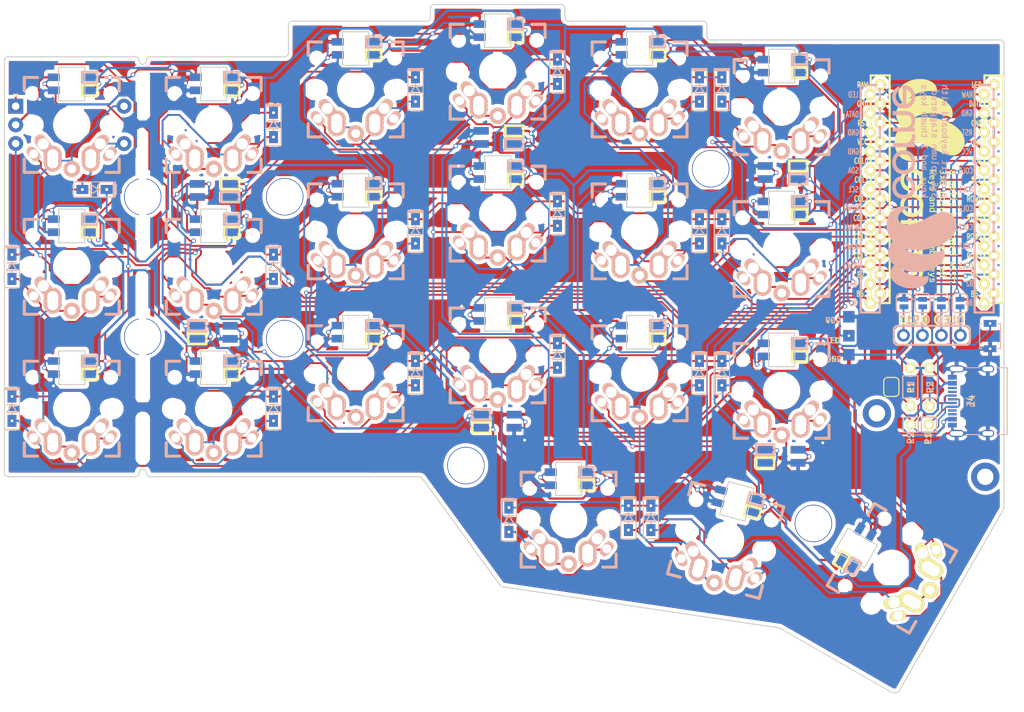
<source format=kicad_pcb>
(kicad_pcb (version 20171130) (host pcbnew "(5.1.5)-3")
  (title_block (title Crkbd) (date 2018/05/15) (rev 1.1) (company foostan))
  (layers (0 F.Cu signal) (31 B.Cu signal) (34 B.Paste user hide) (35 F.Paste user hide) (36 B.SilkS user) (37 F.SilkS user) (38 B.Mask user hide) (39 F.Mask user hide) (44 Edge.Cuts user))
  (net 0 "")
  (net 1 row0)
  (net 2 "Net-(D1-Pad2)")
  (net 3 row1)
  (net 4 "Net-(D2-Pad2)")
  (net 5 row2)
  (net 6 "Net-(D3-Pad2)")
  (net 7 row3)
  (net 8 "Net-(D4-Pad2)")
  (net 9 "Net-(D5-Pad2)")
  (net 10 "Net-(D6-Pad2)")
  (net 11 "Net-(D7-Pad2)")
  (net 12 "Net-(D8-Pad2)")
  (net 13 "Net-(D9-Pad2)")
  (net 14 "Net-(D10-Pad2)")
  (net 15 "Net-(D11-Pad2)")
  (net 16 "Net-(D12-Pad2)")
  (net 17 "Net-(D13-Pad2)")
  (net 18 "Net-(D14-Pad2)")
  (net 19 "Net-(D15-Pad2)")
  (net 20 "Net-(D16-Pad2)")
  (net 21 "Net-(D17-Pad2)")
  (net 22 "Net-(D18-Pad2)")
  (net 23 "Net-(D19-Pad2)")
  (net 24 "Net-(D20-Pad2)")
  (net 25 "Net-(D21-Pad2)")
  (net 26 GND)
  (net 27 VCC)
  (net 28 col0)
  (net 29 col1)
  (net 30 col2)
  (net 31 col3)
  (net 32 col4)
  (net 33 col5)
  (net 34 LED)
  (net 35 data)
  (net 36 "Net-(L10-Pad1)")
  (net 37 "Net-(L11-Pad1)")
  (net 38 "Net-(L13-Pad1)")
  (net 39 "Net-(L14-Pad3)")
  (net 40 "Net-(L10-Pad3)")
  (net 41 "Net-(L13-Pad3)")
  (net 42 "Net-(L15-Pad3)")
  (net 43 "Net-(L16-Pad3)")
  (net 44 reset)
  (net 45 SCL)
  (net 46 SDA)
  (net 47 "Net-(U1-Pad14)")
  (net 48 "Net-(U1-Pad13)")
  (net 49 "Net-(J2-Pad1)")
  (net 50 "Net-(J2-Pad2)")
  (net 51 "Net-(J2-Pad3)")
  (net 52 "Net-(J2-Pad4)")
  (net 53 "Net-(L11-Pad3)")
  (net 54 "Net-(L14-Pad1)")
  (net 55 "Net-(L12-Pad3)")
  (net 56 "Net-(L17-Pad1)")
  (net 57 "Net-(L18-Pad3)")
  (net 58 "Net-(U1-Pad24)")
  (net 59 "Net-(L21-Pad3)")
  (net 60 "Net-(L22-Pad3)")
  (net 61 "Net-(L22-Pad1)")
  (net 62 "Net-(L23-Pad3)")
  (net 63 "Net-(L25-Pad1)")
  (net 64 "Net-(L26-Pad1)")
  (net 65 "Net-(L7-Pad3)")
  (net 66 "Net-(L15-Pad1)")
  (net 67 "Net-(L19-Pad1)")
  (net 68 "Net-(L20-Pad3)")
  (net 69 "Net-(L23-Pad1)")
  (net 70 "Net-(L24-Pad3)")
  (net 71 "Net-(L25-Pad3)")
  (net 72 "Net-(L27-Pad3)")
  (net 73 "Net-(J4-PadB5)")
  (net 74 "Net-(J4-PadA8)")
  (net 75 "Net-(J4-PadA5)")
  (net 76 "Net-(J4-PadB8)")
  (net 77 "Net-(J4-PadA7)")
  (net 78 "Net-(J4-PadA6)")
  (net 79 "Net-(J5-PadB5)")
  (net 80 "Net-(J5-PadA8)")
  (net 81 "Net-(J5-PadA5)")
  (net 82 "Net-(J5-PadB8)")
  (net 83 B)
  (net 84 A)
  (module kbd:ProMicro_v2 (layer F.Cu) (at 185.75 86.25)
    (fp_text reference U1 hide)
    (fp_text value ProMicro hide)
    (fp_text user "" (at -0.5 -17.25) (layer F.SilkS))
    (fp_text user "" (at -1.2065 -16.256) (layer B.SilkS) (effects (justify mirror)))
    (fp_text user RAW (at -9.9187 -14.478) (layer F.SilkS) (effects (font (size 0.75 0.5) (thickness 0.125))))
    (fp_text user LED (at 5.3476 -14.478) (layer F.SilkS) (effects (font (size 0.75 0.5) (thickness 0.125))))
    (fp_text user GND (at -9.9187 -11.938) (layer F.SilkS) (effects (font (size 0.75 0.5) (thickness 0.125))))
    (fp_text user DATA (at 5.1976 -11.95) (layer F.SilkS) (effects (font (size 0.75 0.5) (thickness 0.125))))
    (fp_text user RST (at -9.9187 -9.3345) (layer F.SilkS) (effects (font (size 0.75 0.5) (thickness 0.125))))
    (fp_text user GND (at 5.3721 -9.3345) (layer F.SilkS) (effects (font (size 0.75 0.5) (thickness 0.125))))
    (fp_text user VCC (at -9.9187 -6.858) (layer F.SilkS) (effects (font (size 0.75 0.5) (thickness 0.125))))
    (fp_text user GND (at 5.3086 -6.7945) (layer F.SilkS) (effects (font (size 0.75 0.5) (thickness 0.125))))
    (fp_text user COL3 (at -10.2032 3.35) (layer F.SilkS) (effects (font (size 0.75 0.5) (thickness 0.125))))
    (fp_text user ROW0 (at 5.0476 0.8) (layer F.SilkS) (effects (font (size 0.75 0.5) (thickness 0.125))))
    (fp_text user COL2 (at -10.1032 0.762) (layer F.SilkS) (effects (font (size 0.75 0.5) (thickness 0.125))))
    (fp_text user SCL (at 5.3086 -1.778) (layer F.SilkS) (effects (font (size 0.75 0.5) (thickness 0.125))))
    (fp_text user COL1 (at -10.0532 -1.778) (layer F.SilkS) (effects (font (size 0.75 0.5) (thickness 0.125))))
    (fp_text user SDA (at 5.3086 -4.318) (layer F.SilkS) (effects (font (size 0.75 0.5) (thickness 0.125))))
    (fp_text user COL0 (at -10.1032 -4.3) (layer F.SilkS) (effects (font (size 0.75 0.5) (thickness 0.125))))
    (fp_text user B6 (at -10.2532 13.5) (layer F.SilkS) (effects (font (size 0.75 0.5) (thickness 0.125))))
    (fp_text user B5 (at 5.0476 13.5255) (layer F.SilkS) (effects (font (size 0.75 0.5) (thickness 0.125))))
    (fp_text user B4 (at 5.0476 10.922) (layer F.SilkS) (effects (font (size 0.75 0.5) (thickness 0.125))))
    (fp_text user B2 (at -10.1532 10.95) (layer F.SilkS) (effects (font (size 0.75 0.5) (thickness 0.125))))
    (fp_text user ROW3 (at 5.0476 8.4455) (layer F.SilkS) (effects (font (size 0.75 0.5) (thickness 0.125))))
    (fp_text user COL5 (at -10.1532 8.4455) (layer F.SilkS) (effects (font (size 0.75 0.5) (thickness 0.125))))
    (fp_text user ROW2 (at 5.0476 5.85) (layer F.SilkS) (effects (font (size 0.75 0.5) (thickness 0.125))))
    (fp_text user COL4 (at -10.1532 5.85) (layer F.SilkS) (effects (font (size 0.75 0.5) (thickness 0.125))))
    (fp_text user ROW1 (at 5.0976 3.302) (layer F.SilkS) (effects (font (size 0.75 0.5) (thickness 0.125))))
    (fp_text user ROW1 (at -11.4016 4.6101) (layer B.SilkS) (effects (font (size 0.75 0.5) (thickness 0.125)) (justify mirror)))
    (fp_text user COL4 (at 3.8484 7.0866) (layer B.SilkS) (effects (font (size 0.75 0.5) (thickness 0.125)) (justify mirror)))
    (fp_text user ROW2 (at -11.4016 7.2136) (layer B.SilkS) (effects (font (size 0.75 0.5) (thickness 0.125)) (justify mirror)))
    (fp_text user COL5 (at 3.8984 9.7246) (layer B.SilkS) (effects (font (size 0.75 0.5) (thickness 0.125)) (justify mirror)))
    (fp_text user ROW3 (at -11.4016 9.7246) (layer B.SilkS) (effects (font (size 0.75 0.5) (thickness 0.125)) (justify mirror)))
    (fp_text user B2 (at 4.4069 12.1031) (layer B.SilkS) (effects (font (size 0.75 0.5) (thickness 0.125)) (justify mirror)))
    (fp_text user B4 (at -11.1506 12.2301) (layer B.SilkS) (effects (font (size 0.75 0.5) (thickness 0.125)) (justify mirror)))
    (fp_text user B5 (at -11.1506 14.7701) (layer B.SilkS) (effects (font (size 0.75 0.5) (thickness 0.125)) (justify mirror)))
    (fp_text user B6 (at 4.3434 14.7066) (layer B.SilkS) (effects (font (size 0.75 0.5) (thickness 0.125)) (justify mirror)))
    (fp_text user COL0 (at 3.8984 -2.9754) (layer B.SilkS) (effects (font (size 0.75 0.5) (thickness 0.125)) (justify mirror)))
    (fp_text user SDA (at -11.1506 -3.0099) (layer B.SilkS) (effects (font (size 0.75 0.5) (thickness 0.125)) (justify mirror)))
    (fp_text user COL1 (at 3.8984 -0.4699) (layer B.SilkS) (effects (font (size 0.75 0.5) (thickness 0.125)) (justify mirror)))
    (fp_text user SCL (at -11.1506 -0.4699) (layer B.SilkS) (effects (font (size 0.75 0.5) (thickness 0.125)) (justify mirror)))
    (fp_text user COL2 (at 3.8984 2.0746) (layer B.SilkS) (effects (font (size 0.75 0.5) (thickness 0.125)) (justify mirror)))
    (fp_text user ROW0 (at -11.4016 2.0066) (layer B.SilkS) (effects (font (size 0.75 0.5) (thickness 0.125)) (justify mirror)))
    (fp_text user COL3 (at 3.8984 4.5746) (layer B.SilkS) (effects (font (size 0.75 0.5) (thickness 0.125)) (justify mirror)))
    (fp_text user GND (at -11.1506 -5.5499) (layer B.SilkS) (effects (font (size 0.75 0.5) (thickness 0.125)) (justify mirror)))
    (fp_text user VCC (at 4.0259 -5.5499) (layer B.SilkS) (effects (font (size 0.75 0.5) (thickness 0.125)) (justify mirror)))
    (fp_text user GND (at -11.1506 -8.0899) (layer B.SilkS) (effects (font (size 0.75 0.5) (thickness 0.125)) (justify mirror)))
    (fp_text user RST (at 4.0894 -8.0899) (layer B.SilkS) (effects (font (size 0.75 0.5) (thickness 0.125)) (justify mirror)))
    (fp_text user DATA (at -11.3016 -10.5254) (layer B.SilkS) (effects (font (size 0.75 0.5) (thickness 0.125)) (justify mirror)))
    (fp_text user GND (at 4.0259 -10.6934) (layer B.SilkS) (effects (font (size 0.75 0.5) (thickness 0.125)) (justify mirror)))
    (fp_text user LED (at -11.1506 -13.1699) (layer B.SilkS) (effects (font (size 0.75 0.5) (thickness 0.125)) (justify mirror)))
    (fp_text user RAW (at 4.0894 -13.1699) (layer B.SilkS) (effects (font (size 0.75 0.5) (thickness 0.125)) (justify mirror)))
    (pad 24 thru_hole circle (at 6.35 -13.208) (size 1.524 1.524) (drill 0.8128) (layers *.Cu *.Mask F.SilkS) (net 58 "Net-(U1-Pad24)"))
    (pad 23 thru_hole circle (at 6.35 -10.668) (size 1.524 1.524) (drill 0.8128) (layers *.Cu *.Mask F.SilkS) (net 26 GND))
    (pad 22 thru_hole circle (at 6.35 -8.128) (size 1.524 1.524) (drill 0.8128) (layers *.Cu *.Mask F.SilkS) (net 44 reset))
    (pad 21 thru_hole circle (at 6.35 -5.588) (size 1.524 1.524) (drill 0.8128) (layers *.Cu *.Mask F.SilkS) (net 27 VCC))
    (pad 20 thru_hole circle (at 6.35 -3.048) (size 1.524 1.524) (drill 0.8128) (layers *.Cu *.Mask F.SilkS) (net 28 col0))
    (pad 19 thru_hole circle (at 6.35 -0.508) (size 1.524 1.524) (drill 0.8128) (layers *.Cu *.Mask F.SilkS) (net 29 col1))
    (pad 18 thru_hole circle (at 6.35 2.032) (size 1.524 1.524) (drill 0.8128) (layers *.Cu *.Mask F.SilkS) (net 30 col2))
    (pad 17 thru_hole circle (at 6.35 4.572) (size 1.524 1.524) (drill 0.8128) (layers *.Cu *.Mask F.SilkS) (net 31 col3))
    (pad 16 thru_hole circle (at 6.35 7.112) (size 1.524 1.524) (drill 0.8128) (layers *.Cu *.Mask F.SilkS) (net 32 col4))
    (pad 15 thru_hole circle (at 6.35 9.652) (size 1.524 1.524) (drill 0.8128) (layers *.Cu *.Mask F.SilkS) (net 33 col5))
    (pad 14 thru_hole circle (at 6.35 12.192) (size 1.524 1.524) (drill 0.8128) (layers *.Cu *.Mask F.SilkS) (net 47 "Net-(U1-Pad14)"))
    (pad 13 thru_hole circle (at 6.35 14.732) (size 1.524 1.524) (drill 0.8128) (layers *.Cu *.Mask F.SilkS) (net 48 "Net-(U1-Pad13)"))
    (pad 12 thru_hole circle (at -8.89 14.732) (size 1.524 1.524) (drill 0.8128) (layers *.Cu *.Mask F.SilkS) (net 83 B))
    (pad 11 thru_hole circle (at -8.89 12.192) (size 1.524 1.524) (drill 0.8128) (layers *.Cu *.Mask F.SilkS) (net 84 A))
    (pad 10 thru_hole circle (at -8.89 9.652) (size 1.524 1.524) (drill 0.8128) (layers *.Cu *.Mask F.SilkS) (net 7 row3))
    (pad 9 thru_hole circle (at -8.89 7.112) (size 1.524 1.524) (drill 0.8128) (layers *.Cu *.Mask F.SilkS) (net 5 row2))
    (pad 8 thru_hole circle (at -8.89 4.572) (size 1.524 1.524) (drill 0.8128) (layers *.Cu *.Mask F.SilkS) (net 3 row1))
    (pad 7 thru_hole circle (at -8.89 2.032) (size 1.524 1.524) (drill 0.8128) (layers *.Cu *.Mask F.SilkS) (net 1 row0))
    (pad 6 thru_hole circle (at -8.89 -0.508) (size 1.524 1.524) (drill 0.8128) (layers *.Cu *.Mask F.SilkS) (net 45 SCL))
    (pad 5 thru_hole circle (at -8.89 -3.048) (size 1.524 1.524) (drill 0.8128) (layers *.Cu *.Mask F.SilkS) (net 46 SDA))
    (pad 4 thru_hole circle (at -8.89 -5.588) (size 1.524 1.524) (drill 0.8128) (layers *.Cu *.Mask F.SilkS) (net 26 GND))
    (pad 3 thru_hole circle (at -8.89 -8.128) (size 1.524 1.524) (drill 0.8128) (layers *.Cu *.Mask F.SilkS) (net 26 GND))
    (pad 2 thru_hole circle (at -8.89 -10.668) (size 1.524 1.524) (drill 0.8128) (layers *.Cu *.Mask F.SilkS) (net 35 data))
    (pad 1 thru_hole circle (at -8.89 -13.208) (size 1.524 1.524) (drill 0.8128) (layers *.Cu *.Mask F.SilkS) (net 34 LED))
    (pad 1 thru_hole circle (at 7.6564 -14.478) (size 1.524 1.524) (drill 0.8128) (layers *.Cu *.Mask F.SilkS) (net 34 LED))
    (pad 2 thru_hole circle (at 7.6564 -11.938) (size 1.524 1.524) (drill 0.8128) (layers *.Cu *.Mask F.SilkS) (net 35 data))
    (pad 3 thru_hole circle (at 7.6564 -9.398) (size 1.524 1.524) (drill 0.8128) (layers *.Cu *.Mask F.SilkS) (net 26 GND))
    (pad 4 thru_hole circle (at 7.6564 -6.858) (size 1.524 1.524) (drill 0.8128) (layers *.Cu *.Mask F.SilkS) (net 26 GND))
    (pad 5 thru_hole circle (at 7.6564 -4.318) (size 1.524 1.524) (drill 0.8128) (layers *.Cu *.Mask F.SilkS) (net 46 SDA))
    (pad 6 thru_hole circle (at 7.6564 -1.778) (size 1.524 1.524) (drill 0.8128) (layers *.Cu *.Mask F.SilkS) (net 45 SCL))
    (pad 7 thru_hole circle (at 7.6564 0.762) (size 1.524 1.524) (drill 0.8128) (layers *.Cu *.Mask F.SilkS) (net 1 row0))
    (pad 8 thru_hole circle (at 7.6564 3.302) (size 1.524 1.524) (drill 0.8128) (layers *.Cu *.Mask F.SilkS) (net 3 row1))
    (pad 9 thru_hole circle (at 7.6564 5.842) (size 1.524 1.524) (drill 0.8128) (layers *.Cu *.Mask F.SilkS) (net 5 row2))
    (pad 10 thru_hole circle (at 7.6564 8.382) (size 1.524 1.524) (drill 0.8128) (layers *.Cu *.Mask F.SilkS) (net 7 row3))
    (pad 11 thru_hole circle (at 7.6564 10.922) (size 1.524 1.524) (drill 0.8128) (layers *.Cu *.Mask F.SilkS) (net 84 A))
    (pad 12 thru_hole circle (at 7.6564 13.462) (size 1.524 1.524) (drill 0.8128) (layers *.Cu *.Mask F.SilkS) (net 83 B))
    (pad 13 thru_hole circle (at -7.5636 13.462) (size 1.524 1.524) (drill 0.8128) (layers *.Cu *.Mask F.SilkS) (net 48 "Net-(U1-Pad13)"))
    (pad 14 thru_hole circle (at -7.5636 10.922) (size 1.524 1.524) (drill 0.8128) (layers *.Cu *.Mask F.SilkS) (net 47 "Net-(U1-Pad14)"))
    (pad 15 thru_hole circle (at -7.5636 8.382) (size 1.524 1.524) (drill 0.8128) (layers *.Cu *.Mask F.SilkS) (net 33 col5))
    (pad 16 thru_hole circle (at -7.5636 5.842) (size 1.524 1.524) (drill 0.8128) (layers *.Cu *.Mask F.SilkS) (net 32 col4))
    (pad 17 thru_hole circle (at -7.5636 3.302) (size 1.524 1.524) (drill 0.8128) (layers *.Cu *.Mask F.SilkS) (net 31 col3))
    (pad 18 thru_hole circle (at -7.5636 0.762) (size 1.524 1.524) (drill 0.8128) (layers *.Cu *.Mask F.SilkS) (net 30 col2))
    (pad 19 thru_hole circle (at -7.5636 -1.778) (size 1.524 1.524) (drill 0.8128) (layers *.Cu *.Mask F.SilkS) (net 29 col1))
    (pad 20 thru_hole circle (at -7.5636 -4.318) (size 1.524 1.524) (drill 0.8128) (layers *.Cu *.Mask F.SilkS) (net 28 col0))
    (pad 21 thru_hole circle (at -7.5636 -6.858) (size 1.524 1.524) (drill 0.8128) (layers *.Cu *.Mask F.SilkS) (net 27 VCC))
    (pad 22 thru_hole circle (at -7.5636 -9.398) (size 1.524 1.524) (drill 0.8128) (layers *.Cu *.Mask F.SilkS) (net 44 reset))
    (pad 23 thru_hole circle (at -7.5636 -11.938) (size 1.524 1.524) (drill 0.8128) (layers *.Cu *.Mask F.SilkS) (net 26 GND))
    (pad 24 thru_hole circle (at -7.5636 -14.478) (size 1.524 1.524) (drill 0.8128) (layers *.Cu *.Mask F.SilkS) (net 58 "Net-(U1-Pad24)"))
  )
  (module fruitkey:Rotary_econder (layer F.Cu) (at 70 77.125 270)
    (fp_text reference SW22)
    (fp_text value " ")
    (pad "" np_thru_hole circle (at 0 0 270) (size 3.9878 3.9878) (drill 3.9878) (layers *.Cu *.Mask))
    (pad S1 thru_hole circle (at 2.5 -7) (size 2 2) (drill 1) (layers *.Cu *.Mask) (net 2 "Net-(D1-Pad2)"))
    (pad B thru_hole circle (at 2.5 7.5) (size 2 2) (drill 1) (layers *.Cu *.Mask) (net 83 B))
    (pad S2 thru_hole circle (at -2.5 -7) (size 2 2) (drill 1) (layers *.Cu *.Mask) (net 28 col0))
    (pad A thru_hole rect (at -2.5 7.5) (size 2 2) (drill 1) (layers *.Cu *.Mask) (net 84 A))
    (pad C thru_hole circle (at 0 7.5) (size 2 2) (drill 1) (layers *.Cu *.Mask) (net 26 GND))
  )
  (module corne-classic:hole2 (layer F.Cu) (at 79.5 73.2028)
    (fp_text reference H15)
    (fp_text value " ")
    (pad "" np_thru_hole oval (at 0 0) (size 1 6.15) (drill oval 1 6.15) (layers *.Cu *.Mask))
  )
  (module corne-classic:hole2 (layer F.Cu) (at 79.5 86.5)
    (fp_text reference H14)
    (fp_text value " ")
    (pad "" np_thru_hole oval (at 0 0) (size 1 17) (drill oval 1 17) (layers *.Cu *.Mask))
  )
  (module corne-classic:hole2 (layer F.Cu) (at 79.5 105.5)
    (fp_text reference H13)
    (fp_text value " ")
    (pad "" np_thru_hole oval (at 0 0) (size 1 17) (drill oval 1 17) (layers *.Cu *.Mask))
  )
  (module corne-classic:hole2 (layer F.Cu) (at 79.5 119.083)
    (fp_text reference H12)
    (fp_text value " ")
    (pad "" np_thru_hole oval (at 0 0) (size 1 6.166) (drill oval 1 6.166) (layers *.Cu *.Mask))
  )
  (module corne-classic:jp (layer F.Cu) (at 186.375 100.996 270)
    (fp_text reference JP3)
    (fp_text value " ")
    (pad 1 smd rect (at -0.50038 0 270) (size 0.635 1.143) (layers F.Cu F.Paste F.Mask) (net 27 VCC) (clearance 0.1905))
    (pad 2 smd rect (at 0.50038 0 270) (size 0.635 1.143) (layers F.Cu F.Paste F.Mask) (net 51 "Net-(J2-Pad3)") (clearance 0.1905))
  )
  (module Connector_USB:USB_C_Receptacle_Palconn_UTC16-G (layer B.Cu) (at 190.348 114.122 270)
    (fp_text reference J5 (at 0 0 90) (layer B.SilkS) (effects (justify mirror)))
    (fp_text value " ")
    (pad A12 smd rect (at 3.2 2.51 270) (size 0.6 1.16) (layers B.Cu B.Paste B.Mask) (net 26 GND))
    (pad A9 smd rect (at 2.4 2.51 270) (size 0.6 1.16) (layers B.Cu B.Paste B.Mask) (net 27 VCC))
    (pad B1 smd rect (at 3.2 2.51 270) (size 0.6 1.16) (layers B.Cu B.Paste B.Mask) (net 26 GND))
    (pad B4 smd rect (at 2.4 2.51 270) (size 0.6 1.16) (layers B.Cu B.Paste B.Mask) (net 27 VCC))
    (pad B12 smd rect (at -3.2 2.51 270) (size 0.6 1.16) (layers B.Cu B.Paste B.Mask) (net 26 GND))
    (pad A1 smd rect (at -3.2 2.51 270) (size 0.6 1.16) (layers B.Cu B.Paste B.Mask) (net 26 GND))
    (pad B9 smd rect (at -2.4 2.51 270) (size 0.6 1.16) (layers B.Cu B.Paste B.Mask) (net 27 VCC))
    (pad A4 smd rect (at -2.4 2.51 270) (size 0.6 1.16) (layers B.Cu B.Paste B.Mask) (net 27 VCC))
    (pad "" np_thru_hole circle (at -2.89 1.45 90) (size 0.6 0.6) (drill 0.6) (layers *.Cu *.Mask))
    (pad "" np_thru_hole circle (at 2.89 1.45 90) (size 0.6 0.6) (drill 0.6) (layers *.Cu *.Mask))
    (pad B5 smd rect (at 1.75 2.51 90) (size 0.3 1.16) (layers B.Cu B.Paste B.Mask) (net 79 "Net-(J5-PadB5)"))
    (pad B6 smd rect (at 0.75 2.51 90) (size 0.3 1.16) (layers B.Cu B.Paste B.Mask) (net 78 "Net-(J4-PadA6)"))
    (pad A8 smd rect (at 1.25 2.51 90) (size 0.3 1.16) (layers B.Cu B.Paste B.Mask) (net 80 "Net-(J5-PadA8)"))
    (pad A5 smd rect (at -1.25 2.51 90) (size 0.3 1.16) (layers B.Cu B.Paste B.Mask) (net 81 "Net-(J5-PadA5)"))
    (pad B8 smd rect (at -1.75 2.51 90) (size 0.3 1.16) (layers B.Cu B.Paste B.Mask) (net 82 "Net-(J5-PadB8)"))
    (pad A7 smd rect (at 0.25 2.51 90) (size 0.3 1.16) (layers B.Cu B.Paste B.Mask) (net 77 "Net-(J4-PadA7)"))
    (pad A6 smd rect (at -0.25 2.51 90) (size 0.3 1.16) (layers B.Cu B.Paste B.Mask) (net 78 "Net-(J4-PadA6)"))
    (pad B7 smd rect (at -0.75 2.51 90) (size 0.3 1.16) (layers B.Cu B.Paste B.Mask) (net 77 "Net-(J4-PadA7)"))
    (pad S1 thru_hole oval (at 4.32 -2.24 180) (size 1.7 0.9) (drill oval 1.4 0.6) (layers *.Cu *.Mask) (net 26 GND))
    (pad S1 thru_hole oval (at -4.32 -2.24 180) (size 1.7 0.9) (drill oval 1.4 0.6) (layers *.Cu *.Mask) (net 26 GND))
    (pad S1 thru_hole oval (at 4.32 1.93 180) (size 2 0.9) (drill oval 1.7 0.6) (layers *.Cu *.Mask) (net 26 GND))
    (pad S1 thru_hole oval (at -4.32 1.93 180) (size 2 0.9) (drill oval 1.7 0.6) (layers *.Cu *.Mask) (net 26 GND))
  )
  (module Connector_USB:USB_C_Receptacle_Palconn_UTC16-G (layer F.Cu) (at 190.348 114.122 90)
    (fp_text reference J4 (at 0.0254 -0.0254 90) (layer F.SilkS))
    (fp_text value " ")
    (pad A12 smd rect (at 3.2 -2.51 90) (size 0.6 1.16) (layers F.Cu F.Paste F.Mask) (net 26 GND))
    (pad A9 smd rect (at 2.4 -2.51 90) (size 0.6 1.16) (layers F.Cu F.Paste F.Mask) (net 27 VCC))
    (pad B1 smd rect (at 3.2 -2.51 90) (size 0.6 1.16) (layers F.Cu F.Paste F.Mask) (net 26 GND))
    (pad B4 smd rect (at 2.4 -2.51 90) (size 0.6 1.16) (layers F.Cu F.Paste F.Mask) (net 27 VCC))
    (pad B12 smd rect (at -3.2 -2.51 90) (size 0.6 1.16) (layers F.Cu F.Paste F.Mask) (net 26 GND))
    (pad A1 smd rect (at -3.2 -2.51 90) (size 0.6 1.16) (layers F.Cu F.Paste F.Mask) (net 26 GND))
    (pad B9 smd rect (at -2.4 -2.51 90) (size 0.6 1.16) (layers F.Cu F.Paste F.Mask) (net 27 VCC))
    (pad A4 smd rect (at -2.4 -2.51 90) (size 0.6 1.16) (layers F.Cu F.Paste F.Mask) (net 27 VCC))
    (pad "" np_thru_hole circle (at -2.89 -1.45 270) (size 0.6 0.6) (drill 0.6) (layers *.Cu *.Mask))
    (pad "" np_thru_hole circle (at 2.89 -1.45 270) (size 0.6 0.6) (drill 0.6) (layers *.Cu *.Mask))
    (pad B5 smd rect (at 1.75 -2.51 270) (size 0.3 1.16) (layers F.Cu F.Paste F.Mask) (net 73 "Net-(J4-PadB5)"))
    (pad B6 smd rect (at 0.75 -2.51 270) (size 0.3 1.16) (layers F.Cu F.Paste F.Mask) (net 78 "Net-(J4-PadA6)"))
    (pad A8 smd rect (at 1.25 -2.51 270) (size 0.3 1.16) (layers F.Cu F.Paste F.Mask) (net 74 "Net-(J4-PadA8)"))
    (pad A5 smd rect (at -1.25 -2.51 270) (size 0.3 1.16) (layers F.Cu F.Paste F.Mask) (net 75 "Net-(J4-PadA5)"))
    (pad B8 smd rect (at -1.75 -2.51 270) (size 0.3 1.16) (layers F.Cu F.Paste F.Mask) (net 76 "Net-(J4-PadB8)"))
    (pad A7 smd rect (at 0.25 -2.51 270) (size 0.3 1.16) (layers F.Cu F.Paste F.Mask) (net 77 "Net-(J4-PadA7)"))
    (pad A6 smd rect (at -0.25 -2.51 270) (size 0.3 1.16) (layers F.Cu F.Paste F.Mask) (net 78 "Net-(J4-PadA6)"))
    (pad B7 smd rect (at -0.75 -2.51 270) (size 0.3 1.16) (layers F.Cu F.Paste F.Mask) (net 77 "Net-(J4-PadA7)"))
    (pad S1 thru_hole oval (at 4.32 2.24 180) (size 1.7 0.9) (drill oval 1.4 0.6) (layers *.Cu *.Mask) (net 26 GND))
    (pad S1 thru_hole oval (at -4.32 2.24 180) (size 1.7 0.9) (drill oval 1.4 0.6) (layers *.Cu *.Mask) (net 26 GND))
    (pad S1 thru_hole oval (at 4.32 -1.93 180) (size 2 0.9) (drill oval 1.7 0.6) (layers *.Cu *.Mask) (net 26 GND))
    (pad S1 thru_hole oval (at -4.32 -1.93 180) (size 2 0.9) (drill oval 1.7 0.6) (layers *.Cu *.Mask) (net 26 GND))
  )
  (module corne-classic:jp (layer F.Cu) (at 179.68 112.217 270)
    (fp_text reference JP1)
    (fp_text value " ")
    (pad 1 smd rect (at -0.50038 0 270) (size 0.635 1.143) (layers F.Cu F.Paste F.Mask) (net 35 data) (clearance 0.1905))
    (pad 2 smd rect (at 0.50038 0 270) (size 0.635 1.143) (layers F.Cu F.Paste F.Mask) (net 78 "Net-(J4-PadA6)") (clearance 0.1905))
  )
  (module Button_Switch_SMD:SW_SPST_B3U-1000P (layer F.Cu) (at 192.9 105.41 270)
    (fp_text reference RSW1)
    (fp_text value SW_PUSH)
    (pad 2 thru_hole rect (at 1.7 0 270) (size 0.9 1.7) (drill 0.35) (layers *.Cu *.Mask) (net 26 GND))
    (pad 1 thru_hole rect (at -1.7 0 270) (size 0.9 1.7) (drill 0.35) (layers *.Cu *.Mask) (net 44 reset))
  )
  (module corne-classic:jp (layer B.Cu) (at 181.375 100.996 270)
    (fp_text reference JP9)
    (fp_text value " ")
    (pad 1 smd rect (at -0.50038 0 270) (size 0.635 1.143) (layers B.Cu B.Paste B.Mask) (net 26 GND) (clearance 0.1905))
    (pad 2 smd rect (at 0.50038 0 270) (size 0.635 1.143) (layers B.Cu B.Paste B.Mask) (net 49 "Net-(J2-Pad1)") (clearance 0.1905))
  )
  (module corne-classic:jp (layer B.Cu) (at 183.875 100.996 270)
    (fp_text reference JP8)
    (fp_text value " ")
    (pad 1 smd rect (at -0.50038 0 270) (size 0.635 1.143) (layers B.Cu B.Paste B.Mask) (net 27 VCC) (clearance 0.1905))
    (pad 2 smd rect (at 0.50038 0 270) (size 0.635 1.143) (layers B.Cu B.Paste B.Mask) (net 50 "Net-(J2-Pad2)") (clearance 0.1905))
  )
  (module corne-classic:jp (layer B.Cu) (at 186.375 100.996 270)
    (fp_text reference JP7)
    (fp_text value " ")
    (pad 1 smd rect (at -0.50038 0 270) (size 0.635 1.143) (layers B.Cu B.Paste B.Mask) (net 45 SCL) (clearance 0.1905))
    (pad 2 smd rect (at 0.50038 0 270) (size 0.635 1.143) (layers B.Cu B.Paste B.Mask) (net 51 "Net-(J2-Pad3)") (clearance 0.1905))
  )
  (module corne-classic:jp (layer B.Cu) (at 188.875 100.996 270)
    (fp_text reference JP6)
    (fp_text value " ")
    (pad 1 smd rect (at -0.50038 0 270) (size 0.635 1.143) (layers B.Cu B.Paste B.Mask) (net 46 SDA) (clearance 0.1905))
    (pad 2 smd rect (at 0.50038 0 270) (size 0.635 1.143) (layers B.Cu B.Paste B.Mask) (net 52 "Net-(J2-Pad4)") (clearance 0.1905))
  )
  (module corne-classic:jp (layer F.Cu) (at 181.375 100.996 270)
    (fp_text reference JP5)
    (fp_text value " ")
    (pad 1 smd rect (at -0.50038 0 270) (size 0.635 1.143) (layers F.Cu F.Paste F.Mask) (net 46 SDA) (clearance 0.1905))
    (pad 2 smd rect (at 0.50038 0 270) (size 0.635 1.143) (layers F.Cu F.Paste F.Mask) (net 49 "Net-(J2-Pad1)") (clearance 0.1905))
  )
  (module corne-classic:jp (layer F.Cu) (at 183.875 100.996 270)
    (fp_text reference JP4)
    (fp_text value " ")
    (pad 1 smd rect (at -0.50038 0 270) (size 0.635 1.143) (layers F.Cu F.Paste F.Mask) (net 45 SCL) (clearance 0.1905))
    (pad 2 smd rect (at 0.50038 0 270) (size 0.635 1.143) (layers F.Cu F.Paste F.Mask) (net 50 "Net-(J2-Pad2)") (clearance 0.1905))
  )
  (module corne-classic:jp (layer F.Cu) (at 188.875 100.996 270)
    (fp_text reference JP2)
    (fp_text value " ")
    (pad 1 smd rect (at -0.50038 0 270) (size 0.635 1.143) (layers F.Cu F.Paste F.Mask) (net 26 GND) (clearance 0.1905))
    (pad 2 smd rect (at 0.50038 0 270) (size 0.635 1.143) (layers F.Cu F.Paste F.Mask) (net 52 "Net-(J2-Pad4)") (clearance 0.1905))
  )
  (module kbd:StripLED_rev (layer F.Cu) (at 174 107.9 180)
    (fp_text reference J3 hide)
    (fp_text value LED hide)
    (pad 3 smd rect (at 0 5.08 180) (size 1.524 1.524) (layers F.Cu F.Paste F.Mask) (net 27 VCC))
    (pad 2 thru_hole rect (at 0 2.54 180) (size 1.524 1.524) (drill 0.35) (layers *.Cu *.Mask) (net 34 LED))
    (pad 1 smd rect (at 0 0 180) (size 1.524 1.524) (layers F.Cu F.Paste F.Mask) (net 26 GND))
    (pad 1 smd rect (at 0 5.08 180) (size 1.524 1.524) (layers B.Cu B.Paste B.Mask) (net 26 GND))
    (pad 3 smd rect (at 0 0 180) (size 1.524 1.524) (layers B.Cu B.Paste B.Mask) (net 27 VCC))
  )
  (module corne-classic:logo (layer F.Cu) (at 184.6834 84.6582 270)
    (fp_text reference H11)
    (fp_text value " ")
  )
  (module corne-classic:logo (layer B.Cu) (at 183.5912 85.344 90)
    (fp_text reference H10)
    (fp_text value " ")
  )
  (module corne-classic:HOLE (layer F.Cu) (at 155.5 83)
    (fp_text reference H9)
    (fp_text value " ")
    (pad "" thru_hole circle (at 0 0) (size 5 5) (drill 4.8) (layers *.Cu *.Mask))
  )
  (module corne-classic:HOLE (layer F.Cu) (at 169.25 130.5)
    (fp_text reference H8)
    (fp_text value " ")
    (pad "" thru_hole circle (at 0 0) (size 5 5) (drill 4.8) (layers *.Cu *.Mask))
  )
  (module corne-classic:HOLE (layer F.Cu) (at 98.5 86.75)
    (fp_text reference H7)
    (fp_text value " ")
    (pad "" thru_hole circle (at 0 0) (size 5 5) (drill 4.8) (layers *.Cu *.Mask))
  )
  (module corne-classic:HOLE (layer F.Cu) (at 122.75 122.75)
    (fp_text reference H6)
    (fp_text value " ")
    (pad "" thru_hole circle (at 0 0) (size 5 5) (drill 4.8) (layers *.Cu *.Mask))
  )
  (module corne-classic:HOLE (layer F.Cu) (at 98.5 105.75)
    (fp_text reference H5)
    (fp_text value " ")
    (pad "" thru_hole circle (at 0 0) (size 5 5) (drill 4.8) (layers *.Cu *.Mask))
  )
  (module corne-classic:HOLE (layer F.Cu) (at 79.5 105.5)
    (fp_text reference H4)
    (fp_text value " ")
    (pad "" thru_hole circle (at 0 0) (size 5 5) (drill 4.8) (layers *.Cu *.Mask))
  )
  (module corne-classic:HOLE (layer F.Cu) (at 79.5 86.75)
    (fp_text reference H3)
    (fp_text value " ")
    (pad "" thru_hole circle (at 0 0) (size 5 5) (drill 4.8) (layers *.Cu *.Mask))
  )
  (module fruitkey:Hole_M2 (layer F.Cu) (at 177.75 115.75)
    (fp_text reference H2)
    (fp_text value " ")
    (pad 1 thru_hole circle (at 0 0) (size 3.8 3.8) (drill 2.2) (layers *.Cu *.Mask))
  )
  (module fruitkey:Hole_M2 (layer F.Cu) (at 192.25 124.25)
    (fp_text reference H1)
    (fp_text value " ")
    (pad 1 thru_hole circle (at 0 0) (size 3.8 3.8) (drill 2.2) (layers *.Cu *.Mask))
  )
  (module fruitkey:OLED_SPILT (layer B.Cu) (at 185.11 105.3 180)
    (fp_text reference J2)
    (fp_text value OLED)
    (fp_text user "OLED 0.91\"" (at 0 2.049) (layer F.SilkS) (effects (font (thickness 0.25))))
    (fp_text user "OLED 0.91\"" (at 0.0052 2.049) (layer B.SilkS) (effects (font (thickness 0.25)) (justify mirror)))
    (pad 1 thru_hole oval (at 3.81 0 90) (size 1.7 1.7) (drill 1) (layers *.Cu *.Mask) (net 49 "Net-(J2-Pad1)"))
    (pad 3 thru_hole oval (at -1.27 0 90) (size 1.7 1.7) (drill 1) (layers *.Cu *.Mask) (net 51 "Net-(J2-Pad3)"))
    (pad 4 thru_hole oval (at -3.81 0 90) (size 1.7 1.7) (drill 1) (layers *.Cu *.Mask) (net 52 "Net-(J2-Pad4)"))
    (pad 2 thru_hole oval (at 1.27 0 90) (size 1.7 1.7) (drill 1) (layers *.Cu *.Mask) (net 50 "Net-(J2-Pad2)"))
  )
  (module Switch_2_mat:1.75u (layer F.Cu) (at 179.75 136.5 240)
    (fp_text reference SW21)
    (fp_text value SW_PUSH)
    (pad "" np_thru_hole circle (at -5.5 0 330) (size 1.9 1.9) (drill 1.9) (layers *.Cu *.Mask F.SilkS))
    (pad "" np_thru_hole circle (at 5.08 0 240) (size 1.7 1.7) (drill 1.7) (layers *.Cu *.Mask F.SilkS))
    (pad "" np_thru_hole circle (at -5.08 0 240) (size 1.7 1.7) (drill 1.7) (layers *.Cu *.Mask F.SilkS))
    (pad "" np_thru_hole circle (at 5.22 4.2 240) (size 1 1) (drill 1) (layers *.Cu *.Mask F.SilkS))
    (pad "" np_thru_hole circle (at -5.22 4.2 240) (size 1 1) (drill 1) (layers *.Cu *.Mask F.SilkS))
    (pad "" np_thru_hole circle (at 5.5 0 330) (size 1.9 1.9) (drill 1.9) (layers *.Cu *.Mask F.SilkS))
    (pad 1 thru_hole oval (at -5.1 -3.9 290) (size 2.2 1.25) (drill 1.2) (layers *.Cu *.Mask F.SilkS) (net 33 col5))
    (pad 2 thru_hole circle (at 0 -5.9 330) (size 2.2 2.2) (drill 1.2) (layers *.Cu *.Mask F.SilkS) (net 25 "Net-(D21-Pad2)"))
    (pad 2 thru_hole circle (at 2.54 -5.08 240) (size 2.4 2.4) (drill 1.5) (layers *.Cu *.Mask F.SilkS) (net 25 "Net-(D21-Pad2)"))
    (pad 1 thru_hole oval (at -3.81 -2.54 290) (size 2.8 1.55) (drill 1.5) (layers *.Cu *.Mask F.SilkS) (net 33 col5))
    (pad 1 thru_hole circle (at -2.54 -5.08 240) (size 2.4 2.4) (drill 1.5) (layers *.Cu *.Mask F.SilkS) (net 33 col5))
    (pad 2 thru_hole oval (at 3.81 -2.54 190) (size 2.8 1.55) (drill 1.5) (layers *.Cu *.Mask F.SilkS) (net 25 "Net-(D21-Pad2)"))
    (pad 2 thru_hole circle (at 2.54 -4.5 240) (size 2.4 2.4) (drill 1.5) (layers *.Cu *.Mask F.SilkS) (net 25 "Net-(D21-Pad2)"))
    (pad 2 thru_hole circle (at 2.54 -4 240) (size 2.4 2.4) (drill 1.5) (layers *.Cu *.Mask F.SilkS) (net 25 "Net-(D21-Pad2)"))
    (pad 1 thru_hole circle (at -2.54 -4 240) (size 2.4 2.4) (drill 1.5) (layers *.Cu *.Mask F.SilkS) (net 33 col5))
    (pad 1 thru_hole circle (at -2.54 -4.5 240) (size 2.4 2.4) (drill 1.5) (layers *.Cu *.Mask F.SilkS) (net 33 col5))
    (pad "" np_thru_hole circle (at 0 0 330) (size 4 4) (drill 4) (layers *.Cu *.Mask F.SilkS))
    (pad 1 thru_hole oval (at 5.1 -3.9 190) (size 2.2 1.25) (drill 1.2) (layers *.Cu *.Mask F.SilkS) (net 33 col5))
  )
  (module Switch_2_mat:1u (layer F.Cu) (at 157.5 132.75 165)
    (fp_text reference SW20)
    (fp_text value SW_PUSH)
    (pad "" np_thru_hole circle (at -5.22 4.2 165) (size 1 1) (drill 1) (layers *.Cu *.Mask))
    (pad "" np_thru_hole circle (at 5.22 4.2 165) (size 1 1) (drill 1) (layers *.Cu *.Mask))
    (pad "" np_thru_hole circle (at -5.08 0 165) (size 1.7 1.7) (drill 1.7) (layers *.Cu *.Mask))
    (pad "" np_thru_hole circle (at 5.08 0 165) (size 1.7 1.7) (drill 1.7) (layers *.Cu *.Mask))
    (pad 2 thru_hole circle (at -2.54 -4.5 165) (size 2.4 2.4) (drill 1.5) (layers *.Cu *.SilkS *.Mask) (net 24 "Net-(D20-Pad2)"))
    (pad 2 thru_hole circle (at -2.54 -4 165) (size 2.4 2.4) (drill 1.5) (layers *.Cu *.SilkS *.Mask) (net 24 "Net-(D20-Pad2)"))
    (pad 1 thru_hole circle (at 2.54 -4 165) (size 2.4 2.4) (drill 1.5) (layers *.Cu *.SilkS *.Mask) (net 32 col4))
    (pad 1 thru_hole circle (at 2.54 -4.5 165) (size 2.4 2.4) (drill 1.5) (layers *.Cu *.SilkS *.Mask) (net 32 col4))
    (pad 1 thru_hole oval (at 3.81 -2.54 115) (size 2.8 1.55) (drill 1.5) (layers *.Cu *.SilkS *.Mask) (net 32 col4))
    (pad 2 thru_hole circle (at -2.54 -5.08 165) (size 2.4 2.4) (drill 1.5) (layers *.Cu *.SilkS *.Mask) (net 24 "Net-(D20-Pad2)"))
    (pad 2 thru_hole oval (at -3.81 -2.54 215) (size 2.8 1.55) (drill 1.5) (layers *.Cu *.SilkS *.Mask) (net 24 "Net-(D20-Pad2)"))
    (pad 1 thru_hole circle (at 2.54 -5.08 165) (size 2.4 2.4) (drill 1.5) (layers *.Cu *.SilkS *.Mask) (net 32 col4))
    (pad 1 thru_hole circle (at 0 -5.9 255) (size 2.2 2.2) (drill 1.2) (layers *.Cu *.SilkS *.Mask) (net 32 col4))
    (pad 2 thru_hole oval (at -5.1 -3.9 215) (size 2.2 1.25) (drill 1.2) (layers *.Cu *.SilkS *.Mask) (net 24 "Net-(D20-Pad2)"))
    (pad "" np_thru_hole circle (at 5.5 0 255) (size 1.9 1.9) (drill 1.9) (layers *.Cu *.Mask))
    (pad "" np_thru_hole circle (at -5.5 0 255) (size 1.9 1.9) (drill 1.9) (layers *.Cu *.Mask))
    (pad "" np_thru_hole circle (at 0 0 255) (size 4 4) (drill 4) (layers *.Cu *.Mask))
    (pad 2 thru_hole oval (at 5.1 -3.9 115) (size 2.2 1.25) (drill 1.2) (layers *.Cu *.SilkS *.Mask) (net 24 "Net-(D20-Pad2)"))
  )
  (module Switch_2_mat:1u (layer F.Cu) (at 136.5 130 180)
    (fp_text reference SW19)
    (fp_text value SW_PUSH)
    (pad "" np_thru_hole circle (at -5.22 4.2 180) (size 1 1) (drill 1) (layers *.Cu *.Mask))
    (pad "" np_thru_hole circle (at 5.22 4.2 180) (size 1 1) (drill 1) (layers *.Cu *.Mask))
    (pad "" np_thru_hole circle (at -5.08 0 180) (size 1.7 1.7) (drill 1.7) (layers *.Cu *.Mask))
    (pad "" np_thru_hole circle (at 5.08 0 180) (size 1.7 1.7) (drill 1.7) (layers *.Cu *.Mask))
    (pad 2 thru_hole circle (at -2.54 -4.5 180) (size 2.4 2.4) (drill 1.5) (layers *.Cu *.SilkS *.Mask) (net 23 "Net-(D19-Pad2)"))
    (pad 2 thru_hole circle (at -2.54 -4 180) (size 2.4 2.4) (drill 1.5) (layers *.Cu *.SilkS *.Mask) (net 23 "Net-(D19-Pad2)"))
    (pad 1 thru_hole circle (at 2.54 -4 180) (size 2.4 2.4) (drill 1.5) (layers *.Cu *.SilkS *.Mask) (net 31 col3))
    (pad 1 thru_hole circle (at 2.54 -4.5 180) (size 2.4 2.4) (drill 1.5) (layers *.Cu *.SilkS *.Mask) (net 31 col3))
    (pad 1 thru_hole oval (at 3.81 -2.54 130) (size 2.8 1.55) (drill 1.5) (layers *.Cu *.SilkS *.Mask) (net 31 col3))
    (pad 2 thru_hole circle (at -2.54 -5.08 180) (size 2.4 2.4) (drill 1.5) (layers *.Cu *.SilkS *.Mask) (net 23 "Net-(D19-Pad2)"))
    (pad 2 thru_hole oval (at -3.81 -2.54 230) (size 2.8 1.55) (drill 1.5) (layers *.Cu *.SilkS *.Mask) (net 23 "Net-(D19-Pad2)"))
    (pad 1 thru_hole circle (at 2.54 -5.08 180) (size 2.4 2.4) (drill 1.5) (layers *.Cu *.SilkS *.Mask) (net 31 col3))
    (pad 1 thru_hole circle (at 0 -5.9 270) (size 2.2 2.2) (drill 1.2) (layers *.Cu *.SilkS *.Mask) (net 31 col3))
    (pad 2 thru_hole oval (at -5.1 -3.9 230) (size 2.2 1.25) (drill 1.2) (layers *.Cu *.SilkS *.Mask) (net 23 "Net-(D19-Pad2)"))
    (pad "" np_thru_hole circle (at 5.5 0 270) (size 1.9 1.9) (drill 1.9) (layers *.Cu *.Mask))
    (pad "" np_thru_hole circle (at -5.5 0 270) (size 1.9 1.9) (drill 1.9) (layers *.Cu *.Mask))
    (pad "" np_thru_hole circle (at 0 0 270) (size 4 4) (drill 4) (layers *.Cu *.Mask))
    (pad 2 thru_hole oval (at 5.1 -3.9 130) (size 2.2 1.25) (drill 1.2) (layers *.Cu *.SilkS *.Mask) (net 23 "Net-(D19-Pad2)"))
  )
  (module Switch_2_mat:1u (layer F.Cu) (at 165 112.75 180)
    (fp_text reference SW18)
    (fp_text value SW_PUSH)
    (pad "" np_thru_hole circle (at -5.22 4.2 180) (size 1 1) (drill 1) (layers *.Cu *.Mask))
    (pad "" np_thru_hole circle (at 5.22 4.2 180) (size 1 1) (drill 1) (layers *.Cu *.Mask))
    (pad "" np_thru_hole circle (at -5.08 0 180) (size 1.7 1.7) (drill 1.7) (layers *.Cu *.Mask))
    (pad "" np_thru_hole circle (at 5.08 0 180) (size 1.7 1.7) (drill 1.7) (layers *.Cu *.Mask))
    (pad 2 thru_hole circle (at -2.54 -4.5 180) (size 2.4 2.4) (drill 1.5) (layers *.Cu *.SilkS *.Mask) (net 22 "Net-(D18-Pad2)"))
    (pad 2 thru_hole circle (at -2.54 -4 180) (size 2.4 2.4) (drill 1.5) (layers *.Cu *.SilkS *.Mask) (net 22 "Net-(D18-Pad2)"))
    (pad 1 thru_hole circle (at 2.54 -4 180) (size 2.4 2.4) (drill 1.5) (layers *.Cu *.SilkS *.Mask) (net 33 col5))
    (pad 1 thru_hole circle (at 2.54 -4.5 180) (size 2.4 2.4) (drill 1.5) (layers *.Cu *.SilkS *.Mask) (net 33 col5))
    (pad 1 thru_hole oval (at 3.81 -2.54 130) (size 2.8 1.55) (drill 1.5) (layers *.Cu *.SilkS *.Mask) (net 33 col5))
    (pad 2 thru_hole circle (at -2.54 -5.08 180) (size 2.4 2.4) (drill 1.5) (layers *.Cu *.SilkS *.Mask) (net 22 "Net-(D18-Pad2)"))
    (pad 2 thru_hole oval (at -3.81 -2.54 230) (size 2.8 1.55) (drill 1.5) (layers *.Cu *.SilkS *.Mask) (net 22 "Net-(D18-Pad2)"))
    (pad 1 thru_hole circle (at 2.54 -5.08 180) (size 2.4 2.4) (drill 1.5) (layers *.Cu *.SilkS *.Mask) (net 33 col5))
    (pad 1 thru_hole circle (at 0 -5.9 270) (size 2.2 2.2) (drill 1.2) (layers *.Cu *.SilkS *.Mask) (net 33 col5))
    (pad 2 thru_hole oval (at -5.1 -3.9 230) (size 2.2 1.25) (drill 1.2) (layers *.Cu *.SilkS *.Mask) (net 22 "Net-(D18-Pad2)"))
    (pad "" np_thru_hole circle (at 5.5 0 270) (size 1.9 1.9) (drill 1.9) (layers *.Cu *.Mask))
    (pad "" np_thru_hole circle (at -5.5 0 270) (size 1.9 1.9) (drill 1.9) (layers *.Cu *.Mask))
    (pad "" np_thru_hole circle (at 0 0 270) (size 4 4) (drill 4) (layers *.Cu *.Mask))
    (pad 2 thru_hole oval (at 5.1 -3.9 130) (size 2.2 1.25) (drill 1.2) (layers *.Cu *.SilkS *.Mask) (net 22 "Net-(D18-Pad2)"))
  )
  (module Switch_2_mat:1u (layer F.Cu) (at 146 110.375 180)
    (fp_text reference SW17)
    (fp_text value SW_PUSH)
    (pad "" np_thru_hole circle (at -5.22 4.2 180) (size 1 1) (drill 1) (layers *.Cu *.Mask))
    (pad "" np_thru_hole circle (at 5.22 4.2 180) (size 1 1) (drill 1) (layers *.Cu *.Mask))
    (pad "" np_thru_hole circle (at -5.08 0 180) (size 1.7 1.7) (drill 1.7) (layers *.Cu *.Mask))
    (pad "" np_thru_hole circle (at 5.08 0 180) (size 1.7 1.7) (drill 1.7) (layers *.Cu *.Mask))
    (pad 2 thru_hole circle (at -2.54 -4.5 180) (size 2.4 2.4) (drill 1.5) (layers *.Cu *.SilkS *.Mask) (net 21 "Net-(D17-Pad2)"))
    (pad 2 thru_hole circle (at -2.54 -4 180) (size 2.4 2.4) (drill 1.5) (layers *.Cu *.SilkS *.Mask) (net 21 "Net-(D17-Pad2)"))
    (pad 1 thru_hole circle (at 2.54 -4 180) (size 2.4 2.4) (drill 1.5) (layers *.Cu *.SilkS *.Mask) (net 32 col4))
    (pad 1 thru_hole circle (at 2.54 -4.5 180) (size 2.4 2.4) (drill 1.5) (layers *.Cu *.SilkS *.Mask) (net 32 col4))
    (pad 1 thru_hole oval (at 3.81 -2.54 130) (size 2.8 1.55) (drill 1.5) (layers *.Cu *.SilkS *.Mask) (net 32 col4))
    (pad 2 thru_hole circle (at -2.54 -5.08 180) (size 2.4 2.4) (drill 1.5) (layers *.Cu *.SilkS *.Mask) (net 21 "Net-(D17-Pad2)"))
    (pad 2 thru_hole oval (at -3.81 -2.54 230) (size 2.8 1.55) (drill 1.5) (layers *.Cu *.SilkS *.Mask) (net 21 "Net-(D17-Pad2)"))
    (pad 1 thru_hole circle (at 2.54 -5.08 180) (size 2.4 2.4) (drill 1.5) (layers *.Cu *.SilkS *.Mask) (net 32 col4))
    (pad 1 thru_hole circle (at 0 -5.9 270) (size 2.2 2.2) (drill 1.2) (layers *.Cu *.SilkS *.Mask) (net 32 col4))
    (pad 2 thru_hole oval (at -5.1 -3.9 230) (size 2.2 1.25) (drill 1.2) (layers *.Cu *.SilkS *.Mask) (net 21 "Net-(D17-Pad2)"))
    (pad "" np_thru_hole circle (at 5.5 0 270) (size 1.9 1.9) (drill 1.9) (layers *.Cu *.Mask))
    (pad "" np_thru_hole circle (at -5.5 0 270) (size 1.9 1.9) (drill 1.9) (layers *.Cu *.Mask))
    (pad "" np_thru_hole circle (at 0 0 270) (size 4 4) (drill 4) (layers *.Cu *.Mask))
    (pad 2 thru_hole oval (at 5.1 -3.9 130) (size 2.2 1.25) (drill 1.2) (layers *.Cu *.SilkS *.Mask) (net 21 "Net-(D17-Pad2)"))
  )
  (module Switch_2_mat:1u (layer F.Cu) (at 127 108 180)
    (fp_text reference SW16)
    (fp_text value SW_PUSH)
    (pad "" np_thru_hole circle (at -5.22 4.2 180) (size 1 1) (drill 1) (layers *.Cu *.Mask))
    (pad "" np_thru_hole circle (at 5.22 4.2 180) (size 1 1) (drill 1) (layers *.Cu *.Mask))
    (pad "" np_thru_hole circle (at -5.08 0 180) (size 1.7 1.7) (drill 1.7) (layers *.Cu *.Mask))
    (pad "" np_thru_hole circle (at 5.08 0 180) (size 1.7 1.7) (drill 1.7) (layers *.Cu *.Mask))
    (pad 2 thru_hole circle (at -2.54 -4.5 180) (size 2.4 2.4) (drill 1.5) (layers *.Cu *.SilkS *.Mask) (net 20 "Net-(D16-Pad2)"))
    (pad 2 thru_hole circle (at -2.54 -4 180) (size 2.4 2.4) (drill 1.5) (layers *.Cu *.SilkS *.Mask) (net 20 "Net-(D16-Pad2)"))
    (pad 1 thru_hole circle (at 2.54 -4 180) (size 2.4 2.4) (drill 1.5) (layers *.Cu *.SilkS *.Mask) (net 31 col3))
    (pad 1 thru_hole circle (at 2.54 -4.5 180) (size 2.4 2.4) (drill 1.5) (layers *.Cu *.SilkS *.Mask) (net 31 col3))
    (pad 1 thru_hole oval (at 3.81 -2.54 130) (size 2.8 1.55) (drill 1.5) (layers *.Cu *.SilkS *.Mask) (net 31 col3))
    (pad 2 thru_hole circle (at -2.54 -5.08 180) (size 2.4 2.4) (drill 1.5) (layers *.Cu *.SilkS *.Mask) (net 20 "Net-(D16-Pad2)"))
    (pad 2 thru_hole oval (at -3.81 -2.54 230) (size 2.8 1.55) (drill 1.5) (layers *.Cu *.SilkS *.Mask) (net 20 "Net-(D16-Pad2)"))
    (pad 1 thru_hole circle (at 2.54 -5.08 180) (size 2.4 2.4) (drill 1.5) (layers *.Cu *.SilkS *.Mask) (net 31 col3))
    (pad 1 thru_hole circle (at 0 -5.9 270) (size 2.2 2.2) (drill 1.2) (layers *.Cu *.SilkS *.Mask) (net 31 col3))
    (pad 2 thru_hole oval (at -5.1 -3.9 230) (size 2.2 1.25) (drill 1.2) (layers *.Cu *.SilkS *.Mask) (net 20 "Net-(D16-Pad2)"))
    (pad "" np_thru_hole circle (at 5.5 0 270) (size 1.9 1.9) (drill 1.9) (layers *.Cu *.Mask))
    (pad "" np_thru_hole circle (at -5.5 0 270) (size 1.9 1.9) (drill 1.9) (layers *.Cu *.Mask))
    (pad "" np_thru_hole circle (at 0 0 270) (size 4 4) (drill 4) (layers *.Cu *.Mask))
    (pad 2 thru_hole oval (at 5.1 -3.9 130) (size 2.2 1.25) (drill 1.2) (layers *.Cu *.SilkS *.Mask) (net 20 "Net-(D16-Pad2)"))
  )
  (module Switch_2_mat:1u (layer F.Cu) (at 108 110.375 180)
    (fp_text reference SW15)
    (fp_text value SW_PUSH)
    (pad "" np_thru_hole circle (at -5.22 4.2 180) (size 1 1) (drill 1) (layers *.Cu *.Mask))
    (pad "" np_thru_hole circle (at 5.22 4.2 180) (size 1 1) (drill 1) (layers *.Cu *.Mask))
    (pad "" np_thru_hole circle (at -5.08 0 180) (size 1.7 1.7) (drill 1.7) (layers *.Cu *.Mask))
    (pad "" np_thru_hole circle (at 5.08 0 180) (size 1.7 1.7) (drill 1.7) (layers *.Cu *.Mask))
    (pad 2 thru_hole circle (at -2.54 -4.5 180) (size 2.4 2.4) (drill 1.5) (layers *.Cu *.SilkS *.Mask) (net 19 "Net-(D15-Pad2)"))
    (pad 2 thru_hole circle (at -2.54 -4 180) (size 2.4 2.4) (drill 1.5) (layers *.Cu *.SilkS *.Mask) (net 19 "Net-(D15-Pad2)"))
    (pad 1 thru_hole circle (at 2.54 -4 180) (size 2.4 2.4) (drill 1.5) (layers *.Cu *.SilkS *.Mask) (net 30 col2))
    (pad 1 thru_hole circle (at 2.54 -4.5 180) (size 2.4 2.4) (drill 1.5) (layers *.Cu *.SilkS *.Mask) (net 30 col2))
    (pad 1 thru_hole oval (at 3.81 -2.54 130) (size 2.8 1.55) (drill 1.5) (layers *.Cu *.SilkS *.Mask) (net 30 col2))
    (pad 2 thru_hole circle (at -2.54 -5.08 180) (size 2.4 2.4) (drill 1.5) (layers *.Cu *.SilkS *.Mask) (net 19 "Net-(D15-Pad2)"))
    (pad 2 thru_hole oval (at -3.81 -2.54 230) (size 2.8 1.55) (drill 1.5) (layers *.Cu *.SilkS *.Mask) (net 19 "Net-(D15-Pad2)"))
    (pad 1 thru_hole circle (at 2.54 -5.08 180) (size 2.4 2.4) (drill 1.5) (layers *.Cu *.SilkS *.Mask) (net 30 col2))
    (pad 1 thru_hole circle (at 0 -5.9 270) (size 2.2 2.2) (drill 1.2) (layers *.Cu *.SilkS *.Mask) (net 30 col2))
    (pad 2 thru_hole oval (at -5.1 -3.9 230) (size 2.2 1.25) (drill 1.2) (layers *.Cu *.SilkS *.Mask) (net 19 "Net-(D15-Pad2)"))
    (pad "" np_thru_hole circle (at 5.5 0 270) (size 1.9 1.9) (drill 1.9) (layers *.Cu *.Mask))
    (pad "" np_thru_hole circle (at -5.5 0 270) (size 1.9 1.9) (drill 1.9) (layers *.Cu *.Mask))
    (pad "" np_thru_hole circle (at 0 0 270) (size 4 4) (drill 4) (layers *.Cu *.Mask))
    (pad 2 thru_hole oval (at 5.1 -3.9 130) (size 2.2 1.25) (drill 1.2) (layers *.Cu *.SilkS *.Mask) (net 19 "Net-(D15-Pad2)"))
  )
  (module Switch_2_mat:1u (layer F.Cu) (at 89 115.125 180)
    (fp_text reference SW14)
    (fp_text value SW_PUSH)
    (pad "" np_thru_hole circle (at -5.22 4.2 180) (size 1 1) (drill 1) (layers *.Cu *.Mask))
    (pad "" np_thru_hole circle (at 5.22 4.2 180) (size 1 1) (drill 1) (layers *.Cu *.Mask))
    (pad "" np_thru_hole circle (at -5.08 0 180) (size 1.7 1.7) (drill 1.7) (layers *.Cu *.Mask))
    (pad "" np_thru_hole circle (at 5.08 0 180) (size 1.7 1.7) (drill 1.7) (layers *.Cu *.Mask))
    (pad 2 thru_hole circle (at -2.54 -4.5 180) (size 2.4 2.4) (drill 1.5) (layers *.Cu *.SilkS *.Mask) (net 18 "Net-(D14-Pad2)"))
    (pad 2 thru_hole circle (at -2.54 -4 180) (size 2.4 2.4) (drill 1.5) (layers *.Cu *.SilkS *.Mask) (net 18 "Net-(D14-Pad2)"))
    (pad 1 thru_hole circle (at 2.54 -4 180) (size 2.4 2.4) (drill 1.5) (layers *.Cu *.SilkS *.Mask) (net 29 col1))
    (pad 1 thru_hole circle (at 2.54 -4.5 180) (size 2.4 2.4) (drill 1.5) (layers *.Cu *.SilkS *.Mask) (net 29 col1))
    (pad 1 thru_hole oval (at 3.81 -2.54 130) (size 2.8 1.55) (drill 1.5) (layers *.Cu *.SilkS *.Mask) (net 29 col1))
    (pad 2 thru_hole circle (at -2.54 -5.08 180) (size 2.4 2.4) (drill 1.5) (layers *.Cu *.SilkS *.Mask) (net 18 "Net-(D14-Pad2)"))
    (pad 2 thru_hole oval (at -3.81 -2.54 230) (size 2.8 1.55) (drill 1.5) (layers *.Cu *.SilkS *.Mask) (net 18 "Net-(D14-Pad2)"))
    (pad 1 thru_hole circle (at 2.54 -5.08 180) (size 2.4 2.4) (drill 1.5) (layers *.Cu *.SilkS *.Mask) (net 29 col1))
    (pad 1 thru_hole circle (at 0 -5.9 270) (size 2.2 2.2) (drill 1.2) (layers *.Cu *.SilkS *.Mask) (net 29 col1))
    (pad 2 thru_hole oval (at -5.1 -3.9 230) (size 2.2 1.25) (drill 1.2) (layers *.Cu *.SilkS *.Mask) (net 18 "Net-(D14-Pad2)"))
    (pad "" np_thru_hole circle (at 5.5 0 270) (size 1.9 1.9) (drill 1.9) (layers *.Cu *.Mask))
    (pad "" np_thru_hole circle (at -5.5 0 270) (size 1.9 1.9) (drill 1.9) (layers *.Cu *.Mask))
    (pad "" np_thru_hole circle (at 0 0 270) (size 4 4) (drill 4) (layers *.Cu *.Mask))
    (pad 2 thru_hole oval (at 5.1 -3.9 130) (size 2.2 1.25) (drill 1.2) (layers *.Cu *.SilkS *.Mask) (net 18 "Net-(D14-Pad2)"))
  )
  (module Switch_2_mat:1u (layer F.Cu) (at 70 115.125 180)
    (fp_text reference SW13)
    (fp_text value SW_PUSH)
    (pad "" np_thru_hole circle (at -5.22 4.2 180) (size 1 1) (drill 1) (layers *.Cu *.Mask))
    (pad "" np_thru_hole circle (at 5.22 4.2 180) (size 1 1) (drill 1) (layers *.Cu *.Mask))
    (pad "" np_thru_hole circle (at -5.08 0 180) (size 1.7 1.7) (drill 1.7) (layers *.Cu *.Mask))
    (pad "" np_thru_hole circle (at 5.08 0 180) (size 1.7 1.7) (drill 1.7) (layers *.Cu *.Mask))
    (pad 2 thru_hole circle (at -2.54 -4.5 180) (size 2.4 2.4) (drill 1.5) (layers *.Cu *.SilkS *.Mask) (net 17 "Net-(D13-Pad2)"))
    (pad 2 thru_hole circle (at -2.54 -4 180) (size 2.4 2.4) (drill 1.5) (layers *.Cu *.SilkS *.Mask) (net 17 "Net-(D13-Pad2)"))
    (pad 1 thru_hole circle (at 2.54 -4 180) (size 2.4 2.4) (drill 1.5) (layers *.Cu *.SilkS *.Mask) (net 28 col0))
    (pad 1 thru_hole circle (at 2.54 -4.5 180) (size 2.4 2.4) (drill 1.5) (layers *.Cu *.SilkS *.Mask) (net 28 col0))
    (pad 1 thru_hole oval (at 3.81 -2.54 130) (size 2.8 1.55) (drill 1.5) (layers *.Cu *.SilkS *.Mask) (net 28 col0))
    (pad 2 thru_hole circle (at -2.54 -5.08 180) (size 2.4 2.4) (drill 1.5) (layers *.Cu *.SilkS *.Mask) (net 17 "Net-(D13-Pad2)"))
    (pad 2 thru_hole oval (at -3.81 -2.54 230) (size 2.8 1.55) (drill 1.5) (layers *.Cu *.SilkS *.Mask) (net 17 "Net-(D13-Pad2)"))
    (pad 1 thru_hole circle (at 2.54 -5.08 180) (size 2.4 2.4) (drill 1.5) (layers *.Cu *.SilkS *.Mask) (net 28 col0))
    (pad 1 thru_hole circle (at 0 -5.9 270) (size 2.2 2.2) (drill 1.2) (layers *.Cu *.SilkS *.Mask) (net 28 col0))
    (pad 2 thru_hole oval (at -5.1 -3.9 230) (size 2.2 1.25) (drill 1.2) (layers *.Cu *.SilkS *.Mask) (net 17 "Net-(D13-Pad2)"))
    (pad "" np_thru_hole circle (at 5.5 0 270) (size 1.9 1.9) (drill 1.9) (layers *.Cu *.Mask))
    (pad "" np_thru_hole circle (at -5.5 0 270) (size 1.9 1.9) (drill 1.9) (layers *.Cu *.Mask))
    (pad "" np_thru_hole circle (at 0 0 270) (size 4 4) (drill 4) (layers *.Cu *.Mask))
    (pad 2 thru_hole oval (at 5.1 -3.9 130) (size 2.2 1.25) (drill 1.2) (layers *.Cu *.SilkS *.Mask) (net 17 "Net-(D13-Pad2)"))
  )
  (module Switch_2_mat:1u (layer F.Cu) (at 165 93.75 180)
    (fp_text reference SW12)
    (fp_text value SW_PUSH)
    (pad "" np_thru_hole circle (at -5.22 4.2 180) (size 1 1) (drill 1) (layers *.Cu *.Mask))
    (pad "" np_thru_hole circle (at 5.22 4.2 180) (size 1 1) (drill 1) (layers *.Cu *.Mask))
    (pad "" np_thru_hole circle (at -5.08 0 180) (size 1.7 1.7) (drill 1.7) (layers *.Cu *.Mask))
    (pad "" np_thru_hole circle (at 5.08 0 180) (size 1.7 1.7) (drill 1.7) (layers *.Cu *.Mask))
    (pad 2 thru_hole circle (at -2.54 -4.5 180) (size 2.4 2.4) (drill 1.5) (layers *.Cu *.SilkS *.Mask) (net 16 "Net-(D12-Pad2)"))
    (pad 2 thru_hole circle (at -2.54 -4 180) (size 2.4 2.4) (drill 1.5) (layers *.Cu *.SilkS *.Mask) (net 16 "Net-(D12-Pad2)"))
    (pad 1 thru_hole circle (at 2.54 -4 180) (size 2.4 2.4) (drill 1.5) (layers *.Cu *.SilkS *.Mask) (net 33 col5))
    (pad 1 thru_hole circle (at 2.54 -4.5 180) (size 2.4 2.4) (drill 1.5) (layers *.Cu *.SilkS *.Mask) (net 33 col5))
    (pad 1 thru_hole oval (at 3.81 -2.54 130) (size 2.8 1.55) (drill 1.5) (layers *.Cu *.SilkS *.Mask) (net 33 col5))
    (pad 2 thru_hole circle (at -2.54 -5.08 180) (size 2.4 2.4) (drill 1.5) (layers *.Cu *.SilkS *.Mask) (net 16 "Net-(D12-Pad2)"))
    (pad 2 thru_hole oval (at -3.81 -2.54 230) (size 2.8 1.55) (drill 1.5) (layers *.Cu *.SilkS *.Mask) (net 16 "Net-(D12-Pad2)"))
    (pad 1 thru_hole circle (at 2.54 -5.08 180) (size 2.4 2.4) (drill 1.5) (layers *.Cu *.SilkS *.Mask) (net 33 col5))
    (pad 1 thru_hole circle (at 0 -5.9 270) (size 2.2 2.2) (drill 1.2) (layers *.Cu *.SilkS *.Mask) (net 33 col5))
    (pad 2 thru_hole oval (at -5.1 -3.9 230) (size 2.2 1.25) (drill 1.2) (layers *.Cu *.SilkS *.Mask) (net 16 "Net-(D12-Pad2)"))
    (pad "" np_thru_hole circle (at 5.5 0 270) (size 1.9 1.9) (drill 1.9) (layers *.Cu *.Mask))
    (pad "" np_thru_hole circle (at -5.5 0 270) (size 1.9 1.9) (drill 1.9) (layers *.Cu *.Mask))
    (pad "" np_thru_hole circle (at 0 0 270) (size 4 4) (drill 4) (layers *.Cu *.Mask))
    (pad 2 thru_hole oval (at 5.1 -3.9 130) (size 2.2 1.25) (drill 1.2) (layers *.Cu *.SilkS *.Mask) (net 16 "Net-(D12-Pad2)"))
  )
  (module Switch_2_mat:1u (layer F.Cu) (at 146 91.375 180)
    (fp_text reference SW11)
    (fp_text value SW_PUSH)
    (pad "" np_thru_hole circle (at -5.22 4.2 180) (size 1 1) (drill 1) (layers *.Cu *.Mask))
    (pad "" np_thru_hole circle (at 5.22 4.2 180) (size 1 1) (drill 1) (layers *.Cu *.Mask))
    (pad "" np_thru_hole circle (at -5.08 0 180) (size 1.7 1.7) (drill 1.7) (layers *.Cu *.Mask))
    (pad "" np_thru_hole circle (at 5.08 0 180) (size 1.7 1.7) (drill 1.7) (layers *.Cu *.Mask))
    (pad 2 thru_hole circle (at -2.54 -4.5 180) (size 2.4 2.4) (drill 1.5) (layers *.Cu *.SilkS *.Mask) (net 15 "Net-(D11-Pad2)"))
    (pad 2 thru_hole circle (at -2.54 -4 180) (size 2.4 2.4) (drill 1.5) (layers *.Cu *.SilkS *.Mask) (net 15 "Net-(D11-Pad2)"))
    (pad 1 thru_hole circle (at 2.54 -4 180) (size 2.4 2.4) (drill 1.5) (layers *.Cu *.SilkS *.Mask) (net 32 col4))
    (pad 1 thru_hole circle (at 2.54 -4.5 180) (size 2.4 2.4) (drill 1.5) (layers *.Cu *.SilkS *.Mask) (net 32 col4))
    (pad 1 thru_hole oval (at 3.81 -2.54 130) (size 2.8 1.55) (drill 1.5) (layers *.Cu *.SilkS *.Mask) (net 32 col4))
    (pad 2 thru_hole circle (at -2.54 -5.08 180) (size 2.4 2.4) (drill 1.5) (layers *.Cu *.SilkS *.Mask) (net 15 "Net-(D11-Pad2)"))
    (pad 2 thru_hole oval (at -3.81 -2.54 230) (size 2.8 1.55) (drill 1.5) (layers *.Cu *.SilkS *.Mask) (net 15 "Net-(D11-Pad2)"))
    (pad 1 thru_hole circle (at 2.54 -5.08 180) (size 2.4 2.4) (drill 1.5) (layers *.Cu *.SilkS *.Mask) (net 32 col4))
    (pad 1 thru_hole circle (at 0 -5.9 270) (size 2.2 2.2) (drill 1.2) (layers *.Cu *.SilkS *.Mask) (net 32 col4))
    (pad 2 thru_hole oval (at -5.1 -3.9 230) (size 2.2 1.25) (drill 1.2) (layers *.Cu *.SilkS *.Mask) (net 15 "Net-(D11-Pad2)"))
    (pad "" np_thru_hole circle (at 5.5 0 270) (size 1.9 1.9) (drill 1.9) (layers *.Cu *.Mask))
    (pad "" np_thru_hole circle (at -5.5 0 270) (size 1.9 1.9) (drill 1.9) (layers *.Cu *.Mask))
    (pad "" np_thru_hole circle (at 0 0 270) (size 4 4) (drill 4) (layers *.Cu *.Mask))
    (pad 2 thru_hole oval (at 5.1 -3.9 130) (size 2.2 1.25) (drill 1.2) (layers *.Cu *.SilkS *.Mask) (net 15 "Net-(D11-Pad2)"))
  )
  (module Switch_2_mat:1u (layer F.Cu) (at 127 89 180)
    (fp_text reference SW10)
    (fp_text value SW_PUSH)
    (pad "" np_thru_hole circle (at -5.22 4.2 180) (size 1 1) (drill 1) (layers *.Cu *.Mask))
    (pad "" np_thru_hole circle (at 5.22 4.2 180) (size 1 1) (drill 1) (layers *.Cu *.Mask))
    (pad "" np_thru_hole circle (at -5.08 0 180) (size 1.7 1.7) (drill 1.7) (layers *.Cu *.Mask))
    (pad "" np_thru_hole circle (at 5.08 0 180) (size 1.7 1.7) (drill 1.7) (layers *.Cu *.Mask))
    (pad 2 thru_hole circle (at -2.54 -4.5 180) (size 2.4 2.4) (drill 1.5) (layers *.Cu *.SilkS *.Mask) (net 14 "Net-(D10-Pad2)"))
    (pad 2 thru_hole circle (at -2.54 -4 180) (size 2.4 2.4) (drill 1.5) (layers *.Cu *.SilkS *.Mask) (net 14 "Net-(D10-Pad2)"))
    (pad 1 thru_hole circle (at 2.54 -4 180) (size 2.4 2.4) (drill 1.5) (layers *.Cu *.SilkS *.Mask) (net 31 col3))
    (pad 1 thru_hole circle (at 2.54 -4.5 180) (size 2.4 2.4) (drill 1.5) (layers *.Cu *.SilkS *.Mask) (net 31 col3))
    (pad 1 thru_hole oval (at 3.81 -2.54 130) (size 2.8 1.55) (drill 1.5) (layers *.Cu *.SilkS *.Mask) (net 31 col3))
    (pad 2 thru_hole circle (at -2.54 -5.08 180) (size 2.4 2.4) (drill 1.5) (layers *.Cu *.SilkS *.Mask) (net 14 "Net-(D10-Pad2)"))
    (pad 2 thru_hole oval (at -3.81 -2.54 230) (size 2.8 1.55) (drill 1.5) (layers *.Cu *.SilkS *.Mask) (net 14 "Net-(D10-Pad2)"))
    (pad 1 thru_hole circle (at 2.54 -5.08 180) (size 2.4 2.4) (drill 1.5) (layers *.Cu *.SilkS *.Mask) (net 31 col3))
    (pad 1 thru_hole circle (at 0 -5.9 270) (size 2.2 2.2) (drill 1.2) (layers *.Cu *.SilkS *.Mask) (net 31 col3))
    (pad 2 thru_hole oval (at -5.1 -3.9 230) (size 2.2 1.25) (drill 1.2) (layers *.Cu *.SilkS *.Mask) (net 14 "Net-(D10-Pad2)"))
    (pad "" np_thru_hole circle (at 5.5 0 270) (size 1.9 1.9) (drill 1.9) (layers *.Cu *.Mask))
    (pad "" np_thru_hole circle (at -5.5 0 270) (size 1.9 1.9) (drill 1.9) (layers *.Cu *.Mask))
    (pad "" np_thru_hole circle (at 0 0 270) (size 4 4) (drill 4) (layers *.Cu *.Mask))
    (pad 2 thru_hole oval (at 5.1 -3.9 130) (size 2.2 1.25) (drill 1.2) (layers *.Cu *.SilkS *.Mask) (net 14 "Net-(D10-Pad2)"))
  )
  (module Switch_2_mat:1u (layer F.Cu) (at 108 91.375 180)
    (fp_text reference SW9)
    (fp_text value SW_PUSH)
    (pad "" np_thru_hole circle (at -5.22 4.2 180) (size 1 1) (drill 1) (layers *.Cu *.Mask))
    (pad "" np_thru_hole circle (at 5.22 4.2 180) (size 1 1) (drill 1) (layers *.Cu *.Mask))
    (pad "" np_thru_hole circle (at -5.08 0 180) (size 1.7 1.7) (drill 1.7) (layers *.Cu *.Mask))
    (pad "" np_thru_hole circle (at 5.08 0 180) (size 1.7 1.7) (drill 1.7) (layers *.Cu *.Mask))
    (pad 2 thru_hole circle (at -2.54 -4.5 180) (size 2.4 2.4) (drill 1.5) (layers *.Cu *.SilkS *.Mask) (net 13 "Net-(D9-Pad2)"))
    (pad 2 thru_hole circle (at -2.54 -4 180) (size 2.4 2.4) (drill 1.5) (layers *.Cu *.SilkS *.Mask) (net 13 "Net-(D9-Pad2)"))
    (pad 1 thru_hole circle (at 2.54 -4 180) (size 2.4 2.4) (drill 1.5) (layers *.Cu *.SilkS *.Mask) (net 30 col2))
    (pad 1 thru_hole circle (at 2.54 -4.5 180) (size 2.4 2.4) (drill 1.5) (layers *.Cu *.SilkS *.Mask) (net 30 col2))
    (pad 1 thru_hole oval (at 3.81 -2.54 130) (size 2.8 1.55) (drill 1.5) (layers *.Cu *.SilkS *.Mask) (net 30 col2))
    (pad 2 thru_hole circle (at -2.54 -5.08 180) (size 2.4 2.4) (drill 1.5) (layers *.Cu *.SilkS *.Mask) (net 13 "Net-(D9-Pad2)"))
    (pad 2 thru_hole oval (at -3.81 -2.54 230) (size 2.8 1.55) (drill 1.5) (layers *.Cu *.SilkS *.Mask) (net 13 "Net-(D9-Pad2)"))
    (pad 1 thru_hole circle (at 2.54 -5.08 180) (size 2.4 2.4) (drill 1.5) (layers *.Cu *.SilkS *.Mask) (net 30 col2))
    (pad 1 thru_hole circle (at 0 -5.9 270) (size 2.2 2.2) (drill 1.2) (layers *.Cu *.SilkS *.Mask) (net 30 col2))
    (pad 2 thru_hole oval (at -5.1 -3.9 230) (size 2.2 1.25) (drill 1.2) (layers *.Cu *.SilkS *.Mask) (net 13 "Net-(D9-Pad2)"))
    (pad "" np_thru_hole circle (at 5.5 0 270) (size 1.9 1.9) (drill 1.9) (layers *.Cu *.Mask))
    (pad "" np_thru_hole circle (at -5.5 0 270) (size 1.9 1.9) (drill 1.9) (layers *.Cu *.Mask))
    (pad "" np_thru_hole circle (at 0 0 270) (size 4 4) (drill 4) (layers *.Cu *.Mask))
    (pad 2 thru_hole oval (at 5.1 -3.9 130) (size 2.2 1.25) (drill 1.2) (layers *.Cu *.SilkS *.Mask) (net 13 "Net-(D9-Pad2)"))
  )
  (module Switch_2_mat:1u (layer F.Cu) (at 89 96.125 180)
    (fp_text reference SW8)
    (fp_text value SW_PUSH)
    (pad "" np_thru_hole circle (at -5.22 4.2 180) (size 1 1) (drill 1) (layers *.Cu *.Mask))
    (pad "" np_thru_hole circle (at 5.22 4.2 180) (size 1 1) (drill 1) (layers *.Cu *.Mask))
    (pad "" np_thru_hole circle (at -5.08 0 180) (size 1.7 1.7) (drill 1.7) (layers *.Cu *.Mask))
    (pad "" np_thru_hole circle (at 5.08 0 180) (size 1.7 1.7) (drill 1.7) (layers *.Cu *.Mask))
    (pad 2 thru_hole circle (at -2.54 -4.5 180) (size 2.4 2.4) (drill 1.5) (layers *.Cu *.SilkS *.Mask) (net 12 "Net-(D8-Pad2)"))
    (pad 2 thru_hole circle (at -2.54 -4 180) (size 2.4 2.4) (drill 1.5) (layers *.Cu *.SilkS *.Mask) (net 12 "Net-(D8-Pad2)"))
    (pad 1 thru_hole circle (at 2.54 -4 180) (size 2.4 2.4) (drill 1.5) (layers *.Cu *.SilkS *.Mask) (net 29 col1))
    (pad 1 thru_hole circle (at 2.54 -4.5 180) (size 2.4 2.4) (drill 1.5) (layers *.Cu *.SilkS *.Mask) (net 29 col1))
    (pad 1 thru_hole oval (at 3.81 -2.54 130) (size 2.8 1.55) (drill 1.5) (layers *.Cu *.SilkS *.Mask) (net 29 col1))
    (pad 2 thru_hole circle (at -2.54 -5.08 180) (size 2.4 2.4) (drill 1.5) (layers *.Cu *.SilkS *.Mask) (net 12 "Net-(D8-Pad2)"))
    (pad 2 thru_hole oval (at -3.81 -2.54 230) (size 2.8 1.55) (drill 1.5) (layers *.Cu *.SilkS *.Mask) (net 12 "Net-(D8-Pad2)"))
    (pad 1 thru_hole circle (at 2.54 -5.08 180) (size 2.4 2.4) (drill 1.5) (layers *.Cu *.SilkS *.Mask) (net 29 col1))
    (pad 1 thru_hole circle (at 0 -5.9 270) (size 2.2 2.2) (drill 1.2) (layers *.Cu *.SilkS *.Mask) (net 29 col1))
    (pad 2 thru_hole oval (at -5.1 -3.9 230) (size 2.2 1.25) (drill 1.2) (layers *.Cu *.SilkS *.Mask) (net 12 "Net-(D8-Pad2)"))
    (pad "" np_thru_hole circle (at 5.5 0 270) (size 1.9 1.9) (drill 1.9) (layers *.Cu *.Mask))
    (pad "" np_thru_hole circle (at -5.5 0 270) (size 1.9 1.9) (drill 1.9) (layers *.Cu *.Mask))
    (pad "" np_thru_hole circle (at 0 0 270) (size 4 4) (drill 4) (layers *.Cu *.Mask))
    (pad 2 thru_hole oval (at 5.1 -3.9 130) (size 2.2 1.25) (drill 1.2) (layers *.Cu *.SilkS *.Mask) (net 12 "Net-(D8-Pad2)"))
  )
  (module Switch_2_mat:1u (layer F.Cu) (at 70 96.125 180)
    (fp_text reference SW7)
    (fp_text value SW_PUSH)
    (pad "" np_thru_hole circle (at -5.22 4.2 180) (size 1 1) (drill 1) (layers *.Cu *.Mask))
    (pad "" np_thru_hole circle (at 5.22 4.2 180) (size 1 1) (drill 1) (layers *.Cu *.Mask))
    (pad "" np_thru_hole circle (at -5.08 0 180) (size 1.7 1.7) (drill 1.7) (layers *.Cu *.Mask))
    (pad "" np_thru_hole circle (at 5.08 0 180) (size 1.7 1.7) (drill 1.7) (layers *.Cu *.Mask))
    (pad 2 thru_hole circle (at -2.54 -4.5 180) (size 2.4 2.4) (drill 1.5) (layers *.Cu *.SilkS *.Mask) (net 11 "Net-(D7-Pad2)"))
    (pad 2 thru_hole circle (at -2.54 -4 180) (size 2.4 2.4) (drill 1.5) (layers *.Cu *.SilkS *.Mask) (net 11 "Net-(D7-Pad2)"))
    (pad 1 thru_hole circle (at 2.54 -4 180) (size 2.4 2.4) (drill 1.5) (layers *.Cu *.SilkS *.Mask) (net 28 col0))
    (pad 1 thru_hole circle (at 2.54 -4.5 180) (size 2.4 2.4) (drill 1.5) (layers *.Cu *.SilkS *.Mask) (net 28 col0))
    (pad 1 thru_hole oval (at 3.81 -2.54 130) (size 2.8 1.55) (drill 1.5) (layers *.Cu *.SilkS *.Mask) (net 28 col0))
    (pad 2 thru_hole circle (at -2.54 -5.08 180) (size 2.4 2.4) (drill 1.5) (layers *.Cu *.SilkS *.Mask) (net 11 "Net-(D7-Pad2)"))
    (pad 2 thru_hole oval (at -3.81 -2.54 230) (size 2.8 1.55) (drill 1.5) (layers *.Cu *.SilkS *.Mask) (net 11 "Net-(D7-Pad2)"))
    (pad 1 thru_hole circle (at 2.54 -5.08 180) (size 2.4 2.4) (drill 1.5) (layers *.Cu *.SilkS *.Mask) (net 28 col0))
    (pad 1 thru_hole circle (at 0 -5.9 270) (size 2.2 2.2) (drill 1.2) (layers *.Cu *.SilkS *.Mask) (net 28 col0))
    (pad 2 thru_hole oval (at -5.1 -3.9 230) (size 2.2 1.25) (drill 1.2) (layers *.Cu *.SilkS *.Mask) (net 11 "Net-(D7-Pad2)"))
    (pad "" np_thru_hole circle (at 5.5 0 270) (size 1.9 1.9) (drill 1.9) (layers *.Cu *.Mask))
    (pad "" np_thru_hole circle (at -5.5 0 270) (size 1.9 1.9) (drill 1.9) (layers *.Cu *.Mask))
    (pad "" np_thru_hole circle (at 0 0 270) (size 4 4) (drill 4) (layers *.Cu *.Mask))
    (pad 2 thru_hole oval (at 5.1 -3.9 130) (size 2.2 1.25) (drill 1.2) (layers *.Cu *.SilkS *.Mask) (net 11 "Net-(D7-Pad2)"))
  )
  (module Switch_2_mat:1u (layer F.Cu) (at 165 74.75 180)
    (fp_text reference SW6)
    (fp_text value SW_PUSH)
    (pad "" np_thru_hole circle (at -5.22 4.2 180) (size 1 1) (drill 1) (layers *.Cu *.Mask))
    (pad "" np_thru_hole circle (at 5.22 4.2 180) (size 1 1) (drill 1) (layers *.Cu *.Mask))
    (pad "" np_thru_hole circle (at -5.08 0 180) (size 1.7 1.7) (drill 1.7) (layers *.Cu *.Mask))
    (pad "" np_thru_hole circle (at 5.08 0 180) (size 1.7 1.7) (drill 1.7) (layers *.Cu *.Mask))
    (pad 2 thru_hole circle (at -2.54 -4.5 180) (size 2.4 2.4) (drill 1.5) (layers *.Cu *.SilkS *.Mask) (net 10 "Net-(D6-Pad2)"))
    (pad 2 thru_hole circle (at -2.54 -4 180) (size 2.4 2.4) (drill 1.5) (layers *.Cu *.SilkS *.Mask) (net 10 "Net-(D6-Pad2)"))
    (pad 1 thru_hole circle (at 2.54 -4 180) (size 2.4 2.4) (drill 1.5) (layers *.Cu *.SilkS *.Mask) (net 33 col5))
    (pad 1 thru_hole circle (at 2.54 -4.5 180) (size 2.4 2.4) (drill 1.5) (layers *.Cu *.SilkS *.Mask) (net 33 col5))
    (pad 1 thru_hole oval (at 3.81 -2.54 130) (size 2.8 1.55) (drill 1.5) (layers *.Cu *.SilkS *.Mask) (net 33 col5))
    (pad 2 thru_hole circle (at -2.54 -5.08 180) (size 2.4 2.4) (drill 1.5) (layers *.Cu *.SilkS *.Mask) (net 10 "Net-(D6-Pad2)"))
    (pad 2 thru_hole oval (at -3.81 -2.54 230) (size 2.8 1.55) (drill 1.5) (layers *.Cu *.SilkS *.Mask) (net 10 "Net-(D6-Pad2)"))
    (pad 1 thru_hole circle (at 2.54 -5.08 180) (size 2.4 2.4) (drill 1.5) (layers *.Cu *.SilkS *.Mask) (net 33 col5))
    (pad 1 thru_hole circle (at 0 -5.9 270) (size 2.2 2.2) (drill 1.2) (layers *.Cu *.SilkS *.Mask) (net 33 col5))
    (pad 2 thru_hole oval (at -5.1 -3.9 230) (size 2.2 1.25) (drill 1.2) (layers *.Cu *.SilkS *.Mask) (net 10 "Net-(D6-Pad2)"))
    (pad "" np_thru_hole circle (at 5.5 0 270) (size 1.9 1.9) (drill 1.9) (layers *.Cu *.Mask))
    (pad "" np_thru_hole circle (at -5.5 0 270) (size 1.9 1.9) (drill 1.9) (layers *.Cu *.Mask))
    (pad "" np_thru_hole circle (at 0 0 270) (size 4 4) (drill 4) (layers *.Cu *.Mask))
    (pad 2 thru_hole oval (at 5.1 -3.9 130) (size 2.2 1.25) (drill 1.2) (layers *.Cu *.SilkS *.Mask) (net 10 "Net-(D6-Pad2)"))
  )
  (module Switch_2_mat:1u (layer F.Cu) (at 146 72.375 180)
    (fp_text reference SW5)
    (fp_text value SW_PUSH)
    (pad "" np_thru_hole circle (at -5.22 4.2 180) (size 1 1) (drill 1) (layers *.Cu *.Mask))
    (pad "" np_thru_hole circle (at 5.22 4.2 180) (size 1 1) (drill 1) (layers *.Cu *.Mask))
    (pad "" np_thru_hole circle (at -5.08 0 180) (size 1.7 1.7) (drill 1.7) (layers *.Cu *.Mask))
    (pad "" np_thru_hole circle (at 5.08 0 180) (size 1.7 1.7) (drill 1.7) (layers *.Cu *.Mask))
    (pad 2 thru_hole circle (at -2.54 -4.5 180) (size 2.4 2.4) (drill 1.5) (layers *.Cu *.SilkS *.Mask) (net 9 "Net-(D5-Pad2)"))
    (pad 2 thru_hole circle (at -2.54 -4 180) (size 2.4 2.4) (drill 1.5) (layers *.Cu *.SilkS *.Mask) (net 9 "Net-(D5-Pad2)"))
    (pad 1 thru_hole circle (at 2.54 -4 180) (size 2.4 2.4) (drill 1.5) (layers *.Cu *.SilkS *.Mask) (net 32 col4))
    (pad 1 thru_hole circle (at 2.54 -4.5 180) (size 2.4 2.4) (drill 1.5) (layers *.Cu *.SilkS *.Mask) (net 32 col4))
    (pad 1 thru_hole oval (at 3.81 -2.54 130) (size 2.8 1.55) (drill 1.5) (layers *.Cu *.SilkS *.Mask) (net 32 col4))
    (pad 2 thru_hole circle (at -2.54 -5.08 180) (size 2.4 2.4) (drill 1.5) (layers *.Cu *.SilkS *.Mask) (net 9 "Net-(D5-Pad2)"))
    (pad 2 thru_hole oval (at -3.81 -2.54 230) (size 2.8 1.55) (drill 1.5) (layers *.Cu *.SilkS *.Mask) (net 9 "Net-(D5-Pad2)"))
    (pad 1 thru_hole circle (at 2.54 -5.08 180) (size 2.4 2.4) (drill 1.5) (layers *.Cu *.SilkS *.Mask) (net 32 col4))
    (pad 1 thru_hole circle (at 0 -5.9 270) (size 2.2 2.2) (drill 1.2) (layers *.Cu *.SilkS *.Mask) (net 32 col4))
    (pad 2 thru_hole oval (at -5.1 -3.9 230) (size 2.2 1.25) (drill 1.2) (layers *.Cu *.SilkS *.Mask) (net 9 "Net-(D5-Pad2)"))
    (pad "" np_thru_hole circle (at 5.5 0 270) (size 1.9 1.9) (drill 1.9) (layers *.Cu *.Mask))
    (pad "" np_thru_hole circle (at -5.5 0 270) (size 1.9 1.9) (drill 1.9) (layers *.Cu *.Mask))
    (pad "" np_thru_hole circle (at 0 0 270) (size 4 4) (drill 4) (layers *.Cu *.Mask))
    (pad 2 thru_hole oval (at 5.1 -3.9 130) (size 2.2 1.25) (drill 1.2) (layers *.Cu *.SilkS *.Mask) (net 9 "Net-(D5-Pad2)"))
  )
  (module Switch_2_mat:1u (layer F.Cu) (at 127 70 180)
    (fp_text reference SW4)
    (fp_text value SW_PUSH)
    (pad "" np_thru_hole circle (at -5.22 4.2 180) (size 1 1) (drill 1) (layers *.Cu *.Mask))
    (pad "" np_thru_hole circle (at 5.22 4.2 180) (size 1 1) (drill 1) (layers *.Cu *.Mask))
    (pad "" np_thru_hole circle (at -5.08 0 180) (size 1.7 1.7) (drill 1.7) (layers *.Cu *.Mask))
    (pad "" np_thru_hole circle (at 5.08 0 180) (size 1.7 1.7) (drill 1.7) (layers *.Cu *.Mask))
    (pad 2 thru_hole circle (at -2.54 -4.5 180) (size 2.4 2.4) (drill 1.5) (layers *.Cu *.SilkS *.Mask) (net 8 "Net-(D4-Pad2)"))
    (pad 2 thru_hole circle (at -2.54 -4 180) (size 2.4 2.4) (drill 1.5) (layers *.Cu *.SilkS *.Mask) (net 8 "Net-(D4-Pad2)"))
    (pad 1 thru_hole circle (at 2.54 -4 180) (size 2.4 2.4) (drill 1.5) (layers *.Cu *.SilkS *.Mask) (net 31 col3))
    (pad 1 thru_hole circle (at 2.54 -4.5 180) (size 2.4 2.4) (drill 1.5) (layers *.Cu *.SilkS *.Mask) (net 31 col3))
    (pad 1 thru_hole oval (at 3.81 -2.54 130) (size 2.8 1.55) (drill 1.5) (layers *.Cu *.SilkS *.Mask) (net 31 col3))
    (pad 2 thru_hole circle (at -2.54 -5.08 180) (size 2.4 2.4) (drill 1.5) (layers *.Cu *.SilkS *.Mask) (net 8 "Net-(D4-Pad2)"))
    (pad 2 thru_hole oval (at -3.81 -2.54 230) (size 2.8 1.55) (drill 1.5) (layers *.Cu *.SilkS *.Mask) (net 8 "Net-(D4-Pad2)"))
    (pad 1 thru_hole circle (at 2.54 -5.08 180) (size 2.4 2.4) (drill 1.5) (layers *.Cu *.SilkS *.Mask) (net 31 col3))
    (pad 1 thru_hole circle (at 0 -5.9 270) (size 2.2 2.2) (drill 1.2) (layers *.Cu *.SilkS *.Mask) (net 31 col3))
    (pad 2 thru_hole oval (at -5.1 -3.9 230) (size 2.2 1.25) (drill 1.2) (layers *.Cu *.SilkS *.Mask) (net 8 "Net-(D4-Pad2)"))
    (pad "" np_thru_hole circle (at 5.5 0 270) (size 1.9 1.9) (drill 1.9) (layers *.Cu *.Mask))
    (pad "" np_thru_hole circle (at -5.5 0 270) (size 1.9 1.9) (drill 1.9) (layers *.Cu *.Mask))
    (pad "" np_thru_hole circle (at 0 0 270) (size 4 4) (drill 4) (layers *.Cu *.Mask))
    (pad 2 thru_hole oval (at 5.1 -3.9 130) (size 2.2 1.25) (drill 1.2) (layers *.Cu *.SilkS *.Mask) (net 8 "Net-(D4-Pad2)"))
  )
  (module Switch_2_mat:1u (layer F.Cu) (at 108 72.375 180)
    (fp_text reference SW3)
    (fp_text value SW_PUSH)
    (pad "" np_thru_hole circle (at -5.22 4.2 180) (size 1 1) (drill 1) (layers *.Cu *.Mask))
    (pad "" np_thru_hole circle (at 5.22 4.2 180) (size 1 1) (drill 1) (layers *.Cu *.Mask))
    (pad "" np_thru_hole circle (at -5.08 0 180) (size 1.7 1.7) (drill 1.7) (layers *.Cu *.Mask))
    (pad "" np_thru_hole circle (at 5.08 0 180) (size 1.7 1.7) (drill 1.7) (layers *.Cu *.Mask))
    (pad 2 thru_hole circle (at -2.54 -4.5 180) (size 2.4 2.4) (drill 1.5) (layers *.Cu *.SilkS *.Mask) (net 6 "Net-(D3-Pad2)"))
    (pad 2 thru_hole circle (at -2.54 -4 180) (size 2.4 2.4) (drill 1.5) (layers *.Cu *.SilkS *.Mask) (net 6 "Net-(D3-Pad2)"))
    (pad 1 thru_hole circle (at 2.54 -4 180) (size 2.4 2.4) (drill 1.5) (layers *.Cu *.SilkS *.Mask) (net 30 col2))
    (pad 1 thru_hole circle (at 2.54 -4.5 180) (size 2.4 2.4) (drill 1.5) (layers *.Cu *.SilkS *.Mask) (net 30 col2))
    (pad 1 thru_hole oval (at 3.81 -2.54 130) (size 2.8 1.55) (drill 1.5) (layers *.Cu *.SilkS *.Mask) (net 30 col2))
    (pad 2 thru_hole circle (at -2.54 -5.08 180) (size 2.4 2.4) (drill 1.5) (layers *.Cu *.SilkS *.Mask) (net 6 "Net-(D3-Pad2)"))
    (pad 2 thru_hole oval (at -3.81 -2.54 230) (size 2.8 1.55) (drill 1.5) (layers *.Cu *.SilkS *.Mask) (net 6 "Net-(D3-Pad2)"))
    (pad 1 thru_hole circle (at 2.54 -5.08 180) (size 2.4 2.4) (drill 1.5) (layers *.Cu *.SilkS *.Mask) (net 30 col2))
    (pad 1 thru_hole circle (at 0 -5.9 270) (size 2.2 2.2) (drill 1.2) (layers *.Cu *.SilkS *.Mask) (net 30 col2))
    (pad 2 thru_hole oval (at -5.1 -3.9 230) (size 2.2 1.25) (drill 1.2) (layers *.Cu *.SilkS *.Mask) (net 6 "Net-(D3-Pad2)"))
    (pad "" np_thru_hole circle (at 5.5 0 270) (size 1.9 1.9) (drill 1.9) (layers *.Cu *.Mask))
    (pad "" np_thru_hole circle (at -5.5 0 270) (size 1.9 1.9) (drill 1.9) (layers *.Cu *.Mask))
    (pad "" np_thru_hole circle (at 0 0 270) (size 4 4) (drill 4) (layers *.Cu *.Mask))
    (pad 2 thru_hole oval (at 5.1 -3.9 130) (size 2.2 1.25) (drill 1.2) (layers *.Cu *.SilkS *.Mask) (net 6 "Net-(D3-Pad2)"))
  )
  (module Switch_2_mat:1u (layer F.Cu) (at 89 77.125 180)
    (fp_text reference SW2)
    (fp_text value SW_PUSH)
    (pad "" np_thru_hole circle (at -5.22 4.2 180) (size 1 1) (drill 1) (layers *.Cu *.Mask))
    (pad "" np_thru_hole circle (at 5.22 4.2 180) (size 1 1) (drill 1) (layers *.Cu *.Mask))
    (pad "" np_thru_hole circle (at -5.08 0 180) (size 1.7 1.7) (drill 1.7) (layers *.Cu *.Mask))
    (pad "" np_thru_hole circle (at 5.08 0 180) (size 1.7 1.7) (drill 1.7) (layers *.Cu *.Mask))
    (pad 2 thru_hole circle (at -2.54 -4.5 180) (size 2.4 2.4) (drill 1.5) (layers *.Cu *.SilkS *.Mask) (net 4 "Net-(D2-Pad2)"))
    (pad 2 thru_hole circle (at -2.54 -4 180) (size 2.4 2.4) (drill 1.5) (layers *.Cu *.SilkS *.Mask) (net 4 "Net-(D2-Pad2)"))
    (pad 1 thru_hole circle (at 2.54 -4 180) (size 2.4 2.4) (drill 1.5) (layers *.Cu *.SilkS *.Mask) (net 29 col1))
    (pad 1 thru_hole circle (at 2.54 -4.5 180) (size 2.4 2.4) (drill 1.5) (layers *.Cu *.SilkS *.Mask) (net 29 col1))
    (pad 1 thru_hole oval (at 3.81 -2.54 130) (size 2.8 1.55) (drill 1.5) (layers *.Cu *.SilkS *.Mask) (net 29 col1))
    (pad 2 thru_hole circle (at -2.54 -5.08 180) (size 2.4 2.4) (drill 1.5) (layers *.Cu *.SilkS *.Mask) (net 4 "Net-(D2-Pad2)"))
    (pad 2 thru_hole oval (at -3.81 -2.54 230) (size 2.8 1.55) (drill 1.5) (layers *.Cu *.SilkS *.Mask) (net 4 "Net-(D2-Pad2)"))
    (pad 1 thru_hole circle (at 2.54 -5.08 180) (size 2.4 2.4) (drill 1.5) (layers *.Cu *.SilkS *.Mask) (net 29 col1))
    (pad 1 thru_hole circle (at 0 -5.9 270) (size 2.2 2.2) (drill 1.2) (layers *.Cu *.SilkS *.Mask) (net 29 col1))
    (pad 2 thru_hole oval (at -5.1 -3.9 230) (size 2.2 1.25) (drill 1.2) (layers *.Cu *.SilkS *.Mask) (net 4 "Net-(D2-Pad2)"))
    (pad "" np_thru_hole circle (at 5.5 0 270) (size 1.9 1.9) (drill 1.9) (layers *.Cu *.Mask))
    (pad "" np_thru_hole circle (at -5.5 0 270) (size 1.9 1.9) (drill 1.9) (layers *.Cu *.Mask))
    (pad "" np_thru_hole circle (at 0 0 270) (size 4 4) (drill 4) (layers *.Cu *.Mask))
    (pad 2 thru_hole oval (at 5.1 -3.9 130) (size 2.2 1.25) (drill 1.2) (layers *.Cu *.SilkS *.Mask) (net 4 "Net-(D2-Pad2)"))
  )
  (module Switch_2_mat:1u (layer F.Cu) (at 70 77.125 180)
    (fp_text reference SW1)
    (fp_text value SW_PUSH)
    (pad "" np_thru_hole circle (at -5.22 4.2 180) (size 1 1) (drill 1) (layers *.Cu *.Mask))
    (pad "" np_thru_hole circle (at 5.22 4.2 180) (size 1 1) (drill 1) (layers *.Cu *.Mask))
    (pad "" np_thru_hole circle (at -5.08 0 180) (size 1.7 1.7) (drill 1.7) (layers *.Cu *.Mask))
    (pad "" np_thru_hole circle (at 5.08 0 180) (size 1.7 1.7) (drill 1.7) (layers *.Cu *.Mask))
    (pad 2 thru_hole circle (at -2.54 -4.5 180) (size 2.4 2.4) (drill 1.5) (layers *.Cu *.SilkS *.Mask) (net 2 "Net-(D1-Pad2)"))
    (pad 2 thru_hole circle (at -2.54 -4 180) (size 2.4 2.4) (drill 1.5) (layers *.Cu *.SilkS *.Mask) (net 2 "Net-(D1-Pad2)"))
    (pad 1 thru_hole circle (at 2.54 -4 180) (size 2.4 2.4) (drill 1.5) (layers *.Cu *.SilkS *.Mask) (net 28 col0))
    (pad 1 thru_hole circle (at 2.54 -4.5 180) (size 2.4 2.4) (drill 1.5) (layers *.Cu *.SilkS *.Mask) (net 28 col0))
    (pad 1 thru_hole oval (at 3.81 -2.54 130) (size 2.8 1.55) (drill 1.5) (layers *.Cu *.SilkS *.Mask) (net 28 col0))
    (pad 2 thru_hole circle (at -2.54 -5.08 180) (size 2.4 2.4) (drill 1.5) (layers *.Cu *.SilkS *.Mask) (net 2 "Net-(D1-Pad2)"))
    (pad 2 thru_hole oval (at -3.81 -2.54 230) (size 2.8 1.55) (drill 1.5) (layers *.Cu *.SilkS *.Mask) (net 2 "Net-(D1-Pad2)"))
    (pad 1 thru_hole circle (at 2.54 -5.08 180) (size 2.4 2.4) (drill 1.5) (layers *.Cu *.SilkS *.Mask) (net 28 col0))
    (pad 1 thru_hole circle (at 0 -5.9 270) (size 2.2 2.2) (drill 1.2) (layers *.Cu *.SilkS *.Mask) (net 28 col0))
    (pad 2 thru_hole oval (at -5.1 -3.9 230) (size 2.2 1.25) (drill 1.2) (layers *.Cu *.SilkS *.Mask) (net 2 "Net-(D1-Pad2)"))
    (pad "" np_thru_hole circle (at 5.5 0 270) (size 1.9 1.9) (drill 1.9) (layers *.Cu *.Mask))
    (pad "" np_thru_hole circle (at -5.5 0 270) (size 1.9 1.9) (drill 1.9) (layers *.Cu *.Mask))
    (pad "" np_thru_hole circle (at 0 0 270) (size 4 4) (drill 4) (layers *.Cu *.Mask))
    (pad 2 thru_hole oval (at 5.1 -3.9 130) (size 2.2 1.25) (drill 1.2) (layers *.Cu *.SilkS *.Mask) (net 2 "Net-(D1-Pad2)"))
  )
  (module fruitkey:Diode_smd (layer F.Cu) (at 147.5 129.75 270)
    (fp_text reference D21)
    (fp_text value D)
    (pad 2 thru_hole rect (at 1.63 0 270) (size 1.6 1.2) (drill 0.4) (layers *.Cu *.Mask F.Paste) (net 25 "Net-(D21-Pad2)"))
    (pad 1 thru_hole rect (at -1.63 0 270) (size 1.6 1.2) (drill 0.4) (layers *.Cu *.Mask F.Paste) (net 7 row3))
  )
  (module fruitkey:Diode_smd (layer F.Cu) (at 144.5 129.75 270)
    (fp_text reference D20)
    (fp_text value D)
    (pad 2 thru_hole rect (at 1.63 0 270) (size 1.6 1.2) (drill 0.4) (layers *.Cu *.Mask F.Paste) (net 24 "Net-(D20-Pad2)"))
    (pad 1 thru_hole rect (at -1.63 0 270) (size 1.6 1.2) (drill 0.4) (layers *.Cu *.Mask F.Paste) (net 7 row3))
  )
  (module fruitkey:Diode_smd (layer F.Cu) (at 128.5 130 270)
    (fp_text reference D19)
    (fp_text value D)
    (pad 2 thru_hole rect (at 1.63 0 270) (size 1.6 1.2) (drill 0.4) (layers *.Cu *.Mask F.Paste) (net 23 "Net-(D19-Pad2)"))
    (pad 1 thru_hole rect (at -1.63 0 270) (size 1.6 1.2) (drill 0.4) (layers *.Cu *.Mask F.Paste) (net 7 row3))
  )
  (module fruitkey:Diode_smd (layer F.Cu) (at 157 110.375 270)
    (fp_text reference D18)
    (fp_text value D)
    (pad 2 thru_hole rect (at 1.63 0 270) (size 1.6 1.2) (drill 0.4) (layers *.Cu *.Mask F.Paste) (net 22 "Net-(D18-Pad2)"))
    (pad 1 thru_hole rect (at -1.63 0 270) (size 1.6 1.2) (drill 0.4) (layers *.Cu *.Mask F.Paste) (net 5 row2))
  )
  (module fruitkey:Diode_smd (layer F.Cu) (at 154 110.375 270)
    (fp_text reference D17)
    (fp_text value D)
    (pad 2 thru_hole rect (at 1.63 0 270) (size 1.6 1.2) (drill 0.4) (layers *.Cu *.Mask F.Paste) (net 21 "Net-(D17-Pad2)"))
    (pad 1 thru_hole rect (at -1.63 0 270) (size 1.6 1.2) (drill 0.4) (layers *.Cu *.Mask F.Paste) (net 5 row2))
  )
  (module fruitkey:Diode_smd (layer F.Cu) (at 135 108 270)
    (fp_text reference D16)
    (fp_text value D)
    (pad 2 thru_hole rect (at 1.63 0 270) (size 1.6 1.2) (drill 0.4) (layers *.Cu *.Mask F.Paste) (net 20 "Net-(D16-Pad2)"))
    (pad 1 thru_hole rect (at -1.63 0 270) (size 1.6 1.2) (drill 0.4) (layers *.Cu *.Mask F.Paste) (net 5 row2))
  )
  (module fruitkey:Diode_smd (layer F.Cu) (at 116 110.375 270)
    (fp_text reference D15)
    (fp_text value D)
    (pad 2 thru_hole rect (at 1.63 0 270) (size 1.6 1.2) (drill 0.4) (layers *.Cu *.Mask F.Paste) (net 19 "Net-(D15-Pad2)"))
    (pad 1 thru_hole rect (at -1.63 0 270) (size 1.6 1.2) (drill 0.4) (layers *.Cu *.Mask F.Paste) (net 5 row2))
  )
  (module fruitkey:Diode_smd (layer F.Cu) (at 97 115.125 270)
    (fp_text reference D14)
    (fp_text value D)
    (pad 2 thru_hole rect (at 1.63 0 270) (size 1.6 1.2) (drill 0.4) (layers *.Cu *.Mask F.Paste) (net 18 "Net-(D14-Pad2)"))
    (pad 1 thru_hole rect (at -1.63 0 270) (size 1.6 1.2) (drill 0.4) (layers *.Cu *.Mask F.Paste) (net 5 row2))
  )
  (module fruitkey:Diode_smd (layer F.Cu) (at 62 115.125 270)
    (fp_text reference D13)
    (fp_text value D)
    (pad 2 thru_hole rect (at 1.63 0 270) (size 1.6 1.2) (drill 0.4) (layers *.Cu *.Mask F.Paste) (net 17 "Net-(D13-Pad2)"))
    (pad 1 thru_hole rect (at -1.63 0 270) (size 1.6 1.2) (drill 0.4) (layers *.Cu *.Mask F.Paste) (net 5 row2))
  )
  (module fruitkey:Diode_smd (layer F.Cu) (at 157 91.375 270)
    (fp_text reference D12)
    (fp_text value D)
    (pad 2 thru_hole rect (at 1.63 0 270) (size 1.6 1.2) (drill 0.4) (layers *.Cu *.Mask F.Paste) (net 16 "Net-(D12-Pad2)"))
    (pad 1 thru_hole rect (at -1.63 0 270) (size 1.6 1.2) (drill 0.4) (layers *.Cu *.Mask F.Paste) (net 3 row1))
  )
  (module fruitkey:Diode_smd (layer F.Cu) (at 154 91.375 270)
    (fp_text reference D11)
    (fp_text value D)
    (pad 2 thru_hole rect (at 1.63 0 270) (size 1.6 1.2) (drill 0.4) (layers *.Cu *.Mask F.Paste) (net 15 "Net-(D11-Pad2)"))
    (pad 1 thru_hole rect (at -1.63 0 270) (size 1.6 1.2) (drill 0.4) (layers *.Cu *.Mask F.Paste) (net 3 row1))
  )
  (module fruitkey:Diode_smd (layer F.Cu) (at 135 89 270)
    (fp_text reference D10)
    (fp_text value D)
    (pad 2 thru_hole rect (at 1.63 0 270) (size 1.6 1.2) (drill 0.4) (layers *.Cu *.Mask F.Paste) (net 14 "Net-(D10-Pad2)"))
    (pad 1 thru_hole rect (at -1.63 0 270) (size 1.6 1.2) (drill 0.4) (layers *.Cu *.Mask F.Paste) (net 3 row1))
  )
  (module fruitkey:Diode_smd (layer F.Cu) (at 116 91.375 270)
    (fp_text reference D9)
    (fp_text value D)
    (pad 2 thru_hole rect (at 1.63 0 270) (size 1.6 1.2) (drill 0.4) (layers *.Cu *.Mask F.Paste) (net 13 "Net-(D9-Pad2)"))
    (pad 1 thru_hole rect (at -1.63 0 270) (size 1.6 1.2) (drill 0.4) (layers *.Cu *.Mask F.Paste) (net 3 row1))
  )
  (module fruitkey:Diode_smd (layer F.Cu) (at 97 96.125 270)
    (fp_text reference D8)
    (fp_text value D)
    (pad 2 thru_hole rect (at 1.63 0 270) (size 1.6 1.2) (drill 0.4) (layers *.Cu *.Mask F.Paste) (net 12 "Net-(D8-Pad2)"))
    (pad 1 thru_hole rect (at -1.63 0 270) (size 1.6 1.2) (drill 0.4) (layers *.Cu *.Mask F.Paste) (net 3 row1))
  )
  (module fruitkey:Diode_smd (layer F.Cu) (at 62 96.125 270)
    (fp_text reference D7)
    (fp_text value D)
    (pad 2 thru_hole rect (at 1.63 0 270) (size 1.6 1.2) (drill 0.4) (layers *.Cu *.Mask F.Paste) (net 11 "Net-(D7-Pad2)"))
    (pad 1 thru_hole rect (at -1.63 0 270) (size 1.6 1.2) (drill 0.4) (layers *.Cu *.Mask F.Paste) (net 3 row1))
  )
  (module fruitkey:Diode_smd (layer F.Cu) (at 157 72.375 270)
    (fp_text reference D6)
    (fp_text value D)
    (pad 2 thru_hole rect (at 1.63 0 270) (size 1.6 1.2) (drill 0.4) (layers *.Cu *.Mask F.Paste) (net 10 "Net-(D6-Pad2)"))
    (pad 1 thru_hole rect (at -1.63 0 270) (size 1.6 1.2) (drill 0.4) (layers *.Cu *.Mask F.Paste) (net 1 row0))
  )
  (module fruitkey:Diode_smd (layer F.Cu) (at 154 72.375 270)
    (fp_text reference D5)
    (fp_text value D)
    (pad 2 thru_hole rect (at 1.63 0 270) (size 1.6 1.2) (drill 0.4) (layers *.Cu *.Mask F.Paste) (net 9 "Net-(D5-Pad2)"))
    (pad 1 thru_hole rect (at -1.63 0 270) (size 1.6 1.2) (drill 0.4) (layers *.Cu *.Mask F.Paste) (net 1 row0))
  )
  (module fruitkey:Diode_smd (layer F.Cu) (at 135 70 270)
    (fp_text reference D4)
    (fp_text value D)
    (pad 2 thru_hole rect (at 1.63 0 270) (size 1.6 1.2) (drill 0.4) (layers *.Cu *.Mask F.Paste) (net 8 "Net-(D4-Pad2)"))
    (pad 1 thru_hole rect (at -1.63 0 270) (size 1.6 1.2) (drill 0.4) (layers *.Cu *.Mask F.Paste) (net 1 row0))
  )
  (module fruitkey:Diode_smd (layer F.Cu) (at 116 72.375 270)
    (fp_text reference D3)
    (fp_text value D)
    (pad 2 thru_hole rect (at 1.63 0 270) (size 1.6 1.2) (drill 0.4) (layers *.Cu *.Mask F.Paste) (net 6 "Net-(D3-Pad2)"))
    (pad 1 thru_hole rect (at -1.63 0 270) (size 1.6 1.2) (drill 0.4) (layers *.Cu *.Mask F.Paste) (net 1 row0))
  )
  (module fruitkey:Diode_smd (layer F.Cu) (at 97 77.125 270)
    (fp_text reference D2)
    (fp_text value D)
    (pad 2 thru_hole rect (at 1.63 0 270) (size 1.6 1.2) (drill 0.4) (layers *.Cu *.Mask F.Paste) (net 4 "Net-(D2-Pad2)"))
    (pad 1 thru_hole rect (at -1.63 0 270) (size 1.6 1.2) (drill 0.4) (layers *.Cu *.Mask F.Paste) (net 1 row0))
  )
  (module fruitkey:Diode_smd (layer F.Cu) (at 73.0504 85.7758 180)
    (fp_text reference D1)
    (fp_text value D)
    (pad 2 thru_hole rect (at 1.63 0 180) (size 1.6 1.2) (drill 0.4) (layers *.Cu *.Mask F.Paste) (net 2 "Net-(D1-Pad2)"))
    (pad 1 thru_hole rect (at -1.63 0 180) (size 1.6 1.2) (drill 0.4) (layers *.Cu *.Mask F.Paste) (net 1 row0))
  )
  (module kbd:SK6812MINI_underglow_rev (layer F.Cu) (at 165 121.5 180)
    (fp_text reference L6 hide)
    (fp_text value SK6812MINI hide)
    (pad 4 smd rect (at 2.2 -0.875 180) (size 2 1) (layers F.Cu F.Paste F.Mask) (net 27 VCC))
    (pad 3 smd rect (at 2.2 0.875 180) (size 2 1) (layers F.Cu F.Paste F.Mask) (net 64 "Net-(L26-Pad1)"))
    (pad 1 smd rect (at -2.2 -0.875 180) (size 2 1) (layers F.Cu F.Paste F.Mask) (net 59 "Net-(L21-Pad3)"))
    (pad 2 smd rect (at -2.2 0.875 180) (size 2 1) (layers F.Cu F.Paste F.Mask) (net 26 GND))
    (pad 3 smd rect (at 2.2 -0.875 180) (size 2 1) (layers B.Cu B.Paste B.Mask) (net 64 "Net-(L26-Pad1)"))
    (pad 4 smd rect (at 2.2 0.875 180) (size 2 1) (layers B.Cu B.Paste B.Mask) (net 27 VCC))
    (pad 1 smd rect (at -2.2 0.875 180) (size 2 1) (layers B.Cu B.Paste B.Mask) (net 59 "Net-(L21-Pad3)"))
    (pad 2 smd rect (at -2.2 -0.875 180) (size 2 1) (layers B.Cu B.Paste B.Mask) (net 26 GND))
  )
  (module kbd:SK6812MINI_underglow_rev (layer F.Cu) (at 165 83.5)
    (fp_text reference L3 hide)
    (fp_text value SK6812MINI hide)
    (pad 4 smd rect (at 2.2 -0.875) (size 2 1) (layers F.Cu F.Paste F.Mask) (net 27 VCC))
    (pad 3 smd rect (at 2.2 0.875) (size 2 1) (layers F.Cu F.Paste F.Mask) (net 34 LED))
    (pad 1 smd rect (at -2.2 -0.875) (size 2 1) (layers F.Cu F.Paste F.Mask) (net 62 "Net-(L23-Pad3)"))
    (pad 2 smd rect (at -2.2 0.875) (size 2 1) (layers F.Cu F.Paste F.Mask) (net 26 GND))
    (pad 3 smd rect (at 2.2 -0.875) (size 2 1) (layers B.Cu B.Paste B.Mask) (net 34 LED))
    (pad 4 smd rect (at 2.2 0.875) (size 2 1) (layers B.Cu B.Paste B.Mask) (net 27 VCC))
    (pad 1 smd rect (at -2.2 0.875) (size 2 1) (layers B.Cu B.Paste B.Mask) (net 62 "Net-(L23-Pad3)"))
    (pad 2 smd rect (at -2.2 -0.875) (size 2 1) (layers B.Cu B.Paste B.Mask) (net 26 GND))
  )
  (module kbd:SK6812MINI_underglow_rev (layer F.Cu) (at 127 78.8)
    (fp_text reference L2 hide)
    (fp_text value SK6812MINI hide)
    (pad 4 smd rect (at 2.2 -0.875) (size 2 1) (layers F.Cu F.Paste F.Mask) (net 27 VCC))
    (pad 3 smd rect (at 2.2 0.875) (size 2 1) (layers F.Cu F.Paste F.Mask) (net 62 "Net-(L23-Pad3)"))
    (pad 1 smd rect (at -2.2 -0.875) (size 2 1) (layers F.Cu F.Paste F.Mask) (net 60 "Net-(L22-Pad3)"))
    (pad 2 smd rect (at -2.2 0.875) (size 2 1) (layers F.Cu F.Paste F.Mask) (net 26 GND))
    (pad 3 smd rect (at 2.2 -0.875) (size 2 1) (layers B.Cu B.Paste B.Mask) (net 62 "Net-(L23-Pad3)"))
    (pad 4 smd rect (at 2.2 0.875) (size 2 1) (layers B.Cu B.Paste B.Mask) (net 27 VCC))
    (pad 1 smd rect (at -2.2 0.875) (size 2 1) (layers B.Cu B.Paste B.Mask) (net 60 "Net-(L22-Pad3)"))
    (pad 2 smd rect (at -2.2 -0.875) (size 2 1) (layers B.Cu B.Paste B.Mask) (net 26 GND))
  )
  (module kbd:SK6812MINI_underglow_rev (layer F.Cu) (at 89 85.9)
    (fp_text reference L1 hide)
    (fp_text value SK6812MINI hide)
    (pad 4 smd rect (at 2.2 -0.875) (size 2 1) (layers F.Cu F.Paste F.Mask) (net 27 VCC))
    (pad 3 smd rect (at 2.2 0.875) (size 2 1) (layers F.Cu F.Paste F.Mask) (net 60 "Net-(L22-Pad3)"))
    (pad 1 smd rect (at -2.2 -0.875) (size 2 1) (layers F.Cu F.Paste F.Mask) (net 61 "Net-(L22-Pad1)"))
    (pad 2 smd rect (at -2.2 0.875) (size 2 1) (layers F.Cu F.Paste F.Mask) (net 26 GND))
    (pad 3 smd rect (at 2.2 -0.875) (size 2 1) (layers B.Cu B.Paste B.Mask) (net 60 "Net-(L22-Pad3)"))
    (pad 4 smd rect (at 2.2 0.875) (size 2 1) (layers B.Cu B.Paste B.Mask) (net 27 VCC))
    (pad 1 smd rect (at -2.2 0.875) (size 2 1) (layers B.Cu B.Paste B.Mask) (net 61 "Net-(L22-Pad1)"))
    (pad 2 smd rect (at -2.2 -0.875) (size 2 1) (layers B.Cu B.Paste B.Mask) (net 26 GND))
  )
  (module kbd:SK6812MINI_underglow_rev (layer F.Cu) (at 89 104.9 180)
    (fp_text reference L4 hide)
    (fp_text value SK6812MINI hide)
    (pad 4 smd rect (at 2.2 -0.875 180) (size 2 1) (layers F.Cu F.Paste F.Mask) (net 27 VCC))
    (pad 3 smd rect (at 2.2 0.875 180) (size 2 1) (layers F.Cu F.Paste F.Mask) (net 61 "Net-(L22-Pad1)"))
    (pad 1 smd rect (at -2.2 -0.875 180) (size 2 1) (layers F.Cu F.Paste F.Mask) (net 63 "Net-(L25-Pad1)"))
    (pad 2 smd rect (at -2.2 0.875 180) (size 2 1) (layers F.Cu F.Paste F.Mask) (net 26 GND))
    (pad 3 smd rect (at 2.2 -0.875 180) (size 2 1) (layers B.Cu B.Paste B.Mask) (net 61 "Net-(L22-Pad1)"))
    (pad 4 smd rect (at 2.2 0.875 180) (size 2 1) (layers B.Cu B.Paste B.Mask) (net 27 VCC))
    (pad 1 smd rect (at -2.2 0.875 180) (size 2 1) (layers B.Cu B.Paste B.Mask) (net 63 "Net-(L25-Pad1)"))
    (pad 2 smd rect (at -2.2 -0.875 180) (size 2 1) (layers B.Cu B.Paste B.Mask) (net 26 GND))
  )
  (module kbd:SK6812MINI_underglow_rev (layer F.Cu) (at 127 116.8 180)
    (fp_text reference L5 hide)
    (fp_text value SK6812MINI hide)
    (pad 4 smd rect (at 2.2 -0.875 180) (size 2 1) (layers F.Cu F.Paste F.Mask) (net 27 VCC))
    (pad 3 smd rect (at 2.2 0.875 180) (size 2 1) (layers F.Cu F.Paste F.Mask) (net 63 "Net-(L25-Pad1)"))
    (pad 1 smd rect (at -2.2 -0.875 180) (size 2 1) (layers F.Cu F.Paste F.Mask) (net 64 "Net-(L26-Pad1)"))
    (pad 2 smd rect (at -2.2 0.875 180) (size 2 1) (layers F.Cu F.Paste F.Mask) (net 26 GND))
    (pad 3 smd rect (at 2.2 -0.875 180) (size 2 1) (layers B.Cu B.Paste B.Mask) (net 63 "Net-(L25-Pad1)"))
    (pad 4 smd rect (at 2.2 0.875 180) (size 2 1) (layers B.Cu B.Paste B.Mask) (net 27 VCC))
    (pad 1 smd rect (at -2.2 0.875 180) (size 2 1) (layers B.Cu B.Paste B.Mask) (net 64 "Net-(L26-Pad1)"))
    (pad 2 smd rect (at -2.2 -0.875 180) (size 2 1) (layers B.Cu B.Paste B.Mask) (net 26 GND))
  )
  (module kbd:SK6812MINI_rev (layer F.Cu) (at 70 71.625)
    (fp_text reference L7 hide)
    (fp_text value SK6812MINI hide)
    (pad 2 smd rect (at -2.4 0.875) (size 1.6 1) (layers B.Cu B.Paste B.Mask) (net 26 GND))
    (pad 1 smd rect (at -2.4 -0.875) (size 1.6 1) (layers B.Cu B.Paste B.Mask) (net 41 "Net-(L13-Pad3)"))
    (pad 4 smd rect (at 2.4 -0.875) (size 1.6 1) (layers B.Cu B.Paste B.Mask) (net 27 VCC))
    (pad 3 smd rect (at 2.4 0.875) (size 1.6 1) (layers B.Cu B.Paste B.Mask) (net 65 "Net-(L7-Pad3)"))
    (pad 2 smd rect (at -2.4 -0.875) (size 1.6 1) (layers F.Cu F.Paste F.Mask) (net 26 GND))
    (pad 1 smd rect (at -2.4 0.875) (size 1.6 1) (layers F.Cu F.Paste F.Mask) (net 41 "Net-(L13-Pad3)"))
    (pad 3 smd rect (at 2.4 -0.875) (size 1.6 1) (layers F.Cu F.Paste F.Mask) (net 65 "Net-(L7-Pad3)"))
    (pad 4 smd rect (at 2.4 0.875) (size 1.6 1) (layers F.Cu F.Paste F.Mask) (net 27 VCC))
  )
  (module kbd:SK6812MINI_rev (layer F.Cu) (at 89 71.625)
    (fp_text reference L8 hide)
    (fp_text value SK6812MINI hide)
    (pad 2 smd rect (at -2.4 0.875) (size 1.6 1) (layers B.Cu B.Paste B.Mask) (net 26 GND))
    (pad 1 smd rect (at -2.4 -0.875) (size 1.6 1) (layers B.Cu B.Paste B.Mask) (net 65 "Net-(L7-Pad3)"))
    (pad 4 smd rect (at 2.4 -0.875) (size 1.6 1) (layers B.Cu B.Paste B.Mask) (net 27 VCC))
    (pad 3 smd rect (at 2.4 0.875) (size 1.6 1) (layers B.Cu B.Paste B.Mask) (net 54 "Net-(L14-Pad1)"))
    (pad 2 smd rect (at -2.4 -0.875) (size 1.6 1) (layers F.Cu F.Paste F.Mask) (net 26 GND))
    (pad 1 smd rect (at -2.4 0.875) (size 1.6 1) (layers F.Cu F.Paste F.Mask) (net 65 "Net-(L7-Pad3)"))
    (pad 3 smd rect (at 2.4 -0.875) (size 1.6 1) (layers F.Cu F.Paste F.Mask) (net 54 "Net-(L14-Pad1)"))
    (pad 4 smd rect (at 2.4 0.875) (size 1.6 1) (layers F.Cu F.Paste F.Mask) (net 27 VCC))
  )
  (module kbd:SK6812MINI_rev (layer F.Cu) (at 108 66.875)
    (fp_text reference L9 hide)
    (fp_text value SK6812MINI hide)
    (pad 2 smd rect (at -2.4 0.875) (size 1.6 1) (layers B.Cu B.Paste B.Mask) (net 26 GND))
    (pad 1 smd rect (at -2.4 -0.875) (size 1.6 1) (layers B.Cu B.Paste B.Mask) (net 42 "Net-(L15-Pad3)"))
    (pad 4 smd rect (at 2.4 -0.875) (size 1.6 1) (layers B.Cu B.Paste B.Mask) (net 27 VCC))
    (pad 3 smd rect (at 2.4 0.875) (size 1.6 1) (layers B.Cu B.Paste B.Mask) (net 36 "Net-(L10-Pad1)"))
    (pad 2 smd rect (at -2.4 -0.875) (size 1.6 1) (layers F.Cu F.Paste F.Mask) (net 26 GND))
    (pad 1 smd rect (at -2.4 0.875) (size 1.6 1) (layers F.Cu F.Paste F.Mask) (net 42 "Net-(L15-Pad3)"))
    (pad 3 smd rect (at 2.4 -0.875) (size 1.6 1) (layers F.Cu F.Paste F.Mask) (net 36 "Net-(L10-Pad1)"))
    (pad 4 smd rect (at 2.4 0.875) (size 1.6 1) (layers F.Cu F.Paste F.Mask) (net 27 VCC))
  )
  (module kbd:SK6812MINI_rev (layer F.Cu) (at 127 64.5)
    (fp_text reference L10 hide)
    (fp_text value SK6812MINI hide)
    (pad 2 smd rect (at -2.4 0.875) (size 1.6 1) (layers B.Cu B.Paste B.Mask) (net 26 GND))
    (pad 1 smd rect (at -2.4 -0.875) (size 1.6 1) (layers B.Cu B.Paste B.Mask) (net 36 "Net-(L10-Pad1)"))
    (pad 4 smd rect (at 2.4 -0.875) (size 1.6 1) (layers B.Cu B.Paste B.Mask) (net 27 VCC))
    (pad 3 smd rect (at 2.4 0.875) (size 1.6 1) (layers B.Cu B.Paste B.Mask) (net 40 "Net-(L10-Pad3)"))
    (pad 2 smd rect (at -2.4 -0.875) (size 1.6 1) (layers F.Cu F.Paste F.Mask) (net 26 GND))
    (pad 1 smd rect (at -2.4 0.875) (size 1.6 1) (layers F.Cu F.Paste F.Mask) (net 36 "Net-(L10-Pad1)"))
    (pad 3 smd rect (at 2.4 -0.875) (size 1.6 1) (layers F.Cu F.Paste F.Mask) (net 40 "Net-(L10-Pad3)"))
    (pad 4 smd rect (at 2.4 0.875) (size 1.6 1) (layers F.Cu F.Paste F.Mask) (net 27 VCC))
  )
  (module kbd:SK6812MINI_rev (layer F.Cu) (at 146 66.875)
    (fp_text reference L11 hide)
    (fp_text value SK6812MINI hide)
    (pad 2 smd rect (at -2.4 0.875) (size 1.6 1) (layers B.Cu B.Paste B.Mask) (net 26 GND))
    (pad 1 smd rect (at -2.4 -0.875) (size 1.6 1) (layers B.Cu B.Paste B.Mask) (net 37 "Net-(L11-Pad1)"))
    (pad 4 smd rect (at 2.4 -0.875) (size 1.6 1) (layers B.Cu B.Paste B.Mask) (net 27 VCC))
    (pad 3 smd rect (at 2.4 0.875) (size 1.6 1) (layers B.Cu B.Paste B.Mask) (net 53 "Net-(L11-Pad3)"))
    (pad 2 smd rect (at -2.4 -0.875) (size 1.6 1) (layers F.Cu F.Paste F.Mask) (net 26 GND))
    (pad 1 smd rect (at -2.4 0.875) (size 1.6 1) (layers F.Cu F.Paste F.Mask) (net 37 "Net-(L11-Pad1)"))
    (pad 3 smd rect (at 2.4 -0.875) (size 1.6 1) (layers F.Cu F.Paste F.Mask) (net 53 "Net-(L11-Pad3)"))
    (pad 4 smd rect (at 2.4 0.875) (size 1.6 1) (layers F.Cu F.Paste F.Mask) (net 27 VCC))
  )
  (module kbd:SK6812MINI_rev (layer F.Cu) (at 165 69.25)
    (fp_text reference L12 hide)
    (fp_text value SK6812MINI hide)
    (pad 2 smd rect (at -2.4 0.875) (size 1.6 1) (layers B.Cu B.Paste B.Mask) (net 26 GND))
    (pad 1 smd rect (at -2.4 -0.875) (size 1.6 1) (layers B.Cu B.Paste B.Mask) (net 53 "Net-(L11-Pad3)"))
    (pad 4 smd rect (at 2.4 -0.875) (size 1.6 1) (layers B.Cu B.Paste B.Mask) (net 27 VCC))
    (pad 3 smd rect (at 2.4 0.875) (size 1.6 1) (layers B.Cu B.Paste B.Mask) (net 55 "Net-(L12-Pad3)"))
    (pad 2 smd rect (at -2.4 -0.875) (size 1.6 1) (layers F.Cu F.Paste F.Mask) (net 26 GND))
    (pad 1 smd rect (at -2.4 0.875) (size 1.6 1) (layers F.Cu F.Paste F.Mask) (net 53 "Net-(L11-Pad3)"))
    (pad 3 smd rect (at 2.4 -0.875) (size 1.6 1) (layers F.Cu F.Paste F.Mask) (net 55 "Net-(L12-Pad3)"))
    (pad 4 smd rect (at 2.4 0.875) (size 1.6 1) (layers F.Cu F.Paste F.Mask) (net 27 VCC))
  )
  (module kbd:SK6812MINI_rev (layer F.Cu) (at 70 90.625)
    (fp_text reference L13 hide)
    (fp_text value SK6812MINI hide)
    (pad 2 smd rect (at -2.4 0.875) (size 1.6 1) (layers B.Cu B.Paste B.Mask) (net 26 GND))
    (pad 1 smd rect (at -2.4 -0.875) (size 1.6 1) (layers B.Cu B.Paste B.Mask) (net 38 "Net-(L13-Pad1)"))
    (pad 4 smd rect (at 2.4 -0.875) (size 1.6 1) (layers B.Cu B.Paste B.Mask) (net 27 VCC))
    (pad 3 smd rect (at 2.4 0.875) (size 1.6 1) (layers B.Cu B.Paste B.Mask) (net 41 "Net-(L13-Pad3)"))
    (pad 2 smd rect (at -2.4 -0.875) (size 1.6 1) (layers F.Cu F.Paste F.Mask) (net 26 GND))
    (pad 1 smd rect (at -2.4 0.875) (size 1.6 1) (layers F.Cu F.Paste F.Mask) (net 38 "Net-(L13-Pad1)"))
    (pad 3 smd rect (at 2.4 -0.875) (size 1.6 1) (layers F.Cu F.Paste F.Mask) (net 41 "Net-(L13-Pad3)"))
    (pad 4 smd rect (at 2.4 0.875) (size 1.6 1) (layers F.Cu F.Paste F.Mask) (net 27 VCC))
  )
  (module kbd:SK6812MINI_rev (layer F.Cu) (at 89 90.625)
    (fp_text reference L14 hide)
    (fp_text value SK6812MINI hide)
    (pad 2 smd rect (at -2.4 0.875) (size 1.6 1) (layers B.Cu B.Paste B.Mask) (net 26 GND))
    (pad 1 smd rect (at -2.4 -0.875) (size 1.6 1) (layers B.Cu B.Paste B.Mask) (net 54 "Net-(L14-Pad1)"))
    (pad 4 smd rect (at 2.4 -0.875) (size 1.6 1) (layers B.Cu B.Paste B.Mask) (net 27 VCC))
    (pad 3 smd rect (at 2.4 0.875) (size 1.6 1) (layers B.Cu B.Paste B.Mask) (net 39 "Net-(L14-Pad3)"))
    (pad 2 smd rect (at -2.4 -0.875) (size 1.6 1) (layers F.Cu F.Paste F.Mask) (net 26 GND))
    (pad 1 smd rect (at -2.4 0.875) (size 1.6 1) (layers F.Cu F.Paste F.Mask) (net 54 "Net-(L14-Pad1)"))
    (pad 3 smd rect (at 2.4 -0.875) (size 1.6 1) (layers F.Cu F.Paste F.Mask) (net 39 "Net-(L14-Pad3)"))
    (pad 4 smd rect (at 2.4 0.875) (size 1.6 1) (layers F.Cu F.Paste F.Mask) (net 27 VCC))
  )
  (module kbd:SK6812MINI_rev (layer F.Cu) (at 108 85.875)
    (fp_text reference L15 hide)
    (fp_text value SK6812MINI hide)
    (pad 2 smd rect (at -2.4 0.875) (size 1.6 1) (layers B.Cu B.Paste B.Mask) (net 26 GND))
    (pad 1 smd rect (at -2.4 -0.875) (size 1.6 1) (layers B.Cu B.Paste B.Mask) (net 66 "Net-(L15-Pad1)"))
    (pad 4 smd rect (at 2.4 -0.875) (size 1.6 1) (layers B.Cu B.Paste B.Mask) (net 27 VCC))
    (pad 3 smd rect (at 2.4 0.875) (size 1.6 1) (layers B.Cu B.Paste B.Mask) (net 42 "Net-(L15-Pad3)"))
    (pad 2 smd rect (at -2.4 -0.875) (size 1.6 1) (layers F.Cu F.Paste F.Mask) (net 26 GND))
    (pad 1 smd rect (at -2.4 0.875) (size 1.6 1) (layers F.Cu F.Paste F.Mask) (net 66 "Net-(L15-Pad1)"))
    (pad 3 smd rect (at 2.4 -0.875) (size 1.6 1) (layers F.Cu F.Paste F.Mask) (net 42 "Net-(L15-Pad3)"))
    (pad 4 smd rect (at 2.4 0.875) (size 1.6 1) (layers F.Cu F.Paste F.Mask) (net 27 VCC))
  )
  (module kbd:SK6812MINI_rev (layer F.Cu) (at 127 83.5)
    (fp_text reference L16 hide)
    (fp_text value SK6812MINI hide)
    (pad 2 smd rect (at -2.4 0.875) (size 1.6 1) (layers B.Cu B.Paste B.Mask) (net 26 GND))
    (pad 1 smd rect (at -2.4 -0.875) (size 1.6 1) (layers B.Cu B.Paste B.Mask) (net 40 "Net-(L10-Pad3)"))
    (pad 4 smd rect (at 2.4 -0.875) (size 1.6 1) (layers B.Cu B.Paste B.Mask) (net 27 VCC))
    (pad 3 smd rect (at 2.4 0.875) (size 1.6 1) (layers B.Cu B.Paste B.Mask) (net 43 "Net-(L16-Pad3)"))
    (pad 2 smd rect (at -2.4 -0.875) (size 1.6 1) (layers F.Cu F.Paste F.Mask) (net 26 GND))
    (pad 1 smd rect (at -2.4 0.875) (size 1.6 1) (layers F.Cu F.Paste F.Mask) (net 40 "Net-(L10-Pad3)"))
    (pad 3 smd rect (at 2.4 -0.875) (size 1.6 1) (layers F.Cu F.Paste F.Mask) (net 43 "Net-(L16-Pad3)"))
    (pad 4 smd rect (at 2.4 0.875) (size 1.6 1) (layers F.Cu F.Paste F.Mask) (net 27 VCC))
  )
  (module kbd:SK6812MINI_rev (layer F.Cu) (at 146 85.875)
    (fp_text reference L17 hide)
    (fp_text value SK6812MINI hide)
    (pad 2 smd rect (at -2.4 0.875) (size 1.6 1) (layers B.Cu B.Paste B.Mask) (net 26 GND))
    (pad 1 smd rect (at -2.4 -0.875) (size 1.6 1) (layers B.Cu B.Paste B.Mask) (net 56 "Net-(L17-Pad1)"))
    (pad 4 smd rect (at 2.4 -0.875) (size 1.6 1) (layers B.Cu B.Paste B.Mask) (net 27 VCC))
    (pad 3 smd rect (at 2.4 0.875) (size 1.6 1) (layers B.Cu B.Paste B.Mask) (net 37 "Net-(L11-Pad1)"))
    (pad 2 smd rect (at -2.4 -0.875) (size 1.6 1) (layers F.Cu F.Paste F.Mask) (net 26 GND))
    (pad 1 smd rect (at -2.4 0.875) (size 1.6 1) (layers F.Cu F.Paste F.Mask) (net 56 "Net-(L17-Pad1)"))
    (pad 3 smd rect (at 2.4 -0.875) (size 1.6 1) (layers F.Cu F.Paste F.Mask) (net 37 "Net-(L11-Pad1)"))
    (pad 4 smd rect (at 2.4 0.875) (size 1.6 1) (layers F.Cu F.Paste F.Mask) (net 27 VCC))
  )
  (module kbd:SK6812MINI_rev (layer F.Cu) (at 165 88.25)
    (fp_text reference L18 hide)
    (fp_text value SK6812MINI hide)
    (pad 2 smd rect (at -2.4 0.875) (size 1.6 1) (layers B.Cu B.Paste B.Mask) (net 26 GND))
    (pad 1 smd rect (at -2.4 -0.875) (size 1.6 1) (layers B.Cu B.Paste B.Mask) (net 55 "Net-(L12-Pad3)"))
    (pad 4 smd rect (at 2.4 -0.875) (size 1.6 1) (layers B.Cu B.Paste B.Mask) (net 27 VCC))
    (pad 3 smd rect (at 2.4 0.875) (size 1.6 1) (layers B.Cu B.Paste B.Mask) (net 57 "Net-(L18-Pad3)"))
    (pad 2 smd rect (at -2.4 -0.875) (size 1.6 1) (layers F.Cu F.Paste F.Mask) (net 26 GND))
    (pad 1 smd rect (at -2.4 0.875) (size 1.6 1) (layers F.Cu F.Paste F.Mask) (net 55 "Net-(L12-Pad3)"))
    (pad 3 smd rect (at 2.4 -0.875) (size 1.6 1) (layers F.Cu F.Paste F.Mask) (net 57 "Net-(L18-Pad3)"))
    (pad 4 smd rect (at 2.4 0.875) (size 1.6 1) (layers F.Cu F.Paste F.Mask) (net 27 VCC))
  )
  (module kbd:SK6812MINI_rev (layer F.Cu) (at 70 109.625)
    (fp_text reference L19 hide)
    (fp_text value SK6812MINI hide)
    (pad 2 smd rect (at -2.4 0.875) (size 1.6 1) (layers B.Cu B.Paste B.Mask) (net 26 GND))
    (pad 1 smd rect (at -2.4 -0.875) (size 1.6 1) (layers B.Cu B.Paste B.Mask) (net 67 "Net-(L19-Pad1)"))
    (pad 4 smd rect (at 2.4 -0.875) (size 1.6 1) (layers B.Cu B.Paste B.Mask) (net 27 VCC))
    (pad 3 smd rect (at 2.4 0.875) (size 1.6 1) (layers B.Cu B.Paste B.Mask) (net 38 "Net-(L13-Pad1)"))
    (pad 2 smd rect (at -2.4 -0.875) (size 1.6 1) (layers F.Cu F.Paste F.Mask) (net 26 GND))
    (pad 1 smd rect (at -2.4 0.875) (size 1.6 1) (layers F.Cu F.Paste F.Mask) (net 67 "Net-(L19-Pad1)"))
    (pad 3 smd rect (at 2.4 -0.875) (size 1.6 1) (layers F.Cu F.Paste F.Mask) (net 38 "Net-(L13-Pad1)"))
    (pad 4 smd rect (at 2.4 0.875) (size 1.6 1) (layers F.Cu F.Paste F.Mask) (net 27 VCC))
  )
  (module kbd:SK6812MINI_rev (layer F.Cu) (at 89 109.625)
    (fp_text reference L20 hide)
    (fp_text value SK6812MINI hide)
    (pad 2 smd rect (at -2.4 0.875) (size 1.6 1) (layers B.Cu B.Paste B.Mask) (net 26 GND))
    (pad 1 smd rect (at -2.4 -0.875) (size 1.6 1) (layers B.Cu B.Paste B.Mask) (net 39 "Net-(L14-Pad3)"))
    (pad 4 smd rect (at 2.4 -0.875) (size 1.6 1) (layers B.Cu B.Paste B.Mask) (net 27 VCC))
    (pad 3 smd rect (at 2.4 0.875) (size 1.6 1) (layers B.Cu B.Paste B.Mask) (net 68 "Net-(L20-Pad3)"))
    (pad 2 smd rect (at -2.4 -0.875) (size 1.6 1) (layers F.Cu F.Paste F.Mask) (net 26 GND))
    (pad 1 smd rect (at -2.4 0.875) (size 1.6 1) (layers F.Cu F.Paste F.Mask) (net 39 "Net-(L14-Pad3)"))
    (pad 3 smd rect (at 2.4 -0.875) (size 1.6 1) (layers F.Cu F.Paste F.Mask) (net 68 "Net-(L20-Pad3)"))
    (pad 4 smd rect (at 2.4 0.875) (size 1.6 1) (layers F.Cu F.Paste F.Mask) (net 27 VCC))
  )
  (module kbd:SK6812MINI_rev (layer F.Cu) (at 108 104.875)
    (fp_text reference L21 hide)
    (fp_text value SK6812MINI hide)
    (pad 2 smd rect (at -2.4 0.875) (size 1.6 1) (layers B.Cu B.Paste B.Mask) (net 26 GND))
    (pad 1 smd rect (at -2.4 -0.875) (size 1.6 1) (layers B.Cu B.Paste B.Mask) (net 68 "Net-(L20-Pad3)"))
    (pad 4 smd rect (at 2.4 -0.875) (size 1.6 1) (layers B.Cu B.Paste B.Mask) (net 27 VCC))
    (pad 3 smd rect (at 2.4 0.875) (size 1.6 1) (layers B.Cu B.Paste B.Mask) (net 66 "Net-(L15-Pad1)"))
    (pad 2 smd rect (at -2.4 -0.875) (size 1.6 1) (layers F.Cu F.Paste F.Mask) (net 26 GND))
    (pad 1 smd rect (at -2.4 0.875) (size 1.6 1) (layers F.Cu F.Paste F.Mask) (net 68 "Net-(L20-Pad3)"))
    (pad 3 smd rect (at 2.4 -0.875) (size 1.6 1) (layers F.Cu F.Paste F.Mask) (net 66 "Net-(L15-Pad1)"))
    (pad 4 smd rect (at 2.4 0.875) (size 1.6 1) (layers F.Cu F.Paste F.Mask) (net 27 VCC))
  )
  (module kbd:SK6812MINI_rev (layer F.Cu) (at 127 102.5)
    (fp_text reference L22 hide)
    (fp_text value SK6812MINI hide)
    (pad 2 smd rect (at -2.4 0.875) (size 1.6 1) (layers B.Cu B.Paste B.Mask) (net 26 GND))
    (pad 1 smd rect (at -2.4 -0.875) (size 1.6 1) (layers B.Cu B.Paste B.Mask) (net 43 "Net-(L16-Pad3)"))
    (pad 4 smd rect (at 2.4 -0.875) (size 1.6 1) (layers B.Cu B.Paste B.Mask) (net 27 VCC))
    (pad 3 smd rect (at 2.4 0.875) (size 1.6 1) (layers B.Cu B.Paste B.Mask) (net 60 "Net-(L22-Pad3)"))
    (pad 2 smd rect (at -2.4 -0.875) (size 1.6 1) (layers F.Cu F.Paste F.Mask) (net 26 GND))
    (pad 1 smd rect (at -2.4 0.875) (size 1.6 1) (layers F.Cu F.Paste F.Mask) (net 43 "Net-(L16-Pad3)"))
    (pad 3 smd rect (at 2.4 -0.875) (size 1.6 1) (layers F.Cu F.Paste F.Mask) (net 60 "Net-(L22-Pad3)"))
    (pad 4 smd rect (at 2.4 0.875) (size 1.6 1) (layers F.Cu F.Paste F.Mask) (net 27 VCC))
  )
  (module kbd:SK6812MINI_rev (layer F.Cu) (at 146 104.875)
    (fp_text reference L23 hide)
    (fp_text value SK6812MINI hide)
    (pad 2 smd rect (at -2.4 0.875) (size 1.6 1) (layers B.Cu B.Paste B.Mask) (net 26 GND))
    (pad 1 smd rect (at -2.4 -0.875) (size 1.6 1) (layers B.Cu B.Paste B.Mask) (net 69 "Net-(L23-Pad1)"))
    (pad 4 smd rect (at 2.4 -0.875) (size 1.6 1) (layers B.Cu B.Paste B.Mask) (net 27 VCC))
    (pad 3 smd rect (at 2.4 0.875) (size 1.6 1) (layers B.Cu B.Paste B.Mask) (net 56 "Net-(L17-Pad1)"))
    (pad 2 smd rect (at -2.4 -0.875) (size 1.6 1) (layers F.Cu F.Paste F.Mask) (net 26 GND))
    (pad 1 smd rect (at -2.4 0.875) (size 1.6 1) (layers F.Cu F.Paste F.Mask) (net 69 "Net-(L23-Pad1)"))
    (pad 3 smd rect (at 2.4 -0.875) (size 1.6 1) (layers F.Cu F.Paste F.Mask) (net 56 "Net-(L17-Pad1)"))
    (pad 4 smd rect (at 2.4 0.875) (size 1.6 1) (layers F.Cu F.Paste F.Mask) (net 27 VCC))
  )
  (module kbd:SK6812MINI_rev (layer F.Cu) (at 165 107.25)
    (fp_text reference L24 hide)
    (fp_text value SK6812MINI hide)
    (pad 2 smd rect (at -2.4 0.875) (size 1.6 1) (layers B.Cu B.Paste B.Mask) (net 26 GND))
    (pad 1 smd rect (at -2.4 -0.875) (size 1.6 1) (layers B.Cu B.Paste B.Mask) (net 57 "Net-(L18-Pad3)"))
    (pad 4 smd rect (at 2.4 -0.875) (size 1.6 1) (layers B.Cu B.Paste B.Mask) (net 27 VCC))
    (pad 3 smd rect (at 2.4 0.875) (size 1.6 1) (layers B.Cu B.Paste B.Mask) (net 70 "Net-(L24-Pad3)"))
    (pad 2 smd rect (at -2.4 -0.875) (size 1.6 1) (layers F.Cu F.Paste F.Mask) (net 26 GND))
    (pad 1 smd rect (at -2.4 0.875) (size 1.6 1) (layers F.Cu F.Paste F.Mask) (net 57 "Net-(L18-Pad3)"))
    (pad 3 smd rect (at 2.4 -0.875) (size 1.6 1) (layers F.Cu F.Paste F.Mask) (net 70 "Net-(L24-Pad3)"))
    (pad 4 smd rect (at 2.4 0.875) (size 1.6 1) (layers F.Cu F.Paste F.Mask) (net 27 VCC))
  )
  (module kbd:SK6812MINI_rev (layer F.Cu) (at 136.5 124.5)
    (fp_text reference L25 hide)
    (fp_text value SK6812MINI hide)
    (pad 2 smd rect (at -2.4 0.875) (size 1.6 1) (layers B.Cu B.Paste B.Mask) (net 26 GND))
    (pad 1 smd rect (at -2.4 -0.875) (size 1.6 1) (layers B.Cu B.Paste B.Mask) (net 60 "Net-(L22-Pad3)"))
    (pad 4 smd rect (at 2.4 -0.875) (size 1.6 1) (layers B.Cu B.Paste B.Mask) (net 27 VCC))
    (pad 3 smd rect (at 2.4 0.875) (size 1.6 1) (layers B.Cu B.Paste B.Mask) (net 71 "Net-(L25-Pad3)"))
    (pad 2 smd rect (at -2.4 -0.875) (size 1.6 1) (layers F.Cu F.Paste F.Mask) (net 26 GND))
    (pad 1 smd rect (at -2.4 0.875) (size 1.6 1) (layers F.Cu F.Paste F.Mask) (net 60 "Net-(L22-Pad3)"))
    (pad 3 smd rect (at 2.4 -0.875) (size 1.6 1) (layers F.Cu F.Paste F.Mask) (net 71 "Net-(L25-Pad3)"))
    (pad 4 smd rect (at 2.4 0.875) (size 1.6 1) (layers F.Cu F.Paste F.Mask) (net 27 VCC))
  )
  (module kbd:SK6812MINI_rev (layer F.Cu) (at 159 127.5 345)
    (fp_text reference L26 hide)
    (fp_text value SK6812MINI hide)
    (pad 2 smd rect (at -2.4 0.875 345) (size 1.6 1) (layers B.Cu B.Paste B.Mask) (net 26 GND))
    (pad 1 smd rect (at -2.4 -0.875 345) (size 1.6 1) (layers B.Cu B.Paste B.Mask) (net 71 "Net-(L25-Pad3)"))
    (pad 4 smd rect (at 2.4 -0.875 345) (size 1.6 1) (layers B.Cu B.Paste B.Mask) (net 27 VCC))
    (pad 3 smd rect (at 2.4 0.875 345) (size 1.6 1) (layers B.Cu B.Paste B.Mask) (net 69 "Net-(L23-Pad1)"))
    (pad 2 smd rect (at -2.4 -0.875 345) (size 1.6 1) (layers F.Cu F.Paste F.Mask) (net 26 GND))
    (pad 1 smd rect (at -2.4 0.875 345) (size 1.6 1) (layers F.Cu F.Paste F.Mask) (net 71 "Net-(L25-Pad3)"))
    (pad 3 smd rect (at 2.4 -0.875 345) (size 1.6 1) (layers F.Cu F.Paste F.Mask) (net 69 "Net-(L23-Pad1)"))
    (pad 4 smd rect (at 2.4 0.875 345) (size 1.6 1) (layers F.Cu F.Paste F.Mask) (net 27 VCC))
  )
  (module kbd:SK6812MINI_rev (layer F.Cu) (at 175 133.75 240)
    (fp_text reference L27 hide)
    (fp_text value SK6812MINI hide)
    (pad 2 smd rect (at -2.4 0.875 240) (size 1.6 1) (layers B.Cu B.Paste B.Mask) (net 26 GND))
    (pad 1 smd rect (at -2.4 -0.875 240) (size 1.6 1) (layers B.Cu B.Paste B.Mask) (net 70 "Net-(L24-Pad3)"))
    (pad 4 smd rect (at 2.4 -0.875 240) (size 1.6 1) (layers B.Cu B.Paste B.Mask) (net 27 VCC))
    (pad 3 smd rect (at 2.4 0.875 240) (size 1.6 1) (layers B.Cu B.Paste B.Mask) (net 72 "Net-(L27-Pad3)"))
    (pad 2 smd rect (at -2.4 -0.875 240) (size 1.6 1) (layers F.Cu F.Paste F.Mask) (net 26 GND))
    (pad 1 smd rect (at -2.4 0.875 240) (size 1.6 1) (layers F.Cu F.Paste F.Mask) (net 70 "Net-(L24-Pad3)"))
    (pad 3 smd rect (at 2.4 -0.875 240) (size 1.6 1) (layers F.Cu F.Paste F.Mask) (net 72 "Net-(L27-Pad3)"))
    (pad 4 smd rect (at 2.4 0.875 240) (size 1.6 1) (layers F.Cu F.Paste F.Mask) (net 27 VCC))
  )
  (module kbd:R (layer F.Cu) (at 182.22 112.217 270)
    (fp_text reference R1 (at 0.05 -0.08 270) (layer F.SilkS) (effects (font (size 0.8128 0.8128))))
    (fp_text value R hide)
    (fp_text user R1 (at 0 -0.0635 270) (layer B.SilkS) (effects (font (size 0.8128 0.8128)) (justify mirror)))
    (pad 1 thru_hole circle (at -2.54 0 270) (size 1.397 1.397) (drill 0.8128) (layers *.Cu *.Mask F.SilkS) (net 27 VCC))
    (pad 2 thru_hole circle (at 2.54 0 270) (size 1.397 1.397) (drill 0.8128) (layers *.Cu *.Mask F.SilkS) (net 46 SDA))
  )
  (module kbd:R (layer F.Cu) (at 184.81 112.217 270)
    (fp_text reference R2 (at 0.05 -0.08 270) (layer F.SilkS) (effects (font (size 0.8128 0.8128))))
    (fp_text value R hide)
    (fp_text user R2 (at 0 -0.0635 270) (layer B.SilkS) (effects (font (size 0.8128 0.8128)) (justify mirror)))
    (pad 1 thru_hole circle (at -2.54 0 270) (size 1.397 1.397) (drill 0.8128) (layers *.Cu *.Mask F.SilkS) (net 27 VCC))
    (pad 2 thru_hole circle (at 2.54 0 270) (size 1.397 1.397) (drill 0.8128) (layers *.Cu *.Mask F.SilkS) (net 45 SCL))
  )
  (module kbd:1pin_conn (layer F.Cu) (at 184.709 117.246 270)
    (fp_text reference P1 (at 1.9 0.1 90) (layer F.SilkS) (effects (font (size 0.8128 0.8128))))
    (fp_text value i2c-pin hide)
    (fp_text user P1 (at 1.8 0.1 90) (layer B.SilkS) (effects (font (size 0.8128 0.8128)) (justify mirror)))
    (pad 1 thru_hole circle (at 0 0 270) (size 1.397 1.397) (drill 0.8128) (layers *.Cu *.Mask F.SilkS) (net 77 "Net-(J4-PadA7)"))
  )
  (module kbd:1pin_conn (layer F.Cu) (at 182.27 117.272 270)
    (fp_text reference P2 (at 1.8 0 90) (layer F.SilkS) (effects (font (size 0.8128 0.8128))))
    (fp_text value i2c-pin hide)
    (fp_text user P2 (at 1.8 0 90) (layer B.SilkS) (effects (font (size 0.8128 0.8128)) (justify mirror)))
    (pad 1 thru_hole circle (at 0 0 270) (size 1.397 1.397) (drill 0.8128) (layers *.Cu *.Mask F.SilkS) (net 78 "Net-(J4-PadA6)"))
  )
  (gr_arc (start 79.5 68.5) (end 80 68.5) (angle 90) (layer Edge.Cuts) (width 0.15))
  (gr_arc (start 79.5 68.5) (end 79.5 69) (angle 90) (layer Edge.Cuts) (width 0.15))
  (gr_arc (start 79.5 123.75) (end 79 123.75) (angle 90) (layer Edge.Cuts) (width 0.15))
  (gr_line (start 174.5 65.75) (end 155.5 65.75) (angle 90) (layer Edge.Cuts) (width 0.15))
  (gr_line (start 155 65.25) (end 155 63.75) (angle 90) (layer Edge.Cuts) (width 0.15))
  (gr_line (start 154.5 63.25) (end 136.5 63.25) (angle 90) (layer Edge.Cuts) (width 0.15))
  (gr_line (start 136 62.75) (end 136 61.5) (angle 90) (layer Edge.Cuts) (width 0.15))
  (gr_line (start 135.5 61) (end 118.5 61) (angle 90) (layer Edge.Cuts) (width 0.15))
  (gr_line (start 118 61.5) (end 118 62.75) (angle 90) (layer Edge.Cuts) (width 0.15))
  (gr_line (start 117.5 63.25) (end 99.5 63.25) (angle 90) (layer Edge.Cuts) (width 0.15))
  (gr_line (start 99 63.75) (end 99 67.5) (angle 90) (layer Edge.Cuts) (width 0.15))
  (gr_line (start 98.5 68) (end 80.5 68) (angle 90) (layer Edge.Cuts) (width 0.15))
  (gr_line (start 61.5 124.25) (end 78.5 124.25) (angle 90) (layer Edge.Cuts) (width 0.15))
  (gr_line (start 68.25 69.4) (end 68.25 73.9) (angle 90) (layer Edge.Cuts) (width 0.15))
  (gr_line (start 68.25 73.9) (end 71.75 73.9) (angle 90) (layer Edge.Cuts) (width 0.15))
  (gr_line (start 71.75 73.9) (end 71.75 69.4) (angle 90) (layer Edge.Cuts) (width 0.15))
  (gr_line (start 71.75 69.4) (end 68.25 69.4) (angle 90) (layer Edge.Cuts) (width 0.15))
  (gr_line (start 87.25 69.4) (end 87.25 73.9) (angle 90) (layer Edge.Cuts) (width 0.15))
  (gr_line (start 87.25 73.9) (end 90.75 73.9) (angle 90) (layer Edge.Cuts) (width 0.15))
  (gr_line (start 90.75 73.9) (end 90.75 69.4) (angle 90) (layer Edge.Cuts) (width 0.15))
  (gr_line (start 90.75 69.4) (end 87.25 69.4) (angle 90) (layer Edge.Cuts) (width 0.15))
  (gr_line (start 68.25 88.4) (end 68.25 92.9) (angle 90) (layer Edge.Cuts) (width 0.15))
  (gr_line (start 68.25 92.9) (end 71.75 92.9) (angle 90) (layer Edge.Cuts) (width 0.15))
  (gr_line (start 71.75 92.9) (end 71.75 88.4) (angle 90) (layer Edge.Cuts) (width 0.15))
  (gr_line (start 71.75 88.4) (end 68.25 88.4) (angle 90) (layer Edge.Cuts) (width 0.15))
  (gr_line (start 87.25 88.4) (end 87.25 92.9) (angle 90) (layer Edge.Cuts) (width 0.15))
  (gr_line (start 87.25 92.9) (end 90.75 92.9) (angle 90) (layer Edge.Cuts) (width 0.15))
  (gr_line (start 90.75 92.9) (end 90.75 88.4) (angle 90) (layer Edge.Cuts) (width 0.15))
  (gr_line (start 90.75 88.4) (end 87.25 88.4) (angle 90) (layer Edge.Cuts) (width 0.15))
  (gr_line (start 68.25 107.4) (end 68.25 111.9) (angle 90) (layer Edge.Cuts) (width 0.15))
  (gr_line (start 68.25 111.9) (end 71.75 111.9) (angle 90) (layer Edge.Cuts) (width 0.15))
  (gr_line (start 71.75 111.9) (end 71.75 107.4) (angle 90) (layer Edge.Cuts) (width 0.15))
  (gr_line (start 71.75 107.4) (end 68.25 107.4) (angle 90) (layer Edge.Cuts) (width 0.15))
  (gr_line (start 87.25 107.4) (end 87.25 111.9) (angle 90) (layer Edge.Cuts) (width 0.15))
  (gr_line (start 87.25 111.9) (end 90.75 111.9) (angle 90) (layer Edge.Cuts) (width 0.15))
  (gr_line (start 90.75 111.9) (end 90.75 107.4) (angle 90) (layer Edge.Cuts) (width 0.15))
  (gr_line (start 90.75 107.4) (end 87.25 107.4) (angle 90) (layer Edge.Cuts) (width 0.15))
  (gr_line (start 106.25 64.65) (end 106.25 69.15) (angle 90) (layer Edge.Cuts) (width 0.15))
  (gr_line (start 106.25 69.15) (end 109.75 69.15) (angle 90) (layer Edge.Cuts) (width 0.15))
  (gr_line (start 109.75 69.15) (end 109.75 64.65) (angle 90) (layer Edge.Cuts) (width 0.15))
  (gr_line (start 109.75 64.65) (end 106.25 64.65) (angle 90) (layer Edge.Cuts) (width 0.15))
  (gr_line (start 125.25 62.25) (end 125.25 66.75) (angle 90) (layer Edge.Cuts) (width 0.15))
  (gr_line (start 125.25 66.75) (end 128.75 66.75) (angle 90) (layer Edge.Cuts) (width 0.15))
  (gr_line (start 128.75 66.75) (end 128.75 62.25) (angle 90) (layer Edge.Cuts) (width 0.15))
  (gr_line (start 128.75 62.25) (end 125.25 62.25) (angle 90) (layer Edge.Cuts) (width 0.15))
  (gr_line (start 144.25 64.65) (end 144.25 69.15) (angle 90) (layer Edge.Cuts) (width 0.15))
  (gr_line (start 144.25 69.15) (end 147.75 69.15) (angle 90) (layer Edge.Cuts) (width 0.15))
  (gr_line (start 147.75 69.15) (end 147.75 64.65) (angle 90) (layer Edge.Cuts) (width 0.15))
  (gr_line (start 147.75 64.65) (end 144.25 64.65) (angle 90) (layer Edge.Cuts) (width 0.15))
  (gr_line (start 163.25 67) (end 163.25 71.5) (angle 90) (layer Edge.Cuts) (width 0.15))
  (gr_line (start 163.25 71.5) (end 166.75 71.5) (angle 90) (layer Edge.Cuts) (width 0.15))
  (gr_line (start 166.75 71.5) (end 166.75 67) (angle 90) (layer Edge.Cuts) (width 0.15))
  (gr_line (start 166.75 67) (end 163.25 67) (angle 90) (layer Edge.Cuts) (width 0.15))
  (gr_line (start 106.25 83.65) (end 106.25 88.15) (angle 90) (layer Edge.Cuts) (width 0.15))
  (gr_line (start 106.25 88.15) (end 109.75 88.15) (angle 90) (layer Edge.Cuts) (width 0.15))
  (gr_line (start 109.75 88.15) (end 109.75 83.65) (angle 90) (layer Edge.Cuts) (width 0.15))
  (gr_line (start 109.75 83.65) (end 106.25 83.65) (angle 90) (layer Edge.Cuts) (width 0.15))
  (gr_line (start 125.25 81.25) (end 125.25 85.75) (angle 90) (layer Edge.Cuts) (width 0.15))
  (gr_line (start 125.25 85.75) (end 128.75 85.75) (angle 90) (layer Edge.Cuts) (width 0.15))
  (gr_line (start 128.75 85.75) (end 128.75 81.25) (angle 90) (layer Edge.Cuts) (width 0.15))
  (gr_line (start 128.75 81.25) (end 125.25 81.25) (angle 90) (layer Edge.Cuts) (width 0.15))
  (gr_line (start 144.25 83.65) (end 144.25 88.15) (angle 90) (layer Edge.Cuts) (width 0.15))
  (gr_line (start 144.25 88.15) (end 147.75 88.15) (angle 90) (layer Edge.Cuts) (width 0.15))
  (gr_line (start 147.75 88.15) (end 147.75 83.65) (angle 90) (layer Edge.Cuts) (width 0.15))
  (gr_line (start 147.75 83.65) (end 144.25 83.65) (angle 90) (layer Edge.Cuts) (width 0.15))
  (gr_line (start 163.25 86) (end 163.25 90.5) (angle 90) (layer Edge.Cuts) (width 0.15))
  (gr_line (start 163.25 90.5) (end 166.75 90.5) (angle 90) (layer Edge.Cuts) (width 0.15))
  (gr_line (start 166.75 90.5) (end 166.75 86) (angle 90) (layer Edge.Cuts) (width 0.15))
  (gr_line (start 166.75 86) (end 163.25 86) (angle 90) (layer Edge.Cuts) (width 0.15))
  (gr_line (start 106.25 102.65) (end 106.25 107.15) (angle 90) (layer Edge.Cuts) (width 0.15))
  (gr_line (start 106.25 107.15) (end 109.75 107.15) (angle 90) (layer Edge.Cuts) (width 0.15))
  (gr_line (start 109.75 107.15) (end 109.75 102.65) (angle 90) (layer Edge.Cuts) (width 0.15))
  (gr_line (start 109.75 102.65) (end 106.25 102.65) (angle 90) (layer Edge.Cuts) (width 0.15))
  (gr_line (start 125.25 100.25) (end 125.25 104.75) (angle 90) (layer Edge.Cuts) (width 0.15))
  (gr_line (start 125.25 104.75) (end 128.75 104.75) (angle 90) (layer Edge.Cuts) (width 0.15))
  (gr_line (start 128.75 104.75) (end 128.75 100.25) (angle 90) (layer Edge.Cuts) (width 0.15))
  (gr_line (start 128.75 100.25) (end 125.25 100.25) (angle 90) (layer Edge.Cuts) (width 0.15))
  (gr_line (start 144.25 102.65) (end 144.25 107.15) (angle 90) (layer Edge.Cuts) (width 0.15))
  (gr_line (start 144.25 107.15) (end 147.75 107.15) (angle 90) (layer Edge.Cuts) (width 0.15))
  (gr_line (start 147.75 107.15) (end 147.75 102.65) (angle 90) (layer Edge.Cuts) (width 0.15))
  (gr_line (start 147.75 102.65) (end 144.25 102.65) (angle 90) (layer Edge.Cuts) (width 0.15))
  (gr_line (start 163.25 105) (end 163.25 109.5) (angle 90) (layer Edge.Cuts) (width 0.15))
  (gr_line (start 163.25 109.5) (end 166.75 109.5) (angle 90) (layer Edge.Cuts) (width 0.15))
  (gr_line (start 166.75 109.5) (end 166.75 105) (angle 90) (layer Edge.Cuts) (width 0.15))
  (gr_line (start 166.75 105) (end 163.25 105) (angle 90) (layer Edge.Cuts) (width 0.15))
  (gr_line (start 134.75 122.3) (end 134.75 126.75) (angle 90) (layer Edge.Cuts) (width 0.15))
  (gr_line (start 134.75 126.75) (end 138.25 126.75) (angle 90) (layer Edge.Cuts) (width 0.15))
  (gr_line (start 138.25 126.75) (end 138.25 122.3) (angle 90) (layer Edge.Cuts) (width 0.15))
  (gr_line (start 157.9 124.9) (end 156.7 129.3) (angle 90) (layer Edge.Cuts) (width 0.15))
  (gr_line (start 156.7 129.3) (end 160.1 130.2) (angle 90) (layer Edge.Cuts) (width 0.15))
  (gr_line (start 160.1 130.2) (end 161.3 125.8) (angle 90) (layer Edge.Cuts) (width 0.15))
  (gr_line (start 161.3 125.8) (end 157.9 124.9) (angle 90) (layer Edge.Cuts) (width 0.15))
  (gr_line (start 172.1 134.2) (end 176.1 136.4) (angle 90) (layer Edge.Cuts) (width 0.15))
  (gr_line (start 176.1 136.4) (end 177.8 133.4) (angle 90) (layer Edge.Cuts) (width 0.15))
  (gr_line (start 177.8 133.4) (end 173.9 131.1) (angle 90) (layer Edge.Cuts) (width 0.15))
  (gr_line (start 173.9 131.1) (end 172.1 134.2) (angle 90) (layer Edge.Cuts) (width 0.15))
  (gr_line (start 116.5 124.25) (end 80.5 124.25) (angle 90) (layer Edge.Cuts) (width 0.15))
  (gr_line (start 194.75 66.25) (end 194.75 128.5) (angle 90) (layer Edge.Cuts) (width 0.15))
  (gr_line (start 138.25 122.3) (end 134.75 122.3) (angle 90) (layer Edge.Cuts) (width 0.15))
  (gr_line (start 127.75 139) (end 164.75 144.5) (angle 90) (layer Edge.Cuts) (width 0.15))
  (gr_line (start 164.75 144.5) (end 179.57 153.03) (angle 90) (layer Edge.Cuts) (width 0.15))
  (gr_line (start 180.8 152.8) (end 194.75 128.5) (angle 90) (layer Edge.Cuts) (width 0.15))
  (gr_arc (start 194.25 66.25) (end 194.25 65.75) (angle 90) (layer Edge.Cuts) (width 0.15))
  (gr_arc (start 155.5 65.25) (end 155.5 65.75) (angle 90) (layer Edge.Cuts) (width 0.15))
  (gr_arc (start 154.5 63.75) (end 154.5 63.25) (angle 90) (layer Edge.Cuts) (width 0.15))
  (gr_arc (start 136.5 62.75) (end 136.5 63.25) (angle 90) (layer Edge.Cuts) (width 0.15))
  (gr_arc (start 135.5 61.5) (end 135.5 61) (angle 90) (layer Edge.Cuts) (width 0.15))
  (gr_arc (start 118.5 61.5) (end 118 61.5) (angle 90) (layer Edge.Cuts) (width 0.15))
  (gr_arc (start 117.5 62.75) (end 118 62.75) (angle 90) (layer Edge.Cuts) (width 0.15))
  (gr_arc (start 99.5 63.75) (end 99 63.75) (angle 90) (layer Edge.Cuts) (width 0.15))
  (gr_arc (start 98.5 67.5) (end 99 67.5) (angle 90) (layer Edge.Cuts) (width 0.15))
  (gr_arc (start 80.5 68.5) (end 80 68.5) (angle 90) (layer Edge.Cuts) (width 0.15))
  (gr_arc (start 78.5 68.5) (end 78.5 68) (angle 90) (layer Edge.Cuts) (width 0.15))
  (gr_arc (start 79.5 123.75) (end 79.5 123.25) (angle 90) (layer Edge.Cuts) (width 0.15))
  (gr_arc (start 80.5 123.75) (end 80.5 124.25) (angle 90) (layer Edge.Cuts) (width 0.15))
  (gr_arc (start 78.5 123.75) (end 79 123.75) (angle 90) (layer Edge.Cuts) (width 0.15))
  (gr_arc (start 61.5 123.75) (end 61.5 124.25) (angle 90) (layer Edge.Cuts) (width 0.15))
  (gr_line (start 116.853553 124.396447) (end 127.396447 138.853553) (angle 90) (layer Edge.Cuts) (width 0.15))
  (gr_arc (start 116.5 124.75) (end 116.5 124.25) (angle 45) (layer Edge.Cuts) (width 0.15))
  (gr_arc (start 127.75 138.5) (end 127.75 139) (angle 45) (layer Edge.Cuts) (width 0.15))
  (gr_arc (start 180.07 152.3) (end 180.8 152.8) (angle 90) (layer Edge.Cuts) (width 0.15))
  (gr_line (start 194.25 65.75) (end 174.5 65.75) (angle 90) (layer Edge.Cuts) (width 0.15))
  (gr_text LED (at 171.9 106) (layer F.SilkS) (effects (font (size 0.7 0.7) (thickness 0.125))))
  (gr_text LED (at 172 106) (layer B.SilkS) (effects (font (size 0.7 0.7) (thickness 0.125)) (justify mirror)))
  (gr_text GND (at 172 108.5) (layer F.SilkS) (effects (font (size 0.7 0.7) (thickness 0.125))))
  (gr_text VCC (at 172 108.5) (layer B.SilkS) (effects (font (size 0.7 0.7) (thickness 0.125)) (justify mirror)))
  (gr_text GND (at 171.9 103.3) (layer B.SilkS) (effects (font (size 0.7 0.7) (thickness 0.125)) (justify mirror)))
  (gr_text VCC (at 171.9 103.3) (layer F.SilkS) (effects (font (size 0.7 0.7) (thickness 0.125))))
  (gr_arc (start 61.5 68.5) (end 61 68.5) (angle 90) (layer Edge.Cuts) (width 0.15))
  (gr_line (start 78.5 68) (end 61.5 68) (angle 90) (layer Edge.Cuts) (width 0.15))
  (gr_line (start 61 68.5) (end 61 123.75) (angle 90) (layer Edge.Cuts) (width 0.15))
  (segment (start 171.5717 90.4576) (end 171.105 90.9243) (width 0.25) (layer B.Cu) (net 1))
  (segment (start 171.105 90.9243) (end 162.5617 90.9243) (width 0.25) (layer B.Cu) (net 1))
  (segment (start 162.5617 90.9243) (end 159.6921 88.0547) (width 0.25) (layer B.Cu) (net 1))
  (segment (start 159.6921 88.0547) (end 159.6921 82.3789) (width 0.25) (layer B.Cu) (net 1))
  (segment (start 159.6921 82.3789) (end 156.0247 78.7115) (width 0.25) (layer B.Cu) (net 1))
  (segment (start 156.0247 78.7115) (end 156.0247 70.745) (width 0.25) (layer B.Cu) (net 1))
  (segment (start 154 70.745) (end 156.0247 70.745) (width 0.25) (layer B.Cu) (net 1))
  (segment (start 176.86 88.282) (end 173.7473 88.282) (width 0.25) (layer F.Cu) (net 1))
  (segment (start 173.7473 88.282) (end 171.5717 90.4576) (width 0.25) (layer F.Cu) (net 1))
  (segment (start 193.4064 87.012) (end 179.842 87.012) (width 0.25) (layer F.Cu) (net 1))
  (segment (start 179.842 87.012) (end 178.572 88.282) (width 0.25) (layer F.Cu) (net 1))
  (segment (start 178.572 88.282) (end 176.86 88.282) (width 0.25) (layer F.Cu) (net 1))
  (segment (start 157 70.745) (end 156.0247 70.745) (width 0.25) (layer B.Cu) (net 1))
  (segment (start 135 68.37) (end 135.9753 68.37) (width 0.25) (layer F.Cu) (net 1))
  (segment (start 135.9753 68.37) (end 137.5974 69.9921) (width 0.25) (layer F.Cu) (net 1))
  (segment (start 137.5974 69.9921) (end 152.2718 69.9921) (width 0.25) (layer F.Cu) (net 1))
  (segment (start 152.2718 69.9921) (end 153.0247 70.745) (width 0.25) (layer F.Cu) (net 1))
  (segment (start 82.9045 82.164) (end 82.9045 88.3939) (width 0.25) (layer B.Cu) (net 1))
  (segment (start 82.9045 88.3939) (end 81.5623 89.7361) (width 0.25) (layer B.Cu) (net 1))
  (segment (start 81.5623 89.7361) (end 81.5623 93.6932) (width 0.25) (layer B.Cu) (net 1))
  (segment (start 81.5623 93.6932) (end 79.8217 95.4338) (width 0.25) (layer B.Cu) (net 1))
  (segment (start 79.8217 95.4338) (end 79.1348 95.4338) (width 0.25) (layer B.Cu) (net 1))
  (segment (start 79.1348 95.4338) (end 78.5242 94.8232) (width 0.25) (layer B.Cu) (net 1))
  (segment (start 78.5242 94.8232) (end 78.5242 92.6775) (width 0.25) (layer B.Cu) (net 1))
  (segment (start 78.5242 92.6775) (end 74.6804 88.8337) (width 0.25) (layer B.Cu) (net 1))
  (segment (start 74.6804 88.8337) (end 74.6804 85.7758) (width 0.25) (layer B.Cu) (net 1))
  (segment (start 97 75.495) (end 93.9701 75.495) (width 0.25) (layer F.Cu) (net 1))
  (segment (start 93.9701 75.495) (end 92.2921 77.173) (width 0.25) (layer F.Cu) (net 1))
  (segment (start 92.2921 77.173) (end 92.2921 77.2657) (width 0.25) (layer F.Cu) (net 1))
  (segment (start 92.2921 77.2657) (end 90.0082 79.5496) (width 0.25) (layer F.Cu) (net 1))
  (segment (start 90.0082 79.5496) (end 88.045 79.5496) (width 0.25) (layer F.Cu) (net 1))
  (segment (start 88.045 79.5496) (end 85.6469 77.1515) (width 0.25) (layer F.Cu) (net 1))
  (segment (start 85.6469 77.1515) (end 85.6469 77.0496) (width 0.25) (layer F.Cu) (net 1))
  (segment (start 85.6469 77.0496) (end 84.3813 75.784) (width 0.25) (layer F.Cu) (net 1))
  (segment (start 84.3813 75.784) (end 82.9044 75.784) (width 0.25) (layer F.Cu) (net 1))
  (segment (start 82.9044 75.784) (end 82.1579 76.5305) (width 0.25) (layer F.Cu) (net 1))
  (segment (start 82.1579 76.5305) (end 82.1579 81.4174) (width 0.25) (layer F.Cu) (net 1))
  (segment (start 82.1579 81.4174) (end 82.9045 82.164) (width 0.25) (layer F.Cu) (net 1))
  (segment (start 154 70.745) (end 153.0247 70.745) (width 0.25) (layer F.Cu) (net 1))
  (via (at 171.5717 90.4576) (size 0.6) (layers F.Cu B.Cu) (net 1))
  (via (at 82.9045 82.164) (size 0.6) (layers F.Cu B.Cu) (net 1))
  (segment (start 115.15 70.745) (end 116 70.745) (width 0.25) (layer F.Cu) (net 1))
  (segment (start 114.404999 69.999999) (end 115.15 70.745) (width 0.25) (layer F.Cu) (net 1))
  (segment (start 101.445001 69.999999) (end 114.404999 69.999999) (width 0.25) (layer F.Cu) (net 1))
  (segment (start 97 74.445) (end 101.445001 69.999999) (width 0.25) (layer F.Cu) (net 1))
  (segment (start 97 75.495) (end 97 74.445) (width 0.25) (layer F.Cu) (net 1))
  (segment (start 116 69.695) (end 116 70.745) (width 0.25) (layer F.Cu) (net 1))
  (segment (start 117.020001 68.674999) (end 116 69.695) (width 0.25) (layer F.Cu) (net 1))
  (segment (start 122.408001 68.674999) (end 117.020001 68.674999) (width 0.25) (layer F.Cu) (net 1))
  (segment (start 123.145001 69.411999) (end 122.408001 68.674999) (width 0.25) (layer F.Cu) (net 1))
  (segment (start 123.145001 69.660003) (end 123.145001 69.411999) (width 0.25) (layer F.Cu) (net 1))
  (segment (start 125.859999 72.375001) (end 123.145001 69.660003) (width 0.25) (layer F.Cu) (net 1))
  (segment (start 128.140001 72.375001) (end 125.859999 72.375001) (width 0.25) (layer F.Cu) (net 1))
  (segment (start 129.375001 71.140001) (end 128.140001 72.375001) (width 0.25) (layer F.Cu) (net 1))
  (segment (start 134.15 68.37) (end 135 68.37) (width 0.25) (layer F.Cu) (net 1))
  (segment (start 131.896998 68.37) (end 134.15 68.37) (width 0.25) (layer F.Cu) (net 1))
  (segment (start 129.375001 70.891997) (end 131.896998 68.37) (width 0.25) (layer F.Cu) (net 1))
  (segment (start 129.375001 71.140001) (end 129.375001 70.891997) (width 0.25) (layer F.Cu) (net 1))
  (segment (start 73.81 79.665) (end 72.642 81.0568) (width 0.25) (layer F.Cu) (net 2))
  (segment (start 72.54 81.125) (end 72.6082 81.0568) (width 0.25) (layer F.Cu) (net 2))
  (segment (start 72.6082 81.0568) (end 72.642 81.0568) (width 0.25) (layer F.Cu) (net 2))
  (segment (start 72.54 81.125) (end 72.54 81.625) (width 0.25) (layer B.Cu) (net 2))
  (segment (start 65.8716 82.1829) (end 65.8716 82.8764) (width 0.25) (layer F.Cu) (net 2))
  (segment (start 65.8716 82.8764) (end 67.9579 84.9627) (width 0.25) (layer F.Cu) (net 2))
  (segment (start 67.9579 84.9627) (end 68.1583 84.9627) (width 0.25) (layer F.Cu) (net 2))
  (segment (start 68.1583 84.9627) (end 68.5138 85.3182) (width 0.25) (layer F.Cu) (net 2))
  (segment (start 68.5138 85.3182) (end 68.9216 85.3182) (width 0.25) (layer F.Cu) (net 2))
  (segment (start 68.9216 85.3182) (end 69.3792 85.7758) (width 0.25) (layer F.Cu) (net 2))
  (segment (start 69.3792 85.7758) (end 71.4204 85.7758) (width 0.25) (layer F.Cu) (net 2))
  (segment (start 71.4204 85.7758) (end 71.4204 84.8005) (width 0.25) (layer B.Cu) (net 2))
  (segment (start 71.4204 84.8005) (end 72.54 83.6809) (width 0.25) (layer B.Cu) (net 2))
  (segment (start 72.54 83.6809) (end 72.54 82.205) (width 0.25) (layer B.Cu) (net 2))
  (segment (start 64.9 81.025) (end 65.8716 82.1829) (width 0.25) (layer F.Cu) (net 2))
  (segment (start 72.54 81.625) (end 72.54 82.205) (width 0.25) (layer B.Cu) (net 2))
  (segment (start 76.0716 79.8671) (end 75.8329 79.6284) (width 0.25) (layer B.Cu) (net 2))
  (segment (start 75.8329 79.6284) (end 73.8466 79.6284) (width 0.25) (layer B.Cu) (net 2))
  (segment (start 73.8466 79.6284) (end 73.81 79.665) (width 0.25) (layer B.Cu) (net 2))
  (segment (start 77 79.625) (end 76.3137 79.625) (width 0.25) (layer B.Cu) (net 2))
  (segment (start 76.3137 79.625) (end 76.0716 79.8671) (width 0.25) (layer B.Cu) (net 2))
  (segment (start 75.1 81.025) (end 76.0716 79.8671) (width 0.25) (layer B.Cu) (net 2))
  (segment (start 157 89.745) (end 157.9753 89.745) (width 0.25) (layer F.Cu) (net 3))
  (segment (start 176.86 90.822) (end 176.511 91.171) (width 0.25) (layer F.Cu) (net 3))
  (segment (start 176.511 91.171) (end 159.4013 91.171) (width 0.25) (layer F.Cu) (net 3))
  (segment (start 159.4013 91.171) (end 157.9753 89.745) (width 0.25) (layer F.Cu) (net 3))
  (segment (start 189.168 90.822) (end 176.86 90.822) (width 0.25) (layer F.Cu) (net 3))
  (segment (start 153.0247 89.745) (end 152.234 88.9543) (width 0.25) (layer F.Cu) (net 3))
  (segment (start 152.234 88.9543) (end 137.5596 88.9543) (width 0.25) (layer F.Cu) (net 3))
  (segment (start 137.5596 88.9543) (end 135.9753 87.37) (width 0.25) (layer F.Cu) (net 3))
  (segment (start 135 87.37) (end 135.9753 87.37) (width 0.25) (layer F.Cu) (net 3))
  (segment (start 154 89.745) (end 153.0247 89.745) (width 0.25) (layer F.Cu) (net 3))
  (segment (start 157 89.745) (end 154 89.745) (width 0.25) (layer F.Cu) (net 3))
  (segment (start 116 89.745) (end 116.9753 89.745) (width 0.25) (layer F.Cu) (net 3))
  (segment (start 135 87.37) (end 131.9701 87.37) (width 0.25) (layer F.Cu) (net 3))
  (segment (start 131.9701 87.37) (end 130.2921 89.048) (width 0.25) (layer F.Cu) (net 3))
  (segment (start 130.2921 89.048) (end 130.2921 89.1407) (width 0.25) (layer F.Cu) (net 3))
  (segment (start 130.2921 89.1407) (end 128.0082 91.4246) (width 0.25) (layer F.Cu) (net 3))
  (segment (start 128.0082 91.4246) (end 126.045 91.4246) (width 0.25) (layer F.Cu) (net 3))
  (segment (start 126.045 91.4246) (end 123.6469 89.0265) (width 0.25) (layer F.Cu) (net 3))
  (segment (start 123.6469 89.0265) (end 123.6469 88.9491) (width 0.25) (layer F.Cu) (net 3))
  (segment (start 123.6469 88.9491) (end 122.3239 87.6261) (width 0.25) (layer F.Cu) (net 3))
  (segment (start 122.3239 87.6261) (end 119.0942 87.6261) (width 0.25) (layer F.Cu) (net 3))
  (segment (start 119.0942 87.6261) (end 116.9753 89.745) (width 0.25) (layer F.Cu) (net 3))
  (segment (start 97 94.495) (end 96.0247 94.495) (width 0.25) (layer F.Cu) (net 3))
  (segment (start 62 94.495) (end 62.9753 94.495) (width 0.25) (layer F.Cu) (net 3))
  (segment (start 62.9753 94.495) (end 63.7273 93.743) (width 0.25) (layer F.Cu) (net 3))
  (segment (start 63.7273 93.743) (end 77.1356 93.743) (width 0.25) (layer F.Cu) (net 3))
  (segment (start 77.1356 93.743) (end 78.7956 95.403) (width 0.25) (layer F.Cu) (net 3))
  (segment (start 78.7956 95.403) (end 79.8758 95.403) (width 0.25) (layer F.Cu) (net 3))
  (segment (start 79.8758 95.403) (end 82.1104 93.1684) (width 0.25) (layer F.Cu) (net 3))
  (segment (start 82.1104 93.1684) (end 85.872 93.1684) (width 0.25) (layer F.Cu) (net 3))
  (segment (start 85.872 93.1684) (end 86.0278 93.3242) (width 0.25) (layer F.Cu) (net 3))
  (segment (start 86.0278 93.3242) (end 94.8539 93.3242) (width 0.25) (layer F.Cu) (net 3))
  (segment (start 94.8539 93.3242) (end 96.0247 94.495) (width 0.25) (layer F.Cu) (net 3))
  (segment (start 97 94.495) (end 97.9753 94.495) (width 0.25) (layer F.Cu) (net 3))
  (segment (start 116 89.745) (end 115.0247 89.745) (width 0.25) (layer F.Cu) (net 3))
  (segment (start 115.0247 89.745) (end 114.2602 88.9805) (width 0.25) (layer F.Cu) (net 3))
  (segment (start 114.2602 88.9805) (end 103.0021 88.9805) (width 0.25) (layer F.Cu) (net 3))
  (segment (start 103.0021 88.9805) (end 97.9753 94.0073) (width 0.25) (layer F.Cu) (net 3))
  (segment (start 97.9753 94.0073) (end 97.9753 94.495) (width 0.25) (layer F.Cu) (net 3))
  (segment (start 193.4064 89.552) (end 190.438 89.552) (width 0.25) (layer B.Cu) (net 3))
  (segment (start 190.438 89.552) (end 189.168 90.822) (width 0.25) (layer B.Cu) (net 3))
  (via (at 189.168 90.822) (size 0.6) (layers F.Cu B.Cu) (net 3))
  (segment (start 95.0716 79.665) (end 95.0716 79.8671) (width 0.25) (layer F.Cu) (net 4))
  (segment (start 96.0247 78.755) (end 95.1148 79.6649) (width 0.25) (layer F.Cu) (net 4))
  (segment (start 95.1148 79.6649) (end 95.0716 79.6649) (width 0.25) (layer F.Cu) (net 4))
  (segment (start 95.0716 79.6649) (end 95.0716 79.665) (width 0.25) (layer F.Cu) (net 4))
  (segment (start 95.0716 79.665) (end 92.81 79.665) (width 0.25) (layer F.Cu) (net 4))
  (segment (start 91.54 81.0909) (end 89.5998 81.0909) (width 0.25) (layer B.Cu) (net 4))
  (segment (start 89.5998 81.0909) (end 85.43 76.9211) (width 0.25) (layer B.Cu) (net 4))
  (segment (start 85.43 76.9211) (end 85.43 76.8418) (width 0.25) (layer B.Cu) (net 4))
  (segment (start 85.43 76.8418) (end 84.3738 75.7856) (width 0.25) (layer B.Cu) (net 4))
  (segment (start 84.3738 75.7856) (end 82.9359 75.7856) (width 0.25) (layer B.Cu) (net 4))
  (segment (start 82.9359 75.7856) (end 82.171 76.5505) (width 0.25) (layer B.Cu) (net 4))
  (segment (start 82.171 76.5505) (end 82.171 79.1097) (width 0.25) (layer B.Cu) (net 4))
  (segment (start 82.171 79.1097) (end 82.9284 79.8671) (width 0.25) (layer B.Cu) (net 4))
  (segment (start 91.642 81.0568) (end 91.6082 81.0568) (width 0.25) (layer B.Cu) (net 4))
  (segment (start 91.6082 81.0568) (end 91.5741 81.0909) (width 0.25) (layer B.Cu) (net 4))
  (segment (start 91.5741 81.0909) (end 91.54 81.0909) (width 0.25) (layer B.Cu) (net 4))
  (segment (start 91.54 81.0909) (end 91.54 81.125) (width 0.25) (layer B.Cu) (net 4))
  (segment (start 83.9 81.025) (end 82.9284 79.8671) (width 0.25) (layer B.Cu) (net 4))
  (segment (start 94.1 81.025) (end 95.0716 79.8671) (width 0.25) (layer F.Cu) (net 4))
  (segment (start 97 78.755) (end 96.0247 78.755) (width 0.25) (layer F.Cu) (net 4))
  (segment (start 92.81 79.665) (end 91.642 81.0568) (width 0.25) (layer B.Cu) (net 4))
  (segment (start 91.54 81.125) (end 91.54 81.625) (width 0.25) (layer B.Cu) (net 4))
  (segment (start 91.54 82.205) (end 91.54 81.625) (width 0.25) (layer B.Cu) (net 4))
  (segment (start 171.6212 95.6079) (end 171.6212 97.6663) (width 0.25) (layer B.Cu) (net 5))
  (segment (start 171.6212 97.6663) (end 168.1621 101.1254) (width 0.25) (layer B.Cu) (net 5))
  (segment (start 168.1621 101.1254) (end 165.5949 101.1254) (width 0.25) (layer B.Cu) (net 5))
  (segment (start 165.5949 101.1254) (end 157.9753 108.745) (width 0.25) (layer B.Cu) (net 5))
  (segment (start 157 108.745) (end 157.9753 108.745) (width 0.25) (layer B.Cu) (net 5))
  (segment (start 176.86 93.362) (end 173.8671 93.362) (width 0.25) (layer F.Cu) (net 5))
  (segment (start 173.8671 93.362) (end 171.6212 95.6079) (width 0.25) (layer F.Cu) (net 5))
  (segment (start 190.2928 93.362) (end 176.86 93.362) (width 0.25) (layer F.Cu) (net 5))
  (segment (start 135 106.37) (end 135.9753 106.37) (width 0.25) (layer F.Cu) (net 5))
  (segment (start 154 108.745) (end 153.0247 108.745) (width 0.25) (layer F.Cu) (net 5))
  (segment (start 153.0247 108.745) (end 152.2422 107.9625) (width 0.25) (layer F.Cu) (net 5))
  (segment (start 152.2422 107.9625) (end 137.5678 107.9625) (width 0.25) (layer F.Cu) (net 5))
  (segment (start 137.5678 107.9625) (end 135.9753 106.37) (width 0.25) (layer F.Cu) (net 5))
  (segment (start 157 108.745) (end 154 108.745) (width 0.25) (layer F.Cu) (net 5))
  (segment (start 116 108.745) (end 116.9753 108.745) (width 0.25) (layer F.Cu) (net 5))
  (segment (start 135 106.37) (end 134.0247 106.37) (width 0.25) (layer F.Cu) (net 5))
  (segment (start 134.0247 106.37) (end 133.2521 105.5974) (width 0.25) (layer F.Cu) (net 5))
  (segment (start 133.2521 105.5974) (end 120.1229 105.5974) (width 0.25) (layer F.Cu) (net 5))
  (segment (start 120.1229 105.5974) (end 116.9753 108.745) (width 0.25) (layer F.Cu) (net 5))
  (segment (start 116 108.745) (end 112.9701 108.745) (width 0.25) (layer F.Cu) (net 5))
  (segment (start 112.9701 108.745) (end 111.2921 110.423) (width 0.25) (layer F.Cu) (net 5))
  (segment (start 111.2921 110.423) (end 111.2921 110.5157) (width 0.25) (layer F.Cu) (net 5))
  (segment (start 111.2921 110.5157) (end 109.0082 112.7996) (width 0.25) (layer F.Cu) (net 5))
  (segment (start 109.0082 112.7996) (end 107.045 112.7996) (width 0.25) (layer F.Cu) (net 5))
  (segment (start 107.045 112.7996) (end 104.6469 110.4015) (width 0.25) (layer F.Cu) (net 5))
  (segment (start 104.6469 110.4015) (end 104.6469 110.2996) (width 0.25) (layer F.Cu) (net 5))
  (segment (start 104.6469 110.2996) (end 103.3793 109.032) (width 0.25) (layer F.Cu) (net 5))
  (segment (start 103.3793 109.032) (end 101.8918 109.032) (width 0.25) (layer F.Cu) (net 5))
  (segment (start 97 113.495) (end 96.0247 113.495) (width 0.25) (layer F.Cu) (net 5))
  (segment (start 96.0247 113.495) (end 95.2602 112.7305) (width 0.25) (layer F.Cu) (net 5))
  (segment (start 95.2602 112.7305) (end 82.0245 112.7305) (width 0.25) (layer F.Cu) (net 5))
  (segment (start 82.0245 112.7305) (end 80.3406 114.4144) (width 0.25) (layer F.Cu) (net 5))
  (segment (start 80.3406 114.4144) (end 78.0614 114.4144) (width 0.25) (layer F.Cu) (net 5))
  (segment (start 78.0614 114.4144) (end 76.3919 112.7449) (width 0.25) (layer F.Cu) (net 5))
  (segment (start 76.3919 112.7449) (end 68.2559 112.7449) (width 0.25) (layer F.Cu) (net 5))
  (segment (start 68.2559 112.7449) (end 67.5058 113.495) (width 0.25) (layer F.Cu) (net 5))
  (segment (start 67.5058 113.495) (end 62 113.495) (width 0.25) (layer F.Cu) (net 5))
  (segment (start 193.4064 92.092) (end 191.5628 92.092) (width 0.25) (layer B.Cu) (net 5))
  (segment (start 191.5628 92.092) (end 190.2928 93.362) (width 0.25) (layer B.Cu) (net 5))
  (via (at 171.6212 95.6079) (size 0.6) (layers F.Cu B.Cu) (net 5))
  (via (at 190.2928 93.362) (size 0.6) (layers F.Cu B.Cu) (net 5))
  (segment (start 97.85 113.495) (end 97 113.495) (width 0.25) (layer F.Cu) (net 5))
  (segment (start 98.2356 113.1094) (end 97.85 113.495) (width 0.25) (layer F.Cu) (net 5))
  (segment (start 98.2356 112.6882) (end 98.2356 113.1094) (width 0.25) (layer F.Cu) (net 5))
  (segment (start 101.8918 109.032) (end 98.2356 112.6882) (width 0.25) (layer F.Cu) (net 5))
  (segment (start 111.81 74.915) (end 110.642 76.3068) (width 0.25) (layer F.Cu) (net 6))
  (segment (start 110.642 76.3068) (end 110.6082 76.3068) (width 0.25) (layer F.Cu) (net 6))
  (segment (start 110.6082 76.3068) (end 110.54 76.375) (width 0.25) (layer F.Cu) (net 6))
  (segment (start 102.9 76.275) (end 103.8716 77.4329) (width 0.25) (layer F.Cu) (net 6))
  (segment (start 110.54 77.455) (end 110.54 77.8409) (width 0.25) (layer F.Cu) (net 6))
  (segment (start 110.54 77.8409) (end 108.6246 79.7563) (width 0.25) (layer F.Cu) (net 6))
  (segment (start 108.6246 79.7563) (end 105.4834 79.7563) (width 0.25) (layer F.Cu) (net 6))
  (segment (start 105.4834 79.7563) (end 103.8716 78.1445) (width 0.25) (layer F.Cu) (net 6))
  (segment (start 103.8716 78.1445) (end 103.8716 77.4329) (width 0.25) (layer F.Cu) (net 6))
  (segment (start 113.9921 75.0376) (end 113.8329 74.8784) (width 0.25) (layer B.Cu) (net 6))
  (segment (start 113.8329 74.8784) (end 111.8466 74.8784) (width 0.25) (layer B.Cu) (net 6))
  (segment (start 111.8466 74.8784) (end 111.81 74.915) (width 0.25) (layer B.Cu) (net 6))
  (segment (start 114.0716 75.1171) (end 113.9921 75.0376) (width 0.25) (layer B.Cu) (net 6))
  (segment (start 115.0247 74.005) (end 113.9921 75.0376) (width 0.25) (layer B.Cu) (net 6))
  (segment (start 110.54 76.875) (end 110.54 76.375) (width 0.25) (layer B.Cu) (net 6))
  (segment (start 110.54 77.455) (end 110.54 76.875) (width 0.25) (layer B.Cu) (net 6))
  (segment (start 113.1 76.275) (end 114.0716 75.1171) (width 0.25) (layer B.Cu) (net 6))
  (segment (start 116 74.005) (end 115.0247 74.005) (width 0.25) (layer B.Cu) (net 6))
  (segment (start 160.2091 101.4797) (end 160.3977 101.6683) (width 0.25) (layer F.Cu) (net 7))
  (segment (start 160.3977 101.6683) (end 169.3664 101.6683) (width 0.25) (layer F.Cu) (net 7))
  (segment (start 169.3664 101.6683) (end 174.9254 96.1093) (width 0.25) (layer F.Cu) (net 7))
  (segment (start 174.9254 96.1093) (end 176.6527 96.1093) (width 0.25) (layer F.Cu) (net 7))
  (segment (start 176.6527 96.1093) (end 176.86 95.902) (width 0.25) (layer F.Cu) (net 7))
  (segment (start 148.4753 128.12) (end 155.0149 121.5804) (width 0.25) (layer B.Cu) (net 7))
  (segment (start 155.0149 121.5804) (end 155.0149 106.6739) (width 0.25) (layer B.Cu) (net 7))
  (segment (start 155.0149 106.6739) (end 160.2091 101.4797) (width 0.25) (layer B.Cu) (net 7))
  (segment (start 147.5 128.12) (end 148.4753 128.12) (width 0.25) (layer B.Cu) (net 7))
  (segment (start 189.8617 95.902) (end 176.86 95.902) (width 0.25) (layer F.Cu) (net 7))
  (segment (start 193.4064 94.632) (end 191.1317 94.632) (width 0.25) (layer B.Cu) (net 7))
  (segment (start 191.1317 94.632) (end 189.8617 95.902) (width 0.25) (layer B.Cu) (net 7))
  (segment (start 128.5 128.37) (end 129.4753 128.37) (width 0.25) (layer B.Cu) (net 7))
  (segment (start 144.5 128.12) (end 143.5247 128.12) (width 0.25) (layer B.Cu) (net 7))
  (segment (start 143.5247 128.12) (end 143.0255 127.6208) (width 0.25) (layer B.Cu) (net 7))
  (segment (start 143.0255 127.6208) (end 130.2245 127.6208) (width 0.25) (layer B.Cu) (net 7))
  (segment (start 130.2245 127.6208) (end 129.4753 128.37) (width 0.25) (layer B.Cu) (net 7))
  (segment (start 144.5 128.12) (end 145.4753 128.12) (width 0.25) (layer F.Cu) (net 7))
  (segment (start 147.5 128.12) (end 145.4753 128.12) (width 0.25) (layer F.Cu) (net 7))
  (via (at 160.2091 101.4797) (size 0.6) (layers F.Cu B.Cu) (net 7))
  (via (at 189.8617 95.902) (size 0.6) (layers F.Cu B.Cu) (net 7))
  (segment (start 130.81 72.54) (end 129.642 73.9318) (width 0.25) (layer B.Cu) (net 8))
  (segment (start 129.642 73.9318) (end 129.6082 73.9318) (width 0.25) (layer B.Cu) (net 8))
  (segment (start 129.6082 73.9318) (end 129.54 74) (width 0.25) (layer B.Cu) (net 8))
  (segment (start 129.54 74) (end 129.54 74.5) (width 0.25) (layer B.Cu) (net 8))
  (segment (start 133.0716 72.54) (end 133.0716 72.7421) (width 0.25) (layer F.Cu) (net 8))
  (segment (start 134.0247 71.63) (end 133.1148 72.5399) (width 0.25) (layer F.Cu) (net 8))
  (segment (start 133.1148 72.5399) (end 133.0716 72.5399) (width 0.25) (layer F.Cu) (net 8))
  (segment (start 133.0716 72.5399) (end 133.0716 72.54) (width 0.25) (layer F.Cu) (net 8))
  (segment (start 133.0716 72.54) (end 130.81 72.54) (width 0.25) (layer F.Cu) (net 8))
  (segment (start 132.1 73.9) (end 133.0716 72.7421) (width 0.25) (layer F.Cu) (net 8))
  (segment (start 135 71.63) (end 134.0247 71.63) (width 0.25) (layer F.Cu) (net 8))
  (segment (start 129.54 75.08) (end 129.54 74.5) (width 0.25) (layer B.Cu) (net 8))
  (segment (start 121.9 73.9) (end 122.8716 75.0579) (width 0.25) (layer F.Cu) (net 8))
  (segment (start 122.8716 75.0579) (end 122.8716 75.7424) (width 0.25) (layer F.Cu) (net 8))
  (segment (start 122.8716 75.7424) (end 124.1587 77.0295) (width 0.25) (layer F.Cu) (net 8))
  (segment (start 124.1587 77.0295) (end 126.0153 77.0295) (width 0.25) (layer F.Cu) (net 8))
  (segment (start 126.0153 77.0295) (end 126.3987 77.4129) (width 0.25) (layer F.Cu) (net 8))
  (segment (start 126.3987 77.4129) (end 127.5737 77.4129) (width 0.25) (layer F.Cu) (net 8))
  (segment (start 127.5737 77.4129) (end 129.54 75.4466) (width 0.25) (layer F.Cu) (net 8))
  (segment (start 129.54 75.4466) (end 129.54 75.08) (width 0.25) (layer F.Cu) (net 8))
  (segment (start 148.54 76.375) (end 148.54 76.875) (width 0.25) (layer B.Cu) (net 9))
  (segment (start 148.642 76.3068) (end 148.5738 76.375) (width 0.25) (layer B.Cu) (net 9))
  (segment (start 148.5738 76.375) (end 148.54 76.375) (width 0.25) (layer B.Cu) (net 9))
  (segment (start 151.1 76.275) (end 148.64 76.275) (width 0.25) (layer F.Cu) (net 9))
  (segment (start 148.64 76.275) (end 148.54 76.375) (width 0.25) (layer F.Cu) (net 9))
  (segment (start 151.1 76.275) (end 152.0716 75.1171) (width 0.25) (layer B.Cu) (net 9))
  (segment (start 154 74.005) (end 153.0247 74.005) (width 0.25) (layer B.Cu) (net 9))
  (segment (start 153.0247 74.005) (end 153.0247 74.164) (width 0.25) (layer B.Cu) (net 9))
  (segment (start 153.0247 74.164) (end 152.0716 75.1171) (width 0.25) (layer B.Cu) (net 9))
  (segment (start 148.54 77.455) (end 148.54 76.875) (width 0.25) (layer B.Cu) (net 9))
  (segment (start 149.81 74.915) (end 148.642 76.3068) (width 0.25) (layer B.Cu) (net 9))
  (segment (start 148.54 76.375) (end 146.623 76.375) (width 0.25) (layer B.Cu) (net 9))
  (segment (start 146.623 76.375) (end 142.6469 72.3989) (width 0.25) (layer B.Cu) (net 9))
  (segment (start 142.6469 72.3989) (end 142.6469 72.3189) (width 0.25) (layer B.Cu) (net 9))
  (segment (start 142.6469 72.3189) (end 141.361 71.033) (width 0.25) (layer B.Cu) (net 9))
  (segment (start 141.361 71.033) (end 139.9408 71.033) (width 0.25) (layer B.Cu) (net 9))
  (segment (start 139.9408 71.033) (end 139.1671 71.8067) (width 0.25) (layer B.Cu) (net 9))
  (segment (start 139.1671 71.8067) (end 139.1671 72.9165) (width 0.25) (layer B.Cu) (net 9))
  (segment (start 139.1671 72.9165) (end 139.9284 73.6778) (width 0.25) (layer B.Cu) (net 9))
  (segment (start 139.9284 73.6778) (end 139.9284 75.1171) (width 0.25) (layer B.Cu) (net 9))
  (segment (start 140.9 76.275) (end 139.9284 75.1171) (width 0.25) (layer B.Cu) (net 9))
  (segment (start 159.9 78.65) (end 158.9284 77.4921) (width 0.25) (layer F.Cu) (net 10))
  (segment (start 158.9284 77.4921) (end 157.9753 76.539) (width 0.25) (layer F.Cu) (net 10))
  (segment (start 157.9753 76.539) (end 157.9753 74.005) (width 0.25) (layer F.Cu) (net 10))
  (segment (start 157 74.005) (end 157.9753 74.005) (width 0.25) (layer F.Cu) (net 10))
  (segment (start 157.9753 74.005) (end 158.5557 73.4246) (width 0.25) (layer F.Cu) (net 10))
  (segment (start 158.5557 73.4246) (end 160.404 73.4246) (width 0.25) (layer F.Cu) (net 10))
  (segment (start 160.404 73.4246) (end 161.7203 74.7409) (width 0.25) (layer F.Cu) (net 10))
  (segment (start 161.7203 74.7409) (end 161.7203 74.8509) (width 0.25) (layer F.Cu) (net 10))
  (segment (start 161.7203 74.8509) (end 165.6194 78.75) (width 0.25) (layer F.Cu) (net 10))
  (segment (start 165.6194 78.75) (end 167.54 78.75) (width 0.25) (layer F.Cu) (net 10))
  (segment (start 167.54 79.25) (end 167.54 78.75) (width 0.25) (layer B.Cu) (net 10))
  (segment (start 167.54 79.83) (end 167.54 79.25) (width 0.25) (layer B.Cu) (net 10))
  (segment (start 170.1 78.65) (end 167.6737 78.65) (width 0.25) (layer F.Cu) (net 10))
  (segment (start 167.6737 78.65) (end 167.642 78.6817) (width 0.25) (layer F.Cu) (net 10))
  (segment (start 167.642 78.6817) (end 167.642 78.6818) (width 0.25) (layer F.Cu) (net 10))
  (segment (start 167.642 78.6818) (end 167.6082 78.6818) (width 0.25) (layer F.Cu) (net 10))
  (segment (start 167.6082 78.6818) (end 167.54 78.75) (width 0.25) (layer F.Cu) (net 10))
  (segment (start 168.81 77.29) (end 167.642 78.6818) (width 0.25) (layer F.Cu) (net 10))
  (segment (start 72.54 100.125) (end 75 100.125) (width 0.25) (layer F.Cu) (net 11))
  (segment (start 75 100.125) (end 75.1 100.025) (width 0.25) (layer F.Cu) (net 11))
  (segment (start 72.54 100.125) (end 72.5738 100.125) (width 0.25) (layer B.Cu) (net 11))
  (segment (start 72.5738 100.125) (end 72.642 100.0568) (width 0.25) (layer B.Cu) (net 11))
  (segment (start 72.54 100.125) (end 72.54 100.625) (width 0.25) (layer B.Cu) (net 11))
  (segment (start 73.81 98.665) (end 72.642 100.0568) (width 0.25) (layer B.Cu) (net 11))
  (segment (start 64.9 100.025) (end 65.8716 101.1829) (width 0.25) (layer F.Cu) (net 11))
  (segment (start 72.54 101.205) (end 72.54 101.5717) (width 0.25) (layer F.Cu) (net 11))
  (segment (start 72.54 101.5717) (end 70.611 103.5007) (width 0.25) (layer F.Cu) (net 11))
  (segment (start 70.611 103.5007) (end 67.5194 103.5007) (width 0.25) (layer F.Cu) (net 11))
  (segment (start 67.5194 103.5007) (end 65.8716 101.8529) (width 0.25) (layer F.Cu) (net 11))
  (segment (start 65.8716 101.8529) (end 65.8716 101.1829) (width 0.25) (layer F.Cu) (net 11))
  (segment (start 64.9 100.025) (end 63.9284 98.8671) (width 0.25) (layer F.Cu) (net 11))
  (segment (start 72.54 101.205) (end 72.54 100.625) (width 0.25) (layer B.Cu) (net 11))
  (segment (start 62 97.755) (end 62.9753 97.755) (width 0.25) (layer F.Cu) (net 11))
  (segment (start 62.9753 97.755) (end 62.9753 97.914) (width 0.25) (layer F.Cu) (net 11))
  (segment (start 62.9753 97.914) (end 63.9284 98.8671) (width 0.25) (layer F.Cu) (net 11))
  (segment (start 82.9284 98.8671) (end 82.9284 98.1489) (width 0.25) (layer F.Cu) (net 12))
  (segment (start 82.9284 98.1489) (end 82.4249 97.6454) (width 0.25) (layer F.Cu) (net 12))
  (segment (start 82.4249 97.6454) (end 82.4249 97.451) (width 0.25) (layer F.Cu) (net 12))
  (segment (start 82.4249 97.451) (end 82.1744 97.2005) (width 0.25) (layer F.Cu) (net 12))
  (segment (start 82.1744 97.2005) (end 82.1744 95.5346) (width 0.25) (layer F.Cu) (net 12))
  (segment (start 82.1744 95.5346) (end 82.9509 94.7581) (width 0.25) (layer F.Cu) (net 12))
  (segment (start 82.9509 94.7581) (end 84.3533 94.7581) (width 0.25) (layer F.Cu) (net 12))
  (segment (start 84.3533 94.7581) (end 85.1454 95.5502) (width 0.25) (layer F.Cu) (net 12))
  (segment (start 85.1454 95.5502) (end 85.1454 95.6836) (width 0.25) (layer F.Cu) (net 12))
  (segment (start 85.1454 95.6836) (end 86.1244 96.6626) (width 0.25) (layer F.Cu) (net 12))
  (segment (start 86.1244 96.6626) (end 86.1244 97.3161) (width 0.25) (layer F.Cu) (net 12))
  (segment (start 86.1244 97.3161) (end 87.8089 99.0006) (width 0.25) (layer F.Cu) (net 12))
  (segment (start 87.8089 99.0006) (end 88.4624 99.0006) (width 0.25) (layer F.Cu) (net 12))
  (segment (start 88.4624 99.0006) (end 89.5868 100.125) (width 0.25) (layer F.Cu) (net 12))
  (segment (start 89.5868 100.125) (end 91.54 100.125) (width 0.25) (layer F.Cu) (net 12))
  (segment (start 83.9 100.025) (end 82.9284 98.8671) (width 0.25) (layer F.Cu) (net 12))
  (segment (start 92.1651 100.025) (end 91.64 100.025) (width 0.25) (layer F.Cu) (net 12))
  (segment (start 91.64 100.025) (end 91.54 100.125) (width 0.25) (layer F.Cu) (net 12))
  (segment (start 94.1 100.025) (end 92.1651 100.025) (width 0.25) (layer F.Cu) (net 12))
  (segment (start 92.1651 100.025) (end 92.1651 99.4335) (width 0.25) (layer F.Cu) (net 12))
  (segment (start 94.1 100.025) (end 95.0716 98.8671) (width 0.25) (layer B.Cu) (net 12))
  (segment (start 97 97.755) (end 96.0247 97.755) (width 0.25) (layer B.Cu) (net 12))
  (segment (start 96.0247 97.755) (end 96.0247 97.914) (width 0.25) (layer B.Cu) (net 12))
  (segment (start 96.0247 97.914) (end 95.0716 98.8671) (width 0.25) (layer B.Cu) (net 12))
  (segment (start 91.54 100.125) (end 91.54 100.625) (width 0.25) (layer B.Cu) (net 12))
  (segment (start 92.81 98.665) (end 92.1651 99.4335) (width 0.25) (layer F.Cu) (net 12))
  (segment (start 91.54 101.205) (end 91.54 100.625) (width 0.25) (layer B.Cu) (net 12))
  (segment (start 110.54 95.375) (end 110.54 95.875) (width 0.25) (layer B.Cu) (net 13))
  (segment (start 110.642 95.3068) (end 110.5738 95.375) (width 0.25) (layer B.Cu) (net 13))
  (segment (start 110.5738 95.375) (end 110.54 95.375) (width 0.25) (layer B.Cu) (net 13))
  (segment (start 102.9 95.275) (end 103.8716 96.4329) (width 0.25) (layer B.Cu) (net 13))
  (segment (start 110.54 96.455) (end 110.54 96.8412) (width 0.25) (layer B.Cu) (net 13))
  (segment (start 110.54 96.8412) (end 108.6079 98.7733) (width 0.25) (layer B.Cu) (net 13))
  (segment (start 108.6079 98.7733) (end 105.5432 98.7733) (width 0.25) (layer B.Cu) (net 13))
  (segment (start 105.5432 98.7733) (end 103.8716 97.1017) (width 0.25) (layer B.Cu) (net 13))
  (segment (start 103.8716 97.1017) (end 103.8716 96.4329) (width 0.25) (layer B.Cu) (net 13))
  (segment (start 110.54 95.875) (end 110.54 96.455) (width 0.25) (layer B.Cu) (net 13))
  (segment (start 113.1 95.275) (end 110.64 95.275) (width 0.25) (layer F.Cu) (net 13))
  (segment (start 110.64 95.275) (end 110.54 95.375) (width 0.25) (layer F.Cu) (net 13))
  (segment (start 113.1 95.275) (end 114.0716 94.1171) (width 0.25) (layer B.Cu) (net 13))
  (segment (start 116 93.005) (end 115.0247 93.005) (width 0.25) (layer B.Cu) (net 13))
  (segment (start 115.0247 93.005) (end 115.0247 93.164) (width 0.25) (layer B.Cu) (net 13))
  (segment (start 115.0247 93.164) (end 114.0716 94.1171) (width 0.25) (layer B.Cu) (net 13))
  (segment (start 111.81 93.915) (end 110.642 95.3068) (width 0.25) (layer B.Cu) (net 13))
  (segment (start 130.81 91.54) (end 129.642 92.9318) (width 0.25) (layer B.Cu) (net 14))
  (segment (start 129.642 92.9318) (end 129.6082 92.9318) (width 0.25) (layer B.Cu) (net 14))
  (segment (start 129.6082 92.9318) (end 129.54 93) (width 0.25) (layer B.Cu) (net 14))
  (segment (start 121.9 92.9) (end 122.8716 94.0579) (width 0.25) (layer B.Cu) (net 14))
  (segment (start 129.54 94.08) (end 129.54 94.4767) (width 0.25) (layer B.Cu) (net 14))
  (segment (start 129.54 94.4767) (end 127.5931 96.4236) (width 0.25) (layer B.Cu) (net 14))
  (segment (start 127.5931 96.4236) (end 124.5745 96.4236) (width 0.25) (layer B.Cu) (net 14))
  (segment (start 124.5745 96.4236) (end 122.8716 94.7207) (width 0.25) (layer B.Cu) (net 14))
  (segment (start 122.8716 94.7207) (end 122.8716 94.0579) (width 0.25) (layer B.Cu) (net 14))
  (segment (start 129.54 93.5) (end 129.54 94.08) (width 0.25) (layer B.Cu) (net 14))
  (segment (start 129.54 93.5) (end 129.54 93) (width 0.25) (layer B.Cu) (net 14))
  (segment (start 133.0716 91.54) (end 133.0716 91.7421) (width 0.25) (layer F.Cu) (net 14))
  (segment (start 134.0247 90.63) (end 133.1148 91.5399) (width 0.25) (layer F.Cu) (net 14))
  (segment (start 133.1148 91.5399) (end 133.0716 91.5399) (width 0.25) (layer F.Cu) (net 14))
  (segment (start 133.0716 91.5399) (end 133.0716 91.54) (width 0.25) (layer F.Cu) (net 14))
  (segment (start 133.0716 91.54) (end 130.81 91.54) (width 0.25) (layer F.Cu) (net 14))
  (segment (start 132.1 92.9) (end 133.0716 91.7421) (width 0.25) (layer F.Cu) (net 14))
  (segment (start 135 90.63) (end 134.0247 90.63) (width 0.25) (layer F.Cu) (net 14))
  (segment (start 148.54 95.375) (end 148.54 95.875) (width 0.25) (layer B.Cu) (net 15))
  (segment (start 148.642 95.3068) (end 148.6082 95.3068) (width 0.25) (layer B.Cu) (net 15))
  (segment (start 148.6082 95.3068) (end 148.54 95.375) (width 0.25) (layer B.Cu) (net 15))
  (segment (start 140.9 95.275) (end 139.9284 94.1171) (width 0.25) (layer F.Cu) (net 15))
  (segment (start 148.54 95.375) (end 146.6138 95.375) (width 0.25) (layer F.Cu) (net 15))
  (segment (start 146.6138 95.375) (end 142.6469 91.4081) (width 0.25) (layer F.Cu) (net 15))
  (segment (start 142.6469 91.4081) (end 142.6469 91.3053) (width 0.25) (layer F.Cu) (net 15))
  (segment (start 142.6469 91.3053) (end 141.3753 90.0337) (width 0.25) (layer F.Cu) (net 15))
  (segment (start 141.3753 90.0337) (end 139.9161 90.0337) (width 0.25) (layer F.Cu) (net 15))
  (segment (start 139.9161 90.0337) (end 139.1595 90.7903) (width 0.25) (layer F.Cu) (net 15))
  (segment (start 139.1595 90.7903) (end 139.1595 93.3482) (width 0.25) (layer F.Cu) (net 15))
  (segment (start 139.1595 93.3482) (end 139.9284 94.1171) (width 0.25) (layer F.Cu) (net 15))
  (segment (start 149.81 93.915) (end 148.642 95.3068) (width 0.25) (layer B.Cu) (net 15))
  (segment (start 148.54 96.455) (end 148.54 95.875) (width 0.25) (layer B.Cu) (net 15))
  (segment (start 152.0716 93.915) (end 152.0716 94.1171) (width 0.25) (layer F.Cu) (net 15))
  (segment (start 153.0247 93.005) (end 152.1148 93.9149) (width 0.25) (layer F.Cu) (net 15))
  (segment (start 152.1148 93.9149) (end 152.0716 93.9149) (width 0.25) (layer F.Cu) (net 15))
  (segment (start 152.0716 93.9149) (end 152.0716 93.915) (width 0.25) (layer F.Cu) (net 15))
  (segment (start 152.0716 93.915) (end 149.81 93.915) (width 0.25) (layer F.Cu) (net 15))
  (segment (start 151.1 95.275) (end 152.0716 94.1171) (width 0.25) (layer F.Cu) (net 15))
  (segment (start 154 93.005) (end 153.0247 93.005) (width 0.25) (layer F.Cu) (net 15))
  (segment (start 159.9 97.65) (end 158.9284 96.4921) (width 0.25) (layer B.Cu) (net 16))
  (segment (start 157.1173 93.005) (end 157.1173 94.681) (width 0.25) (layer B.Cu) (net 16))
  (segment (start 157.1173 94.681) (end 158.9284 96.4921) (width 0.25) (layer B.Cu) (net 16))
  (segment (start 157.1173 93.005) (end 157.9753 93.005) (width 0.25) (layer B.Cu) (net 16))
  (segment (start 157 93.005) (end 157.1173 93.005) (width 0.25) (layer B.Cu) (net 16))
  (segment (start 157.9753 93.005) (end 158.5852 92.3951) (width 0.25) (layer B.Cu) (net 16))
  (segment (start 158.5852 92.3951) (end 160.3653 92.3951) (width 0.25) (layer B.Cu) (net 16))
  (segment (start 160.3653 92.3951) (end 161.1454 93.1752) (width 0.25) (layer B.Cu) (net 16))
  (segment (start 161.1454 93.1752) (end 161.1454 93.2829) (width 0.25) (layer B.Cu) (net 16))
  (segment (start 161.1454 93.2829) (end 165.6125 97.75) (width 0.25) (layer B.Cu) (net 16))
  (segment (start 165.6125 97.75) (end 167.54 97.75) (width 0.25) (layer B.Cu) (net 16))
  (segment (start 167.54 98.83) (end 167.54 98.25) (width 0.25) (layer F.Cu) (net 16))
  (segment (start 170.1 97.65) (end 167.64 97.65) (width 0.25) (layer F.Cu) (net 16))
  (segment (start 167.64 97.65) (end 167.54 97.75) (width 0.25) (layer F.Cu) (net 16))
  (segment (start 167.54 98.25) (end 167.54 97.75) (width 0.25) (layer B.Cu) (net 16))
  (segment (start 167.54 97.75) (end 167.5738 97.75) (width 0.25) (layer B.Cu) (net 16))
  (segment (start 167.5738 97.75) (end 167.642 97.6818) (width 0.25) (layer B.Cu) (net 16))
  (segment (start 168.81 96.29) (end 167.642 97.6818) (width 0.25) (layer B.Cu) (net 16))
  (segment (start 72.54 119.125) (end 75 119.125) (width 0.25) (layer F.Cu) (net 17))
  (segment (start 75 119.125) (end 75.1 119.025) (width 0.25) (layer F.Cu) (net 17))
  (segment (start 72.54 119.125) (end 72.5738 119.125) (width 0.25) (layer B.Cu) (net 17))
  (segment (start 72.5738 119.125) (end 72.642 119.0568) (width 0.25) (layer B.Cu) (net 17))
  (segment (start 72.54 119.125) (end 72.54 119.625) (width 0.25) (layer B.Cu) (net 17))
  (segment (start 73.81 117.665) (end 72.642 119.0568) (width 0.25) (layer B.Cu) (net 17))
  (segment (start 64.9 119.025) (end 63.9284 117.8671) (width 0.25) (layer B.Cu) (net 17))
  (segment (start 62 116.755) (end 62.9753 116.755) (width 0.25) (layer B.Cu) (net 17))
  (segment (start 62.9753 116.755) (end 62.9753 116.914) (width 0.25) (layer B.Cu) (net 17))
  (segment (start 62.9753 116.914) (end 63.9284 117.8671) (width 0.25) (layer B.Cu) (net 17))
  (segment (start 64.9 119.025) (end 65.8716 120.1829) (width 0.25) (layer B.Cu) (net 17))
  (segment (start 72.54 120.205) (end 72.54 120.6362) (width 0.25) (layer B.Cu) (net 17))
  (segment (start 72.54 120.6362) (end 70.6713 122.5049) (width 0.25) (layer B.Cu) (net 17))
  (segment (start 70.6713 122.5049) (end 67.4706 122.5049) (width 0.25) (layer B.Cu) (net 17))
  (segment (start 67.4706 122.5049) (end 65.8716 120.9059) (width 0.25) (layer B.Cu) (net 17))
  (segment (start 65.8716 120.9059) (end 65.8716 120.1829) (width 0.25) (layer B.Cu) (net 17))
  (segment (start 72.54 119.625) (end 72.54 120.205) (width 0.25) (layer B.Cu) (net 17))
  (segment (start 91.54 119.125) (end 91.54 119.625) (width 0.25) (layer B.Cu) (net 18))
  (segment (start 91.642 119.0568) (end 91.5738 119.125) (width 0.25) (layer B.Cu) (net 18))
  (segment (start 91.5738 119.125) (end 91.54 119.125) (width 0.25) (layer B.Cu) (net 18))
  (segment (start 91.54 119.625) (end 91.54 120.205) (width 0.25) (layer B.Cu) (net 18))
  (segment (start 94.1 119.025) (end 91.64 119.025) (width 0.25) (layer F.Cu) (net 18))
  (segment (start 91.64 119.025) (end 91.54 119.125) (width 0.25) (layer F.Cu) (net 18))
  (segment (start 83.9 119.025) (end 84.8716 120.1829) (width 0.25) (layer B.Cu) (net 18))
  (segment (start 91.54 120.205) (end 91.54 120.5962) (width 0.25) (layer B.Cu) (net 18))
  (segment (start 91.54 120.5962) (end 89.6152 122.521) (width 0.25) (layer B.Cu) (net 18))
  (segment (start 89.6152 122.521) (end 86.5382 122.521) (width 0.25) (layer B.Cu) (net 18))
  (segment (start 86.5382 122.521) (end 84.8716 120.8544) (width 0.25) (layer B.Cu) (net 18))
  (segment (start 84.8716 120.8544) (end 84.8716 120.1829) (width 0.25) (layer B.Cu) (net 18))
  (segment (start 94.1 119.025) (end 95.0716 117.8671) (width 0.25) (layer B.Cu) (net 18))
  (segment (start 97 116.755) (end 96.0247 116.755) (width 0.25) (layer B.Cu) (net 18))
  (segment (start 96.0247 116.755) (end 96.0247 116.914) (width 0.25) (layer B.Cu) (net 18))
  (segment (start 96.0247 116.914) (end 95.0716 117.8671) (width 0.25) (layer B.Cu) (net 18))
  (segment (start 92.81 117.665) (end 91.642 119.0568) (width 0.25) (layer B.Cu) (net 18))
  (segment (start 111.81 112.915) (end 110.642 114.3068) (width 0.25) (layer B.Cu) (net 19))
  (segment (start 110.642 114.3068) (end 110.6082 114.3068) (width 0.25) (layer B.Cu) (net 19))
  (segment (start 110.6082 114.3068) (end 110.54 114.375) (width 0.25) (layer B.Cu) (net 19))
  (segment (start 114.0716 112.915) (end 114.0716 113.1171) (width 0.25) (layer F.Cu) (net 19))
  (segment (start 115.0247 112.005) (end 114.1148 112.9149) (width 0.25) (layer F.Cu) (net 19))
  (segment (start 114.1148 112.9149) (end 114.0716 112.9149) (width 0.25) (layer F.Cu) (net 19))
  (segment (start 114.0716 112.9149) (end 114.0716 112.915) (width 0.25) (layer F.Cu) (net 19))
  (segment (start 114.0716 112.915) (end 111.81 112.915) (width 0.25) (layer F.Cu) (net 19))
  (segment (start 110.54 114.375) (end 110.54 114.875) (width 0.25) (layer B.Cu) (net 19))
  (segment (start 113.1 114.275) (end 114.0716 113.1171) (width 0.25) (layer F.Cu) (net 19))
  (segment (start 116 112.005) (end 115.0247 112.005) (width 0.25) (layer F.Cu) (net 19))
  (segment (start 102.9 114.275) (end 103.8716 115.4329) (width 0.25) (layer F.Cu) (net 19))
  (segment (start 110.54 115.455) (end 110.54 115.8465) (width 0.25) (layer F.Cu) (net 19))
  (segment (start 110.54 115.8465) (end 108.5988 117.7877) (width 0.25) (layer F.Cu) (net 19))
  (segment (start 108.5988 117.7877) (end 105.5308 117.7877) (width 0.25) (layer F.Cu) (net 19))
  (segment (start 105.5308 117.7877) (end 103.8716 116.1285) (width 0.25) (layer F.Cu) (net 19))
  (segment (start 103.8716 116.1285) (end 103.8716 115.4329) (width 0.25) (layer F.Cu) (net 19))
  (segment (start 110.54 115.455) (end 110.54 114.875) (width 0.25) (layer B.Cu) (net 19))
  (segment (start 130.81 110.54) (end 129.642 111.9318) (width 0.25) (layer F.Cu) (net 20))
  (segment (start 129.642 111.9318) (end 129.6082 111.9318) (width 0.25) (layer F.Cu) (net 20))
  (segment (start 129.6082 111.9318) (end 129.54 112) (width 0.25) (layer F.Cu) (net 20))
  (segment (start 133.0716 110.54) (end 130.81 110.54) (width 0.25) (layer F.Cu) (net 20))
  (segment (start 129.54 112) (end 129.54 112.5) (width 0.25) (layer B.Cu) (net 20))
  (segment (start 134.0247 109.63) (end 133.1147 110.54) (width 0.25) (layer F.Cu) (net 20))
  (segment (start 133.1147 110.54) (end 133.0716 110.54) (width 0.25) (layer F.Cu) (net 20))
  (segment (start 133.0716 110.54) (end 133.0716 110.7421) (width 0.25) (layer F.Cu) (net 20))
  (segment (start 132.1 111.9) (end 133.0716 110.7421) (width 0.25) (layer F.Cu) (net 20))
  (segment (start 135 109.63) (end 134.0247 109.63) (width 0.25) (layer F.Cu) (net 20))
  (segment (start 129.54 113.08) (end 129.54 112.5) (width 0.25) (layer B.Cu) (net 20))
  (segment (start 120.9284 110.7421) (end 121.9 111.9) (width 0.25) (layer F.Cu) (net 20))
  (segment (start 120.1725 109.9862) (end 120.9284 110.7421) (width 0.25) (layer F.Cu) (net 20))
  (segment (start 120.1725 107.4372) (end 120.1725 109.9862) (width 0.25) (layer F.Cu) (net 20))
  (segment (start 120.9378 106.6719) (end 120.1725 107.4372) (width 0.25) (layer F.Cu) (net 20))
  (segment (start 122.3942 106.6719) (end 120.9378 106.6719) (width 0.25) (layer F.Cu) (net 20))
  (segment (start 122.4026 106.7054) (end 122.3942 106.6719) (width 0.25) (layer F.Cu) (net 20))
  (segment (start 129.54 112) (end 126.8844 112) (width 0.25) (layer F.Cu) (net 20))
  (segment (start 126.8844 112) (end 123.3932 108.5088) (width 0.25) (layer F.Cu) (net 20))
  (segment (start 123.3932 108.5088) (end 123.3932 107.660198) (width 0.25) (layer F.Cu) (net 20))
  (segment (start 123.3932 107.660198) (end 122.438402 106.7054) (width 0.25) (layer F.Cu) (net 20))
  (segment (start 122.438402 106.7054) (end 122.4026 106.7054) (width 0.25) (layer F.Cu) (net 20))
  (segment (start 148.54 114.375) (end 148.54 114.875) (width 0.25) (layer B.Cu) (net 21))
  (segment (start 148.642 114.3068) (end 148.5738 114.375) (width 0.25) (layer B.Cu) (net 21))
  (segment (start 148.5738 114.375) (end 148.54 114.375) (width 0.25) (layer B.Cu) (net 21))
  (segment (start 148.54 114.875) (end 148.54 115.455) (width 0.25) (layer F.Cu) (net 21))
  (segment (start 151.1 114.275) (end 148.64 114.275) (width 0.25) (layer F.Cu) (net 21))
  (segment (start 148.64 114.275) (end 148.54 114.375) (width 0.25) (layer F.Cu) (net 21))
  (segment (start 140.9 114.275) (end 141.8716 115.4329) (width 0.25) (layer F.Cu) (net 21))
  (segment (start 148.54 115.455) (end 148.54 115.8217) (width 0.25) (layer F.Cu) (net 21))
  (segment (start 148.54 115.8217) (end 146.5738 117.7879) (width 0.25) (layer F.Cu) (net 21))
  (segment (start 146.5738 117.7879) (end 143.531 117.7879) (width 0.25) (layer F.Cu) (net 21))
  (segment (start 143.531 117.7879) (end 141.8716 116.1285) (width 0.25) (layer F.Cu) (net 21))
  (segment (start 141.8716 116.1285) (end 141.8716 115.4329) (width 0.25) (layer F.Cu) (net 21))
  (segment (start 151.1 114.275) (end 152.0716 113.1171) (width 0.25) (layer B.Cu) (net 21))
  (segment (start 154 112.005) (end 153.0247 112.005) (width 0.25) (layer B.Cu) (net 21))
  (segment (start 153.0247 112.005) (end 153.0247 112.164) (width 0.25) (layer B.Cu) (net 21))
  (segment (start 153.0247 112.164) (end 152.0716 113.1171) (width 0.25) (layer B.Cu) (net 21))
  (segment (start 149.81 112.915) (end 148.642 114.3068) (width 0.25) (layer B.Cu) (net 21))
  (segment (start 159.9 116.65) (end 158.9284 115.4921) (width 0.25) (layer B.Cu) (net 22))
  (segment (start 157.1173 112.005) (end 157.1173 113.681) (width 0.25) (layer B.Cu) (net 22))
  (segment (start 157.1173 113.681) (end 158.9284 115.4921) (width 0.25) (layer B.Cu) (net 22))
  (segment (start 157.1173 112.005) (end 157.9753 112.005) (width 0.25) (layer B.Cu) (net 22))
  (segment (start 157 112.005) (end 157.1173 112.005) (width 0.25) (layer B.Cu) (net 22))
  (segment (start 157.9753 112.005) (end 158.5839 111.3964) (width 0.25) (layer B.Cu) (net 22))
  (segment (start 158.5839 111.3964) (end 160.3666 111.3964) (width 0.25) (layer B.Cu) (net 22))
  (segment (start 160.3666 111.3964) (end 161.1454 112.1752) (width 0.25) (layer B.Cu) (net 22))
  (segment (start 161.1454 112.1752) (end 161.1454 112.3086) (width 0.25) (layer B.Cu) (net 22))
  (segment (start 161.1454 112.3086) (end 165.5868 116.75) (width 0.25) (layer B.Cu) (net 22))
  (segment (start 165.5868 116.75) (end 167.54 116.75) (width 0.25) (layer B.Cu) (net 22))
  (segment (start 167.54 116.75) (end 170 116.75) (width 0.25) (layer F.Cu) (net 22))
  (segment (start 170 116.75) (end 170.1 116.65) (width 0.25) (layer F.Cu) (net 22))
  (segment (start 167.54 116.75) (end 167.6082 116.6818) (width 0.25) (layer B.Cu) (net 22))
  (segment (start 167.6082 116.6818) (end 167.642 116.6818) (width 0.25) (layer B.Cu) (net 22))
  (segment (start 168.81 115.29) (end 167.642 116.6818) (width 0.25) (layer B.Cu) (net 22))
  (segment (start 167.54 116.75) (end 167.54 117.25) (width 0.25) (layer B.Cu) (net 22))
  (segment (start 167.54 117.83) (end 167.54 117.25) (width 0.25) (layer B.Cu) (net 22))
  (segment (start 131.4 133.9) (end 132.3716 135.0579) (width 0.25) (layer F.Cu) (net 23))
  (segment (start 132.3716 135.0579) (end 132.3716 135.7316) (width 0.25) (layer F.Cu) (net 23))
  (segment (start 132.3716 135.7316) (end 134.0216 137.3816) (width 0.25) (layer F.Cu) (net 23))
  (segment (start 134.0216 137.3816) (end 137.1363 137.3816) (width 0.25) (layer F.Cu) (net 23))
  (segment (start 137.1363 137.3816) (end 139.04 135.4779) (width 0.25) (layer F.Cu) (net 23))
  (segment (start 139.04 135.4779) (end 139.04 135.08) (width 0.25) (layer F.Cu) (net 23))
  (segment (start 139.04 134) (end 141.5 134) (width 0.25) (layer F.Cu) (net 23))
  (segment (start 141.5 134) (end 141.6 133.9) (width 0.25) (layer F.Cu) (net 23))
  (segment (start 139.04 134) (end 139.0738 134) (width 0.25) (layer B.Cu) (net 23))
  (segment (start 139.0738 134) (end 139.142 133.9318) (width 0.25) (layer B.Cu) (net 23))
  (segment (start 139.04 134) (end 139.04 134.5) (width 0.25) (layer B.Cu) (net 23))
  (segment (start 140.31 132.54) (end 139.142 133.9318) (width 0.25) (layer B.Cu) (net 23))
  (segment (start 139.04 134.5) (end 139.04 135.08) (width 0.25) (layer B.Cu) (net 23))
  (segment (start 131.4 133.9) (end 130.4284 132.7421) (width 0.25) (layer B.Cu) (net 23))
  (segment (start 128.5 131.63) (end 129.4753 131.63) (width 0.25) (layer B.Cu) (net 23))
  (segment (start 129.4753 131.63) (end 129.4753 131.789) (width 0.25) (layer B.Cu) (net 23))
  (segment (start 129.4753 131.789) (end 130.4284 132.7421) (width 0.25) (layer B.Cu) (net 23))
  (segment (start 161.4168 137.8371) (end 162.6853 136.9489) (width 0.25) (layer B.Cu) (net 24))
  (segment (start 160.5228 136.1896) (end 160.8408 136.5076) (width 0.25) (layer B.Cu) (net 24))
  (segment (start 160.8408 136.5076) (end 162.244 136.5076) (width 0.25) (layer B.Cu) (net 24))
  (segment (start 162.244 136.5076) (end 162.6853 136.9489) (width 0.25) (layer B.Cu) (net 24))
  (segment (start 145.6278 131.38) (end 145.6278 131.4766) (width 0.25) (layer F.Cu) (net 24))
  (segment (start 145.6278 131.4766) (end 147.8744 133.7232) (width 0.25) (layer F.Cu) (net 24))
  (segment (start 147.8744 133.7232) (end 150.8771 133.7232) (width 0.25) (layer F.Cu) (net 24))
  (segment (start 158.7888 137.2711) (end 158.6152 137.2711) (width 0.25) (layer F.Cu) (net 24))
  (segment (start 158.6152 137.2711) (end 154.64 133.2959) (width 0.25) (layer F.Cu) (net 24))
  (segment (start 154.64 133.2959) (end 154.64 131.651) (width 0.25) (layer F.Cu) (net 24))
  (segment (start 154.64 131.651) (end 152.9235 129.9345) (width 0.25) (layer F.Cu) (net 24))
  (segment (start 152.9235 129.9345) (end 146.997 129.9345) (width 0.25) (layer F.Cu) (net 24))
  (segment (start 146.997 129.9345) (end 145.6278 131.3037) (width 0.25) (layer F.Cu) (net 24))
  (segment (start 145.6278 131.3037) (end 145.6278 131.38) (width 0.25) (layer F.Cu) (net 24))
  (segment (start 145.4753 131.38) (end 145.6278 131.38) (width 0.25) (layer F.Cu) (net 24))
  (segment (start 151.5644 135.1971) (end 150.8771 133.7232) (width 0.25) (layer F.Cu) (net 24))
  (segment (start 158.7888 137.2711) (end 158.9182 137.2711) (width 0.25) (layer F.Cu) (net 24))
  (segment (start 158.7888 137.2711) (end 158.7888 137.7541) (width 0.25) (layer F.Cu) (net 24))
  (segment (start 144.5 131.38) (end 145.4753 131.38) (width 0.25) (layer F.Cu) (net 24))
  (segment (start 160.5228 136.1896) (end 158.9997 137.256) (width 0.25) (layer B.Cu) (net 24))
  (segment (start 158.9997 137.256) (end 158.9333 137.256) (width 0.25) (layer B.Cu) (net 24))
  (segment (start 158.9333 137.256) (end 158.9182 137.2711) (width 0.25) (layer B.Cu) (net 24))
  (segment (start 158.7888 137.7541) (end 158.6387 137.9042) (width 0.25) (layer B.Cu) (net 24))
  (segment (start 158.6387 137.9042) (end 158.6387 138.3143) (width 0.25) (layer B.Cu) (net 24))
  (segment (start 147.5 131.38) (end 148.4753 131.38) (width 0.25) (layer B.Cu) (net 25))
  (segment (start 148.4753 131.38) (end 149.8982 129.9571) (width 0.25) (layer B.Cu) (net 25))
  (segment (start 149.8982 129.9571) (end 152.8918 129.9571) (width 0.25) (layer B.Cu) (net 25))
  (segment (start 152.8918 129.9571) (end 154.0542 131.1195) (width 0.25) (layer B.Cu) (net 25))
  (segment (start 154.0542 131.1195) (end 154.0542 132.6861) (width 0.25) (layer B.Cu) (net 25))
  (segment (start 154.0542 132.6861) (end 156.5367 135.1686) (width 0.25) (layer B.Cu) (net 25))
  (segment (start 156.5367 135.1686) (end 158.7928 135.1686) (width 0.25) (layer B.Cu) (net 25))
  (segment (start 158.7928 135.1686) (end 161.167 132.7944) (width 0.25) (layer B.Cu) (net 25))
  (segment (start 161.167 132.7944) (end 164.3416 132.7944) (width 0.25) (layer B.Cu) (net 25))
  (segment (start 164.3416 132.7944) (end 171.3831 139.8359) (width 0.25) (layer B.Cu) (net 25))
  (segment (start 171.3831 139.8359) (end 173.8546 139.8359) (width 0.25) (layer B.Cu) (net 25))
  (segment (start 173.8546 139.8359) (end 174.0299 139.6606) (width 0.25) (layer B.Cu) (net 25))
  (segment (start 174.0299 139.6606) (end 178.6357 139.6606) (width 0.25) (layer B.Cu) (net 25))
  (segment (start 178.6357 139.6606) (end 180.0447 141.0696) (width 0.25) (layer B.Cu) (net 25))
  (segment (start 184.8595 139.45) (end 183.0698 141.2397) (width 0.25) (layer F.Cu) (net 25))
  (segment (start 183.0698 141.2397) (end 182.8794 141.2397) (width 0.25) (layer F.Cu) (net 25))
  (segment (start 180.0447 141.0696) (end 181.8759 140.7468) (width 0.25) (layer F.Cu) (net 25))
  (segment (start 181.8759 140.7468) (end 181.897 140.7468) (width 0.25) (layer F.Cu) (net 25))
  (segment (start 181.897 140.7468) (end 181.9441 140.6997) (width 0.25) (layer F.Cu) (net 25))
  (segment (start 181.9441 140.6997) (end 182.1941 140.9497) (width 0.25) (layer F.Cu) (net 25))
  (segment (start 182.1941 140.9497) (end 182.3771 140.9497) (width 0.25) (layer F.Cu) (net 25))
  (segment (start 182.8794 141.2397) (end 182.6671 141.2397) (width 0.25) (layer F.Cu) (net 25))
  (segment (start 182.6671 141.2397) (end 182.3771 140.9497) (width 0.25) (layer F.Cu) (net 25))
  (segment (start 187.7621 118.442) (end 187.838 118.3661) (width 0.3) (layer F.Cu) (net 26))
  (segment (start 187.838 118.3661) (end 187.838 117.322) (width 0.3) (layer F.Cu) (net 26))
  (segment (start 187.7621 118.442) (end 187.0177 118.442) (width 0.3) (layer F.Cu) (net 26))
  (segment (start 188.418 118.442) (end 187.7621 118.442) (width 0.3) (layer F.Cu) (net 26))
  (segment (start 171.9767 118.2726) (end 171.9767 110.0656) (width 0.3) (layer F.Cu) (net 26))
  (segment (start 170.509 119.7001) (end 171.9365 118.2726) (width 0.3) (layer F.Cu) (net 26))
  (segment (start 171.9365 118.2726) (end 171.9767 118.2726) (width 0.3) (layer F.Cu) (net 26))
  (segment (start 171.9767 118.2726) (end 172.6942 118.9901) (width 0.3) (layer F.Cu) (net 26))
  (segment (start 172.6942 118.9901) (end 186.4696 118.9901) (width 0.3) (layer F.Cu) (net 26))
  (segment (start 186.4696 118.9901) (end 187.0177 118.442) (width 0.3) (layer F.Cu) (net 26))
  (segment (start 124.1814 80.0435) (end 123.3997 80.8252) (width 0.3) (layer F.Cu) (net 26))
  (segment (start 123.3997 80.8252) (end 123.3997 82.625) (width 0.3) (layer F.Cu) (net 26))
  (segment (start 124.5499 79.675) (end 124.1814 80.0435) (width 0.3) (layer F.Cu) (net 26))
  (segment (start 124.1814 80.0435) (end 123.1259 78.988) (width 0.3) (layer F.Cu) (net 26))
  (segment (start 122.9024 84.375) (end 121.78 83.2526) (width 0.3) (layer B.Cu) (net 26))
  (segment (start 121.78 83.2526) (end 121.78 82.625) (width 0.3) (layer B.Cu) (net 26))
  (segment (start 121.78 82.625) (end 106.6658 82.625) (width 0.3) (layer F.Cu) (net 26))
  (segment (start 106.6658 82.625) (end 105.6 83.6908) (width 0.3) (layer F.Cu) (net 26))
  (segment (start 105.6 83.6908) (end 105.6 85) (width 0.3) (layer F.Cu) (net 26))
  (segment (start 123.3997 82.625) (end 121.78 82.625) (width 0.3) (layer F.Cu) (net 26))
  (segment (start 122.9024 84.375) (end 123.3997 84.375) (width 0.3) (layer B.Cu) (net 26))
  (segment (start 122.1707 101.3965) (end 120.1359 99.3617) (width 0.3) (layer B.Cu) (net 26))
  (segment (start 120.1359 99.3617) (end 120.1359 87.7513) (width 0.3) (layer B.Cu) (net 26))
  (segment (start 120.1359 87.7513) (end 122.9024 84.9848) (width 0.3) (layer B.Cu) (net 26))
  (segment (start 122.9024 84.9848) (end 122.9024 84.375) (width 0.3) (layer B.Cu) (net 26))
  (segment (start 160.4269 84.5331) (end 159.0299 85.9301) (width 0.3) (layer F.Cu) (net 26))
  (segment (start 159.0299 85.9301) (end 153.2301 85.9301) (width 0.3) (layer F.Cu) (net 26))
  (segment (start 153.2301 85.9301) (end 150.4499 83.1499) (width 0.3) (layer F.Cu) (net 26))
  (segment (start 160.4269 84.5331) (end 161.2416 84.5331) (width 0.3) (layer F.Cu) (net 26))
  (segment (start 161.2416 84.5331) (end 161.3997 84.375) (width 0.3) (layer F.Cu) (net 26))
  (segment (start 162.2374 84.375) (end 162.6 84.7376) (width 0.3) (layer F.Cu) (net 26))
  (segment (start 162.6 84.7376) (end 162.6 87.375) (width 0.3) (layer F.Cu) (net 26))
  (segment (start 162.2374 84.375) (end 161.3997 84.375) (width 0.3) (layer F.Cu) (net 26))
  (segment (start 162.8 84.375) (end 162.2374 84.375) (width 0.3) (layer F.Cu) (net 26))
  (segment (start 160.4269 84.5331) (end 160.4269 87.5389) (width 0.3) (layer B.Cu) (net 26))
  (segment (start 160.4269 87.5389) (end 162.013 89.125) (width 0.3) (layer B.Cu) (net 26))
  (segment (start 162.013 89.125) (end 162.6 89.125) (width 0.3) (layer B.Cu) (net 26))
  (segment (start 161.3997 82.625) (end 161.3997 83.5603) (width 0.3) (layer B.Cu) (net 26))
  (segment (start 161.3997 83.5603) (end 160.4269 84.5331) (width 0.3) (layer B.Cu) (net 26))
  (segment (start 143.6 64.7173) (end 143.6 66) (width 0.3) (layer F.Cu) (net 26))
  (segment (start 161.5489 68.375) (end 159.5485 66.3746) (width 0.3) (layer F.Cu) (net 26))
  (segment (start 159.5485 66.3746) (end 155.2186 66.3746) (width 0.3) (layer F.Cu) (net 26))
  (segment (start 155.2186 66.3746) (end 153.0871 64.2431) (width 0.3) (layer F.Cu) (net 26))
  (segment (start 153.0871 64.2431) (end 144.0742 64.2431) (width 0.3) (layer F.Cu) (net 26))
  (segment (start 144.0742 64.2431) (end 143.6 64.7173) (width 0.3) (layer F.Cu) (net 26))
  (segment (start 143.6 64.7173) (end 134.1156 64.7173) (width 0.3) (layer F.Cu) (net 26))
  (segment (start 134.1156 64.7173) (end 131.2347 61.8364) (width 0.3) (layer F.Cu) (net 26))
  (segment (start 131.2347 61.8364) (end 125.0547 61.8364) (width 0.3) (layer F.Cu) (net 26))
  (segment (start 125.0547 61.8364) (end 124.6 62.2911) (width 0.3) (layer F.Cu) (net 26))
  (segment (start 124.6 62.2911) (end 124.6 63.625) (width 0.3) (layer F.Cu) (net 26))
  (segment (start 161.5489 68.375) (end 161.3997 68.375) (width 0.3) (layer F.Cu) (net 26))
  (segment (start 162.6 68.375) (end 161.5489 68.375) (width 0.3) (layer F.Cu) (net 26))
  (segment (start 160.9018 69.6271) (end 158.0977 69.6271) (width 0.3) (layer B.Cu) (net 26))
  (segment (start 161.3997 70.125) (end 160.9018 69.6271) (width 0.3) (layer B.Cu) (net 26))
  (segment (start 161.1669 69.1197) (end 160.9018 69.3848) (width 0.3) (layer B.Cu) (net 26))
  (segment (start 160.9018 69.3848) (end 160.9018 69.6271) (width 0.3) (layer B.Cu) (net 26))
  (segment (start 161.3997 68.375) (end 161.3997 68.8869) (width 0.3) (layer F.Cu) (net 26))
  (segment (start 161.3997 68.8869) (end 161.1669 69.1197) (width 0.3) (layer F.Cu) (net 26))
  (segment (start 158.0977 69.6271) (end 158.0977 79.323) (width 0.3) (layer B.Cu) (net 26))
  (segment (start 158.0977 79.323) (end 161.3997 82.625) (width 0.3) (layer B.Cu) (net 26))
  (segment (start 158.0977 69.6271) (end 157.9709 69.5003) (width 0.3) (layer B.Cu) (net 26))
  (segment (start 157.9709 69.5003) (end 150.6566 69.5003) (width 0.3) (layer B.Cu) (net 26))
  (segment (start 150.6566 69.5003) (end 150.5684 69.5885) (width 0.3) (layer B.Cu) (net 26))
  (segment (start 150.5684 69.5885) (end 144.0995 69.5885) (width 0.3) (layer B.Cu) (net 26))
  (segment (start 144.0995 69.5885) (end 143.6 69.089) (width 0.3) (layer B.Cu) (net 26))
  (segment (start 143.6 69.089) (end 143.6 67.75) (width 0.3) (layer B.Cu) (net 26))
  (segment (start 162.8 82.625) (end 161.3997 82.625) (width 0.3) (layer B.Cu) (net 26))
  (segment (start 162.6 70.125) (end 161.3997 70.125) (width 0.3) (layer B.Cu) (net 26))
  (segment (start 124.8 79.675) (end 124.5499 79.675) (width 0.3) (layer F.Cu) (net 26))
  (segment (start 124.6 82.625) (end 123.3997 82.625) (width 0.3) (layer F.Cu) (net 26))
  (segment (start 177.1473 130.1092) (end 176.2865 130.1092) (width 0.3) (layer B.Cu) (net 26))
  (segment (start 176.2865 130.1092) (end 176.163 129.9857) (width 0.3) (layer B.Cu) (net 26))
  (segment (start 175.4422 131.234) (end 176.163 129.9857) (width 0.3) (layer B.Cu) (net 26))
  (segment (start 170.509 122.375) (end 170.509 119.7001) (width 0.3) (layer B.Cu) (net 26))
  (segment (start 168.6003 122.375) (end 170.509 122.375) (width 0.3) (layer B.Cu) (net 26))
  (segment (start 176.163 129.9857) (end 170.509 124.3317) (width 0.3) (layer B.Cu) (net 26))
  (segment (start 170.509 124.3317) (end 170.509 122.375) (width 0.3) (layer B.Cu) (net 26))
  (segment (start 161.0124 109.7084) (end 161.1003 109.7084) (width 0.3) (layer F.Cu) (net 26))
  (segment (start 161.1003 109.7084) (end 161.4575 110.0656) (width 0.3) (layer F.Cu) (net 26))
  (segment (start 161.4575 110.0656) (end 163.2025 110.0656) (width 0.3) (layer F.Cu) (net 26))
  (segment (start 129.2 115.925) (end 131.5197 115.925) (width 0.3) (layer F.Cu) (net 26))
  (segment (start 131.5197 115.925) (end 134.4807 118.886) (width 0.3) (layer F.Cu) (net 26))
  (segment (start 134.4807 118.886) (end 152.1043 118.886) (width 0.3) (layer F.Cu) (net 26))
  (segment (start 152.1043 118.886) (end 158.1496 112.8407) (width 0.3) (layer F.Cu) (net 26))
  (segment (start 158.1496 112.8407) (end 158.1496 112.1386) (width 0.3) (layer F.Cu) (net 26))
  (segment (start 158.1496 112.1386) (end 160.5798 109.7084) (width 0.3) (layer F.Cu) (net 26))
  (segment (start 160.5798 109.7084) (end 161.0124 109.7084) (width 0.3) (layer F.Cu) (net 26))
  (segment (start 162.6 106.375) (end 162.4789 106.375) (width 0.3) (layer F.Cu) (net 26))
  (segment (start 162.4789 106.375) (end 161.0124 107.8415) (width 0.3) (layer F.Cu) (net 26))
  (segment (start 161.0124 107.8415) (end 161.0124 109.7084) (width 0.3) (layer F.Cu) (net 26))
  (segment (start 105.6 66) (end 105.6 64.7173) (width 0.3) (layer F.Cu) (net 26))
  (segment (start 105.6 64.7173) (end 106.1634 64.1539) (width 0.3) (layer F.Cu) (net 26))
  (segment (start 106.1634 64.1539) (end 123.0148 64.1539) (width 0.3) (layer F.Cu) (net 26))
  (segment (start 171.9767 110.0656) (end 171.9767 108.8986) (width 0.3) (layer F.Cu) (net 26))
  (segment (start 171.9767 108.8986) (end 172.9753 107.9) (width 0.3) (layer F.Cu) (net 26))
  (segment (start 163.2025 110.0656) (end 171.9767 110.0656) (width 0.3) (layer F.Cu) (net 26))
  (segment (start 170.509 119.7001) (end 169.5841 120.625) (width 0.3) (layer F.Cu) (net 26))
  (segment (start 169.5841 120.625) (end 168.6003 120.625) (width 0.3) (layer F.Cu) (net 26))
  (segment (start 167.2 122.375) (end 168.6003 122.375) (width 0.3) (layer B.Cu) (net 26))
  (segment (start 142.3997 85) (end 141.6464 85) (width 0.3) (layer F.Cu) (net 26))
  (segment (start 141.6464 85) (end 139.8796 86.7668) (width 0.3) (layer F.Cu) (net 26))
  (segment (start 139.8796 86.7668) (end 139.8796 87.7628) (width 0.3) (layer F.Cu) (net 26))
  (segment (start 140.6802 88.5634) (end 142.3997 86.8439) (width 0.3) (layer B.Cu) (net 26))
  (segment (start 142.3997 86.8439) (end 142.3997 86.75) (width 0.3) (layer B.Cu) (net 26))
  (segment (start 140.7752 103.3536) (end 139.1014 101.6798) (width 0.3) (layer B.Cu) (net 26))
  (segment (start 139.1014 101.6798) (end 139.1014 90.1422) (width 0.3) (layer B.Cu) (net 26))
  (segment (start 139.1014 90.1422) (end 140.6802 88.5634) (width 0.3) (layer B.Cu) (net 26))
  (segment (start 140.6802 88.5634) (end 139.8796 87.7628) (width 0.3) (layer B.Cu) (net 26))
  (segment (start 126.2003 79.675) (end 127.3749 80.8496) (width 0.3) (layer F.Cu) (net 26))
  (segment (start 127.3749 80.8496) (end 138.2493 80.8496) (width 0.3) (layer F.Cu) (net 26))
  (segment (start 138.2493 80.8496) (end 142.3997 85) (width 0.3) (layer F.Cu) (net 26))
  (segment (start 178.1864 74.312) (end 190.83 74.312) (width 0.3) (layer F.Cu) (net 26))
  (segment (start 190.83 74.312) (end 192.1 75.582) (width 0.3) (layer F.Cu) (net 26))
  (segment (start 175.6973 74.312) (end 178.1864 74.312) (width 0.3) (layer F.Cu) (net 26))
  (segment (start 154.8399 126.0338) (end 150.7058 121.8997) (width 0.3) (layer F.Cu) (net 26))
  (segment (start 150.7058 121.8997) (end 134.5448 121.8997) (width 0.3) (layer F.Cu) (net 26))
  (segment (start 134.5448 121.8997) (end 134.1 122.3445) (width 0.3) (layer F.Cu) (net 26))
  (segment (start 192.9006 109.802) (end 192.9 109.8014) (width 0.3) (layer B.Cu) (net 26))
  (segment (start 189.8189 109.8014) (end 189.8183 109.802) (width 0.3) (layer B.Cu) (net 26))
  (segment (start 188.418 109.802) (end 189.8183 109.802) (width 0.3) (layer B.Cu) (net 26))
  (segment (start 192.588 109.802) (end 192.9006 109.802) (width 0.3) (layer B.Cu) (net 26))
  (segment (start 103.2577 85.4157) (end 101.6708 83.8288) (width 0.3) (layer F.Cu) (net 26))
  (segment (start 101.6708 83.8288) (end 97.2342 83.8288) (width 0.3) (layer F.Cu) (net 26))
  (segment (start 97.2342 83.8288) (end 93.3877 87.6753) (width 0.3) (layer F.Cu) (net 26))
  (segment (start 93.3877 87.6753) (end 89.1006 87.6753) (width 0.3) (layer F.Cu) (net 26))
  (segment (start 89.1006 87.6753) (end 88.2003 86.775) (width 0.3) (layer F.Cu) (net 26))
  (segment (start 86.8 86.775) (end 88.2003 86.775) (width 0.3) (layer F.Cu) (net 26))
  (segment (start 105.6 85) (end 103.6734 85) (width 0.3) (layer F.Cu) (net 26))
  (segment (start 103.6734 85) (end 103.2577 85.4157) (width 0.3) (layer F.Cu) (net 26))
  (segment (start 86.6 70.75) (end 85.9586 70.75) (width 0.3) (layer F.Cu) (net 26))
  (segment (start 85.9586 70.75) (end 85.227 71.4816) (width 0.3) (layer F.Cu) (net 26))
  (segment (start 85.227 71.4816) (end 85.227 71.5296) (width 0.3) (layer F.Cu) (net 26))
  (segment (start 105.6 66) (end 102.1538 66) (width 0.3) (layer F.Cu) (net 26))
  (segment (start 102.1538 66) (end 99.3939 68.7599) (width 0.3) (layer F.Cu) (net 26))
  (segment (start 99.3939 68.7599) (end 87.3074 68.7599) (width 0.3) (layer F.Cu) (net 26))
  (segment (start 87.3074 68.7599) (end 86.6 69.4673) (width 0.3) (layer F.Cu) (net 26))
  (segment (start 86.6 69.4673) (end 86.6 70.75) (width 0.3) (layer F.Cu) (net 26))
  (segment (start 85.227 71.5296) (end 85.227 72.3273) (width 0.3) (layer B.Cu) (net 26))
  (segment (start 85.227 72.3273) (end 85.3997 72.5) (width 0.3) (layer B.Cu) (net 26))
  (segment (start 175.1877 102.82) (end 178.0509 102.82) (width 0.3) (layer B.Cu) (net 26))
  (segment (start 178.0509 102.82) (end 180.3753 100.4956) (width 0.3) (layer B.Cu) (net 26))
  (segment (start 174.7062 102.82) (end 175.1877 102.82) (width 0.3) (layer B.Cu) (net 26))
  (segment (start 174 107.9) (end 172.9753 107.9) (width 0.3) (layer F.Cu) (net 26))
  (segment (start 143.6 85) (end 142.3997 85) (width 0.3) (layer F.Cu) (net 26))
  (segment (start 78.5952 76.686) (end 78.5952 80.0855) (width 0.3) (layer B.Cu) (net 26))
  (segment (start 78.5952 80.0855) (end 77.4711 81.2096) (width 0.3) (layer B.Cu) (net 26))
  (segment (start 77.4711 81.2096) (end 77.2116 81.2096) (width 0.3) (layer B.Cu) (net 26))
  (segment (start 77.2116 81.2096) (end 73.276 85.1452) (width 0.3) (layer B.Cu) (net 26))
  (segment (start 85.3997 72.5) (end 85.3997 72.6277) (width 0.3) (layer B.Cu) (net 26))
  (segment (start 85.3997 72.6277) (end 83.4865 74.5409) (width 0.3) (layer B.Cu) (net 26))
  (segment (start 83.4865 74.5409) (end 82.1773 74.5409) (width 0.3) (layer B.Cu) (net 26))
  (segment (start 82.1773 74.5409) (end 80.0322 76.686) (width 0.3) (layer B.Cu) (net 26))
  (segment (start 80.0322 76.686) (end 78.5952 76.686) (width 0.3) (layer B.Cu) (net 26))
  (segment (start 66.3997 89.9331) (end 66.3997 91.5) (width 0.3) (layer B.Cu) (net 26))
  (segment (start 66.2355 89.9331) (end 66.3997 89.9331) (width 0.3) (layer B.Cu) (net 26))
  (segment (start 86.6 72.5) (end 85.3997 72.5) (width 0.3) (layer B.Cu) (net 26))
  (segment (start 65.6931 73.7213) (end 65.6931 72.5649) (width 0.3) (layer F.Cu) (net 26))
  (segment (start 65.6931 72.5649) (end 65.5981 72.4699) (width 0.3) (layer F.Cu) (net 26))
  (segment (start 65.5981 72.4699) (end 65.5981 71.3579) (width 0.3) (layer F.Cu) (net 26))
  (segment (start 65.5981 71.3579) (end 66.206 70.75) (width 0.3) (layer F.Cu) (net 26))
  (segment (start 66.206 70.75) (end 67.6 70.75) (width 0.3) (layer F.Cu) (net 26))
  (segment (start 62.5 77.125) (end 62.5763 77.125) (width 0.3) (layer F.Cu) (net 26))
  (segment (start 62.5763 77.125) (end 65.6931 74.0082) (width 0.3) (layer F.Cu) (net 26))
  (segment (start 65.6931 74.0082) (end 65.6931 73.7213) (width 0.3) (layer F.Cu) (net 26))
  (segment (start 167.2 120.625) (end 168.6003 120.625) (width 0.3) (layer F.Cu) (net 26))
  (segment (start 122.1707 101.3965) (end 122.1707 102.4513) (width 0.3) (layer B.Cu) (net 26))
  (segment (start 122.1707 102.4513) (end 123.0944 103.375) (width 0.3) (layer B.Cu) (net 26))
  (segment (start 123.0944 103.375) (end 124.6 103.375) (width 0.3) (layer B.Cu) (net 26))
  (segment (start 124.6 101.625) (end 123.3997 101.625) (width 0.3) (layer F.Cu) (net 26))
  (segment (start 122.1707 101.3965) (end 123.1712 101.3965) (width 0.3) (layer F.Cu) (net 26))
  (segment (start 123.1712 101.3965) (end 123.3997 101.625) (width 0.3) (layer F.Cu) (net 26))
  (segment (start 105.6 102.8054) (end 105.6 102.7335) (width 0.3) (layer F.Cu) (net 26))
  (segment (start 105.6 102.7335) (end 106.9369 101.3966) (width 0.3) (layer F.Cu) (net 26))
  (segment (start 106.9369 101.3966) (end 122.1707 101.3966) (width 0.3) (layer F.Cu) (net 26))
  (segment (start 122.1707 101.3966) (end 122.1707 101.3965) (width 0.3) (layer F.Cu) (net 26))
  (segment (start 86.6 88.4849) (end 86.6 89.75) (width 0.3) (layer F.Cu) (net 26))
  (segment (start 86.8 86.775) (end 86.8 88.2849) (width 0.3) (layer F.Cu) (net 26))
  (segment (start 86.8 88.2849) (end 86.6 88.4849) (width 0.3) (layer F.Cu) (net 26))
  (segment (start 86.6 88.4849) (end 86.4874 88.4849) (width 0.3) (layer F.Cu) (net 26))
  (segment (start 85.5195 87.6459) (end 85.3996 87.5261) (width 0.3) (layer B.Cu) (net 26))
  (segment (start 85.3996 87.5261) (end 85.3996 85.2964) (width 0.3) (layer B.Cu) (net 26))
  (segment (start 85.3996 85.2964) (end 85.671 85.025) (width 0.3) (layer B.Cu) (net 26))
  (segment (start 85.3997 91.5) (end 84.707 90.8073) (width 0.3) (layer B.Cu) (net 26))
  (segment (start 84.707 90.8073) (end 84.707 88.4584) (width 0.3) (layer B.Cu) (net 26))
  (segment (start 84.707 88.4584) (end 85.5195 87.6459) (width 0.3) (layer B.Cu) (net 26))
  (segment (start 86.4874 88.4849) (end 86.3584 88.4849) (width 0.3) (layer B.Cu) (net 26))
  (segment (start 86.3584 88.4849) (end 85.5195 87.6459) (width 0.3) (layer B.Cu) (net 26))
  (segment (start 175.6973 74.312) (end 175.6973 76.9593) (width 0.3) (layer F.Cu) (net 26))
  (segment (start 175.6973 76.9593) (end 176.86 78.122) (width 0.3) (layer F.Cu) (net 26))
  (segment (start 180.3753 100.4956) (end 181.375 100.4956) (width 0.3) (layer B.Cu) (net 26))
  (segment (start 174 102.82) (end 174.7062 102.82) (width 0.3) (layer B.Cu) (net 26))
  (segment (start 142.3997 105.75) (end 140.7752 104.1255) (width 0.3) (layer B.Cu) (net 26))
  (segment (start 140.7752 104.1255) (end 140.7752 103.3536) (width 0.3) (layer B.Cu) (net 26))
  (segment (start 143.6 104) (end 142.9536 103.3536) (width 0.3) (layer F.Cu) (net 26))
  (segment (start 142.9536 103.3536) (end 140.7752 103.3536) (width 0.3) (layer F.Cu) (net 26))
  (segment (start 143.6 105.75) (end 142.3997 105.75) (width 0.3) (layer B.Cu) (net 26))
  (segment (start 103.2577 85.4157) (end 103.2577 85.7777) (width 0.3) (layer B.Cu) (net 26))
  (segment (start 103.2577 85.7777) (end 104.23 86.75) (width 0.3) (layer B.Cu) (net 26))
  (segment (start 104.23 86.75) (end 104.3997 86.75) (width 0.3) (layer B.Cu) (net 26))
  (segment (start 105.6 86.75) (end 104.3997 86.75) (width 0.3) (layer B.Cu) (net 26))
  (segment (start 155.8322 125.7453) (end 155.8322 125.7454) (width 0.3) (layer F.Cu) (net 26))
  (segment (start 155.8322 125.7454) (end 155.1283 125.7454) (width 0.3) (layer F.Cu) (net 26))
  (segment (start 155.1283 125.7454) (end 154.8399 126.0338) (width 0.3) (layer F.Cu) (net 26))
  (segment (start 156.9082 126.0336) (end 155.8322 125.7453) (width 0.3) (layer F.Cu) (net 26))
  (segment (start 143.6 86.75) (end 142.3997 86.75) (width 0.3) (layer B.Cu) (net 26))
  (segment (start 130.6003 119.3379) (end 130.6003 123.1836) (width 0.3) (layer B.Cu) (net 26))
  (segment (start 130.6003 123.1836) (end 132.7917 125.375) (width 0.3) (layer B.Cu) (net 26))
  (segment (start 132.7917 125.375) (end 132.8997 125.375) (width 0.3) (layer B.Cu) (net 26))
  (segment (start 104.3997 105.75) (end 104.2235 105.75) (width 0.3) (layer B.Cu) (net 26))
  (segment (start 104.2235 105.75) (end 102.5546 104.0811) (width 0.3) (layer B.Cu) (net 26))
  (segment (start 102.5546 104.0811) (end 102.5546 102.8054) (width 0.3) (layer B.Cu) (net 26))
  (segment (start 105.6 102.8054) (end 102.5546 102.8054) (width 0.3) (layer F.Cu) (net 26))
  (segment (start 92.4733 104.025) (end 93.6929 102.8054) (width 0.3) (layer F.Cu) (net 26))
  (segment (start 93.6929 102.8054) (end 102.5546 102.8054) (width 0.3) (layer F.Cu) (net 26))
  (segment (start 86.6 91.5) (end 85.3997 91.5) (width 0.3) (layer B.Cu) (net 26))
  (segment (start 162.6 108.125) (end 162.6 109.4631) (width 0.3) (layer B.Cu) (net 26))
  (segment (start 162.6 109.4631) (end 163.2025 110.0656) (width 0.3) (layer B.Cu) (net 26))
  (segment (start 124.8 79.675) (end 126.2003 79.675) (width 0.3) (layer F.Cu) (net 26))
  (segment (start 134.1 122.3445) (end 134.1 123.625) (width 0.3) (layer F.Cu) (net 26))
  (segment (start 130.6003 119.3379) (end 131.0934 119.3379) (width 0.3) (layer F.Cu) (net 26))
  (segment (start 131.0934 119.3379) (end 134.1 122.3445) (width 0.3) (layer F.Cu) (net 26))
  (segment (start 86.8 85.025) (end 85.671 85.025) (width 0.3) (layer B.Cu) (net 26))
  (segment (start 193.4064 76.852) (end 192.1364 75.582) (width 0.3) (layer F.Cu) (net 26))
  (segment (start 192.1364 75.582) (end 192.1 75.582) (width 0.3) (layer F.Cu) (net 26))
  (segment (start 92.6003 105.775) (end 92.6003 106.7765) (width 0.3) (layer B.Cu) (net 26))
  (segment (start 92.6003 106.7765) (end 95.1741 109.3503) (width 0.3) (layer B.Cu) (net 26))
  (segment (start 95.1741 109.3503) (end 95.1741 111.295) (width 0.3) (layer B.Cu) (net 26))
  (segment (start 95.1741 111.295) (end 94.1103 112.3588) (width 0.3) (layer B.Cu) (net 26))
  (segment (start 94.1103 112.3588) (end 87.1365 112.3588) (width 0.3) (layer B.Cu) (net 26))
  (segment (start 87.1365 112.3588) (end 86.6 111.8223) (width 0.3) (layer B.Cu) (net 26))
  (segment (start 105.6 104) (end 105.6 102.8054) (width 0.3) (layer F.Cu) (net 26))
  (segment (start 67.6 89.75) (end 66.3997 89.75) (width 0.3) (layer F.Cu) (net 26))
  (segment (start 66.3997 89.75) (end 66.3997 89.7689) (width 0.3) (layer F.Cu) (net 26))
  (segment (start 66.3997 89.7689) (end 66.2355 89.9331) (width 0.3) (layer F.Cu) (net 26))
  (segment (start 67.6 91.5) (end 66.3997 91.5) (width 0.3) (layer B.Cu) (net 26))
  (segment (start 89.6308 105.432) (end 89.6308 104.1939) (width 0.3) (layer F.Cu) (net 26))
  (segment (start 89.6308 104.1939) (end 89.7997 104.025) (width 0.3) (layer F.Cu) (net 26))
  (segment (start 86.6 108.75) (end 86.6 107.4491) (width 0.3) (layer F.Cu) (net 26))
  (segment (start 86.6 107.4491) (end 87.0495 106.9996) (width 0.3) (layer F.Cu) (net 26))
  (segment (start 87.0495 106.9996) (end 88.0632 106.9996) (width 0.3) (layer F.Cu) (net 26))
  (segment (start 88.0632 106.9996) (end 89.6308 105.432) (width 0.3) (layer F.Cu) (net 26))
  (segment (start 67.6969 111.9359) (end 67.6 111.839) (width 0.3) (layer B.Cu) (net 26))
  (segment (start 67.6 111.839) (end 67.6 110.5) (width 0.3) (layer B.Cu) (net 26))
  (segment (start 67.5517 112.0811) (end 67.6969 111.9359) (width 0.3) (layer B.Cu) (net 26))
  (segment (start 67.6969 111.9359) (end 68.378 112.617) (width 0.3) (layer B.Cu) (net 26))
  (segment (start 68.378 112.617) (end 76.2753 112.617) (width 0.3) (layer B.Cu) (net 26))
  (segment (start 76.2753 112.617) (end 78.1116 114.4533) (width 0.3) (layer B.Cu) (net 26))
  (segment (start 78.1116 114.4533) (end 80.8748 114.4533) (width 0.3) (layer B.Cu) (net 26))
  (segment (start 80.8748 114.4533) (end 82.2137 113.1144) (width 0.3) (layer B.Cu) (net 26))
  (segment (start 82.2137 113.1144) (end 85.3079 113.1144) (width 0.3) (layer B.Cu) (net 26))
  (segment (start 85.3079 113.1144) (end 86.6 111.8223) (width 0.3) (layer B.Cu) (net 26))
  (segment (start 86.6 110.5) (end 86.6 111.8223) (width 0.3) (layer B.Cu) (net 26))
  (segment (start 91.2 105.775) (end 89.7997 105.775) (width 0.3) (layer B.Cu) (net 26))
  (segment (start 91.2 105.775) (end 92.6003 105.775) (width 0.3) (layer B.Cu) (net 26))
  (segment (start 89.6308 105.432) (end 89.7997 105.6009) (width 0.3) (layer B.Cu) (net 26))
  (segment (start 89.7997 105.6009) (end 89.7997 105.775) (width 0.3) (layer B.Cu) (net 26))
  (segment (start 91.2 104.025) (end 89.7997 104.025) (width 0.3) (layer F.Cu) (net 26))
  (segment (start 91.2 104.025) (end 92.4733 104.025) (width 0.3) (layer F.Cu) (net 26))
  (segment (start 67.6 108.75) (end 66.253 108.75) (width 0.3) (layer F.Cu) (net 26))
  (segment (start 66.253 108.75) (end 65.6011 109.4019) (width 0.3) (layer F.Cu) (net 26))
  (segment (start 65.6011 109.4019) (end 65.6011 110.4283) (width 0.3) (layer F.Cu) (net 26))
  (segment (start 65.6011 110.4283) (end 67.2539 112.0811) (width 0.3) (layer F.Cu) (net 26))
  (segment (start 67.2539 112.0811) (end 67.5517 112.0811) (width 0.3) (layer F.Cu) (net 26))
  (segment (start 193.4064 79.392) (end 193.4064 76.852) (width 0.3) (layer B.Cu) (net 26))
  (segment (start 124.6 84.375) (end 123.3997 84.375) (width 0.3) (layer B.Cu) (net 26))
  (segment (start 105.6 105.75) (end 104.3997 105.75) (width 0.3) (layer B.Cu) (net 26))
  (segment (start 134.1 125.375) (end 132.8997 125.375) (width 0.3) (layer B.Cu) (net 26))
  (via (at 123.1259 78.988) (size 0.6) (layers F.Cu B.Cu) (net 26))
  (via (at 121.78 82.625) (size 0.6) (layers F.Cu B.Cu) (net 26))
  (via (at 161.1669 69.1197) (size 0.6) (layers F.Cu B.Cu) (net 26))
  (via (at 177.1473 130.1092) (size 0.6) (layers F.Cu B.Cu) (net 26))
  (via (at 123.0148 64.1539) (size 0.6) (layers F.Cu B.Cu) (net 26))
  (via (at 170.509 119.7001) (size 0.6) (layers F.Cu B.Cu) (net 26))
  (via (at 139.8796 87.7628) (size 0.6) (layers F.Cu B.Cu) (net 26))
  (via (at 85.227 71.5296) (size 0.6) (layers F.Cu B.Cu) (net 26))
  (via (at 172.8147 106.7789) (size 0.6) (layers F.Cu B.Cu) (net 26))
  (via (at 86.4874 88.4849) (size 0.6) (layers F.Cu B.Cu) (net 26))
  (via (at 140.7752 103.3536) (size 0.6) (layers F.Cu B.Cu) (net 26))
  (via (at 103.2577 85.4157) (size 0.6) (layers F.Cu B.Cu) (net 26))
  (via (at 154.8399 126.0338) (size 0.6) (layers F.Cu B.Cu) (net 26))
  (via (at 163.2025 110.0656) (size 0.6) (layers F.Cu B.Cu) (net 26))
  (via (at 66.2355 89.9331) (size 0.6) (layers F.Cu B.Cu) (net 26))
  (via (at 122.1707 101.3965) (size 0.6) (layers F.Cu B.Cu) (net 26))
  (via (at 89.6308 105.432) (size 0.6) (layers F.Cu B.Cu) (net 26))
  (via (at 67.5517 112.0811) (size 0.6) (layers F.Cu B.Cu) (net 26))
  (via (at 102.5546 102.8054) (size 0.6) (layers F.Cu B.Cu) (net 26))
  (via (at 160.4269 84.5331) (size 0.6) (layers F.Cu B.Cu) (net 26))
  (via (at 130.6003 119.3379) (size 0.6) (layers F.Cu B.Cu) (net 26))
  (segment (start 176.957772 130.298728) (end 177.1473 130.1092) (width 0.3) (layer F.Cu) (net 26))
  (segment (start 176.957772 132.109039) (end 176.957772 130.298728) (width 0.3) (layer F.Cu) (net 26))
  (segment (start 127.9 115.925) (end 127.4572 116.3678) (width 0.3) (layer F.Cu) (net 26))
  (segment (start 129.2 115.925) (end 127.9 115.925) (width 0.3) (layer F.Cu) (net 26))
  (segment (start 127.4572 116.3678) (end 127.4572 118.5926) (width 0.3) (layer F.Cu) (net 26))
  (segment (start 128.2025 119.3379) (end 130.6003 119.3379) (width 0.3) (layer F.Cu) (net 26))
  (segment (start 127.4572 118.5926) (end 128.2025 119.3379) (width 0.3) (layer F.Cu) (net 26))
  (segment (start 123.5437 63.625) (end 123.0148 64.1539) (width 0.3) (layer F.Cu) (net 26))
  (segment (start 124.6 63.625) (end 123.5437 63.625) (width 0.3) (layer F.Cu) (net 26))
  (segment (start 124.2359 65.375) (end 123.0148 64.1539) (width 0.3) (layer B.Cu) (net 26))
  (segment (start 124.6 65.375) (end 124.2359 65.375) (width 0.3) (layer B.Cu) (net 26))
  (segment (start 122.0812 64.1539) (end 123.0148 64.1539) (width 0.3) (layer B.Cu) (net 26))
  (segment (start 116.7012 69.5339) (end 122.0812 64.1539) (width 0.3) (layer B.Cu) (net 26))
  (segment (start 105.6 67.75) (end 105.6 69.089) (width 0.3) (layer B.Cu) (net 26))
  (segment (start 105.6 69.089) (end 106.0995 69.5885) (width 0.3) (layer B.Cu) (net 26))
  (segment (start 112.623 69.5339) (end 116.7012 69.5339) (width 0.3) (layer B.Cu) (net 26))
  (segment (start 106.0995 69.5885) (end 112.5684 69.5885) (width 0.3) (layer B.Cu) (net 26))
  (segment (start 112.5684 69.5885) (end 112.623 69.5339) (width 0.3) (layer B.Cu) (net 26))
  (segment (start 124.1889 77.925) (end 123.1259 78.988) (width 0.3) (layer B.Cu) (net 26))
  (segment (start 124.8 77.925) (end 124.1889 77.925) (width 0.3) (layer B.Cu) (net 26))
  (segment (start 66.2355 90.357364) (end 66.2355 89.9331) (width 0.3) (layer B.Cu) (net 26))
  (segment (start 66.2355 91.2355) (end 66.2355 90.357364) (width 0.3) (layer B.Cu) (net 26))
  (segment (start 66.5 91.5) (end 66.2355 91.2355) (width 0.3) (layer B.Cu) (net 26))
  (segment (start 67.6 91.5) (end 66.5 91.5) (width 0.3) (layer B.Cu) (net 26))
  (segment (start 66.2355 89.9331) (end 66.2355 87.9679) (width 0.3) (layer B.Cu) (net 26))
  (segment (start 66.2355 87.9679) (end 67.1322 87.0712) (width 0.3) (layer B.Cu) (net 26))
  (segment (start 67.1322 87.0712) (end 72.7456 87.0712) (width 0.3) (layer B.Cu) (net 26))
  (segment (start 72.7456 87.0712) (end 73.0504 86.7664) (width 0.3) (layer B.Cu) (net 26))
  (segment (start 73.0504 85.3708) (end 73.276 85.1452) (width 0.3) (layer B.Cu) (net 26))
  (segment (start 73.0504 86.7664) (end 73.0504 85.3708) (width 0.3) (layer B.Cu) (net 26))
  (segment (start 130.6003 118.913636) (end 130.6003 119.3379) (width 0.3) (layer B.Cu) (net 26))
  (segment (start 130.6003 117.7753) (end 130.6003 118.913636) (width 0.3) (layer B.Cu) (net 26))
  (segment (start 130.5 117.675) (end 130.6003 117.7753) (width 0.3) (layer B.Cu) (net 26))
  (segment (start 129.2 117.675) (end 130.5 117.675) (width 0.3) (layer B.Cu) (net 26))
  (segment (start 156.455311 127.649211) (end 154.8399 126.0338) (width 0.3) (layer B.Cu) (net 26))
  (segment (start 156.455311 127.724019) (end 156.455311 127.649211) (width 0.3) (layer B.Cu) (net 26))
  (segment (start 187.838 117.862) (end 188.418 118.442) (width 0.3) (layer B.Cu) (net 26))
  (segment (start 187.838 117.322) (end 187.838 117.862) (width 0.3) (layer B.Cu) (net 26))
  (segment (start 187.838 110.382) (end 188.418 109.802) (width 0.3) (layer F.Cu) (net 26))
  (segment (start 187.838 110.922) (end 187.838 110.382) (width 0.3) (layer F.Cu) (net 26))
  (segment (start 187.838 110.382) (end 188.418 109.802) (width 0.3) (layer B.Cu) (net 26))
  (segment (start 187.838 110.922) (end 187.838 110.382) (width 0.3) (layer B.Cu) (net 26))
  (segment (start 173.9358 107.9) (end 172.8147 106.7789) (width 0.3) (layer F.Cu) (net 26))
  (segment (start 174 107.9) (end 173.9358 107.9) (width 0.3) (layer F.Cu) (net 26))
  (segment (start 172.855601 106.737999) (end 172.8147 106.7789) (width 0.3) (layer B.Cu) (net 26))
  (segment (start 174.866003 106.737999) (end 172.855601 106.737999) (width 0.3) (layer B.Cu) (net 26))
  (segment (start 175.1877 106.416302) (end 174.866003 106.737999) (width 0.3) (layer B.Cu) (net 26))
  (segment (start 175.1877 102.82) (end 175.1877 106.416302) (width 0.3) (layer B.Cu) (net 26))
  (segment (start 191.75 107.11) (end 192.9 107.11) (width 0.3) (layer F.Cu) (net 26))
  (segment (start 190.25889 105.61889) (end 191.75 107.11) (width 0.3) (layer F.Cu) (net 26))
  (segment (start 190.25889 101.00801) (end 190.25889 105.61889) (width 0.3) (layer F.Cu) (net 26))
  (segment (start 189.7465 100.49562) (end 190.25889 101.00801) (width 0.3) (layer F.Cu) (net 26))
  (segment (start 188.875 100.49562) (end 189.7465 100.49562) (width 0.3) (layer F.Cu) (net 26))
  (via (at 65.7098 73.7108) (size 0.6) (drill 0.4) (layers F.Cu B.Cu) (net 26))
  (segment (start 65.7098 73.7108) (end 65.6931 73.7213) (width 0.3) (layer F.Cu) (net 26))
  (segment (start 66.009799 73.410801) (end 66.009799 72.902801) (width 0.3) (layer B.Cu) (net 26))
  (segment (start 65.7098 73.7108) (end 66.009799 73.410801) (width 0.3) (layer B.Cu) (net 26))
  (segment (start 66.4126 72.5) (end 67.6 72.5) (width 0.3) (layer B.Cu) (net 26))
  (segment (start 66.009799 72.902801) (end 66.4126 72.5) (width 0.3) (layer B.Cu) (net 26))
  (segment (start 66.37401 74.37501) (end 65.7098 73.7108) (width 0.3) (layer B.Cu) (net 26))
  (segment (start 75.072414 74.37501) (end 66.37401 74.37501) (width 0.3) (layer B.Cu) (net 26))
  (segment (start 75.72675 73.720674) (end 75.072414 74.37501) (width 0.3) (layer B.Cu) (net 26))
  (segment (start 78.5952 74.2017) (end 77.5769 73.1834) (width 0.3) (layer B.Cu) (net 26))
  (segment (start 78.5952 76.686) (end 78.5952 74.2017) (width 0.3) (layer B.Cu) (net 26))
  (segment (start 77.5769 73.1834) (end 76.2635 73.1834) (width 0.3) (layer B.Cu) (net 26))
  (segment (start 75.72675 73.72015) (end 75.72675 73.720674) (width 0.3) (layer B.Cu) (net 26))
  (segment (start 76.2635 73.1834) (end 75.72675 73.72015) (width 0.3) (layer B.Cu) (net 26))
  (segment (start 192.588 118.442) (end 192.588 117.692) (width 0.3) (layer B.Cu) (net 26))
  (segment (start 178.1864 74.312) (end 176.0898 74.312) (width 0.3) (layer F.Cu) (net 26))
  (segment (start 176.0898 74.312) (end 174.7774 72.9996) (width 0.3) (layer F.Cu) (net 26))
  (segment (start 174.7774 72.9996) (end 174.7774 69.5452) (width 0.3) (layer F.Cu) (net 26))
  (segment (start 174.7774 69.5452) (end 171.704 66.4718) (width 0.3) (layer F.Cu) (net 26))
  (segment (start 171.704 66.4718) (end 162.56 66.4718) (width 0.3) (layer F.Cu) (net 26))
  (segment (start 162.6 66.5118) (end 162.6 68.375) (width 0.3) (layer F.Cu) (net 26))
  (segment (start 162.56 66.4718) (end 162.6 66.5118) (width 0.3) (layer F.Cu) (net 26))
  (segment (start 181.375 99.87812) (end 181.4068 99.84632) (width 0.3) (layer B.Cu) (net 26))
  (segment (start 181.375 100.49562) (end 181.375 99.87812) (width 0.3) (layer B.Cu) (net 26))
  (segment (start 181.4068 99.84632) (end 181.4068 82.0166) (width 0.3) (layer B.Cu) (net 26))
  (segment (start 180.0522 80.662) (end 176.86 80.662) (width 0.3) (layer B.Cu) (net 26))
  (segment (start 181.4068 82.0166) (end 180.0522 80.662) (width 0.3) (layer B.Cu) (net 26))
  (segment (start 161.7406 127.276) (end 161.5447 127.276) (width 0.3) (layer B.Cu) (net 27))
  (segment (start 163.6584 127.9511) (end 162.9833 127.276) (width 0.3) (layer B.Cu) (net 27))
  (segment (start 162.9833 127.276) (end 161.7406 127.276) (width 0.3) (layer B.Cu) (net 27))
  (segment (start 163.6584 127.9511) (end 163.6584 128.1122) (width 0.3) (layer B.Cu) (net 27))
  (segment (start 163.6584 128.1122) (end 165.5928 130.0466) (width 0.3) (layer B.Cu) (net 27))
  (segment (start 165.5928 130.0466) (end 165.5928 130.9698) (width 0.3) (layer B.Cu) (net 27))
  (segment (start 165.5928 130.9698) (end 172.2674 137.6444) (width 0.3) (layer B.Cu) (net 27))
  (segment (start 172.2674 137.6444) (end 173.4172 137.6444) (width 0.3) (layer B.Cu) (net 27))
  (segment (start 173.4172 137.6444) (end 173.5473 137.5143) (width 0.3) (layer B.Cu) (net 27))
  (segment (start 173.5473 137.5143) (end 173.837 137.5143) (width 0.3) (layer B.Cu) (net 27))
  (segment (start 149.6003 86.75) (end 150.5057 85.8446) (width 0.3) (layer F.Cu) (net 27))
  (segment (start 150.5057 85.8446) (end 150.5057 85.0056) (width 0.3) (layer F.Cu) (net 27))
  (segment (start 150.5057 85.0056) (end 149.3688 83.8687) (width 0.3) (layer F.Cu) (net 27))
  (segment (start 149.3688 83.8687) (end 148.5183 83.8687) (width 0.3) (layer F.Cu) (net 27))
  (segment (start 172.7566 79.392) (end 169.4698 82.6788) (width 0.3) (layer F.Cu) (net 27))
  (segment (start 178.1864 79.392) (end 172.7566 79.392) (width 0.3) (layer F.Cu) (net 27))
  (segment (start 172.7566 79.392) (end 172.7566 75.0688) (width 0.3) (layer F.Cu) (net 27))
  (segment (start 172.7566 75.0688) (end 168.6003 70.9125) (width 0.3) (layer F.Cu) (net 27))
  (segment (start 149.6003 67.75) (end 149.6003 67.8631) (width 0.3) (layer F.Cu) (net 27))
  (segment (start 149.6003 67.8631) (end 151.0627 69.3255) (width 0.3) (layer F.Cu) (net 27))
  (segment (start 151.0627 69.3255) (end 157.5741 69.3255) (width 0.3) (layer F.Cu) (net 27))
  (segment (start 157.5741 69.3255) (end 158.6658 70.4172) (width 0.3) (layer F.Cu) (net 27))
  (segment (start 158.6658 70.4172) (end 158.6658 70.7375) (width 0.3) (layer F.Cu) (net 27))
  (segment (start 158.6658 70.7375) (end 159.8852 71.9569) (width 0.3) (layer F.Cu) (net 27))
  (segment (start 159.8852 71.9569) (end 167.5559 71.9569) (width 0.3) (layer F.Cu) (net 27))
  (segment (start 167.5559 71.9569) (end 168.6003 70.9125) (width 0.3) (layer F.Cu) (net 27))
  (segment (start 150.1462 66.492) (end 150.1462 67.2041) (width 0.3) (layer F.Cu) (net 27))
  (segment (start 150.1462 67.2041) (end 149.6003 67.75) (width 0.3) (layer F.Cu) (net 27))
  (segment (start 129.4 103.375) (end 130.8062 103.375) (width 0.3) (layer F.Cu) (net 27))
  (segment (start 130.8062 103.375) (end 132.2684 101.9128) (width 0.3) (layer F.Cu) (net 27))
  (segment (start 136.0092 64.2381) (end 136.0092 73.7553) (width 0.3) (layer B.Cu) (net 27))
  (segment (start 136.0092 73.7553) (end 131.4874 78.2771) (width 0.3) (layer B.Cu) (net 27))
  (segment (start 130.6003 63.625) (end 130.7179 63.7426) (width 0.3) (layer B.Cu) (net 27))
  (segment (start 130.7179 63.7426) (end 136.0092 63.7426) (width 0.3) (layer B.Cu) (net 27))
  (segment (start 136.0092 63.7426) (end 136.0092 64.2381) (width 0.3) (layer B.Cu) (net 27))
  (segment (start 148.4 66) (end 148.4 64.7337) (width 0.3) (layer B.Cu) (net 27))
  (segment (start 148.4 64.7337) (end 147.9044 64.2381) (width 0.3) (layer B.Cu) (net 27))
  (segment (start 147.9044 64.2381) (end 136.0092 64.2381) (width 0.3) (layer B.Cu) (net 27))
  (segment (start 112.5209 66) (end 116.0276 66) (width 0.3) (layer B.Cu) (net 27))
  (segment (start 116.0276 66) (end 120.1912 61.8364) (width 0.3) (layer B.Cu) (net 27))
  (segment (start 120.1912 61.8364) (end 128.9453 61.8364) (width 0.3) (layer B.Cu) (net 27))
  (segment (start 128.9453 61.8364) (end 129.4 62.2911) (width 0.3) (layer B.Cu) (net 27))
  (segment (start 129.4 62.2911) (end 129.4 63.625) (width 0.3) (layer B.Cu) (net 27))
  (segment (start 110.4 66) (end 112.5209 66) (width 0.3) (layer B.Cu) (net 27))
  (segment (start 130.6003 79.9576) (end 131.3823 79.9576) (width 0.3) (layer B.Cu) (net 27))
  (segment (start 131.3823 79.9576) (end 131.8409 79.499) (width 0.3) (layer B.Cu) (net 27))
  (segment (start 131.8409 79.499) (end 131.8409 78.6306) (width 0.3) (layer B.Cu) (net 27))
  (segment (start 131.8409 78.6306) (end 131.4874 78.2771) (width 0.3) (layer B.Cu) (net 27))
  (segment (start 129.4 63.625) (end 130.6003 63.625) (width 0.3) (layer B.Cu) (net 27))
  (segment (start 148.4 66) (end 149.6542 66) (width 0.3) (layer B.Cu) (net 27))
  (segment (start 149.6542 66) (end 150.1462 66.492) (width 0.3) (layer B.Cu) (net 27))
  (segment (start 169.4661 86.1441) (end 168.6309 86.1441) (width 0.3) (layer F.Cu) (net 27))
  (segment (start 132.2684 101.9128) (end 148.5154 101.9128) (width 0.3) (layer F.Cu) (net 27))
  (segment (start 148.5154 101.9128) (end 149.4887 102.8861) (width 0.3) (layer F.Cu) (net 27))
  (segment (start 149.6003 105.75) (end 150.4602 104.8901) (width 0.3) (layer F.Cu) (net 27))
  (segment (start 150.4602 104.8901) (end 150.4602 103.7086) (width 0.3) (layer F.Cu) (net 27))
  (segment (start 150.4602 103.7086) (end 149.6377 102.8861) (width 0.3) (layer F.Cu) (net 27))
  (segment (start 149.6377 102.8861) (end 149.4887 102.8861) (width 0.3) (layer F.Cu) (net 27))
  (segment (start 148.4 104) (end 148.4 103.9748) (width 0.3) (layer B.Cu) (net 27))
  (segment (start 148.4 103.9748) (end 149.4887 102.8861) (width 0.3) (layer B.Cu) (net 27))
  (segment (start 148.4 105.75) (end 149.6003 105.75) (width 0.3) (layer F.Cu) (net 27))
  (segment (start 132.2684 101.9128) (end 132.2684 101.8934) (width 0.3) (layer F.Cu) (net 27))
  (segment (start 169.4698 82.6788) (end 169.4698 86.1404) (width 0.3) (layer F.Cu) (net 27))
  (segment (start 169.4698 86.1404) (end 169.4661 86.1441) (width 0.3) (layer F.Cu) (net 27))
  (segment (start 168.6003 82.625) (end 169.416 82.625) (width 0.3) (layer F.Cu) (net 27))
  (segment (start 169.416 82.625) (end 169.4698 82.6788) (width 0.3) (layer F.Cu) (net 27))
  (segment (start 168.6309 86.1441) (end 167.4 87.375) (width 0.3) (layer B.Cu) (net 27))
  (segment (start 168.6309 86.1441) (end 167.2 84.7132) (width 0.3) (layer B.Cu) (net 27))
  (segment (start 167.2 84.7132) (end 167.2 84.375) (width 0.3) (layer B.Cu) (net 27))
  (segment (start 169.4661 86.1441) (end 169.4661 88.2592) (width 0.3) (layer F.Cu) (net 27))
  (segment (start 169.4661 88.2592) (end 168.6003 89.125) (width 0.3) (layer F.Cu) (net 27))
  (segment (start 167.4 68.375) (end 167.4 67.054) (width 0.3) (layer B.Cu) (net 27))
  (segment (start 167.4 67.054) (end 166.838 66.492) (width 0.3) (layer B.Cu) (net 27))
  (segment (start 166.838 66.492) (end 150.1462 66.492) (width 0.3) (layer B.Cu) (net 27))
  (segment (start 148.4 67.75) (end 149.6003 67.75) (width 0.3) (layer F.Cu) (net 27))
  (segment (start 182.1975 118.8011) (end 181.1583 117.7619) (width 0.3) (layer B.Cu) (net 27))
  (segment (start 181.1583 117.7619) (end 181.1583 116.8134) (width 0.3) (layer B.Cu) (net 27))
  (segment (start 181.1583 116.8134) (end 181.9322 116.0395) (width 0.3) (layer B.Cu) (net 27))
  (segment (start 181.9322 116.0395) (end 182.791 116.0395) (width 0.3) (layer B.Cu) (net 27))
  (segment (start 182.791 116.0395) (end 183.6606 115.1699) (width 0.3) (layer B.Cu) (net 27))
  (segment (start 186.681 116.9295) (end 186.681 117.5583) (width 0.3) (layer B.Cu) (net 27))
  (segment (start 186.681 117.5583) (end 185.4382 118.8011) (width 0.3) (layer B.Cu) (net 27))
  (segment (start 185.4382 118.8011) (end 182.1975 118.8011) (width 0.3) (layer B.Cu) (net 27))
  (segment (start 182.1975 118.8011) (end 182.1975 120.4215) (width 0.3) (layer B.Cu) (net 27))
  (segment (start 182.1975 120.4215) (end 180.9982 121.6208) (width 0.3) (layer B.Cu) (net 27))
  (segment (start 180.9982 121.6208) (end 180.9982 133.7389) (width 0.3) (layer B.Cu) (net 27))
  (segment (start 180.9982 133.7389) (end 182.1616 134.9023) (width 0.3) (layer B.Cu) (net 27))
  (segment (start 182.1616 134.9023) (end 182.1616 137.5524) (width 0.3) (layer B.Cu) (net 27))
  (segment (start 182.1616 137.5524) (end 180.7878 138.9262) (width 0.3) (layer B.Cu) (net 27))
  (segment (start 180.7878 138.9262) (end 175.2489 138.9262) (width 0.3) (layer B.Cu) (net 27))
  (segment (start 175.2489 138.9262) (end 173.837 137.5143) (width 0.3) (layer B.Cu) (net 27))
  (segment (start 95.8596 82.5155) (end 93.3501 85.025) (width 0.3) (layer B.Cu) (net 27))
  (segment (start 95.8596 70.8089) (end 95.8596 82.5155) (width 0.3) (layer B.Cu) (net 27))
  (segment (start 110.4 85) (end 110.4 83.7168) (width 0.3) (layer B.Cu) (net 27))
  (segment (start 110.4 83.7168) (end 109.1987 82.5155) (width 0.3) (layer B.Cu) (net 27))
  (segment (start 109.1987 82.5155) (end 95.8596 82.5155) (width 0.3) (layer B.Cu) (net 27))
  (segment (start 95.8596 70.8089) (end 92.7834 70.8089) (width 0.3) (layer B.Cu) (net 27))
  (segment (start 110.4 66) (end 110.4 64.7295) (width 0.3) (layer B.Cu) (net 27))
  (segment (start 110.4 64.7295) (end 109.8942 64.2237) (width 0.3) (layer B.Cu) (net 27))
  (segment (start 109.8942 64.2237) (end 103.5786 64.2237) (width 0.3) (layer B.Cu) (net 27))
  (segment (start 103.5786 64.2237) (end 96.9934 70.8089) (width 0.3) (layer B.Cu) (net 27))
  (segment (start 96.9934 70.8089) (end 95.8596 70.8089) (width 0.3) (layer B.Cu) (net 27))
  (segment (start 92.7834 70.8089) (end 92.6592 70.8089) (width 0.3) (layer B.Cu) (net 27))
  (segment (start 92.6592 70.8089) (end 92.6003 70.75) (width 0.3) (layer B.Cu) (net 27))
  (segment (start 92.7834 70.8089) (end 92.7834 71.7956) (width 0.3) (layer B.Cu) (net 27))
  (segment (start 183.6606 109.677) (end 182.22 109.677) (width 0.3) (layer B.Cu) (net 27))
  (segment (start 184.81 109.677) (end 183.6606 109.677) (width 0.3) (layer B.Cu) (net 27))
  (segment (start 183.6606 109.677) (end 183.6606 115.1699) (width 0.3) (layer B.Cu) (net 27))
  (segment (start 183.6606 115.1699) (end 184.3547 115.864) (width 0.3) (layer B.Cu) (net 27))
  (segment (start 184.3547 115.864) (end 185.282 115.864) (width 0.3) (layer B.Cu) (net 27))
  (segment (start 185.282 115.864) (end 185.9171 115.2289) (width 0.3) (layer B.Cu) (net 27))
  (segment (start 185.9171 115.2289) (end 185.9171 112.6626) (width 0.3) (layer B.Cu) (net 27))
  (segment (start 185.9171 112.6626) (end 186.8577 111.722) (width 0.3) (layer B.Cu) (net 27))
  (segment (start 182.5504 83.756) (end 182.5504 100.1428) (width 0.3) (layer B.Cu) (net 27))
  (segment (start 182.5504 100.1428) (end 182.9032 100.4956) (width 0.3) (layer B.Cu) (net 27))
  (segment (start 180.4986 107.9555) (end 180.443 107.9) (width 0.3) (layer B.Cu) (net 27))
  (segment (start 180.443 107.9) (end 175.1623 107.9) (width 0.3) (layer B.Cu) (net 27))
  (segment (start 182.22 109.677) (end 180.4986 107.9555) (width 0.3) (layer B.Cu) (net 27))
  (segment (start 180.4986 107.9555) (end 182.57 105.8841) (width 0.3) (layer B.Cu) (net 27))
  (segment (start 182.57 105.8841) (end 182.57 100.8288) (width 0.3) (layer B.Cu) (net 27))
  (segment (start 182.57 100.8288) (end 182.9032 100.4956) (width 0.3) (layer B.Cu) (net 27))
  (segment (start 183.875 100.4956) (end 182.9032 100.4956) (width 0.3) (layer B.Cu) (net 27))
  (segment (start 163.4594 128.5786) (end 163.6584 128.3796) (width 0.3) (layer F.Cu) (net 27))
  (segment (start 163.6584 128.3796) (end 163.6584 127.9511) (width 0.3) (layer F.Cu) (net 27))
  (segment (start 162.3809 129.3118) (end 162.6388 129.3118) (width 0.3) (layer F.Cu) (net 27))
  (segment (start 162.6388 129.3118) (end 163.0014 128.9492) (width 0.3) (layer F.Cu) (net 27))
  (segment (start 163.0014 128.9492) (end 163.0888 128.9492) (width 0.3) (layer F.Cu) (net 27))
  (segment (start 163.0888 128.9492) (end 163.4594 128.5786) (width 0.3) (layer F.Cu) (net 27))
  (segment (start 163.4594 128.5786) (end 165.5416 130.6608) (width 0.3) (layer F.Cu) (net 27))
  (segment (start 165.5416 130.6608) (end 165.5416 130.9442) (width 0.3) (layer F.Cu) (net 27))
  (segment (start 165.5416 130.9442) (end 169.9884 135.391) (width 0.3) (layer F.Cu) (net 27))
  (segment (start 169.9884 135.391) (end 171.0731 135.391) (width 0.3) (layer F.Cu) (net 27))
  (segment (start 171.0731 135.391) (end 172.3214 136.6393) (width 0.3) (layer F.Cu) (net 27))
  (segment (start 132.3847 101.7771) (end 132.2684 101.8934) (width 0.3) (layer B.Cu) (net 27))
  (segment (start 137.1797 85.2377) (end 137.1797 96.9821) (width 0.3) (layer B.Cu) (net 27))
  (segment (start 137.1797 96.9821) (end 132.3847 101.7771) (width 0.3) (layer B.Cu) (net 27))
  (segment (start 132.3847 101.7771) (end 138.5101 107.9026) (width 0.3) (layer B.Cu) (net 27))
  (segment (start 138.5101 107.9026) (end 138.5101 119.5934) (width 0.3) (layer B.Cu) (net 27))
  (segment (start 138.5101 119.5934) (end 138.9 119.9833) (width 0.3) (layer B.Cu) (net 27))
  (segment (start 138.9 119.9833) (end 138.9 123.625) (width 0.3) (layer B.Cu) (net 27))
  (segment (start 137.1797 85.2377) (end 135.6028 83.6608) (width 0.3) (layer B.Cu) (net 27))
  (segment (start 135.6028 83.6608) (end 131.4926 83.6608) (width 0.3) (layer B.Cu) (net 27))
  (segment (start 148.5183 83.8687) (end 148.5183 83.8096) (width 0.3) (layer B.Cu) (net 27))
  (segment (start 148.5183 83.8096) (end 147.9462 83.2375) (width 0.3) (layer B.Cu) (net 27))
  (segment (start 147.9462 83.2375) (end 139.1799 83.2375) (width 0.3) (layer B.Cu) (net 27))
  (segment (start 139.1799 83.2375) (end 137.1797 85.2377) (width 0.3) (layer B.Cu) (net 27))
  (segment (start 92.6003 86.775) (end 92.7407 86.775) (width 0.3) (layer B.Cu) (net 27))
  (segment (start 92.7407 86.775) (end 93.3501 86.1656) (width 0.3) (layer B.Cu) (net 27))
  (segment (start 93.3501 86.1656) (end 93.3501 85.025) (width 0.3) (layer B.Cu) (net 27))
  (segment (start 73.6003 70.75) (end 73.641 70.75) (width 0.3) (layer B.Cu) (net 27))
  (segment (start 73.641 70.75) (end 73.641 71.6487) (width 0.3) (layer B.Cu) (net 27))
  (segment (start 173.0422 135.391) (end 172.3214 136.6393) (width 0.3) (layer F.Cu) (net 27))
  (segment (start 163.6584 127.9511) (end 164.2003 127.4092) (width 0.3) (layer F.Cu) (net 27))
  (segment (start 164.2003 127.4092) (end 164.2003 122.375) (width 0.3) (layer F.Cu) (net 27))
  (segment (start 174.5578 136.266) (end 173.837 137.5143) (width 0.3) (layer B.Cu) (net 27))
  (segment (start 148.4 85) (end 148.5183 84.8817) (width 0.3) (layer B.Cu) (net 27))
  (segment (start 148.5183 84.8817) (end 148.5183 83.8687) (width 0.3) (layer B.Cu) (net 27))
  (segment (start 148.4 86.75) (end 149.6003 86.75) (width 0.3) (layer F.Cu) (net 27))
  (segment (start 161.0918 128.9664) (end 162.3809 129.3118) (width 0.3) (layer F.Cu) (net 27))
  (segment (start 130.6003 82.625) (end 130.8235 82.625) (width 0.3) (layer B.Cu) (net 27))
  (segment (start 130.8235 82.625) (end 131.4926 83.2941) (width 0.3) (layer B.Cu) (net 27))
  (segment (start 131.4926 83.2941) (end 131.4926 83.6608) (width 0.3) (layer B.Cu) (net 27))
  (segment (start 112.5005 105.0792) (end 114.3041 105.0792) (width 0.3) (layer B.Cu) (net 27))
  (segment (start 114.3041 105.0792) (end 120.3804 111.1555) (width 0.3) (layer B.Cu) (net 27))
  (segment (start 120.3804 111.1555) (end 120.3804 111.9789) (width 0.3) (layer B.Cu) (net 27))
  (segment (start 120.3804 111.9789) (end 124.3265 115.925) (width 0.3) (layer B.Cu) (net 27))
  (segment (start 124.3265 115.925) (end 124.8 115.925) (width 0.3) (layer B.Cu) (net 27))
  (segment (start 111.6003 104) (end 111.8255 104) (width 0.3) (layer B.Cu) (net 27))
  (segment (start 111.8255 104) (end 112.5005 104.675) (width 0.3) (layer B.Cu) (net 27))
  (segment (start 112.5005 104.675) (end 112.5005 105.0792) (width 0.3) (layer B.Cu) (net 27))
  (segment (start 112.5005 105.0792) (end 111.8297 105.75) (width 0.3) (layer F.Cu) (net 27))
  (segment (start 111.8297 105.75) (end 110.4 105.75) (width 0.3) (layer F.Cu) (net 27))
  (segment (start 130.0002 84.375) (end 130.0002 85.1005) (width 0.3) (layer F.Cu) (net 27))
  (segment (start 130.0002 85.1005) (end 128.9333 86.1674) (width 0.3) (layer F.Cu) (net 27))
  (segment (start 128.9333 86.1674) (end 112.1829 86.1674) (width 0.3) (layer F.Cu) (net 27))
  (segment (start 112.1829 86.1674) (end 111.6003 86.75) (width 0.3) (layer F.Cu) (net 27))
  (segment (start 92.6003 89.75) (end 92.7075 89.8572) (width 0.3) (layer B.Cu) (net 27))
  (segment (start 92.7075 89.8572) (end 92.7075 90.6635) (width 0.3) (layer B.Cu) (net 27))
  (segment (start 92.6003 86.775) (end 92.6003 89.75) (width 0.3) (layer B.Cu) (net 27))
  (segment (start 91.4 89.75) (end 92.6003 89.75) (width 0.3) (layer B.Cu) (net 27))
  (segment (start 92.6003 85.025) (end 93.3501 85.025) (width 0.3) (layer F.Cu) (net 27))
  (segment (start 91.2 86.775) (end 92.6003 86.775) (width 0.3) (layer B.Cu) (net 27))
  (segment (start 162.8 122.375) (end 164.2003 122.375) (width 0.3) (layer F.Cu) (net 27))
  (segment (start 132.2684 101.8934) (end 132 101.625) (width 0.3) (layer B.Cu) (net 27))
  (segment (start 132 101.625) (end 130.6003 101.625) (width 0.3) (layer B.Cu) (net 27))
  (segment (start 130.6003 79.9576) (end 130.6003 82.625) (width 0.3) (layer B.Cu) (net 27))
  (segment (start 131.4926 83.6608) (end 130.7784 84.375) (width 0.3) (layer F.Cu) (net 27))
  (segment (start 130.7784 84.375) (end 130.0002 84.375) (width 0.3) (layer F.Cu) (net 27))
  (segment (start 72.4 92.5675) (end 72.4 91.5) (width 0.3) (layer F.Cu) (net 27))
  (segment (start 74.2609 93.0251) (end 73.9856 93.3004) (width 0.3) (layer B.Cu) (net 27))
  (segment (start 73.9856 93.3004) (end 73.1329 93.3004) (width 0.3) (layer B.Cu) (net 27))
  (segment (start 73.1329 93.3004) (end 72.4 92.5675) (width 0.3) (layer B.Cu) (net 27))
  (segment (start 74.2609 93.0251) (end 74.3287 93.0251) (width 0.3) (layer B.Cu) (net 27))
  (segment (start 74.3287 93.0251) (end 76.8691 95.5655) (width 0.3) (layer B.Cu) (net 27))
  (segment (start 76.8691 95.5655) (end 76.8691 96.7132) (width 0.3) (layer B.Cu) (net 27))
  (segment (start 76.8691 96.7132) (end 76.8978 96.7419) (width 0.3) (layer B.Cu) (net 27))
  (segment (start 73.6003 89.75) (end 74.2609 90.4106) (width 0.3) (layer B.Cu) (net 27))
  (segment (start 74.2609 90.4106) (end 74.2609 93.0251) (width 0.3) (layer B.Cu) (net 27))
  (segment (start 167.4 89.125) (end 168.6003 89.125) (width 0.3) (layer F.Cu) (net 27))
  (segment (start 129.2 79.675) (end 130.6003 79.675) (width 0.3) (layer B.Cu) (net 27))
  (segment (start 93.172 109.7983) (end 100.2441 109.7983) (width 0.3) (layer F.Cu) (net 27))
  (segment (start 100.2441 109.7983) (end 102.0716 107.9708) (width 0.3) (layer F.Cu) (net 27))
  (segment (start 102.0716 107.9708) (end 109.5423 107.9708) (width 0.3) (layer F.Cu) (net 27))
  (segment (start 109.5423 107.9708) (end 110.4 107.1131) (width 0.3) (layer F.Cu) (net 27))
  (segment (start 110.4 107.1131) (end 110.4 105.75) (width 0.3) (layer F.Cu) (net 27))
  (segment (start 93.172 109.7983) (end 93.172 109.9283) (width 0.3) (layer F.Cu) (net 27))
  (segment (start 93.172 109.9283) (end 92.6003 110.5) (width 0.3) (layer F.Cu) (net 27))
  (segment (start 174 107.9) (end 175.1623 107.9) (width 0.3) (layer B.Cu) (net 27))
  (segment (start 174 107.9) (end 172.8377 107.9) (width 0.3) (layer B.Cu) (net 27))
  (segment (start 172.8377 107.9) (end 170.6864 105.7487) (width 0.3) (layer B.Cu) (net 27))
  (segment (start 170.6864 105.7487) (end 168.0263 105.7487) (width 0.3) (layer B.Cu) (net 27))
  (segment (start 168.0263 105.7487) (end 167.4 106.375) (width 0.3) (layer B.Cu) (net 27))
  (segment (start 187.838 111.722) (end 186.8577 111.722) (width 0.3) (layer B.Cu) (net 27))
  (segment (start 91.9742 108.1079) (end 91.9742 108.04) (width 0.3) (layer B.Cu) (net 27))
  (segment (start 91.9742 108.04) (end 90.9338 106.9996) (width 0.3) (layer B.Cu) (net 27))
  (segment (start 90.9338 106.9996) (end 89.4458 106.9996) (width 0.3) (layer B.Cu) (net 27))
  (segment (start 89.4458 106.9996) (end 88.5553 106.1091) (width 0.3) (layer B.Cu) (net 27))
  (segment (start 91.4 108.75) (end 91.9742 108.1758) (width 0.3) (layer B.Cu) (net 27))
  (segment (start 91.9742 108.1758) (end 91.9742 108.1079) (width 0.3) (layer B.Cu) (net 27))
  (segment (start 91.9742 108.1079) (end 93.1535 108.1079) (width 0.3) (layer B.Cu) (net 27))
  (segment (start 93.1535 108.1079) (end 93.6038 108.5582) (width 0.3) (layer B.Cu) (net 27))
  (segment (start 93.6038 108.5582) (end 93.6038 109.3665) (width 0.3) (layer B.Cu) (net 27))
  (segment (start 93.6038 109.3665) (end 93.172 109.7983) (width 0.3) (layer B.Cu) (net 27))
  (segment (start 129.4 101.625) (end 130.6003 101.625) (width 0.3) (layer B.Cu) (net 27))
  (segment (start 72.4 70.75) (end 73.6003 70.75) (width 0.3) (layer B.Cu) (net 27))
  (segment (start 92.4386 70.75) (end 92.6003 70.75) (width 0.3) (layer B.Cu) (net 27))
  (segment (start 91.4 70.75) (end 92.4386 70.75) (width 0.3) (layer B.Cu) (net 27))
  (segment (start 73.6437 108.75) (end 73.6437 105.8063) (width 0.3) (layer B.Cu) (net 27))
  (segment (start 73.6437 105.8063) (end 76.8978 102.5522) (width 0.3) (layer B.Cu) (net 27))
  (segment (start 76.8978 102.5522) (end 76.8978 96.7419) (width 0.3) (layer B.Cu) (net 27))
  (segment (start 76.8978 96.7419) (end 77.8595 96.7419) (width 0.3) (layer B.Cu) (net 27))
  (segment (start 77.8595 96.7419) (end 78.0193 96.5821) (width 0.3) (layer B.Cu) (net 27))
  (segment (start 78.0193 96.5821) (end 79.8671 96.5821) (width 0.3) (layer B.Cu) (net 27))
  (segment (start 79.8671 96.5821) (end 80.4004 97.1154) (width 0.3) (layer B.Cu) (net 27))
  (segment (start 80.4004 97.1154) (end 80.4004 101.5163) (width 0.3) (layer B.Cu) (net 27))
  (segment (start 80.4004 101.5163) (end 85.5595 106.6754) (width 0.3) (layer B.Cu) (net 27))
  (segment (start 85.5595 106.6754) (end 87.989 106.6754) (width 0.3) (layer B.Cu) (net 27))
  (segment (start 87.989 106.6754) (end 88.5553 106.1091) (width 0.3) (layer B.Cu) (net 27))
  (segment (start 187.838 111.722) (end 186.8577 111.722) (width 0.3) (layer F.Cu) (net 27))
  (segment (start 184.8222 109.6648) (end 186.8577 111.7003) (width 0.3) (layer F.Cu) (net 27))
  (segment (start 186.8577 111.7003) (end 186.8577 111.722) (width 0.3) (layer F.Cu) (net 27))
  (segment (start 184.8222 109.6648) (end 184.81 109.677) (width 0.3) (layer F.Cu) (net 27))
  (segment (start 187.3468 100.4956) (end 187.65 100.7988) (width 0.3) (layer F.Cu) (net 27))
  (segment (start 187.65 100.7988) (end 187.65 106.837) (width 0.3) (layer F.Cu) (net 27))
  (segment (start 187.65 106.837) (end 184.8222 109.6648) (width 0.3) (layer F.Cu) (net 27))
  (segment (start 130.6003 77.925) (end 131.1353 77.925) (width 0.3) (layer F.Cu) (net 27))
  (segment (start 131.1353 77.925) (end 131.4874 78.2771) (width 0.3) (layer F.Cu) (net 27))
  (segment (start 130.6003 79.9576) (end 130.6003 79.675) (width 0.3) (layer B.Cu) (net 27))
  (segment (start 129.4 82.625) (end 130.6003 82.625) (width 0.3) (layer B.Cu) (net 27))
  (segment (start 138.9 125.375) (end 138.9 126.6661) (width 0.3) (layer F.Cu) (net 27))
  (segment (start 138.9 126.6661) (end 138.4 127.1661) (width 0.3) (layer F.Cu) (net 27))
  (segment (start 138.4 127.1661) (end 133.9974 127.1661) (width 0.3) (layer F.Cu) (net 27))
  (segment (start 133.9974 127.1661) (end 126.3811 119.5498) (width 0.3) (layer F.Cu) (net 27))
  (segment (start 126.3811 119.5498) (end 126.3811 117.9276) (width 0.3) (layer F.Cu) (net 27))
  (segment (start 126.2003 117.675) (end 126.2003 117.7468) (width 0.3) (layer F.Cu) (net 27))
  (segment (start 126.2003 117.7468) (end 126.3811 117.9276) (width 0.3) (layer F.Cu) (net 27))
  (segment (start 124.8 117.675) (end 126.2003 117.675) (width 0.3) (layer F.Cu) (net 27))
  (segment (start 110.4 86.75) (end 111.6003 86.75) (width 0.3) (layer F.Cu) (net 27))
  (segment (start 129.4 84.375) (end 130.0002 84.375) (width 0.3) (layer F.Cu) (net 27))
  (segment (start 110.4 104) (end 111.6003 104) (width 0.3) (layer B.Cu) (net 27))
  (segment (start 86.8 104.025) (end 88.2003 104.025) (width 0.3) (layer B.Cu) (net 27))
  (segment (start 88.5553 105.4751) (end 88.5553 104.38) (width 0.3) (layer B.Cu) (net 27))
  (segment (start 88.5553 104.38) (end 88.2003 104.025) (width 0.3) (layer B.Cu) (net 27))
  (segment (start 88.5553 106.1091) (end 88.5553 105.4751) (width 0.3) (layer B.Cu) (net 27))
  (segment (start 73.6437 109.6291) (end 73.6437 108.75) (width 0.3) (layer B.Cu) (net 27))
  (segment (start 73.6003 108.75) (end 73.6437 108.75) (width 0.3) (layer B.Cu) (net 27))
  (segment (start 86.8 105.775) (end 88.2003 105.775) (width 0.3) (layer F.Cu) (net 27))
  (segment (start 88.5553 105.4751) (end 88.5002 105.4751) (width 0.3) (layer F.Cu) (net 27))
  (segment (start 88.5002 105.4751) (end 88.2003 105.775) (width 0.3) (layer F.Cu) (net 27))
  (segment (start 72.4 89.75) (end 73.6003 89.75) (width 0.3) (layer B.Cu) (net 27))
  (segment (start 91.2 85.025) (end 92.6003 85.025) (width 0.3) (layer F.Cu) (net 27))
  (segment (start 112.5209 66.8294) (end 112.5209 66) (width 0.3) (layer F.Cu) (net 27))
  (segment (start 111.6003 67.75) (end 112.5209 66.8294) (width 0.3) (layer F.Cu) (net 27))
  (segment (start 129.4 65.375) (end 129.4 66.672) (width 0.3) (layer F.Cu) (net 27))
  (segment (start 129.4 66.672) (end 128.8953 67.1767) (width 0.3) (layer F.Cu) (net 27))
  (segment (start 128.8953 67.1767) (end 112.8682 67.1767) (width 0.3) (layer F.Cu) (net 27))
  (segment (start 112.8682 67.1767) (end 112.5209 66.8294) (width 0.3) (layer F.Cu) (net 27))
  (segment (start 129.2 77.925) (end 130.6003 77.925) (width 0.3) (layer F.Cu) (net 27))
  (segment (start 186.375 100.4956) (end 187.3468 100.4956) (width 0.3) (layer F.Cu) (net 27))
  (segment (start 110.4 67.75) (end 111.6003 67.75) (width 0.3) (layer F.Cu) (net 27))
  (segment (start 167.2 82.625) (end 168.6003 82.625) (width 0.3) (layer F.Cu) (net 27))
  (segment (start 91.4 110.5) (end 92.6003 110.5) (width 0.3) (layer F.Cu) (net 27))
  (segment (start 72.4 108.75) (end 73.6003 108.75) (width 0.3) (layer B.Cu) (net 27))
  (via (at 149.4887 102.8861) (size 0.6) (layers F.Cu B.Cu) (net 27))
  (via (at 168.6309 86.1441) (size 0.6) (layers F.Cu B.Cu) (net 27))
  (via (at 150.1462 66.492) (size 0.6) (layers F.Cu B.Cu) (net 27))
  (via (at 92.7834 71.7956) (size 0.6) (layers F.Cu B.Cu) (net 27))
  (via (at 73.641 71.6487) (size 0.6) (layers F.Cu B.Cu) (net 27))
  (via (at 163.6584 127.9511) (size 0.6) (layers F.Cu B.Cu) (net 27))
  (via (at 148.5183 83.8687) (size 0.6) (layers F.Cu B.Cu) (net 27))
  (via (at 112.5005 105.0792) (size 0.6) (layers F.Cu B.Cu) (net 27))
  (via (at 92.7075 90.6635) (size 0.6) (layers F.Cu B.Cu) (net 27))
  (via (at 131.4926 83.6608) (size 0.6) (layers F.Cu B.Cu) (net 27))
  (via (at 140.402 124.7086) (size 0.6) (layers F.Cu B.Cu) (net 27))
  (via (at 72.4 92.5675) (size 0.6) (layers F.Cu B.Cu) (net 27))
  (via (at 132.2684 101.8934) (size 0.6) (layers F.Cu B.Cu) (net 27))
  (via (at 186.681 116.9295) (size 0.6) (layers F.Cu B.Cu) (net 27))
  (via (at 126.3811 117.9276) (size 0.6) (layers F.Cu B.Cu) (net 27))
  (via (at 88.5553 105.4751) (size 0.6) (layers F.Cu B.Cu) (net 27))
  (via (at 131.4874 78.2771) (size 0.6) (layers F.Cu B.Cu) (net 27))
  (via (at 93.3501 85.025) (size 0.6) (layers F.Cu B.Cu) (net 27))
  (via (at 93.172 109.7983) (size 0.6) (layers F.Cu B.Cu) (net 27))
  (via (at 112.5209 66) (size 0.6) (layers F.Cu B.Cu) (net 27))
  (via (at 73.6437 109.6291) (size 0.6) (layers F.Cu B.Cu) (net 27))
  (segment (start 139.7356 125.375) (end 140.402 124.7086) (width 0.3) (layer F.Cu) (net 27))
  (segment (start 138.9 125.375) (end 139.7356 125.375) (width 0.3) (layer F.Cu) (net 27))
  (segment (start 72.7728 110.5) (end 73.6437 109.6291) (width 0.3) (layer F.Cu) (net 27))
  (segment (start 72.4 110.5) (end 72.7728 110.5) (width 0.3) (layer F.Cu) (net 27))
  (segment (start 91.871 91.5) (end 92.7075 90.6635) (width 0.3) (layer F.Cu) (net 27))
  (segment (start 91.4 91.5) (end 91.871 91.5) (width 0.3) (layer F.Cu) (net 27))
  (segment (start 92.079 72.5) (end 92.7834 71.7956) (width 0.3) (layer F.Cu) (net 27))
  (segment (start 91.4 72.5) (end 92.079 72.5) (width 0.3) (layer F.Cu) (net 27))
  (segment (start 72.7897 72.5) (end 73.641 71.6487) (width 0.3) (layer F.Cu) (net 27))
  (segment (start 72.4 72.5) (end 72.7897 72.5) (width 0.3) (layer F.Cu) (net 27))
  (segment (start 126.3811 117.503336) (end 126.3811 117.9276) (width 0.3) (layer B.Cu) (net 27))
  (segment (start 126.3811 116.2061) (end 126.3811 117.503336) (width 0.3) (layer B.Cu) (net 27))
  (segment (start 126.1 115.925) (end 126.3811 116.2061) (width 0.3) (layer B.Cu) (net 27))
  (segment (start 124.8 115.925) (end 126.1 115.925) (width 0.3) (layer B.Cu) (net 27))
  (segment (start 139.3184 123.625) (end 140.402 124.7086) (width 0.3) (layer B.Cu) (net 27))
  (segment (start 138.9 123.625) (end 139.3184 123.625) (width 0.3) (layer B.Cu) (net 27))
  (segment (start 161.5 120.625) (end 160.909 121.216) (width 0.3) (layer B.Cu) (net 27))
  (segment (start 162.8 120.625) (end 161.5 120.625) (width 0.3) (layer B.Cu) (net 27))
  (segment (start 160.909 121.216) (end 160.909 123.7234) (width 0.3) (layer B.Cu) (net 27))
  (segment (start 161.952937 126.867733) (end 161.544689 127.275981) (width 0.3) (layer B.Cu) (net 27))
  (segment (start 161.952937 124.767337) (end 161.952937 126.867733) (width 0.3) (layer B.Cu) (net 27))
  (segment (start 160.909 123.7234) (end 161.952937 124.767337) (width 0.3) (layer B.Cu) (net 27))
  (segment (start 187.0885 116.522) (end 186.681 116.9295) (width 0.3) (layer B.Cu) (net 27))
  (segment (start 187.838 116.522) (end 187.0885 116.522) (width 0.3) (layer B.Cu) (net 27))
  (segment (start 187.0885 116.522) (end 186.681 116.9295) (width 0.3) (layer F.Cu) (net 27))
  (segment (start 187.838 116.522) (end 187.0885 116.522) (width 0.3) (layer F.Cu) (net 27))
  (segment (start 172.938 102.82) (end 170.2054 105.5526) (width 0.3) (layer F.Cu) (net 27))
  (segment (start 174 102.82) (end 172.938 102.82) (width 0.3) (layer F.Cu) (net 27))
  (segment (start 168.5 108.125) (end 167.4 108.125) (width 0.3) (layer F.Cu) (net 27))
  (segment (start 170.2054 106.4196) (end 168.5 108.125) (width 0.3) (layer F.Cu) (net 27))
  (segment (start 170.2054 105.5526) (end 170.2054 106.4196) (width 0.3) (layer F.Cu) (net 27))
  (segment (start 186.681 117.5422) (end 186.681 116.9295) (width 0.3) (layer F.Cu) (net 27))
  (segment (start 186.69 117.5512) (end 186.681 117.5422) (width 0.3) (layer F.Cu) (net 27))
  (segment (start 185.80111 118.44009) (end 186.69 117.5512) (width 0.3) (layer F.Cu) (net 27))
  (segment (start 176.35209 118.44009) (end 185.80111 118.44009) (width 0.3) (layer F.Cu) (net 27))
  (segment (start 174.752 116.84) (end 176.35209 118.44009) (width 0.3) (layer F.Cu) (net 27))
  (segment (start 175.062 102.82) (end 176.149 103.907) (width 0.3) (layer F.Cu) (net 27))
  (segment (start 176.149 103.907) (end 176.149 112.4458) (width 0.3) (layer F.Cu) (net 27))
  (segment (start 174.752 113.8428) (end 174.752 116.84) (width 0.3) (layer F.Cu) (net 27))
  (segment (start 174 102.82) (end 175.062 102.82) (width 0.3) (layer F.Cu) (net 27))
  (segment (start 176.149 112.4458) (end 174.752 113.8428) (width 0.3) (layer F.Cu) (net 27))
  (segment (start 190.83 79.392) (end 192.1 80.662) (width 0.3) (layer F.Cu) (net 27))
  (segment (start 178.1864 79.392) (end 190.83 79.392) (width 0.3) (layer F.Cu) (net 27))
  (segment (start 74.849461 69.498739) (end 74.6252 69.723) (width 0.3) (layer B.Cu) (net 27))
  (segment (start 90.946755 68.92499) (end 83.396008 68.92499) (width 0.3) (layer B.Cu) (net 27))
  (segment (start 91.4 69.378235) (end 90.946755 68.92499) (width 0.3) (layer B.Cu) (net 27))
  (segment (start 91.4 70.75) (end 91.4 69.378235) (width 0.3) (layer B.Cu) (net 27))
  (segment (start 83.396008 68.92499) (end 82.822259 69.498739) (width 0.3) (layer B.Cu) (net 27))
  (segment (start 74.647601 69.702699) (end 73.6003 70.75) (width 0.3) (layer B.Cu) (net 27))
  (segment (start 82.822259 69.498739) (end 74.849461 69.498739) (width 0.3) (layer B.Cu) (net 27))
  (segment (start 178.1864 79.392) (end 180.8142 79.392) (width 0.3) (layer B.Cu) (net 27))
  (segment (start 182.5498 81.1276) (end 182.5498 83.7946) (width 0.3) (layer B.Cu) (net 27))
  (segment (start 180.8142 79.392) (end 182.5498 81.1276) (width 0.3) (layer B.Cu) (net 27))
  (segment (start 182.5498 83.7946) (end 182.5504 83.756) (width 0.3) (layer B.Cu) (net 27))
  (segment (start 168.5 70.125) (end 167.4 70.125) (width 0.3) (layer F.Cu) (net 27))
  (segment (start 168.6003 70.2253) (end 168.5 70.125) (width 0.3) (layer F.Cu) (net 27))
  (segment (start 168.6003 70.9125) (end 168.6003 70.2253) (width 0.3) (layer F.Cu) (net 27))
  (segment (start 67.46 100.125) (end 67.4262 100.125) (width 0.25) (layer B.Cu) (net 28))
  (segment (start 67.4262 100.125) (end 67.358 100.0568) (width 0.25) (layer B.Cu) (net 28))
  (segment (start 67.46 100.625) (end 67.46 100.125) (width 0.25) (layer B.Cu) (net 28))
  (segment (start 66.19 98.665) (end 67.358 100.0568) (width 0.25) (layer B.Cu) (net 28))
  (segment (start 173.4844 101.4257) (end 173.3301 101.2714) (width 0.25) (layer B.Cu) (net 28))
  (segment (start 173.3301 101.2714) (end 173.3301 85.0642) (width 0.25) (layer B.Cu) (net 28))
  (segment (start 173.3301 85.0642) (end 176.4623 81.932) (width 0.25) (layer B.Cu) (net 28))
  (segment (start 176.4623 81.932) (end 178.1864 81.932) (width 0.25) (layer B.Cu) (net 28))
  (segment (start 178.1864 81.932) (end 190.83 81.932) (width 0.25) (layer F.Cu) (net 28))
  (segment (start 190.83 81.932) (end 192.1 83.202) (width 0.25) (layer F.Cu) (net 28))
  (segment (start 67.46 120.205) (end 69.18 120.205) (width 0.25) (layer F.Cu) (net 28))
  (segment (start 69.18 120.205) (end 70 121.025) (width 0.25) (layer F.Cu) (net 28))
  (segment (start 67.46 81.915) (end 67.46 81.625) (width 0.25) (layer B.Cu) (net 28))
  (segment (start 67.46 82.205) (end 67.46 81.915) (width 0.25) (layer B.Cu) (net 28))
  (segment (start 70 81.915) (end 70 80.6522) (width 0.25) (layer B.Cu) (net 28))
  (segment (start 70 80.6522) (end 73.3883 77.2639) (width 0.25) (layer B.Cu) (net 28))
  (segment (start 73.3883 77.2639) (end 73.3883 76.8016) (width 0.25) (layer B.Cu) (net 28))
  (segment (start 73.3883 76.8016) (end 75.5649 74.625) (width 0.25) (layer B.Cu) (net 28))
  (segment (start 75.5649 74.625) (end 77 74.625) (width 0.25) (layer B.Cu) (net 28))
  (segment (start 70 83.025) (end 70 81.915) (width 0.25) (layer B.Cu) (net 28))
  (segment (start 67.46 81.915) (end 70 81.915) (width 0.25) (layer B.Cu) (net 28))
  (segment (start 66.19 98.665) (end 66.5004 98.3546) (width 0.25) (layer B.Cu) (net 28))
  (segment (start 66.5004 98.3546) (end 66.5004 92.3438) (width 0.25) (layer B.Cu) (net 28))
  (segment (start 66.5004 92.3438) (end 65.546 91.3894) (width 0.25) (layer B.Cu) (net 28))
  (segment (start 65.546 91.3894) (end 65.546 84.119) (width 0.25) (layer B.Cu) (net 28))
  (segment (start 65.546 84.119) (end 67.46 82.205) (width 0.25) (layer B.Cu) (net 28))
  (segment (start 67.46 120.205) (end 67.46 119.625) (width 0.25) (layer B.Cu) (net 28))
  (segment (start 67.46 101.205) (end 65.6673 102.9977) (width 0.25) (layer B.Cu) (net 28))
  (segment (start 65.6673 102.9977) (end 65.6673 112.2784) (width 0.25) (layer B.Cu) (net 28))
  (segment (start 65.6673 112.2784) (end 66.19 112.8011) (width 0.25) (layer B.Cu) (net 28))
  (segment (start 66.19 112.8011) (end 66.19 117.665) (width 0.25) (layer B.Cu) (net 28))
  (segment (start 67.46 100.625) (end 67.46 101.205) (width 0.25) (layer B.Cu) (net 28))
  (segment (start 66.19 117.665) (end 67.358 119.0568) (width 0.25) (layer B.Cu) (net 28))
  (segment (start 67.46 119.625) (end 67.46 119.125) (width 0.25) (layer B.Cu) (net 28))
  (segment (start 67.358 119.0568) (end 67.3918 119.0568) (width 0.25) (layer B.Cu) (net 28))
  (segment (start 67.3918 119.0568) (end 67.46 119.125) (width 0.25) (layer B.Cu) (net 28))
  (segment (start 70 102.025) (end 68.28 102.025) (width 0.25) (layer F.Cu) (net 28))
  (segment (start 68.28 102.025) (end 67.46 101.205) (width 0.25) (layer F.Cu) (net 28))
  (segment (start 67.46 81.625) (end 67.46 81.125) (width 0.25) (layer B.Cu) (net 28))
  (segment (start 66.19 79.665) (end 67.358 81.0568) (width 0.25) (layer B.Cu) (net 28))
  (segment (start 67.358 81.0568) (end 67.3918 81.0568) (width 0.25) (layer B.Cu) (net 28))
  (segment (start 67.3918 81.0568) (end 67.46 81.125) (width 0.25) (layer B.Cu) (net 28))
  (via (at 173.4844 101.4257) (size 0.6) (layers F.Cu B.Cu) (net 28))
  (segment (start 71.099999 122.124999) (end 70 121.025) (width 0.25) (layer F.Cu) (net 28))
  (segment (start 119.4054 113.2078) (end 109.820133 122.793067) (width 0.25) (layer F.Cu) (net 28))
  (segment (start 119.4054 107.49718) (end 119.4054 113.2078) (width 0.25) (layer F.Cu) (net 28))
  (segment (start 120.73069 106.17189) (end 119.4054 107.49718) (width 0.25) (layer F.Cu) (net 28))
  (segment (start 123.89321 107.18001) (end 122.88509 106.17189) (width 0.25) (layer F.Cu) (net 28))
  (segment (start 122.88509 106.17189) (end 120.73069 106.17189) (width 0.25) (layer F.Cu) (net 28))
  (segment (start 126.08152 110.49) (end 123.89321 108.30169) (width 0.25) (layer F.Cu) (net 28))
  (segment (start 71.768067 122.793067) (end 71.099999 122.124999) (width 0.25) (layer F.Cu) (net 28))
  (segment (start 109.820133 122.793067) (end 71.768067 122.793067) (width 0.25) (layer F.Cu) (net 28))
  (segment (start 155.4734 114.774424) (end 151.909024 118.3388) (width 0.25) (layer F.Cu) (net 28))
  (segment (start 135.8392 107.95) (end 134.0612 107.95) (width 0.25) (layer F.Cu) (net 28))
  (segment (start 133.825001 107.713801) (end 133.825001 107.363999) (width 0.25) (layer F.Cu) (net 28))
  (segment (start 131.591999 106.674999) (end 129.375001 108.891997) (width 0.25) (layer F.Cu) (net 28))
  (segment (start 133.136001 106.674999) (end 131.591999 106.674999) (width 0.25) (layer F.Cu) (net 28))
  (segment (start 158.3436 110.3884) (end 155.7782 110.3884) (width 0.25) (layer F.Cu) (net 28))
  (segment (start 151.909024 118.3388) (end 137.6932 118.3388) (width 0.25) (layer F.Cu) (net 28))
  (segment (start 155.4734 110.6932) (end 155.4734 114.774424) (width 0.25) (layer F.Cu) (net 28))
  (segment (start 158.7926 109.9394) (end 158.3436 110.3884) (width 0.25) (layer F.Cu) (net 28))
  (segment (start 173.2368 101.4257) (end 170.2103 104.4522) (width 0.25) (layer F.Cu) (net 28))
  (segment (start 173.4844 101.4257) (end 173.2368 101.4257) (width 0.25) (layer F.Cu) (net 28))
  (segment (start 162.6142 104.4522) (end 158.7926 108.2738) (width 0.25) (layer F.Cu) (net 28))
  (segment (start 170.2103 104.4522) (end 162.6142 104.4522) (width 0.25) (layer F.Cu) (net 28))
  (segment (start 158.7926 108.2738) (end 158.7926 109.9394) (width 0.25) (layer F.Cu) (net 28))
  (segment (start 128.025002 110.49) (end 126.08152 110.49) (width 0.25) (layer F.Cu) (net 28))
  (segment (start 136.9314 117.577) (end 136.9314 109.0422) (width 0.25) (layer F.Cu) (net 28))
  (segment (start 137.6932 118.3388) (end 136.9314 117.577) (width 0.25) (layer F.Cu) (net 28))
  (segment (start 136.9314 109.0422) (end 135.8392 107.95) (width 0.25) (layer F.Cu) (net 28))
  (segment (start 155.7782 110.3884) (end 155.4734 110.6932) (width 0.25) (layer F.Cu) (net 28))
  (segment (start 134.0612 107.95) (end 133.825001 107.713801) (width 0.25) (layer F.Cu) (net 28))
  (segment (start 133.825001 107.363999) (end 133.136001 106.674999) (width 0.25) (layer F.Cu) (net 28))
  (segment (start 123.89321 108.30169) (end 123.89321 107.18001) (width 0.25) (layer F.Cu) (net 28))
  (segment (start 129.375001 108.891997) (end 129.375001 109.140001) (width 0.25) (layer F.Cu) (net 28))
  (segment (start 129.375001 109.140001) (end 128.025002 110.49) (width 0.25) (layer F.Cu) (net 28))
  (segment (start 174.3573 100.9415) (end 173.8304 100.4146) (width 0.25) (layer B.Cu) (net 29))
  (segment (start 173.8304 100.4146) (end 173.8304 87.1114) (width 0.25) (layer B.Cu) (net 29))
  (segment (start 173.8304 87.1114) (end 176.4698 84.472) (width 0.25) (layer B.Cu) (net 29))
  (segment (start 176.4698 84.472) (end 178.1864 84.472) (width 0.25) (layer B.Cu) (net 29))
  (segment (start 89 102.025) (end 89.7553 102.7803) (width 0.25) (layer F.Cu) (net 29))
  (segment (start 89.7553 102.7803) (end 92.8341 102.7803) (width 0.25) (layer F.Cu) (net 29))
  (segment (start 92.8341 102.7803) (end 94.2049 101.4095) (width 0.25) (layer F.Cu) (net 29))
  (segment (start 94.2049 101.4095) (end 106.1809 101.4095) (width 0.25) (layer F.Cu) (net 29))
  (segment (start 106.1809 101.4095) (end 107.7157 99.8747) (width 0.25) (layer F.Cu) (net 29))
  (segment (start 107.7157 99.8747) (end 129.8087 99.8747) (width 0.25) (layer F.Cu) (net 29))
  (segment (start 129.8087 99.8747) (end 130.7513 100.8173) (width 0.25) (layer F.Cu) (net 29))
  (segment (start 130.7513 100.8173) (end 148.9378 100.8173) (width 0.25) (layer F.Cu) (net 29))
  (segment (start 148.9378 100.8173) (end 151.79 103.6695) (width 0.25) (layer F.Cu) (net 29))
  (segment (start 151.79 103.6695) (end 170.2853 103.6695) (width 0.25) (layer F.Cu) (net 29))
  (segment (start 170.2853 103.6695) (end 173.2254 100.7294) (width 0.25) (layer F.Cu) (net 29))
  (segment (start 173.2254 100.7294) (end 174.1452 100.7294) (width 0.25) (layer F.Cu) (net 29))
  (segment (start 174.1452 100.7294) (end 174.3573 100.9415) (width 0.25) (layer F.Cu) (net 29))
  (segment (start 86.46 119.625) (end 86.46 119.125) (width 0.25) (layer B.Cu) (net 29))
  (segment (start 89 119.625) (end 86.46 119.625) (width 0.25) (layer B.Cu) (net 29))
  (segment (start 85.19 98.665) (end 86.358 100.0568) (width 0.25) (layer B.Cu) (net 29))
  (segment (start 86.358 100.0568) (end 86.3918 100.0568) (width 0.25) (layer B.Cu) (net 29))
  (segment (start 86.3918 100.0568) (end 86.46 100.125) (width 0.25) (layer B.Cu) (net 29))
  (segment (start 85.19 98.665) (end 85.19 92.0334) (width 0.25) (layer B.Cu) (net 29))
  (segment (start 85.19 92.0334) (end 84.1816 91.025) (width 0.25) (layer B.Cu) (net 29))
  (segment (start 84.1816 91.025) (end 84.1816 87.275) (width 0.25) (layer B.Cu) (net 29))
  (segment (start 84.1816 87.275) (end 84.7793 86.6773) (width 0.25) (layer B.Cu) (net 29))
  (segment (start 84.7793 86.6773) (end 84.7793 83.8857) (width 0.25) (layer B.Cu) (net 29))
  (segment (start 84.7793 83.8857) (end 86.46 82.205) (width 0.25) (layer B.Cu) (net 29))
  (segment (start 86.46 81.625) (end 86.46 82.205) (width 0.25) (layer B.Cu) (net 29))
  (segment (start 89 83.025) (end 87.28 83.025) (width 0.25) (layer F.Cu) (net 29))
  (segment (start 87.28 83.025) (end 86.46 82.205) (width 0.25) (layer F.Cu) (net 29))
  (segment (start 89 119.625) (end 89 118.6523) (width 0.25) (layer B.Cu) (net 29))
  (segment (start 89 118.6523) (end 92.4383 115.214) (width 0.25) (layer B.Cu) (net 29))
  (segment (start 92.4383 115.214) (end 92.4383 114.9861) (width 0.25) (layer B.Cu) (net 29))
  (segment (start 92.4383 114.9861) (end 95.6995 111.7249) (width 0.25) (layer B.Cu) (net 29))
  (segment (start 95.6995 111.7249) (end 95.6995 109.1327) (width 0.25) (layer B.Cu) (net 29))
  (segment (start 95.6995 109.1327) (end 94.209 107.6422) (width 0.25) (layer B.Cu) (net 29))
  (segment (start 94.209 107.6422) (end 94.209 104.8996) (width 0.25) (layer B.Cu) (net 29))
  (segment (start 94.209 104.8996) (end 92.4514 103.142) (width 0.25) (layer B.Cu) (net 29))
  (segment (start 92.4514 103.142) (end 90.117 103.142) (width 0.25) (layer B.Cu) (net 29))
  (segment (start 90.117 103.142) (end 89 102.025) (width 0.25) (layer B.Cu) (net 29))
  (segment (start 89 121.025) (end 89 119.625) (width 0.25) (layer B.Cu) (net 29))
  (segment (start 192.1 85.742) (end 190.83 84.472) (width 0.25) (layer F.Cu) (net 29))
  (segment (start 190.83 84.472) (end 178.1864 84.472) (width 0.25) (layer F.Cu) (net 29))
  (segment (start 86.46 101.205) (end 88.18 101.205) (width 0.25) (layer F.Cu) (net 29))
  (segment (start 88.18 101.205) (end 89 102.025) (width 0.25) (layer F.Cu) (net 29))
  (segment (start 85.19 117.665) (end 86.358 119.0568) (width 0.25) (layer B.Cu) (net 29))
  (segment (start 86.46 120.205) (end 86.46 119.625) (width 0.25) (layer B.Cu) (net 29))
  (segment (start 86.358 119.0568) (end 86.3918 119.0568) (width 0.25) (layer B.Cu) (net 29))
  (segment (start 86.3918 119.0568) (end 86.46 119.125) (width 0.25) (layer B.Cu) (net 29))
  (segment (start 86.46 100.625) (end 86.46 100.125) (width 0.25) (layer B.Cu) (net 29))
  (segment (start 86.46 101.205) (end 86.46 100.625) (width 0.25) (layer B.Cu) (net 29))
  (segment (start 86.46 81.625) (end 86.46 81.125) (width 0.25) (layer B.Cu) (net 29))
  (segment (start 85.19 79.665) (end 86.358 81.0568) (width 0.25) (layer B.Cu) (net 29))
  (segment (start 86.358 81.0568) (end 86.3918 81.0568) (width 0.25) (layer B.Cu) (net 29))
  (segment (start 86.3918 81.0568) (end 86.46 81.125) (width 0.25) (layer B.Cu) (net 29))
  (via (at 174.3573 100.9415) (size 0.6) (layers F.Cu B.Cu) (net 29))
  (segment (start 108 97.275) (end 109.0837 98.3587) (width 0.25) (layer F.Cu) (net 30))
  (segment (start 109.0837 98.3587) (end 130.4156 98.3587) (width 0.25) (layer F.Cu) (net 30))
  (segment (start 130.4156 98.3587) (end 131.3733 99.3164) (width 0.25) (layer F.Cu) (net 30))
  (segment (start 131.3733 99.3164) (end 150.2673 99.3164) (width 0.25) (layer F.Cu) (net 30))
  (segment (start 150.2673 99.3164) (end 153.1195 102.1686) (width 0.25) (layer F.Cu) (net 30))
  (segment (start 153.1195 102.1686) (end 169.5737 102.1686) (width 0.25) (layer F.Cu) (net 30))
  (segment (start 169.5737 102.1686) (end 173.6263 98.116) (width 0.25) (layer F.Cu) (net 30))
  (segment (start 173.6263 98.116) (end 174.5229 98.116) (width 0.25) (layer F.Cu) (net 30))
  (segment (start 178.1864 87.012) (end 176.4925 87.012) (width 0.25) (layer B.Cu) (net 30))
  (segment (start 176.4925 87.012) (end 174.3385 89.166) (width 0.25) (layer B.Cu) (net 30))
  (segment (start 174.3385 89.166) (end 174.3385 97.9316) (width 0.25) (layer B.Cu) (net 30))
  (segment (start 174.3385 97.9316) (end 174.5229 98.116) (width 0.25) (layer B.Cu) (net 30))
  (segment (start 105.46 77.455) (end 107.18 77.455) (width 0.25) (layer B.Cu) (net 30))
  (segment (start 107.18 77.455) (end 108 78.275) (width 0.25) (layer B.Cu) (net 30))
  (segment (start 105.46 77.455) (end 105.46 76.875) (width 0.25) (layer B.Cu) (net 30))
  (segment (start 107.917 95.875) (end 107.917 95.2886) (width 0.25) (layer B.Cu) (net 30))
  (segment (start 107.917 95.2886) (end 111.5754 91.6302) (width 0.25) (layer B.Cu) (net 30))
  (segment (start 111.5754 91.6302) (end 111.5754 87.5816) (width 0.25) (layer B.Cu) (net 30))
  (segment (start 111.5754 87.5816) (end 112.4308 86.7262) (width 0.25) (layer B.Cu) (net 30))
  (segment (start 112.4308 86.7262) (end 112.4308 82.7058) (width 0.25) (layer B.Cu) (net 30))
  (segment (start 112.4308 82.7058) (end 108 78.275) (width 0.25) (layer B.Cu) (net 30))
  (segment (start 108 97.275) (end 108 95.958) (width 0.25) (layer B.Cu) (net 30))
  (segment (start 108 95.958) (end 107.917 95.875) (width 0.25) (layer B.Cu) (net 30))
  (segment (start 105.46 95.875) (end 107.917 95.875) (width 0.25) (layer B.Cu) (net 30))
  (segment (start 105.46 96.455) (end 102.3069 99.6081) (width 0.25) (layer F.Cu) (net 30))
  (segment (start 102.3069 99.6081) (end 101.3812 99.6081) (width 0.25) (layer F.Cu) (net 30))
  (segment (start 104.19 112.915) (end 104.19 109.6157) (width 0.25) (layer B.Cu) (net 30))
  (segment (start 104.19 109.6157) (end 101.3754 106.8011) (width 0.25) (layer B.Cu) (net 30))
  (segment (start 101.3754 106.8011) (end 101.3754 99.6139) (width 0.25) (layer B.Cu) (net 30))
  (segment (start 101.3754 99.6139) (end 101.3812 99.6081) (width 0.25) (layer B.Cu) (net 30))
  (segment (start 179.6596 88.1493) (end 178.5223 87.012) (width 0.25) (layer B.Cu) (net 30))
  (segment (start 178.5223 87.012) (end 178.1864 87.012) (width 0.25) (layer B.Cu) (net 30))
  (segment (start 179.6596 88.1493) (end 191.9673 88.1493) (width 0.25) (layer F.Cu) (net 30))
  (segment (start 191.9673 88.1493) (end 192.1 88.282) (width 0.25) (layer F.Cu) (net 30))
  (segment (start 105.46 95.875) (end 105.46 95.375) (width 0.25) (layer B.Cu) (net 30))
  (segment (start 105.46 114.375) (end 105.46 114.875) (width 0.25) (layer B.Cu) (net 30))
  (segment (start 105.358 114.3068) (end 105.3918 114.3068) (width 0.25) (layer B.Cu) (net 30))
  (segment (start 105.3918 114.3068) (end 105.46 114.375) (width 0.25) (layer B.Cu) (net 30))
  (segment (start 105.46 115.455) (end 107.18 115.455) (width 0.25) (layer F.Cu) (net 30))
  (segment (start 107.18 115.455) (end 108 116.275) (width 0.25) (layer F.Cu) (net 30))
  (segment (start 104.19 93.915) (end 105.358 95.3068) (width 0.25) (layer B.Cu) (net 30))
  (segment (start 104.19 112.915) (end 105.358 114.3068) (width 0.25) (layer B.Cu) (net 30))
  (segment (start 105.46 115.455) (end 105.46 114.875) (width 0.25) (layer B.Cu) (net 30))
  (segment (start 105.46 96.455) (end 105.46 95.875) (width 0.25) (layer B.Cu) (net 30))
  (segment (start 105.358 95.3068) (end 105.3918 95.3068) (width 0.25) (layer B.Cu) (net 30))
  (segment (start 105.3918 95.3068) (end 105.46 95.375) (width 0.25) (layer B.Cu) (net 30))
  (segment (start 105.46 76.875) (end 105.46 76.375) (width 0.25) (layer B.Cu) (net 30))
  (segment (start 104.19 74.915) (end 105.358 76.3068) (width 0.25) (layer B.Cu) (net 30))
  (segment (start 105.358 76.3068) (end 105.3918 76.3068) (width 0.25) (layer B.Cu) (net 30))
  (segment (start 105.3918 76.3068) (end 105.46 76.375) (width 0.25) (layer B.Cu) (net 30))
  (via (at 174.5229 98.116) (size 0.6) (layers F.Cu B.Cu) (net 30))
  (via (at 179.6596 88.1493) (size 0.6) (layers F.Cu B.Cu) (net 30))
  (via (at 101.3812 99.6081) (size 0.6) (layers F.Cu B.Cu) (net 30))
  (segment (start 118.4035 91.4765) (end 118.4035 81.1365) (width 0.25) (layer B.Cu) (net 31))
  (segment (start 118.4035 81.1365) (end 124.46 75.08) (width 0.25) (layer B.Cu) (net 31))
  (segment (start 123.19 110.54) (end 122.157 110.54) (width 0.25) (layer B.Cu) (net 31))
  (segment (start 122.157 110.54) (end 118.4035 106.7865) (width 0.25) (layer B.Cu) (net 31))
  (segment (start 118.4035 106.7865) (end 118.4035 91.4765) (width 0.25) (layer B.Cu) (net 31))
  (segment (start 132.69 132.54) (end 133.858 133.9318) (width 0.25) (layer B.Cu) (net 31))
  (segment (start 133.858 133.9318) (end 133.8918 133.9318) (width 0.25) (layer B.Cu) (net 31))
  (segment (start 133.8918 133.9318) (end 133.96 134) (width 0.25) (layer B.Cu) (net 31))
  (segment (start 127 113.9) (end 127.5246 114.4246) (width 0.25) (layer B.Cu) (net 31))
  (segment (start 127.5246 114.4246) (end 127.5246 129.3305) (width 0.25) (layer B.Cu) (net 31))
  (segment (start 127.5246 129.3305) (end 128.5439 130.3498) (width 0.25) (layer B.Cu) (net 31))
  (segment (start 128.5439 130.3498) (end 129.3516 130.3498) (width 0.25) (layer B.Cu) (net 31))
  (segment (start 129.3516 130.3498) (end 131.5418 132.54) (width 0.25) (layer B.Cu) (net 31))
  (segment (start 131.5418 132.54) (end 132.69 132.54) (width 0.25) (layer B.Cu) (net 31))
  (segment (start 178.1864 89.552) (end 190.83 89.552) (width 0.25) (layer F.Cu) (net 31))
  (segment (start 190.83 89.552) (end 192.1 90.822) (width 0.25) (layer F.Cu) (net 31))
  (segment (start 175.0138 95.3505) (end 174.8678 95.3505) (width 0.25) (layer F.Cu) (net 31))
  (segment (start 174.8678 95.3505) (end 169.0504 101.1679) (width 0.25) (layer F.Cu) (net 31))
  (segment (start 169.0504 101.1679) (end 161.2482 101.1679) (width 0.25) (layer F.Cu) (net 31))
  (segment (start 161.2482 101.1679) (end 158.8963 98.816) (width 0.25) (layer F.Cu) (net 31))
  (segment (start 158.8963 98.816) (end 132.0481 98.816) (width 0.25) (layer F.Cu) (net 31))
  (segment (start 132.0481 98.816) (end 128.1321 94.9) (width 0.25) (layer F.Cu) (net 31))
  (segment (start 128.1321 94.9) (end 127 94.9) (width 0.25) (layer F.Cu) (net 31))
  (segment (start 178.1864 89.552) (end 176.4925 89.552) (width 0.25) (layer B.Cu) (net 31))
  (segment (start 176.4925 89.552) (end 175.0138 91.0307) (width 0.25) (layer B.Cu) (net 31))
  (segment (start 175.0138 91.0307) (end 175.0138 95.3505) (width 0.25) (layer B.Cu) (net 31))
  (segment (start 124.46 112) (end 124.46 112.5) (width 0.25) (layer B.Cu) (net 31))
  (segment (start 124.358 111.9318) (end 124.3918 111.9318) (width 0.25) (layer B.Cu) (net 31))
  (segment (start 124.3918 111.9318) (end 124.46 112) (width 0.25) (layer B.Cu) (net 31))
  (segment (start 123.19 91.54) (end 124.358 92.9318) (width 0.25) (layer B.Cu) (net 31))
  (segment (start 124.46 93) (end 124.3918 92.9318) (width 0.25) (layer B.Cu) (net 31))
  (segment (start 124.3918 92.9318) (end 124.358 92.9318) (width 0.25) (layer B.Cu) (net 31))
  (segment (start 124.46 93.5) (end 124.46 93) (width 0.25) (layer F.Cu) (net 31))
  (segment (start 124.46 94.08) (end 124.46 93.5) (width 0.25) (layer F.Cu) (net 31))
  (segment (start 124.46 112.5) (end 124.46 113.08) (width 0.25) (layer B.Cu) (net 31))
  (segment (start 124.46 74.5) (end 124.46 75.08) (width 0.25) (layer B.Cu) (net 31))
  (segment (start 123.19 91.54) (end 123.1265 91.4765) (width 0.25) (layer F.Cu) (net 31))
  (segment (start 123.1265 91.4765) (end 118.4035 91.4765) (width 0.25) (layer F.Cu) (net 31))
  (segment (start 127 94.9) (end 125.28 94.9) (width 0.25) (layer F.Cu) (net 31))
  (segment (start 125.28 94.9) (end 124.46 94.08) (width 0.25) (layer F.Cu) (net 31))
  (segment (start 124.46 74) (end 124.46 74.5) (width 0.25) (layer B.Cu) (net 31))
  (segment (start 124.358 73.9318) (end 124.3918 73.9318) (width 0.25) (layer B.Cu) (net 31))
  (segment (start 124.3918 73.9318) (end 124.46 74) (width 0.25) (layer B.Cu) (net 31))
  (segment (start 123.19 110.54) (end 124.358 111.9318) (width 0.25) (layer B.Cu) (net 31))
  (segment (start 133.96 134.5) (end 133.96 134) (width 0.25) (layer B.Cu) (net 31))
  (segment (start 133.96 135.08) (end 133.96 134.5) (width 0.25) (layer B.Cu) (net 31))
  (segment (start 136.5 135.9) (end 134.78 135.9) (width 0.25) (layer F.Cu) (net 31))
  (segment (start 134.78 135.9) (end 133.96 135.08) (width 0.25) (layer F.Cu) (net 31))
  (segment (start 127 113.9) (end 125.28 113.9) (width 0.25) (layer F.Cu) (net 31))
  (segment (start 125.28 113.9) (end 124.46 113.08) (width 0.25) (layer F.Cu) (net 31))
  (segment (start 123.19 72.54) (end 124.358 73.9318) (width 0.25) (layer B.Cu) (net 31))
  (segment (start 127 75.9) (end 125.28 75.9) (width 0.25) (layer F.Cu) (net 31))
  (segment (start 125.28 75.9) (end 124.46 75.08) (width 0.25) (layer F.Cu) (net 31))
  (via (at 175.0138 95.3505) (size 0.6) (layers F.Cu B.Cu) (net 31))
  (via (at 118.4035 91.4765) (size 0.6) (layers F.Cu B.Cu) (net 31))
  (segment (start 145.7321 95.875) (end 149.7936 91.8135) (width 0.25) (layer B.Cu) (net 32))
  (segment (start 149.7936 91.8135) (end 149.7936 86.5214) (width 0.25) (layer B.Cu) (net 32))
  (segment (start 149.7936 86.5214) (end 150.457 85.858) (width 0.25) (layer B.Cu) (net 32))
  (segment (start 150.457 85.858) (end 150.457 82.732) (width 0.25) (layer B.Cu) (net 32))
  (segment (start 150.457 82.732) (end 146 78.275) (width 0.25) (layer B.Cu) (net 32))
  (segment (start 178.1864 92.092) (end 190.83 92.092) (width 0.25) (layer F.Cu) (net 32))
  (segment (start 190.83 92.092) (end 192.1 93.362) (width 0.25) (layer F.Cu) (net 32))
  (segment (start 146 97.275) (end 146.7804 98.0554) (width 0.25) (layer F.Cu) (net 32))
  (segment (start 146.7804 98.0554) (end 153.9538 98.0554) (width 0.25) (layer F.Cu) (net 32))
  (segment (start 153.9538 98.0554) (end 157.9754 94.0338) (width 0.25) (layer F.Cu) (net 32))
  (segment (start 157.9754 94.0338) (end 157.9754 93.3754) (width 0.25) (layer F.Cu) (net 32))
  (segment (start 157.9754 93.3754) (end 158.9462 92.4046) (width 0.25) (layer F.Cu) (net 32))
  (segment (start 158.9462 92.4046) (end 160.3748 92.4046) (width 0.25) (layer F.Cu) (net 32))
  (segment (start 160.3748 92.4046) (end 161.1454 93.1752) (width 0.25) (layer F.Cu) (net 32))
  (segment (start 161.1454 93.1752) (end 161.1454 93.283) (width 0.25) (layer F.Cu) (net 32))
  (segment (start 161.1454 93.283) (end 164.037 96.1746) (width 0.25) (layer F.Cu) (net 32))
  (segment (start 164.037 96.1746) (end 165.9688 96.1746) (width 0.25) (layer F.Cu) (net 32))
  (segment (start 165.9688 96.1746) (end 167.9692 94.1742) (width 0.25) (layer F.Cu) (net 32))
  (segment (start 167.9692 94.1742) (end 167.9692 94.0439) (width 0.25) (layer F.Cu) (net 32))
  (segment (start 167.9692 94.0439) (end 169.9211 92.092) (width 0.25) (layer F.Cu) (net 32))
  (segment (start 169.9211 92.092) (end 178.1864 92.092) (width 0.25) (layer F.Cu) (net 32))
  (segment (start 146 116.275) (end 146 131.8143) (width 0.25) (layer B.Cu) (net 32))
  (segment (start 146 131.8143) (end 147.1923 133.0066) (width 0.25) (layer B.Cu) (net 32))
  (segment (start 147.1923 133.0066) (end 151.9516 133.0066) (width 0.25) (layer B.Cu) (net 32))
  (segment (start 151.9516 133.0066) (end 153.1624 134.2174) (width 0.25) (layer B.Cu) (net 32))
  (segment (start 146 114.875) (end 146 116.275) (width 0.25) (layer B.Cu) (net 32))
  (segment (start 153.8819 136.8493) (end 153.8819 136.4393) (width 0.25) (layer B.Cu) (net 32))
  (segment (start 153.7317 136.9995) (end 153.8819 136.8493) (width 0.25) (layer B.Cu) (net 32))
  (segment (start 155.973 138.449) (end 155.4816 138.449) (width 0.25) (layer B.Cu) (net 32))
  (segment (start 155.4816 138.449) (end 153.8819 136.8493) (width 0.25) (layer B.Cu) (net 32))
  (segment (start 146 97.275) (end 150.4653 101.7403) (width 0.25) (layer B.Cu) (net 32))
  (segment (start 150.4653 101.7403) (end 150.4653 105.5269) (width 0.25) (layer B.Cu) (net 32))
  (segment (start 150.4653 105.5269) (end 150.2794 105.7128) (width 0.25) (layer B.Cu) (net 32))
  (segment (start 150.2794 105.7128) (end 150.2794 109.275) (width 0.25) (layer B.Cu) (net 32))
  (segment (start 150.2794 109.275) (end 149.2921 110.2623) (width 0.25) (layer B.Cu) (net 32))
  (segment (start 149.2921 110.2623) (end 149.2921 110.7938) (width 0.25) (layer B.Cu) (net 32))
  (segment (start 149.2921 110.7938) (end 146 114.0859) (width 0.25) (layer B.Cu) (net 32))
  (segment (start 146 114.0859) (end 146 114.875) (width 0.25) (layer B.Cu) (net 32))
  (segment (start 146 114.875) (end 143.46 114.875) (width 0.25) (layer B.Cu) (net 32))
  (segment (start 143.46 76.875) (end 143.46 76.375) (width 0.25) (layer B.Cu) (net 32))
  (segment (start 143.46 77.455) (end 143.46 76.875) (width 0.25) (layer B.Cu) (net 32))
  (segment (start 145.7321 95.875) (end 146 96.1429) (width 0.25) (layer B.Cu) (net 32))
  (segment (start 146 96.1429) (end 146 97.275) (width 0.25) (layer B.Cu) (net 32))
  (segment (start 143.46 95.875) (end 145.7321 95.875) (width 0.25) (layer B.Cu) (net 32))
  (segment (start 154.0113 135.9563) (end 154.0113 136.3099) (width 0.25) (layer B.Cu) (net 32))
  (segment (start 154.0113 136.3099) (end 153.8819 136.4393) (width 0.25) (layer B.Cu) (net 32))
  (segment (start 153.1624 134.2174) (end 153.1624 135.1074) (width 0.25) (layer B.Cu) (net 32))
  (segment (start 153.1624 135.1074) (end 154.0113 135.9563) (width 0.25) (layer B.Cu) (net 32))
  (segment (start 143.46 114.875) (end 143.46 114.375) (width 0.25) (layer B.Cu) (net 32))
  (segment (start 143.46 115.455) (end 143.46 114.875) (width 0.25) (layer B.Cu) (net 32))
  (segment (start 142.19 112.915) (end 143.358 114.3068) (width 0.25) (layer B.Cu) (net 32))
  (segment (start 143.358 114.3068) (end 143.3918 114.3068) (width 0.25) (layer B.Cu) (net 32))
  (segment (start 143.3918 114.3068) (end 143.46 114.375) (width 0.25) (layer B.Cu) (net 32))
  (segment (start 143.46 95.875) (end 143.46 95.375) (width 0.25) (layer B.Cu) (net 32))
  (segment (start 143.46 96.455) (end 143.46 95.875) (width 0.25) (layer B.Cu) (net 32))
  (segment (start 142.19 93.915) (end 143.358 95.3068) (width 0.25) (layer B.Cu) (net 32))
  (segment (start 143.358 95.3068) (end 143.3918 95.3068) (width 0.25) (layer B.Cu) (net 32))
  (segment (start 143.3918 95.3068) (end 143.46 95.375) (width 0.25) (layer B.Cu) (net 32))
  (segment (start 142.19 74.915) (end 143.358 76.3068) (width 0.25) (layer B.Cu) (net 32))
  (segment (start 143.358 76.3068) (end 143.3918 76.3068) (width 0.25) (layer B.Cu) (net 32))
  (segment (start 143.3918 76.3068) (end 143.46 76.375) (width 0.25) (layer B.Cu) (net 32))
  (segment (start 146 78.275) (end 144.28 78.275) (width 0.25) (layer F.Cu) (net 32))
  (segment (start 144.28 78.275) (end 143.46 77.455) (width 0.25) (layer F.Cu) (net 32))
  (segment (start 160.9787 100.3113) (end 156.0246 95.3572) (width 0.25) (layer B.Cu) (net 33))
  (segment (start 156.0246 95.3572) (end 156.0246 88.5777) (width 0.25) (layer B.Cu) (net 33))
  (segment (start 156.0246 88.5777) (end 158.3884 86.2139) (width 0.25) (layer B.Cu) (net 33))
  (segment (start 158.3884 86.2139) (end 158.3884 81.8219) (width 0.25) (layer B.Cu) (net 33))
  (segment (start 158.3884 81.8219) (end 155.9755 79.409) (width 0.25) (layer B.Cu) (net 33))
  (segment (start 155.9755 79.409) (end 155.767 79.409) (width 0.25) (layer B.Cu) (net 33))
  (segment (start 162.46 117.83) (end 162.2448 118.0452) (width 0.25) (layer B.Cu) (net 33))
  (segment (start 162.2448 118.0452) (end 159.724 118.0452) (width 0.25) (layer B.Cu) (net 33))
  (segment (start 159.724 118.0452) (end 156.0246 114.3458) (width 0.25) (layer B.Cu) (net 33))
  (segment (start 156.0246 114.3458) (end 156.0246 106.7937) (width 0.25) (layer B.Cu) (net 33))
  (segment (start 156.0246 106.7937) (end 160.9787 101.8396) (width 0.25) (layer B.Cu) (net 33))
  (segment (start 160.9787 101.8396) (end 160.9787 100.3113) (width 0.25) (layer B.Cu) (net 33))
  (segment (start 162.46 98.83) (end 160.9787 100.3113) (width 0.25) (layer B.Cu) (net 33))
  (segment (start 155.767 79.409) (end 158.9164 79.409) (width 0.25) (layer F.Cu) (net 33))
  (segment (start 158.9164 79.409) (end 159.5476 80.0402) (width 0.25) (layer F.Cu) (net 33))
  (segment (start 159.5476 80.0402) (end 162.2498 80.0402) (width 0.25) (layer F.Cu) (net 33))
  (segment (start 162.2498 80.0402) (end 162.46 79.83) (width 0.25) (layer F.Cu) (net 33))
  (segment (start 162.46 98.25) (end 162.46 98.83) (width 0.25) (layer B.Cu) (net 33))
  (segment (start 185.0668 132.5052) (end 183.8547 133.7173) (width 0.25) (layer F.Cu) (net 33))
  (segment (start 183.8547 133.7173) (end 183.8547 134.4704) (width 0.25) (layer F.Cu) (net 33))
  (segment (start 185.1214 132.5052) (end 185.0668 132.5052) (width 0.25) (layer F.Cu) (net 33))
  (segment (start 185.0668 132.5052) (end 185.0668 132.429) (width 0.25) (layer F.Cu) (net 33))
  (segment (start 185.0668 132.429) (end 179.1466 126.5088) (width 0.25) (layer F.Cu) (net 33))
  (segment (start 179.1466 126.5088) (end 169.2473 126.5088) (width 0.25) (layer F.Cu) (net 33))
  (segment (start 169.2473 126.5088) (end 165.6079 122.8694) (width 0.25) (layer F.Cu) (net 33))
  (segment (start 165.6079 122.8694) (end 165.6079 119.2579) (width 0.25) (layer F.Cu) (net 33))
  (segment (start 165.6079 119.2579) (end 165 118.65) (width 0.25) (layer F.Cu) (net 33))
  (segment (start 162.46 117.83) (end 164.18 117.83) (width 0.25) (layer F.Cu) (net 33))
  (segment (start 164.18 117.83) (end 165 118.65) (width 0.25) (layer F.Cu) (net 33))
  (segment (start 178.1864 94.632) (end 174.6726 94.632) (width 0.25) (layer F.Cu) (net 33))
  (segment (start 174.6726 94.632) (end 168.8783 100.4263) (width 0.25) (layer F.Cu) (net 33))
  (segment (start 168.8783 100.4263) (end 165.7763 100.4263) (width 0.25) (layer F.Cu) (net 33))
  (segment (start 165.7763 100.4263) (end 165 99.65) (width 0.25) (layer F.Cu) (net 33))
  (segment (start 192.1 95.902) (end 190.83 94.632) (width 0.25) (layer F.Cu) (net 33))
  (segment (start 190.83 94.632) (end 178.1864 94.632) (width 0.25) (layer F.Cu) (net 33))
  (segment (start 162.46 98.83) (end 164.18 98.83) (width 0.25) (layer F.Cu) (net 33))
  (segment (start 164.18 98.83) (end 165 99.65) (width 0.25) (layer F.Cu) (net 33))
  (segment (start 162.46 79.25) (end 162.46 79.83) (width 0.25) (layer F.Cu) (net 33))
  (segment (start 162.46 117.25) (end 162.46 116.75) (width 0.25) (layer B.Cu) (net 33))
  (segment (start 162.46 117.83) (end 162.46 117.25) (width 0.25) (layer B.Cu) (net 33))
  (segment (start 165 80.65) (end 164.18 79.83) (width 0.25) (layer F.Cu) (net 33))
  (segment (start 164.18 79.83) (end 162.46 79.83) (width 0.25) (layer F.Cu) (net 33))
  (segment (start 184.9171 136.5503) (end 185.1294 136.5503) (width 0.25) (layer F.Cu) (net 33))
  (segment (start 185.1294 136.5503) (end 185.4194 136.8403) (width 0.25) (layer F.Cu) (net 33))
  (segment (start 184.5212 136.3017) (end 184.6685 136.3017) (width 0.25) (layer F.Cu) (net 33))
  (segment (start 184.6685 136.3017) (end 184.9171 136.5503) (width 0.25) (layer F.Cu) (net 33))
  (segment (start 161.19 96.29) (end 162.358 97.6818) (width 0.25) (layer B.Cu) (net 33))
  (segment (start 162.46 97.75) (end 162.46 98.25) (width 0.25) (layer B.Cu) (net 33))
  (segment (start 162.358 97.6818) (end 162.3918 97.6818) (width 0.25) (layer B.Cu) (net 33))
  (segment (start 162.3918 97.6818) (end 162.46 97.75) (width 0.25) (layer B.Cu) (net 33))
  (segment (start 184.4841 136.3003) (end 184.5198 136.3003) (width 0.25) (layer F.Cu) (net 33))
  (segment (start 184.5198 136.3003) (end 184.5212 136.3017) (width 0.25) (layer F.Cu) (net 33))
  (segment (start 183.8547 134.4704) (end 184.5212 136.3017) (width 0.25) (layer F.Cu) (net 33))
  (segment (start 161.19 115.29) (end 162.358 116.6818) (width 0.25) (layer B.Cu) (net 33))
  (segment (start 162.358 116.6818) (end 162.3918 116.6818) (width 0.25) (layer B.Cu) (net 33))
  (segment (start 162.3918 116.6818) (end 162.46 116.75) (width 0.25) (layer B.Cu) (net 33))
  (segment (start 162.46 79.25) (end 162.46 78.75) (width 0.25) (layer B.Cu) (net 33))
  (segment (start 161.19 77.29) (end 162.358 78.6818) (width 0.25) (layer B.Cu) (net 33))
  (segment (start 162.358 78.6818) (end 162.3918 78.6818) (width 0.25) (layer B.Cu) (net 33))
  (segment (start 162.3918 78.6818) (end 162.46 78.75) (width 0.25) (layer B.Cu) (net 33))
  (segment (start 185.6775 134.0333) (end 185.1214 132.5052) (width 0.25) (layer F.Cu) (net 33))
  (segment (start 180.5775 142.8667) (end 183.5783 142.8667) (width 0.25) (layer F.Cu) (net 33))
  (segment (start 183.5783 142.8667) (end 186.3717 140.0733) (width 0.25) (layer F.Cu) (net 33))
  (segment (start 186.3717 140.0733) (end 186.3717 137.7926) (width 0.25) (layer F.Cu) (net 33))
  (segment (start 186.3717 137.7926) (end 185.4194 136.8403) (width 0.25) (layer F.Cu) (net 33))
  (via (at 155.767 79.409) (size 0.6) (layers F.Cu B.Cu) (net 33))
  (segment (start 168.5753 82.625) (end 173.0539 78.1464) (width 0.25) (layer B.Cu) (net 34))
  (segment (start 173.0539 78.1464) (end 173.0539 76.8481) (width 0.25) (layer B.Cu) (net 34))
  (segment (start 173.0539 76.8481) (end 176.86 73.042) (width 0.25) (layer B.Cu) (net 34))
  (segment (start 168.5753 82.625) (end 168.7599 82.8096) (width 0.25) (layer B.Cu) (net 34))
  (segment (start 168.7599 82.8096) (end 168.7599 84.375) (width 0.25) (layer B.Cu) (net 34))
  (segment (start 168.5753 84.375) (end 168.7599 84.375) (width 0.25) (layer F.Cu) (net 34))
  (segment (start 167.2 84.375) (end 168.5753 84.375) (width 0.25) (layer F.Cu) (net 34))
  (segment (start 167.2 82.625) (end 168.5753 82.625) (width 0.25) (layer B.Cu) (net 34))
  (via (at 168.7599 84.375) (size 0.6) (layers F.Cu B.Cu) (net 34))
  (segment (start 172.988 105.36) (end 174 105.36) (width 0.25) (layer B.Cu) (net 34))
  (segment (start 168.7599 84.375) (end 172.8298 88.4449) (width 0.25) (layer B.Cu) (net 34))
  (segment (start 172.7707 97.9678) (end 172.7707 105.1427) (width 0.25) (layer B.Cu) (net 34))
  (segment (start 172.8298 88.4449) (end 172.8298 97.9087) (width 0.25) (layer B.Cu) (net 34))
  (segment (start 172.8298 97.9087) (end 172.7707 97.9678) (width 0.25) (layer B.Cu) (net 34))
  (segment (start 172.7707 105.1427) (end 172.988 105.36) (width 0.25) (layer B.Cu) (net 34))
  (segment (start 192.32877 71.772) (end 193.4064 71.772) (width 0.25) (layer B.Cu) (net 34))
  (segment (start 179.869162 71.772) (end 192.32877 71.772) (width 0.25) (layer B.Cu) (net 34))
  (segment (start 178.599162 73.042) (end 179.869162 71.772) (width 0.25) (layer B.Cu) (net 34))
  (segment (start 176.86 73.042) (end 178.599162 73.042) (width 0.25) (layer B.Cu) (net 34))
  (segment (start 183.3255 80.3718) (end 178.5357 75.582) (width 0.25) (layer B.Cu) (net 35))
  (segment (start 178.5357 75.582) (end 176.86 75.582) (width 0.25) (layer B.Cu) (net 35))
  (segment (start 183.2507 99.125) (end 183.2507 80.4466) (width 0.25) (layer B.Cu) (net 35))
  (segment (start 183.2507 80.4466) (end 183.3255 80.3718) (width 0.25) (layer B.Cu) (net 35))
  (segment (start 193.4064 74.312) (end 189.3853 74.312) (width 0.25) (layer B.Cu) (net 35))
  (segment (start 189.3853 74.312) (end 183.3255 80.3718) (width 0.25) (layer B.Cu) (net 35))
  (segment (start 179.68 111.7166) (end 179.68 100.7196) (width 0.25) (layer F.Cu) (net 35))
  (segment (start 179.68 100.7196) (end 181.2745 99.1251) (width 0.25) (layer F.Cu) (net 35))
  (segment (start 181.2745 99.1251) (end 183.2507 99.1251) (width 0.25) (layer F.Cu) (net 35))
  (segment (start 183.2507 99.1251) (end 183.2507 99.125) (width 0.25) (layer F.Cu) (net 35))
  (via (at 183.2507 99.125) (size 0.6) (layers F.Cu B.Cu) (net 35))
  (segment (start 118.2888 64.9246) (end 116.338 66.8754) (width 0.25) (layer B.Cu) (net 36))
  (segment (start 116.338 66.8754) (end 112.4499 66.8754) (width 0.25) (layer B.Cu) (net 36))
  (segment (start 112.4499 66.8754) (end 111.5753 67.75) (width 0.25) (layer B.Cu) (net 36))
  (segment (start 124.6 63.625) (end 124.442 63.467) (width 0.25) (layer B.Cu) (net 36))
  (segment (start 124.442 63.467) (end 119.7464 63.467) (width 0.25) (layer B.Cu) (net 36))
  (segment (start 119.7464 63.467) (end 118.2888 64.9246) (width 0.25) (layer B.Cu) (net 36))
  (segment (start 118.2888 64.9246) (end 122.9743 64.9246) (width 0.25) (layer F.Cu) (net 36))
  (segment (start 122.9743 64.9246) (end 123.4247 65.375) (width 0.25) (layer F.Cu) (net 36))
  (segment (start 111.5753 66) (end 111.5753 65.8906) (width 0.25) (layer F.Cu) (net 36))
  (segment (start 111.5753 65.8906) (end 112.5413 64.9246) (width 0.25) (layer F.Cu) (net 36))
  (segment (start 112.5413 64.9246) (end 118.2888 64.9246) (width 0.25) (layer F.Cu) (net 36))
  (segment (start 110.4 67.75) (end 111.5753 67.75) (width 0.25) (layer B.Cu) (net 36))
  (segment (start 110.4 66) (end 111.5753 66) (width 0.25) (layer F.Cu) (net 36))
  (segment (start 124.6 65.375) (end 123.4247 65.375) (width 0.25) (layer F.Cu) (net 36))
  (via (at 118.2888 64.9246) (size 0.6) (layers F.Cu B.Cu) (net 36))
  (segment (start 149.7817 85.272) (end 149.7817 84.1634) (width 0.25) (layer B.Cu) (net 37))
  (segment (start 149.7817 84.1634) (end 145.9811 80.3628) (width 0.25) (layer B.Cu) (net 37))
  (segment (start 145.9811 80.3628) (end 143.458 80.3628) (width 0.25) (layer B.Cu) (net 37))
  (segment (start 143.458 80.3628) (end 138.6249 75.5297) (width 0.25) (layer B.Cu) (net 37))
  (segment (start 138.6249 75.5297) (end 138.6249 71.5683) (width 0.25) (layer B.Cu) (net 37))
  (segment (start 138.6249 71.5683) (end 142.04 68.1532) (width 0.25) (layer B.Cu) (net 37))
  (segment (start 142.04 68.1532) (end 142.04 67.5545) (width 0.25) (layer B.Cu) (net 37))
  (segment (start 148.4 86.75) (end 148.5049 86.75) (width 0.25) (layer B.Cu) (net 37))
  (segment (start 148.5049 86.75) (end 149.7817 85.4732) (width 0.25) (layer B.Cu) (net 37))
  (segment (start 149.7817 85.4732) (end 149.7817 85.272) (width 0.25) (layer B.Cu) (net 37))
  (segment (start 143.6 67.75) (end 142.4247 67.75) (width 0.25) (layer F.Cu) (net 37))
  (segment (start 142.04 67.5545) (end 142.2292 67.5545) (width 0.25) (layer F.Cu) (net 37))
  (segment (start 142.2292 67.5545) (end 142.4247 67.75) (width 0.25) (layer F.Cu) (net 37))
  (segment (start 142.04 67.5545) (end 142.04 66.3847) (width 0.25) (layer B.Cu) (net 37))
  (segment (start 142.04 66.3847) (end 142.4247 66) (width 0.25) (layer B.Cu) (net 37))
  (segment (start 143.6 66) (end 142.4247 66) (width 0.25) (layer B.Cu) (net 37))
  (via (at 149.7817 85.272) (size 0.6) (layers F.Cu B.Cu) (net 37))
  (via (at 142.04 67.5545) (size 0.6) (layers F.Cu B.Cu) (net 37))
  (segment (start 149.5097 85) (end 149.7817 85.272) (width 0.25) (layer F.Cu) (net 37))
  (segment (start 148.4 85) (end 149.5097 85) (width 0.25) (layer F.Cu) (net 37))
  (segment (start 74.4943 108.75) (end 74.4943 104.9557) (width 0.25) (layer F.Cu) (net 38))
  (segment (start 74.4943 104.9557) (end 77.5694 101.8806) (width 0.25) (layer F.Cu) (net 38))
  (segment (start 77.5694 101.8806) (end 77.5694 96.0416) (width 0.25) (layer F.Cu) (net 38))
  (segment (start 72.4 108.75) (end 74.4943 108.75) (width 0.25) (layer F.Cu) (net 38))
  (segment (start 72.4 110.5) (end 73.7985 110.5) (width 0.25) (layer B.Cu) (net 38))
  (segment (start 73.7985 110.5) (end 74.4943 109.8042) (width 0.25) (layer B.Cu) (net 38))
  (segment (start 74.4943 109.8042) (end 74.4943 108.75) (width 0.25) (layer B.Cu) (net 38))
  (segment (start 77.5694 96.0416) (end 77.5694 92.9732) (width 0.25) (layer B.Cu) (net 38))
  (segment (start 77.5694 92.9732) (end 72.5864 87.9902) (width 0.25) (layer B.Cu) (net 38))
  (segment (start 72.5864 87.9902) (end 67.873 87.9902) (width 0.25) (layer B.Cu) (net 38))
  (segment (start 67.873 87.9902) (end 67.318 88.5452) (width 0.25) (layer B.Cu) (net 38))
  (segment (start 66.4247 91.5) (end 65.5459 90.6212) (width 0.25) (layer F.Cu) (net 38))
  (segment (start 65.5459 90.6212) (end 65.5459 89.6601) (width 0.25) (layer F.Cu) (net 38))
  (segment (start 65.5459 89.6601) (end 66.6608 88.5452) (width 0.25) (layer F.Cu) (net 38))
  (segment (start 66.6608 88.5452) (end 67.318 88.5452) (width 0.25) (layer F.Cu) (net 38))
  (segment (start 67.318 88.5452) (end 67.6 88.8272) (width 0.25) (layer B.Cu) (net 38))
  (segment (start 67.6 88.8272) (end 67.6 89.75) (width 0.25) (layer B.Cu) (net 38))
  (segment (start 67.6 91.5) (end 66.4247 91.5) (width 0.25) (layer F.Cu) (net 38))
  (via (at 74.4943 108.75) (size 0.6) (layers F.Cu B.Cu) (net 38))
  (via (at 77.5694 96.0416) (size 0.6) (layers F.Cu B.Cu) (net 38))
  (via (at 67.318 88.5452) (size 0.6) (layers F.Cu B.Cu) (net 38))
  (segment (start 85.3714 107.8627) (end 85.3714 106.4982) (width 0.25) (layer F.Cu) (net 39))
  (segment (start 85.3714 106.4982) (end 81.6741 102.8009) (width 0.25) (layer F.Cu) (net 39))
  (segment (start 81.6741 102.8009) (end 81.6741 95.3273) (width 0.25) (layer F.Cu) (net 39))
  (segment (start 81.6741 95.3273) (end 82.7436 94.2578) (width 0.25) (layer F.Cu) (net 39))
  (segment (start 82.7436 94.2578) (end 85.044 94.2578) (width 0.25) (layer F.Cu) (net 39))
  (segment (start 85.044 94.2578) (end 85.1111 94.3249) (width 0.25) (layer F.Cu) (net 39))
  (segment (start 85.1111 94.3249) (end 86.498 94.3249) (width 0.25) (layer F.Cu) (net 39))
  (segment (start 86.498 94.3249) (end 86.5496 94.2733) (width 0.25) (layer F.Cu) (net 39))
  (segment (start 86.5496 94.2733) (end 86.5496 94.2732) (width 0.25) (layer F.Cu) (net 39))
  (segment (start 86.5496 94.2732) (end 86.5435 94.2671) (width 0.25) (layer F.Cu) (net 39))
  (segment (start 91.4 91.5) (end 91.4 92.7941) (width 0.25) (layer B.Cu) (net 39))
  (segment (start 91.4 92.7941) (end 90.6863 93.5078) (width 0.25) (layer B.Cu) (net 39))
  (segment (start 90.6863 93.5078) (end 87.3028 93.5078) (width 0.25) (layer B.Cu) (net 39))
  (segment (start 87.3028 93.5078) (end 86.5435 94.2671) (width 0.25) (layer B.Cu) (net 39))
  (segment (start 91.4 91.5) (end 92.8747 91.5) (width 0.25) (layer B.Cu) (net 39))
  (segment (start 92.8747 91.5) (end 93.4002 90.9745) (width 0.25) (layer B.Cu) (net 39))
  (segment (start 93.4002 90.9745) (end 93.4002 89.3737) (width 0.25) (layer B.Cu) (net 39))
  (segment (start 93.4002 89.3737) (end 93.3467 89.3202) (width 0.25) (layer B.Cu) (net 39))
  (segment (start 93.3467 89.3202) (end 93.0051 89.3202) (width 0.25) (layer F.Cu) (net 39))
  (segment (start 93.0051 89.3202) (end 92.5753 89.75) (width 0.25) (layer F.Cu) (net 39))
  (segment (start 91.4 89.75) (end 92.5753 89.75) (width 0.25) (layer F.Cu) (net 39))
  (via (at 93.3467 89.3202) (size 0.6) (layers F.Cu B.Cu) (net 39))
  (via (at 86.5435 94.2671) (size 0.6) (layers F.Cu B.Cu) (net 39))
  (via (at 85.3714 107.8627) (size 0.6) (layers F.Cu B.Cu) (net 39))
  (segment (start 85.55 110.5) (end 86.6 110.5) (width 0.25) (layer F.Cu) (net 39))
  (segment (start 85.3714 110.3214) (end 85.55 110.5) (width 0.25) (layer F.Cu) (net 39))
  (segment (start 85.3714 107.8627) (end 85.3714 110.3214) (width 0.25) (layer F.Cu) (net 39))
  (segment (start 86.2587 108.75) (end 85.3714 107.8627) (width 0.25) (layer B.Cu) (net 39))
  (segment (start 86.6 108.75) (end 86.2587 108.75) (width 0.25) (layer B.Cu) (net 39))
  (segment (start 130.5753 65.375) (end 130.6835 65.2668) (width 0.25) (layer B.Cu) (net 40))
  (segment (start 130.6835 65.2668) (end 130.6835 64.443) (width 0.25) (layer B.Cu) (net 40))
  (segment (start 123.3742 83.5) (end 123.3742 82.8122) (width 0.25) (layer B.Cu) (net 40))
  (segment (start 123.3742 82.8122) (end 123.5614 82.625) (width 0.25) (layer B.Cu) (net 40))
  (segment (start 128.0291 77.0295) (end 130.4835 77.0295) (width 0.25) (layer B.Cu) (net 40))
  (segment (start 130.4835 77.0295) (end 133.841 73.672) (width 0.25) (layer B.Cu) (net 40))
  (segment (start 133.841 73.672) (end 133.841 69.4631) (width 0.25) (layer B.Cu) (net 40))
  (segment (start 133.841 69.4631) (end 130.5753 66.1974) (width 0.25) (layer B.Cu) (net 40))
  (segment (start 130.5753 66.1974) (end 130.5753 65.375) (width 0.25) (layer B.Cu) (net 40))
  (segment (start 129.4 65.375) (end 130.5753 65.375) (width 0.25) (layer B.Cu) (net 40))
  (segment (start 124.6 82.625) (end 123.5614 82.625) (width 0.25) (layer B.Cu) (net 40))
  (via (at 123.3742 83.5) (size 0.6) (layers F.Cu B.Cu) (net 40))
  (via (at 130.6835 64.443) (size 0.6) (layers F.Cu B.Cu) (net 40))
  (segment (start 124.2492 84.375) (end 123.3742 83.5) (width 0.25) (layer F.Cu) (net 40))
  (segment (start 124.6 84.375) (end 124.2492 84.375) (width 0.25) (layer F.Cu) (net 40))
  (segment (start 129.8655 63.625) (end 130.6835 64.443) (width 0.25) (layer F.Cu) (net 40))
  (segment (start 129.4 63.625) (end 129.8655 63.625) (width 0.25) (layer F.Cu) (net 40))
  (segment (start 126.6212 80.3634) (end 126.18461 80.79999) (width 0.25) (layer B.Cu) (net 40))
  (segment (start 126.6212 78.4374) (end 126.6212 80.3634) (width 0.25) (layer B.Cu) (net 40))
  (segment (start 126.6212 78.4374) (end 128.0291 77.0295) (width 0.25) (layer B.Cu) (net 40))
  (segment (start 124.6 81.875) (end 124.6 82.625) (width 0.25) (layer B.Cu) (net 40))
  (segment (start 124.6 81.26359) (end 124.6 81.875) (width 0.25) (layer B.Cu) (net 40))
  (segment (start 125.0636 80.79999) (end 124.6 81.26359) (width 0.25) (layer B.Cu) (net 40))
  (segment (start 126.18461 80.79999) (end 125.0636 80.79999) (width 0.25) (layer B.Cu) (net 40))
  (via (at 73.5606 92.549) (size 0.6) (layers F.Cu B.Cu) (net 41))
  (via (at 66.3785 71.6209) (size 0.6) (layers F.Cu B.Cu) (net 41))
  (segment (start 73.860599 92.249001) (end 73.5606 92.549) (width 0.25) (layer F.Cu) (net 41))
  (segment (start 73.45 89.75) (end 73.860599 90.160599) (width 0.25) (layer F.Cu) (net 41))
  (segment (start 73.860599 90.160599) (end 73.860599 92.249001) (width 0.25) (layer F.Cu) (net 41))
  (segment (start 72.4 89.75) (end 73.45 89.75) (width 0.25) (layer F.Cu) (net 41))
  (segment (start 67.2576 72.5) (end 66.3785 71.6209) (width 0.25) (layer F.Cu) (net 41))
  (segment (start 67.6 72.5) (end 67.2576 72.5) (width 0.25) (layer F.Cu) (net 41))
  (segment (start 67.2494 70.75) (end 66.3785 71.6209) (width 0.25) (layer B.Cu) (net 41))
  (segment (start 67.6 70.75) (end 67.2494 70.75) (width 0.25) (layer B.Cu) (net 41))
  (segment (start 72.5116 91.5) (end 73.5606 92.549) (width 0.25) (layer B.Cu) (net 41))
  (segment (start 72.4 91.5) (end 72.5116 91.5) (width 0.25) (layer B.Cu) (net 41))
  (segment (start 67.8395 72.7395) (end 67.6 72.5) (width 0.25) (layer F.Cu) (net 41))
  (segment (start 67.8395 74.0492) (end 67.8395 72.7395) (width 0.25) (layer F.Cu) (net 41))
  (segment (start 68.1952 74.4049) (end 67.8395 74.0492) (width 0.25) (layer F.Cu) (net 41))
  (segment (start 68.2498 74.3966) (end 68.1952 74.4049) (width 0.25) (layer F.Cu) (net 41))
  (segment (start 74.732602 74.3966) (end 68.2498 74.3966) (width 0.25) (layer F.Cu) (net 41))
  (segment (start 78.4228 78.086798) (end 74.732602 74.3966) (width 0.25) (layer F.Cu) (net 41))
  (segment (start 78.4228 81.4082) (end 78.4228 78.086798) (width 0.25) (layer F.Cu) (net 41))
  (segment (start 76.5742 83.2568) (end 78.4228 81.4082) (width 0.25) (layer F.Cu) (net 41))
  (segment (start 76.5742 86.1635) (end 76.5742 83.2568) (width 0.25) (layer F.Cu) (net 41))
  (segment (start 72.9877 89.75) (end 76.5742 86.1635) (width 0.25) (layer F.Cu) (net 41))
  (segment (start 72.4 89.75) (end 72.9877 89.75) (width 0.25) (layer F.Cu) (net 41))
  (segment (start 111.6652 85) (end 111.6652 84.2046) (width 0.25) (layer B.Cu) (net 42))
  (segment (start 111.6652 84.2046) (end 108.2086 80.748) (width 0.25) (layer B.Cu) (net 42))
  (segment (start 108.2086 80.748) (end 105.863 80.748) (width 0.25) (layer B.Cu) (net 42))
  (segment (start 105.863 80.748) (end 101.1692 76.0542) (width 0.25) (layer B.Cu) (net 42))
  (segment (start 101.1692 76.0542) (end 101.1692 71.2199) (width 0.25) (layer B.Cu) (net 42))
  (segment (start 101.1692 71.2199) (end 104.244 68.1451) (width 0.25) (layer B.Cu) (net 42))
  (segment (start 111.6652 85) (end 111.7543 85) (width 0.25) (layer B.Cu) (net 42))
  (segment (start 111.5753 85) (end 111.7543 85) (width 0.25) (layer F.Cu) (net 42))
  (segment (start 110.4 85) (end 111.5753 85) (width 0.25) (layer F.Cu) (net 42))
  (via (at 104.244 68.1451) (size 0.6) (layers F.Cu B.Cu) (net 42))
  (via (at 111.7543 85) (size 0.6) (layers F.Cu B.Cu) (net 42))
  (segment (start 104.6391 67.75) (end 104.244 68.1451) (width 0.25) (layer F.Cu) (net 42))
  (segment (start 105.6 67.75) (end 104.6391 67.75) (width 0.25) (layer F.Cu) (net 42))
  (segment (start 104.244 67.720836) (end 104.244 68.1451) (width 0.25) (layer B.Cu) (net 42))
  (segment (start 104.244 66.306) (end 104.244 67.720836) (width 0.25) (layer B.Cu) (net 42))
  (segment (start 104.55 66) (end 104.244 66.306) (width 0.25) (layer B.Cu) (net 42))
  (segment (start 105.6 66) (end 104.55 66) (width 0.25) (layer B.Cu) (net 42))
  (segment (start 111.7543 85.424264) (end 111.7543 85) (width 0.25) (layer B.Cu) (net 42))
  (segment (start 111.7543 86.4457) (end 111.7543 85.424264) (width 0.25) (layer B.Cu) (net 42))
  (segment (start 111.45 86.75) (end 111.7543 86.4457) (width 0.25) (layer B.Cu) (net 42))
  (segment (start 110.4 86.75) (end 111.45 86.75) (width 0.25) (layer B.Cu) (net 42))
  (segment (start 124.0124 101.625) (end 123.2887 102.3487) (width 0.25) (layer B.Cu) (net 43))
  (segment (start 123.2887 102.3487) (end 123.2887 102.5789) (width 0.25) (layer B.Cu) (net 43))
  (segment (start 124.0124 101.625) (end 124.0124 100.95) (width 0.25) (layer B.Cu) (net 43))
  (segment (start 124.0124 100.95) (end 129.1096 95.8528) (width 0.25) (layer B.Cu) (net 43))
  (segment (start 129.1096 95.8528) (end 130.6871 95.8528) (width 0.25) (layer B.Cu) (net 43))
  (segment (start 130.6871 95.8528) (end 133.873 92.6669) (width 0.25) (layer B.Cu) (net 43))
  (segment (start 133.873 92.6669) (end 133.873 88.4708) (width 0.25) (layer B.Cu) (net 43))
  (segment (start 133.873 88.4708) (end 130.5753 85.1731) (width 0.25) (layer B.Cu) (net 43))
  (segment (start 130.5753 85.1731) (end 130.5753 84.375) (width 0.25) (layer B.Cu) (net 43))
  (segment (start 124.6 101.625) (end 124.0124 101.625) (width 0.25) (layer B.Cu) (net 43))
  (segment (start 130.5753 84.375) (end 130.5753 83.5367) (width 0.25) (layer B.Cu) (net 43))
  (segment (start 130.5753 83.5367) (end 130.616 83.496) (width 0.25) (layer B.Cu) (net 43))
  (segment (start 129.4 84.375) (end 130.5753 84.375) (width 0.25) (layer B.Cu) (net 43))
  (via (at 123.2887 102.5789) (size 0.6) (layers F.Cu B.Cu) (net 43))
  (via (at 130.616 83.496) (size 0.6) (layers F.Cu B.Cu) (net 43))
  (segment (start 124.0848 103.375) (end 123.2887 102.5789) (width 0.25) (layer F.Cu) (net 43))
  (segment (start 124.6 103.375) (end 124.0848 103.375) (width 0.25) (layer F.Cu) (net 43))
  (segment (start 129.745 82.625) (end 130.616 83.496) (width 0.25) (layer F.Cu) (net 43))
  (segment (start 129.4 82.625) (end 129.745 82.625) (width 0.25) (layer F.Cu) (net 43))
  (segment (start 192.1 78.122) (end 187.687 82.535) (width 0.25) (layer B.Cu) (net 44))
  (segment (start 187.687 82.535) (end 187.687 105.8047) (width 0.25) (layer B.Cu) (net 44))
  (segment (start 187.687 105.8047) (end 188.4374 106.5551) (width 0.25) (layer B.Cu) (net 44))
  (segment (start 188.4374 106.5551) (end 190.8802 106.5551) (width 0.25) (layer B.Cu) (net 44))
  (segment (start 190.8802 106.5551) (end 192.9 104.5353) (width 0.25) (layer B.Cu) (net 44))
  (segment (start 192.9 103.71) (end 192.9 104.5353) (width 0.25) (layer B.Cu) (net 44))
  (segment (start 190.83 76.852) (end 192.1 78.122) (width 0.25) (layer F.Cu) (net 44))
  (segment (start 178.1864 76.852) (end 190.83 76.852) (width 0.25) (layer F.Cu) (net 44))
  (segment (start 186.375 100.4956) (end 186.375 86.0902) (width 0.25) (layer B.Cu) (net 45))
  (segment (start 186.375 86.0902) (end 186.7232 85.742) (width 0.25) (layer B.Cu) (net 45))
  (segment (start 186.7232 85.742) (end 189.9424 85.742) (width 0.25) (layer F.Cu) (net 45))
  (segment (start 176.86 85.742) (end 186.7232 85.742) (width 0.25) (layer F.Cu) (net 45))
  (segment (start 185.1362 100.5814) (end 185.125 100.5702) (width 0.25) (layer B.Cu) (net 45))
  (segment (start 184.81 114.757) (end 184.81 113.0266) (width 0.25) (layer B.Cu) (net 45))
  (segment (start 184.81 113.0266) (end 185.9194 111.9172) (width 0.25) (layer B.Cu) (net 45))
  (segment (start 185.9194 111.9172) (end 185.9194 108.0752) (width 0.25) (layer B.Cu) (net 45))
  (segment (start 185.9194 108.0752) (end 185.1362 107.292) (width 0.25) (layer B.Cu) (net 45))
  (segment (start 185.1362 107.292) (end 185.1362 100.5814) (width 0.25) (layer B.Cu) (net 45))
  (segment (start 185.1362 100.5814) (end 185.3424 100.5814) (width 0.25) (layer B.Cu) (net 45))
  (segment (start 185.3424 100.5814) (end 185.4282 100.4956) (width 0.25) (layer B.Cu) (net 45))
  (segment (start 186.375 100.4956) (end 185.4282 100.4956) (width 0.25) (layer B.Cu) (net 45))
  (segment (start 183.875 100.4956) (end 184.8218 100.4956) (width 0.25) (layer F.Cu) (net 45))
  (segment (start 185.125 100.5702) (end 184.8964 100.5702) (width 0.25) (layer F.Cu) (net 45))
  (segment (start 184.8964 100.5702) (end 184.8218 100.4956) (width 0.25) (layer F.Cu) (net 45))
  (segment (start 193.4064 84.472) (end 191.2124 84.472) (width 0.25) (layer B.Cu) (net 45))
  (segment (start 191.2124 84.472) (end 189.9424 85.742) (width 0.25) (layer B.Cu) (net 45))
  (via (at 186.7232 85.742) (size 0.6) (layers F.Cu B.Cu) (net 45))
  (via (at 185.125 100.5702) (size 0.6) (layers F.Cu B.Cu) (net 45))
  (via (at 189.9424 85.742) (size 0.6) (layers F.Cu B.Cu) (net 45))
  (segment (start 188.4512 99.3753) (end 188.4512 99.379) (width 0.25) (layer B.Cu) (net 46))
  (segment (start 188.4512 99.379) (end 188.875 99.8028) (width 0.25) (layer B.Cu) (net 46))
  (segment (start 188.4512 83.522) (end 188.4512 99.3753) (width 0.25) (layer B.Cu) (net 46))
  (segment (start 188.4512 99.3753) (end 188.4244 99.3753) (width 0.25) (layer B.Cu) (net 46))
  (segment (start 181.375 100.4956) (end 182.3218 100.4956) (width 0.25) (layer F.Cu) (net 46))
  (segment (start 182.22 114.757) (end 181.0976 113.6346) (width 0.25) (layer F.Cu) (net 46))
  (segment (start 181.0976 113.6346) (end 181.0976 108.7064) (width 0.25) (layer F.Cu) (net 46))
  (segment (start 181.0976 108.7064) (end 182.57 107.234) (width 0.25) (layer F.Cu) (net 46))
  (segment (start 182.57 107.234) (end 182.57 100.7438) (width 0.25) (layer F.Cu) (net 46))
  (segment (start 182.57 100.7438) (end 182.3218 100.4956) (width 0.25) (layer F.Cu) (net 46))
  (segment (start 176.86 83.202) (end 188.1312 83.202) (width 0.25) (layer F.Cu) (net 46))
  (segment (start 188.1312 83.202) (end 188.4512 83.522) (width 0.25) (layer F.Cu) (net 46))
  (segment (start 193.4064 81.932) (end 190.0412 81.932) (width 0.25) (layer B.Cu) (net 46))
  (segment (start 190.0412 81.932) (end 188.4512 83.522) (width 0.25) (layer B.Cu) (net 46))
  (segment (start 188.875 100.4956) (end 188.875 99.8028) (width 0.25) (layer B.Cu) (net 46))
  (via (at 188.4244 99.3753) (size 0.6) (layers F.Cu B.Cu) (net 46))
  (via (at 188.4512 83.522) (size 0.6) (layers F.Cu B.Cu) (net 46))
  (segment (start 183.017399 99.800001) (end 182.3218 100.4956) (width 0.25) (layer F.Cu) (net 46))
  (segment (start 187.999699 99.800001) (end 183.017399 99.800001) (width 0.25) (layer F.Cu) (net 46))
  (segment (start 188.4244 99.3753) (end 187.999699 99.800001) (width 0.25) (layer F.Cu) (net 46))
  (segment (start 192.1 98.442) (end 190.3243 96.6663) (width 0.25) (layer F.Cu) (net 47))
  (segment (start 190.3243 96.6663) (end 178.6921 96.6663) (width 0.25) (layer F.Cu) (net 47))
  (segment (start 178.6921 96.6663) (end 178.1864 97.172) (width 0.25) (layer F.Cu) (net 47))
  (segment (start 192.1 100.982) (end 189.0674 97.9494) (width 0.25) (layer F.Cu) (net 48))
  (segment (start 189.0674 97.9494) (end 179.949 97.9494) (width 0.25) (layer F.Cu) (net 48))
  (segment (start 179.949 97.9494) (end 178.1864 99.712) (width 0.25) (layer F.Cu) (net 48))
  (segment (start 181.3 101.57138) (end 181.375 101.49638) (width 0.25) (layer B.Cu) (net 49))
  (segment (start 181.3 105.3) (end 181.3 101.57138) (width 0.25) (layer B.Cu) (net 49))
  (segment (start 181.3 101.57138) (end 181.375 101.49638) (width 0.25) (layer F.Cu) (net 49))
  (segment (start 181.3 105.3) (end 181.3 101.57138) (width 0.25) (layer F.Cu) (net 49))
  (segment (start 183.84 101.53138) (end 183.875 101.49638) (width 0.25) (layer B.Cu) (net 50))
  (segment (start 183.84 105.3) (end 183.84 101.53138) (width 0.25) (layer B.Cu) (net 50))
  (segment (start 183.84 101.53138) (end 183.875 101.49638) (width 0.25) (layer F.Cu) (net 50))
  (segment (start 183.84 105.3) (end 183.84 101.53138) (width 0.25) (layer F.Cu) (net 50))
  (segment (start 186.38 105.3) (end 186.38 104.0747) (width 0.25) (layer F.Cu) (net 51))
  (segment (start 186.38 104.0747) (end 186.375 104.0697) (width 0.25) (layer F.Cu) (net 51))
  (segment (start 186.375 104.0697) (end 186.375 101.4964) (width 0.25) (layer F.Cu) (net 51))
  (segment (start 186.38 105.3) (end 186.38 104.0747) (width 0.25) (layer B.Cu) (net 51))
  (segment (start 186.38 104.0747) (end 186.375 104.0697) (width 0.25) (layer B.Cu) (net 51))
  (segment (start 186.375 104.0697) (end 186.375 101.4964) (width 0.25) (layer B.Cu) (net 51))
  (segment (start 188.92 101.54138) (end 188.875 101.49638) (width 0.25) (layer B.Cu) (net 52))
  (segment (start 188.92 105.3) (end 188.92 101.54138) (width 0.25) (layer B.Cu) (net 52))
  (segment (start 188.92 101.54138) (end 188.875 101.49638) (width 0.25) (layer F.Cu) (net 52))
  (segment (start 188.92 105.3) (end 188.92 101.54138) (width 0.25) (layer F.Cu) (net 52))
  (segment (start 160.0998 68.8001) (end 160.0998 69.0076) (width 0.25) (layer F.Cu) (net 53))
  (segment (start 160.0998 69.0076) (end 161.2172 70.125) (width 0.25) (layer F.Cu) (net 53))
  (segment (start 161.2172 70.125) (end 161.4247 70.125) (width 0.25) (layer F.Cu) (net 53))
  (segment (start 160.0998 68.8001) (end 158.5917 67.292) (width 0.25) (layer B.Cu) (net 53))
  (segment (start 158.5917 67.292) (end 150.0333 67.292) (width 0.25) (layer B.Cu) (net 53))
  (segment (start 150.0333 67.292) (end 149.5753 67.75) (width 0.25) (layer B.Cu) (net 53))
  (segment (start 148.4 67.75) (end 149.5753 67.75) (width 0.25) (layer B.Cu) (net 53))
  (segment (start 161.4247 68.375) (end 160.5249 68.375) (width 0.25) (layer B.Cu) (net 53))
  (segment (start 160.5249 68.375) (end 160.0998 68.8001) (width 0.25) (layer B.Cu) (net 53))
  (segment (start 160.0998 68.8001) (end 156.2096 68.8001) (width 0.25) (layer F.Cu) (net 53))
  (segment (start 156.2096 68.8001) (end 153.1706 65.7611) (width 0.25) (layer F.Cu) (net 53))
  (segment (start 153.1706 65.7611) (end 149.8142 65.7611) (width 0.25) (layer F.Cu) (net 53))
  (segment (start 149.8142 65.7611) (end 149.5753 66) (width 0.25) (layer F.Cu) (net 53))
  (segment (start 162.6 68.375) (end 161.4247 68.375) (width 0.25) (layer B.Cu) (net 53))
  (segment (start 148.4 66) (end 149.5753 66) (width 0.25) (layer F.Cu) (net 53))
  (segment (start 162.6 70.125) (end 161.4247 70.125) (width 0.25) (layer F.Cu) (net 53))
  (via (at 160.0998 68.8001) (size 0.6) (layers F.Cu B.Cu) (net 53))
  (segment (start 92.4635 73.5525) (end 91.6595 74.3565) (width 0.25) (layer F.Cu) (net 54))
  (segment (start 91.6595 74.3565) (end 83.6243 74.3565) (width 0.25) (layer F.Cu) (net 54))
  (segment (start 83.6243 74.3565) (end 81.6576 76.3232) (width 0.25) (layer F.Cu) (net 54))
  (segment (start 81.6576 76.3232) (end 81.6576 81.872) (width 0.25) (layer F.Cu) (net 54))
  (segment (start 81.6576 81.872) (end 83.4024 83.6168) (width 0.25) (layer F.Cu) (net 54))
  (segment (start 83.4024 83.6168) (end 83.4024 86.8091) (width 0.25) (layer F.Cu) (net 54))
  (segment (start 83.4024 86.8091) (end 85.4247 88.8314) (width 0.25) (layer F.Cu) (net 54))
  (via (at 85.4247 88.8314) (size 0.6) (layers F.Cu B.Cu) (net 54))
  (via (at 92.4635 73.5525) (size 0.6) (layers F.Cu B.Cu) (net 54))
  (segment (start 85.4247 91.0889) (end 85.8012 91.4654) (width 0.25) (layer F.Cu) (net 54))
  (segment (start 85.4247 88.8314) (end 85.4247 91.0889) (width 0.25) (layer F.Cu) (net 54))
  (segment (start 86.6 91.5) (end 85.8012 91.4654) (width 0.25) (layer F.Cu) (net 54))
  (segment (start 92.45 70.75) (end 91.4 70.75) (width 0.25) (layer F.Cu) (net 54))
  (segment (start 92.736802 70.75) (end 92.45 70.75) (width 0.25) (layer F.Cu) (net 54))
  (segment (start 93.458401 71.471599) (end 92.736802 70.75) (width 0.25) (layer F.Cu) (net 54))
  (segment (start 93.458401 72.3801) (end 93.458401 71.471599) (width 0.25) (layer F.Cu) (net 54))
  (segment (start 92.763499 73.075002) (end 93.458401 72.3801) (width 0.25) (layer F.Cu) (net 54))
  (segment (start 92.763499 73.252501) (end 92.763499 73.075002) (width 0.25) (layer F.Cu) (net 54))
  (segment (start 92.4635 73.5525) (end 92.763499 73.252501) (width 0.25) (layer F.Cu) (net 54))
  (segment (start 91.411 72.5) (end 92.4635 73.5525) (width 0.25) (layer B.Cu) (net 54))
  (segment (start 91.4 72.5) (end 91.411 72.5) (width 0.25) (layer B.Cu) (net 54))
  (segment (start 86.3433 89.75) (end 85.4247 88.8314) (width 0.25) (layer B.Cu) (net 54))
  (segment (start 86.6 89.75) (end 86.3433 89.75) (width 0.25) (layer B.Cu) (net 54))
  (segment (start 165.7288 83.6038) (end 165.7288 82.0076) (width 0.25) (layer B.Cu) (net 55))
  (segment (start 165.7288 82.0076) (end 165.9868 81.7496) (width 0.25) (layer B.Cu) (net 55))
  (segment (start 165.9868 81.7496) (end 168.5069 81.7496) (width 0.25) (layer B.Cu) (net 55))
  (segment (start 161.5614 87.375) (end 161.4247 87.375) (width 0.25) (layer B.Cu) (net 55))
  (segment (start 162.6 87.375) (end 161.5614 87.375) (width 0.25) (layer B.Cu) (net 55))
  (segment (start 161.4247 87.375) (end 161.2809 87.375) (width 0.25) (layer B.Cu) (net 55))
  (segment (start 161.2809 87.375) (end 161.2476 87.3417) (width 0.25) (layer B.Cu) (net 55))
  (segment (start 167.4 70.125) (end 168.5753 70.125) (width 0.25) (layer B.Cu) (net 55))
  (segment (start 168.5753 70.125) (end 168.5753 68.5633) (width 0.25) (layer B.Cu) (net 55))
  (segment (start 168.5753 68.5633) (end 168.7636 68.375) (width 0.25) (layer B.Cu) (net 55))
  (segment (start 168.5753 68.375) (end 168.7636 68.375) (width 0.25) (layer F.Cu) (net 55))
  (segment (start 167.4 68.375) (end 168.5753 68.375) (width 0.25) (layer F.Cu) (net 55))
  (via (at 161.2476 87.3417) (size 0.6) (layers F.Cu B.Cu) (net 55))
  (via (at 168.7636 68.375) (size 0.6) (layers F.Cu B.Cu) (net 55))
  (segment (start 161.2476 87.765964) (end 161.2476 87.3417) (width 0.25) (layer F.Cu) (net 55))
  (segment (start 161.2476 88.8226) (end 161.2476 87.765964) (width 0.25) (layer F.Cu) (net 55))
  (segment (start 161.55 89.125) (end 161.2476 88.8226) (width 0.25) (layer F.Cu) (net 55))
  (segment (start 162.6 89.125) (end 161.55 89.125) (width 0.25) (layer F.Cu) (net 55))
  (segment (start 168.45 70.125) (end 167.4 70.125) (width 0.25) (layer B.Cu) (net 55))
  (segment (start 168.7636 69.8114) (end 168.45 70.125) (width 0.25) (layer B.Cu) (net 55))
  (segment (start 168.7636 69.5004) (end 168.7636 69.8114) (width 0.25) (layer B.Cu) (net 55))
  (segment (start 168.7636 68.375) (end 168.7636 69.5004) (width 0.25) (layer B.Cu) (net 55))
  (segment (start 168.74358 81.7496) (end 168.5069 81.7496) (width 0.25) (layer B.Cu) (net 55))
  (segment (start 172.5422 74.167202) (end 172.5422 77.95098) (width 0.25) (layer B.Cu) (net 55))
  (segment (start 168.7636 69.5004) (end 168.7636 70.388602) (width 0.25) (layer B.Cu) (net 55))
  (segment (start 168.7636 70.388602) (end 172.5422 74.167202) (width 0.25) (layer B.Cu) (net 55))
  (segment (start 172.5422 77.95098) (end 168.74358 81.7496) (width 0.25) (layer B.Cu) (net 55))
  (segment (start 165.1793 85.1631) (end 164.79241 85.54999) (width 0.25) (layer B.Cu) (net 55))
  (segment (start 165.1793 84.1533) (end 165.7288 83.6038) (width 0.25) (layer B.Cu) (net 55))
  (segment (start 165.1793 84.1533) (end 165.1793 85.1631) (width 0.25) (layer B.Cu) (net 55))
  (segment (start 162.6 86.625) (end 162.6 87.375) (width 0.25) (layer B.Cu) (net 55))
  (segment (start 162.6 86.01359) (end 162.6 86.625) (width 0.25) (layer B.Cu) (net 55))
  (segment (start 163.0636 85.54999) (end 162.6 86.01359) (width 0.25) (layer B.Cu) (net 55))
  (segment (start 163.44621 85.54999) (end 163.0636 85.54999) (width 0.25) (layer B.Cu) (net 55))
  (segment (start 164.79241 85.54999) (end 163.44621 85.54999) (width 0.25) (layer B.Cu) (net 55))
  (segment (start 163.44621 85.54999) (end 163.2978 85.54999) (width 0.25) (layer B.Cu) (net 55))
  (segment (start 148.6939 105.75) (end 148.6939 106.7949) (width 0.25) (layer B.Cu) (net 56))
  (segment (start 148.6939 106.7949) (end 147.9162 107.5726) (width 0.25) (layer B.Cu) (net 56))
  (segment (start 147.9162 107.5726) (end 143.4792 107.5726) (width 0.25) (layer B.Cu) (net 56))
  (segment (start 148.4 105.75) (end 148.6939 105.75) (width 0.25) (layer B.Cu) (net 56))
  (segment (start 148.4 104) (end 149.7503 104) (width 0.25) (layer F.Cu) (net 56))
  (via (at 142.0657 86.0304) (size 0.6) (layers F.Cu B.Cu) (net 56))
  (via (at 149.7503 104) (size 0.6) (layers F.Cu B.Cu) (net 56))
  (segment (start 142.7853 86.75) (end 142.0657 86.0304) (width 0.25) (layer F.Cu) (net 56))
  (segment (start 143.6 86.75) (end 142.7853 86.75) (width 0.25) (layer F.Cu) (net 56))
  (segment (start 143.0961 85) (end 142.0657 86.0304) (width 0.25) (layer B.Cu) (net 56))
  (segment (start 143.6 85) (end 143.0961 85) (width 0.25) (layer B.Cu) (net 56))
  (segment (start 149.7503 104.424264) (end 149.7503 104) (width 0.25) (layer B.Cu) (net 56))
  (segment (start 149.7503 105.4497) (end 149.7503 104.424264) (width 0.25) (layer B.Cu) (net 56))
  (segment (start 149.45 105.75) (end 149.7503 105.4497) (width 0.25) (layer B.Cu) (net 56))
  (segment (start 148.4 105.75) (end 149.45 105.75) (width 0.25) (layer B.Cu) (net 56))
  (segment (start 142.0657 86.0304) (end 139.50751 86.0304) (width 0.25) (layer B.Cu) (net 56))
  (segment (start 139.50751 86.0304) (end 137.70471 87.8332) (width 0.25) (layer B.Cu) (net 56))
  (segment (start 143.468002 107.569) (end 143.4846 107.569) (width 0.25) (layer B.Cu) (net 56))
  (segment (start 137.70471 87.8332) (end 137.70471 101.805708) (width 0.25) (layer B.Cu) (net 56))
  (segment (start 137.70471 101.805708) (end 143.468002 107.569) (width 0.25) (layer B.Cu) (net 56))
  (segment (start 143.4792 107.5726) (end 143.4846 107.569) (width 0.25) (layer B.Cu) (net 56))
  (segment (start 162.3062 106.375) (end 162.3062 105.3617) (width 0.25) (layer B.Cu) (net 57))
  (segment (start 162.3062 105.3617) (end 165.9362 101.7317) (width 0.25) (layer B.Cu) (net 57))
  (segment (start 165.9362 101.7317) (end 168.2992 101.7317) (width 0.25) (layer B.Cu) (net 57))
  (segment (start 168.2992 101.7317) (end 172.3295 97.7014) (width 0.25) (layer B.Cu) (net 57))
  (segment (start 172.3295 97.7014) (end 172.3295 90.2672) (width 0.25) (layer B.Cu) (net 57))
  (segment (start 172.3295 90.2672) (end 172.247 90.1847) (width 0.25) (layer B.Cu) (net 57))
  (segment (start 172.247 90.1847) (end 172.247 90.1778) (width 0.25) (layer B.Cu) (net 57))
  (segment (start 172.247 90.1778) (end 171.8515 89.7823) (width 0.25) (layer B.Cu) (net 57))
  (segment (start 171.8515 89.7823) (end 171.8446 89.7823) (width 0.25) (layer B.Cu) (net 57))
  (segment (start 171.8446 89.7823) (end 170.7064 88.6441) (width 0.25) (layer B.Cu) (net 57))
  (segment (start 170.7064 88.6441) (end 168.7581 88.6441) (width 0.25) (layer B.Cu) (net 57))
  (segment (start 162.6 108.125) (end 161.7127 109.0123) (width 0.25) (layer F.Cu) (net 57))
  (segment (start 161.7127 109.0123) (end 161.7127 109.1805) (width 0.25) (layer F.Cu) (net 57))
  (segment (start 162.3062 106.375) (end 161.4246 107.2566) (width 0.25) (layer B.Cu) (net 57))
  (segment (start 161.4246 107.2566) (end 161.4246 108.8924) (width 0.25) (layer B.Cu) (net 57))
  (segment (start 161.4246 108.8924) (end 161.7127 109.1805) (width 0.25) (layer B.Cu) (net 57))
  (segment (start 168.7581 88.6441) (end 168.7581 87.375) (width 0.25) (layer B.Cu) (net 57))
  (segment (start 168.5753 89.125) (end 168.7581 88.9422) (width 0.25) (layer B.Cu) (net 57))
  (segment (start 168.7581 88.9422) (end 168.7581 88.6441) (width 0.25) (layer B.Cu) (net 57))
  (segment (start 162.6 106.375) (end 162.3062 106.375) (width 0.25) (layer B.Cu) (net 57))
  (segment (start 168.5753 87.375) (end 168.7581 87.375) (width 0.25) (layer F.Cu) (net 57))
  (segment (start 167.4 87.375) (end 168.5753 87.375) (width 0.25) (layer F.Cu) (net 57))
  (segment (start 167.4 89.125) (end 168.5753 89.125) (width 0.25) (layer B.Cu) (net 57))
  (via (at 161.7127 109.1805) (size 0.6) (layers F.Cu B.Cu) (net 57))
  (via (at 168.7581 87.375) (size 0.6) (layers F.Cu B.Cu) (net 57))
  (segment (start 178.1864 71.772) (end 179.4564 73.042) (width 0.25) (layer F.Cu) (net 58))
  (segment (start 179.4564 73.042) (end 192.1 73.042) (width 0.25) (layer F.Cu) (net 58))
  (via (at 168.6736 121.5548) (size 0.6) (layers F.Cu B.Cu) (net 59))
  (segment (start 167.8534 122.375) (end 168.6736 121.5548) (width 0.25) (layer F.Cu) (net 59))
  (segment (start 167.2 122.375) (end 167.8534 122.375) (width 0.25) (layer F.Cu) (net 59))
  (segment (start 167.7438 120.625) (end 168.6736 121.5548) (width 0.25) (layer B.Cu) (net 59))
  (segment (start 167.2 120.625) (end 167.7438 120.625) (width 0.25) (layer B.Cu) (net 59))
  (segment (start 124.8 77.925) (end 123.2295 77.925) (width 0.25) (layer F.Cu) (net 60))
  (segment (start 123.2295 77.925) (end 121.3644 79.7901) (width 0.25) (layer F.Cu) (net 60))
  (segment (start 121.3644 79.7901) (end 121.3644 79.9503) (width 0.25) (layer F.Cu) (net 60))
  (segment (start 121.3644 79.9503) (end 121.6397 79.675) (width 0.25) (layer B.Cu) (net 60))
  (segment (start 121.6397 79.675) (end 124.8 79.675) (width 0.25) (layer B.Cu) (net 60))
  (segment (start 130.5753 105.1309) (end 121.86 105.1309) (width 0.25) (layer B.Cu) (net 60))
  (segment (start 121.86 105.1309) (end 119.5981 102.869) (width 0.25) (layer B.Cu) (net 60))
  (segment (start 119.5981 102.869) (end 119.5981 81.7166) (width 0.25) (layer B.Cu) (net 60))
  (segment (start 119.5981 81.7166) (end 121.3644 79.9503) (width 0.25) (layer B.Cu) (net 60))
  (segment (start 130.5753 105.1309) (end 130.5753 103.375) (width 0.25) (layer B.Cu) (net 60))
  (segment (start 133.841 107.4632) (end 131.5087 105.1309) (width 0.25) (layer B.Cu) (net 60))
  (segment (start 131.5087 105.1309) (end 130.5753 105.1309) (width 0.25) (layer B.Cu) (net 60))
  (segment (start 134.1 125.375) (end 133.7915 125.375) (width 0.25) (layer F.Cu) (net 60))
  (segment (start 133.7915 125.375) (end 132.746 124.3295) (width 0.25) (layer F.Cu) (net 60))
  (segment (start 130.5753 103.375) (end 130.5753 102.5395) (width 0.25) (layer B.Cu) (net 60))
  (segment (start 130.5753 102.5395) (end 130.6204 102.4944) (width 0.25) (layer B.Cu) (net 60))
  (segment (start 129.4 103.375) (end 130.5753 103.375) (width 0.25) (layer B.Cu) (net 60))
  (segment (start 92.6857 85.937) (end 93.4634 85.937) (width 0.25) (layer F.Cu) (net 60))
  (segment (start 93.4634 85.937) (end 98.9844 80.416) (width 0.25) (layer F.Cu) (net 60))
  (segment (start 98.9844 80.416) (end 120.8987 80.416) (width 0.25) (layer F.Cu) (net 60))
  (segment (start 120.8987 80.416) (end 121.3644 79.9503) (width 0.25) (layer F.Cu) (net 60))
  (segment (start 92.6857 85.937) (end 92.6281 85.8794) (width 0.25) (layer F.Cu) (net 60))
  (segment (start 92.5753 86.775) (end 92.6857 86.6646) (width 0.25) (layer F.Cu) (net 60))
  (segment (start 92.6857 86.6646) (end 92.6857 85.937) (width 0.25) (layer F.Cu) (net 60))
  (segment (start 91.2 86.775) (end 92.5753 86.775) (width 0.25) (layer F.Cu) (net 60))
  (via (at 132.746 124.3295) (size 0.6) (layers F.Cu B.Cu) (net 60))
  (via (at 130.6204 102.4944) (size 0.6) (layers F.Cu B.Cu) (net 60))
  (via (at 121.3644 79.9503) (size 0.6) (layers F.Cu B.Cu) (net 60))
  (via (at 92.6281 85.8794) (size 0.6) (layers F.Cu B.Cu) (net 60))
  (segment (start 129.751 101.625) (end 130.6204 102.4944) (width 0.25) (layer F.Cu) (net 60))
  (segment (start 129.4 101.625) (end 129.751 101.625) (width 0.25) (layer F.Cu) (net 60))
  (segment (start 91.7737 85.025) (end 92.6281 85.8794) (width 0.25) (layer B.Cu) (net 60))
  (segment (start 91.2 85.025) (end 91.7737 85.025) (width 0.25) (layer B.Cu) (net 60))
  (segment (start 133.4505 123.625) (end 132.746 124.3295) (width 0.25) (layer B.Cu) (net 60))
  (segment (start 134.1 123.625) (end 133.4505 123.625) (width 0.25) (layer B.Cu) (net 60))
  (segment (start 134.1 122.8056) (end 134.1 123.625) (width 0.25) (layer B.Cu) (net 60))
  (segment (start 133.841 122.5466) (end 134.1 122.8056) (width 0.25) (layer B.Cu) (net 60))
  (segment (start 133.841 122.5466) (end 133.841 107.4632) (width 0.25) (layer B.Cu) (net 60))
  (segment (start 85.4247 85.025) (end 84.104 86.3457) (width 0.25) (layer F.Cu) (net 61))
  (segment (start 84.104 86.3457) (end 84.104 86.3975) (width 0.25) (layer F.Cu) (net 61))
  (segment (start 85.2433 104.0476) (end 82.1734 100.9777) (width 0.25) (layer B.Cu) (net 61))
  (segment (start 82.1734 100.9777) (end 82.1734 91.0496) (width 0.25) (layer B.Cu) (net 61))
  (segment (start 82.1734 91.0496) (end 83.4442 89.7788) (width 0.25) (layer B.Cu) (net 61))
  (segment (start 83.4442 89.7788) (end 83.4442 87.0573) (width 0.25) (layer B.Cu) (net 61))
  (segment (start 83.4442 87.0573) (end 84.104 86.3975) (width 0.25) (layer B.Cu) (net 61))
  (segment (start 86.8 85.025) (end 85.4247 85.025) (width 0.25) (layer F.Cu) (net 61))
  (segment (start 85.2433 104.0476) (end 85.4021 104.0476) (width 0.25) (layer F.Cu) (net 61))
  (segment (start 85.4021 104.0476) (end 85.4247 104.025) (width 0.25) (layer F.Cu) (net 61))
  (segment (start 86.8 104.025) (end 85.4247 104.025) (width 0.25) (layer F.Cu) (net 61))
  (segment (start 88.1753 85.025) (end 88.3768 85.025) (width 0.25) (layer F.Cu) (net 61))
  (segment (start 86.8 85.025) (end 88.1753 85.025) (width 0.25) (layer F.Cu) (net 61))
  (via (at 84.104 86.3975) (size 0.6) (layers F.Cu B.Cu) (net 61))
  (via (at 85.2433 104.0476) (size 0.6) (layers F.Cu B.Cu) (net 61))
  (via (at 88.3768 85.025) (size 0.6) (layers F.Cu B.Cu) (net 61))
  (segment (start 88.3768 85.449264) (end 88.3768 85.025) (width 0.25) (layer B.Cu) (net 61))
  (segment (start 88.3768 86.4482) (end 88.3768 85.449264) (width 0.25) (layer B.Cu) (net 61))
  (segment (start 88.05 86.775) (end 88.3768 86.4482) (width 0.25) (layer B.Cu) (net 61))
  (segment (start 86.8 86.775) (end 88.05 86.775) (width 0.25) (layer B.Cu) (net 61))
  (segment (start 85.2433 104.471864) (end 85.2433 104.0476) (width 0.25) (layer B.Cu) (net 61))
  (segment (start 85.2433 105.4683) (end 85.2433 104.471864) (width 0.25) (layer B.Cu) (net 61))
  (segment (start 85.55 105.775) (end 85.2433 105.4683) (width 0.25) (layer B.Cu) (net 61))
  (segment (start 86.8 105.775) (end 85.55 105.775) (width 0.25) (layer B.Cu) (net 61))
  (segment (start 131.1406 79.2089) (end 132.0448 80.1131) (width 0.25) (layer F.Cu) (net 62))
  (segment (start 132.0448 80.1131) (end 158.9128 80.1131) (width 0.25) (layer F.Cu) (net 62))
  (segment (start 158.9128 80.1131) (end 161.4247 82.625) (width 0.25) (layer F.Cu) (net 62))
  (segment (start 162.8 82.625) (end 161.4247 82.625) (width 0.25) (layer F.Cu) (net 62))
  (segment (start 131.1406 79.2089) (end 130.6745 79.675) (width 0.25) (layer F.Cu) (net 62))
  (segment (start 130.6745 79.675) (end 130.5753 79.675) (width 0.25) (layer F.Cu) (net 62))
  (segment (start 129.2 79.675) (end 130.5753 79.675) (width 0.25) (layer F.Cu) (net 62))
  (via (at 131.1406 79.2089) (size 0.6) (layers F.Cu B.Cu) (net 62))
  (via (at 164.2702 83.5214) (size 0.6) (layers F.Cu B.Cu) (net 62))
  (segment (start 163.3738 82.625) (end 164.2702 83.5214) (width 0.25) (layer F.Cu) (net 62))
  (segment (start 162.8 82.625) (end 163.3738 82.625) (width 0.25) (layer F.Cu) (net 62))
  (segment (start 163.4166 84.375) (end 164.2702 83.5214) (width 0.25) (layer B.Cu) (net 62))
  (segment (start 162.8 84.375) (end 163.4166 84.375) (width 0.25) (layer B.Cu) (net 62))
  (segment (start 129.8567 77.925) (end 131.1406 79.2089) (width 0.25) (layer B.Cu) (net 62))
  (segment (start 129.2 77.925) (end 129.8567 77.925) (width 0.25) (layer B.Cu) (net 62))
  (segment (start 123.2268 116.0802) (end 121.554 117.753) (width 0.25) (layer B.Cu) (net 63))
  (segment (start 121.554 117.753) (end 104.8417 117.753) (width 0.25) (layer B.Cu) (net 63))
  (segment (start 104.8417 117.753) (end 97.7139 110.6252) (width 0.25) (layer B.Cu) (net 63))
  (segment (start 97.7139 110.6252) (end 97.7139 109.4553) (width 0.25) (layer B.Cu) (net 63))
  (segment (start 97.7139 109.4553) (end 95.7644 107.5058) (width 0.25) (layer B.Cu) (net 63))
  (segment (start 95.7644 107.5058) (end 94.3061 107.5058) (width 0.25) (layer F.Cu) (net 63))
  (segment (start 94.3061 107.5058) (end 92.5753 105.775) (width 0.25) (layer F.Cu) (net 63))
  (segment (start 123.2268 116.0802) (end 123.2695 116.0802) (width 0.25) (layer F.Cu) (net 63))
  (segment (start 123.2695 116.0802) (end 123.4247 115.925) (width 0.25) (layer F.Cu) (net 63))
  (segment (start 124.8 115.925) (end 123.4247 115.925) (width 0.25) (layer F.Cu) (net 63))
  (segment (start 92.7648 105.0448) (end 92.5753 105.2343) (width 0.25) (layer F.Cu) (net 63))
  (segment (start 92.5753 105.2343) (end 92.5753 105.775) (width 0.25) (layer F.Cu) (net 63))
  (segment (start 91.2 105.775) (end 92.5753 105.775) (width 0.25) (layer F.Cu) (net 63))
  (via (at 95.7644 107.5058) (size 0.6) (layers F.Cu B.Cu) (net 63))
  (via (at 123.2268 116.0802) (size 0.6) (layers F.Cu B.Cu) (net 63))
  (via (at 92.7648 105.0448) (size 0.6) (layers F.Cu B.Cu) (net 63))
  (segment (start 91.745 104.025) (end 92.7648 105.0448) (width 0.25) (layer B.Cu) (net 63))
  (segment (start 91.2 104.025) (end 91.745 104.025) (width 0.25) (layer B.Cu) (net 63))
  (segment (start 123.2268 116.504464) (end 123.2268 116.0802) (width 0.25) (layer B.Cu) (net 63))
  (segment (start 123.2268 117.3518) (end 123.2268 116.504464) (width 0.25) (layer B.Cu) (net 63))
  (segment (start 123.55 117.675) (end 123.2268 117.3518) (width 0.25) (layer B.Cu) (net 63))
  (segment (start 124.8 117.675) (end 123.55 117.675) (width 0.25) (layer B.Cu) (net 63))
  (segment (start 161.4247 120.625) (end 160.2875 119.4878) (width 0.25) (layer F.Cu) (net 64))
  (segment (start 160.2875 119.4878) (end 132.3881 119.4878) (width 0.25) (layer F.Cu) (net 64))
  (segment (start 132.3881 119.4878) (end 130.5753 117.675) (width 0.25) (layer F.Cu) (net 64))
  (segment (start 130.6932 116.8896) (end 130.5753 117.0075) (width 0.25) (layer F.Cu) (net 64))
  (segment (start 130.5753 117.0075) (end 130.5753 117.675) (width 0.25) (layer F.Cu) (net 64))
  (segment (start 162.8 120.625) (end 161.4247 120.625) (width 0.25) (layer F.Cu) (net 64))
  (segment (start 129.2 117.675) (end 130.5753 117.675) (width 0.25) (layer F.Cu) (net 64))
  (segment (start 164.3618 120.731) (end 164.2813 120.731) (width 0.25) (layer F.Cu) (net 64))
  (segment (start 164.2813 120.731) (end 164.1753 120.625) (width 0.25) (layer F.Cu) (net 64))
  (segment (start 162.8 120.625) (end 164.1753 120.625) (width 0.25) (layer F.Cu) (net 64))
  (via (at 130.6932 116.8896) (size 0.6) (layers F.Cu B.Cu) (net 64))
  (via (at 164.3618 120.731) (size 0.6) (layers F.Cu B.Cu) (net 64))
  (segment (start 129.7286 115.925) (end 130.6932 116.8896) (width 0.25) (layer B.Cu) (net 64))
  (segment (start 129.2 115.925) (end 129.7286 115.925) (width 0.25) (layer B.Cu) (net 64))
  (segment (start 164.3618 121.155264) (end 164.3618 120.731) (width 0.25) (layer B.Cu) (net 64))
  (segment (start 164.3618 122.0632) (end 164.3618 121.155264) (width 0.25) (layer B.Cu) (net 64))
  (segment (start 164.05 122.375) (end 164.3618 122.0632) (width 0.25) (layer B.Cu) (net 64))
  (segment (start 162.8 122.375) (end 164.05 122.375) (width 0.25) (layer B.Cu) (net 64))
  (segment (start 83.4347 69.9223) (end 83.4347 70.6923) (width 0.25) (layer F.Cu) (net 65))
  (segment (start 83.4347 70.6923) (end 85.2424 72.5) (width 0.25) (layer F.Cu) (net 65))
  (segment (start 85.2424 72.5) (end 85.4247 72.5) (width 0.25) (layer F.Cu) (net 65))
  (segment (start 86.6 70.75) (end 85.7723 69.9223) (width 0.25) (layer B.Cu) (net 65))
  (segment (start 85.7723 69.9223) (end 83.4347 69.9223) (width 0.25) (layer B.Cu) (net 65))
  (segment (start 86.6 72.5) (end 85.4247 72.5) (width 0.25) (layer F.Cu) (net 65))
  (segment (start 83.4347 69.9223) (end 83.2288 69.7164) (width 0.25) (layer F.Cu) (net 65))
  (segment (start 83.2288 69.7164) (end 78.8847 69.7164) (width 0.25) (layer F.Cu) (net 65))
  (segment (start 78.8847 69.7164) (end 78.1984 70.4027) (width 0.25) (layer F.Cu) (net 65))
  (segment (start 75.0993 70.75) (end 72.4 70.75) (width 0.25) (layer F.Cu) (net 65))
  (segment (start 75.0993 70.75) (end 77.8511 70.75) (width 0.25) (layer B.Cu) (net 65))
  (segment (start 77.8511 70.75) (end 78.1984 70.4027) (width 0.25) (layer B.Cu) (net 65))
  (segment (start 72.4 72.5) (end 73.7514 72.5) (width 0.25) (layer B.Cu) (net 65))
  (segment (start 73.7514 72.5) (end 75.0993 71.1521) (width 0.25) (layer B.Cu) (net 65))
  (segment (start 75.0993 71.1521) (end 75.0993 70.75) (width 0.25) (layer B.Cu) (net 65))
  (via (at 78.1984 70.4027) (size 0.6) (layers F.Cu B.Cu) (net 65))
  (via (at 83.4347 69.9223) (size 0.6) (layers F.Cu B.Cu) (net 65))
  (via (at 75.0993 70.75) (size 0.6) (layers F.Cu B.Cu) (net 65))
  (segment (start 110.9877 105.75) (end 110.9877 106.4465) (width 0.25) (layer B.Cu) (net 66))
  (segment (start 110.9877 106.4465) (end 109.8599 107.5743) (width 0.25) (layer B.Cu) (net 66))
  (segment (start 109.8599 107.5743) (end 102.9326 107.5743) (width 0.25) (layer B.Cu) (net 66))
  (segment (start 102.9326 107.5743) (end 101.8793 106.521) (width 0.25) (layer B.Cu) (net 66))
  (segment (start 101.8793 106.521) (end 101.8793 100.0651) (width 0.25) (layer B.Cu) (net 66))
  (segment (start 101.8793 100.0651) (end 102.0565 99.8879) (width 0.25) (layer B.Cu) (net 66))
  (segment (start 102.0565 99.8879) (end 102.0565 96.6951) (width 0.25) (layer B.Cu) (net 66))
  (segment (start 102.0565 96.6951) (end 101.1103 95.7489) (width 0.25) (layer B.Cu) (net 66))
  (segment (start 101.1103 95.7489) (end 101.1103 88.2062) (width 0.25) (layer B.Cu) (net 66))
  (segment (start 101.1103 88.2062) (end 101.7727 87.5438) (width 0.25) (layer B.Cu) (net 66))
  (segment (start 101.7727 87.5438) (end 101.7727 85.8943) (width 0.25) (layer B.Cu) (net 66))
  (segment (start 101.7727 85.8943) (end 102.994 84.673) (width 0.25) (layer B.Cu) (net 66))
  (segment (start 102.994 84.673) (end 104.0977 84.673) (width 0.25) (layer B.Cu) (net 66))
  (segment (start 104.0977 84.673) (end 104.4247 85) (width 0.25) (layer B.Cu) (net 66))
  (segment (start 104.4247 85) (end 104.4247 85.798) (width 0.25) (layer B.Cu) (net 66))
  (segment (start 104.4247 85.798) (end 104.3465 85.8762) (width 0.25) (layer B.Cu) (net 66))
  (segment (start 105.6 85) (end 104.4247 85) (width 0.25) (layer B.Cu) (net 66))
  (segment (start 110.4 105.75) (end 110.9877 105.75) (width 0.25) (layer B.Cu) (net 66))
  (via (at 104.3465 85.8762) (size 0.6) (layers F.Cu B.Cu) (net 66))
  (via (at 111.6256 104.8696) (size 0.6) (layers F.Cu B.Cu) (net 66))
  (segment (start 110.756 104) (end 111.6256 104.8696) (width 0.25) (layer F.Cu) (net 66))
  (segment (start 110.4 104) (end 110.756 104) (width 0.25) (layer F.Cu) (net 66))
  (segment (start 105.2203 86.75) (end 104.3465 85.8762) (width 0.25) (layer F.Cu) (net 66))
  (segment (start 105.6 86.75) (end 105.2203 86.75) (width 0.25) (layer F.Cu) (net 66))
  (segment (start 110.7452 105.75) (end 111.6256 104.8696) (width 0.25) (layer B.Cu) (net 66))
  (segment (start 110.4 105.75) (end 110.7452 105.75) (width 0.25) (layer B.Cu) (net 66))
  (segment (start 66.4247 108.75) (end 66.4247 109.5718) (width 0.25) (layer B.Cu) (net 67))
  (segment (start 66.4247 109.5718) (end 66.3574 109.6391) (width 0.25) (layer B.Cu) (net 67))
  (segment (start 67.6 108.75) (end 66.4247 108.75) (width 0.25) (layer B.Cu) (net 67))
  (via (at 66.3574 109.6391) (size 0.6) (layers F.Cu B.Cu) (net 67))
  (segment (start 67.2183 110.5) (end 66.3574 109.6391) (width 0.25) (layer F.Cu) (net 67))
  (segment (start 67.6 110.5) (end 67.2183 110.5) (width 0.25) (layer F.Cu) (net 67))
  (segment (start 92.8826 108.75) (end 100.1771 108.75) (width 0.25) (layer F.Cu) (net 68))
  (segment (start 100.1771 108.75) (end 101.6781 107.249) (width 0.25) (layer F.Cu) (net 68))
  (segment (start 101.6781 107.249) (end 103.0076 107.249) (width 0.25) (layer F.Cu) (net 68))
  (segment (start 103.0076 107.249) (end 104.4248 105.8318) (width 0.25) (layer F.Cu) (net 68))
  (segment (start 104.4248 105.8318) (end 104.4248 105.75) (width 0.25) (layer F.Cu) (net 68))
  (segment (start 91.4 108.75) (end 92.8826 108.75) (width 0.25) (layer F.Cu) (net 68))
  (segment (start 92.8826 108.75) (end 92.8826 108.8275) (width 0.25) (layer F.Cu) (net 68))
  (segment (start 104.3537 104.8898) (end 104.3537 105.6789) (width 0.25) (layer F.Cu) (net 68))
  (segment (start 104.3537 105.6789) (end 104.4248 105.75) (width 0.25) (layer F.Cu) (net 68))
  (segment (start 105.6 105.75) (end 104.4248 105.75) (width 0.25) (layer F.Cu) (net 68))
  (via (at 104.3537 104.8898) (size 0.6) (layers F.Cu B.Cu) (net 68))
  (via (at 92.8826 108.8275) (size 0.6) (layers F.Cu B.Cu) (net 68))
  (segment (start 105.2435 104) (end 104.3537 104.8898) (width 0.25) (layer B.Cu) (net 68))
  (segment (start 105.6 104) (end 105.2435 104) (width 0.25) (layer B.Cu) (net 68))
  (segment (start 91.7094 110.5) (end 92.4306 109.7788) (width 0.25) (layer B.Cu) (net 68))
  (segment (start 91.4 110.5) (end 91.7094 110.5) (width 0.25) (layer B.Cu) (net 68))
  (segment (start 92.4306 109.7788) (end 92.4967 109.5186) (width 0.25) (layer B.Cu) (net 68))
  (segment (start 92.582601 109.432699) (end 92.4967 109.5186) (width 0.25) (layer B.Cu) (net 68))
  (segment (start 92.582601 109.127499) (end 92.582601 109.432699) (width 0.25) (layer B.Cu) (net 68))
  (segment (start 92.8826 108.8275) (end 92.582601 109.127499) (width 0.25) (layer B.Cu) (net 68))
  (segment (start 142.4247 105.75) (end 142.4247 106.5511) (width 0.25) (layer F.Cu) (net 69))
  (segment (start 142.4247 106.5511) (end 141.9379 107.0379) (width 0.25) (layer F.Cu) (net 69))
  (segment (start 145.0613 120.1631) (end 139.1392 114.241) (width 0.25) (layer B.Cu) (net 69))
  (segment (start 139.1392 114.241) (end 139.1392 109.8366) (width 0.25) (layer B.Cu) (net 69))
  (segment (start 139.1392 109.8366) (end 141.9379 107.0379) (width 0.25) (layer B.Cu) (net 69))
  (segment (start 145.0613 120.1631) (end 156.2695 120.1631) (width 0.25) (layer F.Cu) (net 69))
  (segment (start 156.2695 120.1631) (end 161.6754 125.569) (width 0.25) (layer F.Cu) (net 69))
  (segment (start 161.6754 125.569) (end 161.6754 127.1453) (width 0.25) (layer F.Cu) (net 69))
  (segment (start 161.6754 127.1453) (end 161.5447 127.276) (width 0.25) (layer F.Cu) (net 69))
  (segment (start 142.4247 105.75) (end 142.2116 105.5369) (width 0.25) (layer F.Cu) (net 69))
  (segment (start 142.2116 105.5369) (end 142.2116 104.543) (width 0.25) (layer F.Cu) (net 69))
  (segment (start 143.6 105.75) (end 142.4247 105.75) (width 0.25) (layer F.Cu) (net 69))
  (via (at 141.9379 107.0379) (size 0.6) (layers F.Cu B.Cu) (net 69))
  (via (at 145.0613 120.1631) (size 0.6) (layers F.Cu B.Cu) (net 69))
  (via (at 162.7284 128.2489) (size 0.6) (layers F.Cu B.Cu) (net 69))
  (via (at 142.2116 104.543) (size 0.6) (layers F.Cu B.Cu) (net 69))
  (segment (start 161.755481 127.275981) (end 162.7284 128.2489) (width 0.25) (layer F.Cu) (net 69))
  (segment (start 161.544689 127.275981) (end 161.755481 127.275981) (width 0.25) (layer F.Cu) (net 69))
  (segment (start 142.7546 104) (end 142.2116 104.543) (width 0.25) (layer B.Cu) (net 69))
  (segment (start 143.6 104) (end 142.7546 104) (width 0.25) (layer B.Cu) (net 69))
  (segment (start 162.010949 128.966351) (end 162.7284 128.2489) (width 0.25) (layer B.Cu) (net 69))
  (segment (start 161.091755 128.966351) (end 162.010949 128.966351) (width 0.25) (layer B.Cu) (net 69))
  (segment (start 175.4422 131.234) (end 176.1471 130.013) (width 0.25) (layer F.Cu) (net 70))
  (segment (start 176.3641 127.9835) (end 174.9533 126.5727) (width 0.25) (layer B.Cu) (net 70))
  (segment (start 174.9533 126.5727) (end 174.9533 115.3255) (width 0.25) (layer B.Cu) (net 70))
  (segment (start 174.9533 115.3255) (end 168.5753 108.9475) (width 0.25) (layer B.Cu) (net 70))
  (segment (start 168.5753 108.9475) (end 168.5753 108.125) (width 0.25) (layer B.Cu) (net 70))
  (segment (start 176.1471 130.013) (end 176.1471 128.2005) (width 0.25) (layer F.Cu) (net 70))
  (segment (start 176.1471 128.2005) (end 176.3641 127.9835) (width 0.25) (layer F.Cu) (net 70))
  (segment (start 168.9792 106.4988) (end 168.9792 107.7211) (width 0.25) (layer B.Cu) (net 70))
  (segment (start 168.9792 107.7211) (end 168.5753 108.125) (width 0.25) (layer B.Cu) (net 70))
  (segment (start 167.4 106.375) (end 168.5753 106.375) (width 0.25) (layer F.Cu) (net 70))
  (segment (start 168.9792 106.4988) (end 168.6991 106.4988) (width 0.25) (layer F.Cu) (net 70))
  (segment (start 168.6991 106.4988) (end 168.5753 106.375) (width 0.25) (layer F.Cu) (net 70))
  (segment (start 167.4 108.125) (end 168.5753 108.125) (width 0.25) (layer B.Cu) (net 70))
  (via (at 176.3641 127.9835) (size 0.6) (layers F.Cu B.Cu) (net 70))
  (via (at 168.9792 106.4988) (size 0.6) (layers F.Cu B.Cu) (net 70))
  (segment (start 176.9578 132.109) (end 177.6507 130.9089) (width 0.25) (layer B.Cu) (net 70))
  (segment (start 176.3641 128.3709) (end 176.3641 127.9835) (width 0.25) (layer B.Cu) (net 70))
  (segment (start 177.8226 129.8294) (end 176.3641 128.3709) (width 0.25) (layer B.Cu) (net 70))
  (segment (start 177.8226 130.389) (end 177.8226 129.8294) (width 0.25) (layer B.Cu) (net 70))
  (segment (start 177.6506 130.561) (end 177.8226 130.389) (width 0.25) (layer B.Cu) (net 70))
  (segment (start 177.6506 130.9088) (end 177.6506 130.561) (width 0.25) (layer B.Cu) (net 70))
  (segment (start 177.6507 130.9089) (end 177.6506 130.9088) (width 0.25) (layer B.Cu) (net 70))
  (segment (start 155.5465 125.6688) (end 155.5465 125.6687) (width 0.25) (layer B.Cu) (net 71))
  (segment (start 155.5465 125.6687) (end 155.2255 125.3477) (width 0.25) (layer B.Cu) (net 71))
  (segment (start 155.2255 125.3477) (end 154.374 125.3477) (width 0.25) (layer B.Cu) (net 71))
  (segment (start 154.374 125.3477) (end 153.7281 125.9936) (width 0.25) (layer B.Cu) (net 71))
  (segment (start 153.7281 125.9936) (end 153.728 125.9937) (width 0.25) (layer F.Cu) (net 71))
  (segment (start 153.728 125.9937) (end 153.6916 125.9937) (width 0.25) (layer F.Cu) (net 71))
  (segment (start 153.6916 125.9937) (end 152.0884 124.3905) (width 0.25) (layer F.Cu) (net 71))
  (segment (start 152.0884 124.3905) (end 141.5991 124.3905) (width 0.25) (layer F.Cu) (net 71))
  (segment (start 155.0936 127.3592) (end 153.7281 125.9936) (width 0.25) (layer F.Cu) (net 71))
  (segment (start 156.9082 126.0336) (end 155.5465 125.6688) (width 0.25) (layer B.Cu) (net 71))
  (segment (start 141.5991 124.3905) (end 141.5991 124.4753) (width 0.25) (layer B.Cu) (net 71))
  (segment (start 141.5991 124.4753) (end 140.6281 125.4463) (width 0.25) (layer B.Cu) (net 71))
  (segment (start 140.6281 125.4463) (end 140.1466 125.4463) (width 0.25) (layer B.Cu) (net 71))
  (segment (start 140.1466 125.4463) (end 140.0753 125.375) (width 0.25) (layer B.Cu) (net 71))
  (segment (start 156.4553 127.724) (end 155.0936 127.3592) (width 0.25) (layer F.Cu) (net 71))
  (segment (start 140.0753 123.625) (end 140.8336 123.625) (width 0.25) (layer F.Cu) (net 71))
  (segment (start 140.8336 123.625) (end 141.5991 124.3905) (width 0.25) (layer F.Cu) (net 71))
  (segment (start 138.9 125.375) (end 140.0753 125.375) (width 0.25) (layer B.Cu) (net 71))
  (segment (start 138.9 123.625) (end 140.0753 123.625) (width 0.25) (layer F.Cu) (net 71))
  (via (at 153.7281 125.9936) (size 0.6) (layers F.Cu B.Cu) (net 71))
  (via (at 141.5991 124.3905) (size 0.6) (layers F.Cu B.Cu) (net 71))
  (via (at 173.1095 136.9167) (size 0.6) (layers F.Cu B.Cu) (net 72))
  (segment (start 173.042228 136.849428) (end 173.1095 136.9167) (width 0.25) (layer B.Cu) (net 72))
  (segment (start 173.042228 135.390961) (end 173.042228 136.849428) (width 0.25) (layer B.Cu) (net 72))
  (segment (start 173.760239 136.265961) (end 173.1095 136.9167) (width 0.25) (layer F.Cu) (net 72))
  (segment (start 174.557772 136.265961) (end 173.760239 136.265961) (width 0.25) (layer F.Cu) (net 72))
  (segment (start 184.709 117.246) (end 186.436 115.519) (width 0.2) (layer B.Cu) (net 77))
  (segment (start 186.436 115.519) (end 186.436 114.579) (width 0.2) (layer B.Cu) (net 77))
  (segment (start 186.436 114.579) (end 186.643 114.372) (width 0.2) (layer B.Cu) (net 77))
  (segment (start 186.643 114.372) (end 187.071 114.376) (width 0.2) (layer B.Cu) (net 77))
  (segment (start 187.071 114.376) (end 187.838 114.372) (width 0.2) (layer B.Cu) (net 77))
  (segment (start 187.838 113.372) (end 187.058 113.372) (width 0.2) (layer B.Cu) (net 77))
  (segment (start 187.058 113.372) (end 186.908 113.522) (width 0.2) (layer B.Cu) (net 77))
  (segment (start 186.908 113.522) (end 186.908 114.213) (width 0.2) (layer B.Cu) (net 77))
  (segment (start 186.908 114.213) (end 187.071 114.376) (width 0.2) (layer B.Cu) (net 77))
  (segment (start 184.734 117.246) (end 184.709 117.246) (width 0.2) (layer B.Cu) (net 77))
  (segment (start 187.838 114.872) (end 188.618 114.872) (width 0.2) (layer F.Cu) (net 77))
  (segment (start 188.698 113.872) (end 187.838 113.872) (width 0.2) (layer F.Cu) (net 77))
  (segment (start 187.838 114.872) (end 187.058 114.872) (width 0.2) (layer F.Cu) (net 77))
  (segment (start 187.058 114.872) (end 184.709 117.221) (width 0.2) (layer F.Cu) (net 77))
  (segment (start 184.709 117.221) (end 184.709 117.246) (width 0.2) (layer F.Cu) (net 77))
  (segment (start 188.784145 114.695055) (end 188.7474 114.7318) (width 0.2) (layer F.Cu) (net 77))
  (segment (start 188.784145 113.958455) (end 188.784145 114.695055) (width 0.2) (layer F.Cu) (net 77))
  (segment (start 188.618 114.872) (end 188.7474 114.7318) (width 0.2) (layer F.Cu) (net 77))
  (segment (start 188.784145 113.958455) (end 188.698 113.872) (width 0.2) (layer F.Cu) (net 77))
  (segment (start 182.5951 116.9469) (end 179.68 114.0318) (width 0.25) (layer F.Cu) (net 78))
  (segment (start 179.68 114.0318) (end 179.68 112.7174) (width 0.25) (layer F.Cu) (net 78))
  (segment (start 182.5951 116.9469) (end 182.27 117.272) (width 0.2) (layer F.Cu) (net 78))
  (segment (start 187.058 114.372) (end 185.977 114.372) (width 0.2) (layer F.Cu) (net 78))
  (segment (start 185.977 114.372) (end 185.314 113.709) (width 0.2) (layer F.Cu) (net 78))
  (segment (start 185.314 113.709) (end 184.307 113.709) (width 0.2) (layer F.Cu) (net 78))
  (segment (start 184.307 113.709) (end 183.268 114.748) (width 0.2) (layer F.Cu) (net 78))
  (segment (start 183.268 114.748) (end 183.268 116.274) (width 0.2) (layer F.Cu) (net 78))
  (segment (start 183.268 116.274) (end 182.5951 116.9469) (width 0.2) (layer F.Cu) (net 78))
  (segment (start 187.058 114.372) (end 186.792 114.106) (width 0.2) (layer F.Cu) (net 78))
  (segment (start 186.792 114.106) (end 186.792 113.589) (width 0.2) (layer F.Cu) (net 78))
  (segment (start 186.792 113.589) (end 187.008 113.372) (width 0.2) (layer F.Cu) (net 78))
  (segment (start 187.008 113.372) (end 187.838 113.372) (width 0.2) (layer F.Cu) (net 78))
  (segment (start 187.838 114.372) (end 187.058 114.372) (width 0.2) (layer F.Cu) (net 78))
  (segment (start 187.838 114.372) (end 187.058 114.372) (width 0.2) (layer F.Cu) (net 78))
  (segment (start 187.838 114.872) (end 187.058 114.872) (width 0.2) (layer B.Cu) (net 78))
  (segment (start 187.058 114.872) (end 186.886 115.044) (width 0.2) (layer B.Cu) (net 78))
  (segment (start 186.886 115.044) (end 186.886 115.706) (width 0.2) (layer B.Cu) (net 78))
  (segment (start 186.886 115.706) (end 186.004 116.587) (width 0.2) (layer B.Cu) (net 78))
  (segment (start 186.004 116.587) (end 186.004 117.503) (width 0.2) (layer B.Cu) (net 78))
  (segment (start 186.004 117.503) (end 185.212 118.295) (width 0.2) (layer B.Cu) (net 78))
  (segment (start 185.212 118.295) (end 183.294 118.295) (width 0.2) (layer B.Cu) (net 78))
  (segment (start 183.294 118.295) (end 182.969 117.97) (width 0.2) (layer B.Cu) (net 78))
  (segment (start 182.969 117.97) (end 182.27 117.272) (width 0.2) (layer B.Cu) (net 78))
  (segment (start 187.838 114.872) (end 188.618 114.872) (width 0.2) (layer B.Cu) (net 78))
  (segment (start 188.618 114.872) (end 188.768 114.722) (width 0.2) (layer B.Cu) (net 78))
  (segment (start 188.768 114.722) (end 188.768 113.942) (width 0.2) (layer B.Cu) (net 78))
  (segment (start 188.768 113.942) (end 188.698 113.872) (width 0.2) (layer B.Cu) (net 78))
  (segment (start 188.698 113.872) (end 187.838 113.872) (width 0.2) (layer B.Cu) (net 78))
  (segment (start 65.8143 94.5813) (end 67.0552 95.8222) (width 0.25) (layer F.Cu) (net 83))
  (segment (start 67.0552 95.8222) (end 67.0552 96.586) (width 0.25) (layer F.Cu) (net 83))
  (segment (start 67.0552 96.586) (end 69.0188 98.5496) (width 0.25) (layer F.Cu) (net 83))
  (segment (start 69.0188 98.5496) (end 70.9561 98.5496) (width 0.25) (layer F.Cu) (net 83))
  (segment (start 70.9561 98.5496) (end 73.2798 96.2259) (width 0.25) (layer F.Cu) (net 83))
  (segment (start 73.2798 96.2259) (end 73.2798 96.1159) (width 0.25) (layer F.Cu) (net 83))
  (segment (start 73.2798 96.1159) (end 74.6068 94.7889) (width 0.25) (layer F.Cu) (net 83))
  (segment (start 74.6068 94.7889) (end 77.4737 94.7889) (width 0.25) (layer F.Cu) (net 83))
  (segment (start 77.4737 94.7889) (end 78.5882 95.9034) (width 0.25) (layer F.Cu) (net 83))
  (segment (start 78.5882 95.9034) (end 80.287 95.9034) (width 0.25) (layer F.Cu) (net 83))
  (segment (start 80.287 95.9034) (end 82.4887 93.7017) (width 0.25) (layer F.Cu) (net 83))
  (segment (start 82.4887 93.7017) (end 85.1955 93.7017) (width 0.25) (layer F.Cu) (net 83))
  (segment (start 85.1955 93.7017) (end 85.3184 93.8246) (width 0.25) (layer F.Cu) (net 83))
  (segment (start 85.3184 93.8246) (end 87.1185 93.8246) (width 0.25) (layer F.Cu) (net 83))
  (segment (start 87.1185 93.8246) (end 87.283 93.9891) (width 0.25) (layer F.Cu) (net 83))
  (segment (start 87.283 93.9891) (end 87.283 94.4829) (width 0.25) (layer F.Cu) (net 83))
  (segment (start 87.283 94.4829) (end 86.6247 95.1412) (width 0.25) (layer F.Cu) (net 83))
  (segment (start 86.6247 95.1412) (end 86.6247 97.1088) (width 0.25) (layer F.Cu) (net 83))
  (segment (start 86.6247 97.1088) (end 88.0162 98.5003) (width 0.25) (layer F.Cu) (net 83))
  (segment (start 88.0162 98.5003) (end 89.9839 98.5003) (width 0.25) (layer F.Cu) (net 83))
  (segment (start 89.9839 98.5003) (end 92.6915 95.7927) (width 0.25) (layer F.Cu) (net 83))
  (segment (start 92.6915 95.7927) (end 92.6915 95.7118) (width 0.25) (layer F.Cu) (net 83))
  (segment (start 92.6915 95.7118) (end 93.6538 94.7495) (width 0.25) (layer F.Cu) (net 83))
  (segment (start 93.6538 94.7495) (end 95.2607 94.7495) (width 0.25) (layer F.Cu) (net 83))
  (segment (start 95.2607 94.7495) (end 96.1828 95.6716) (width 0.25) (layer F.Cu) (net 83))
  (segment (start 96.1828 95.6716) (end 96.8573 95.6716) (width 0.25) (layer F.Cu) (net 83))
  (segment (start 96.8573 95.6716) (end 97.9813 96.7956) (width 0.25) (layer F.Cu) (net 83))
  (segment (start 97.9813 96.7956) (end 97.9813 97.9408) (width 0.25) (layer F.Cu) (net 83))
  (segment (start 97.9813 97.9408) (end 100.8635 100.823) (width 0.25) (layer F.Cu) (net 83))
  (segment (start 100.8635 100.823) (end 105.954 100.823) (width 0.25) (layer F.Cu) (net 83))
  (segment (start 105.954 100.823) (end 107.4026 99.3744) (width 0.25) (layer F.Cu) (net 83))
  (segment (start 107.4026 99.3744) (end 130.016 99.3744) (width 0.25) (layer F.Cu) (net 83))
  (segment (start 130.016 99.3744) (end 130.9586 100.317) (width 0.25) (layer F.Cu) (net 83))
  (segment (start 130.9586 100.317) (end 149.1451 100.317) (width 0.25) (layer F.Cu) (net 83))
  (segment (start 149.1451 100.317) (end 151.9973 103.1692) (width 0.25) (layer F.Cu) (net 83))
  (segment (start 151.9973 103.1692) (end 170.078 103.1692) (width 0.25) (layer F.Cu) (net 83))
  (segment (start 170.078 103.1692) (end 173.0181 100.2291) (width 0.25) (layer F.Cu) (net 83))
  (segment (start 173.0181 100.2291) (end 176.1071 100.2291) (width 0.25) (layer F.Cu) (net 83))
  (segment (start 176.1071 100.2291) (end 176.86 100.982) (width 0.25) (layer F.Cu) (net 83))
  (segment (start 193.4064 99.712) (end 193.4064 101.296) (width 0.25) (layer F.Cu) (net 83))
  (segment (start 193.4064 101.296) (end 192.566 102.1364) (width 0.25) (layer F.Cu) (net 83))
  (segment (start 192.566 102.1364) (end 191.5939 102.1364) (width 0.25) (layer F.Cu) (net 83))
  (segment (start 191.5939 102.1364) (end 190.7839 101.3264) (width 0.25) (layer F.Cu) (net 83))
  (segment (start 190.7839 101.3264) (end 190.7839 100.6551) (width 0.25) (layer F.Cu) (net 83))
  (segment (start 190.7839 100.6551) (end 188.5785 98.4497) (width 0.25) (layer F.Cu) (net 83))
  (segment (start 188.5785 98.4497) (end 181.1498 98.4497) (width 0.25) (layer F.Cu) (net 83))
  (segment (start 181.1498 98.4497) (end 178.6175 100.982) (width 0.25) (layer F.Cu) (net 83))
  (segment (start 178.6175 100.982) (end 176.86 100.982) (width 0.25) (layer F.Cu) (net 83))
  (segment (start 62.5 79.625) (end 62.5 91.267) (width 0.25) (layer B.Cu) (net 83))
  (segment (start 62.5 91.267) (end 65.8143 94.5813) (width 0.25) (layer B.Cu) (net 83))
  (via (at 65.8143 94.5813) (size 0.6) (layers F.Cu B.Cu) (net 83))
  (segment (start 99.0165 98.0189) (end 99.0165 98.1986) (width 0.25) (layer F.Cu) (net 84))
  (segment (start 99.0165 98.1986) (end 101.1015 100.2836) (width 0.25) (layer F.Cu) (net 84))
  (segment (start 101.1015 100.2836) (end 105.7858 100.2836) (width 0.25) (layer F.Cu) (net 84))
  (segment (start 105.7858 100.2836) (end 107.1953 98.8741) (width 0.25) (layer F.Cu) (net 84))
  (segment (start 107.1953 98.8741) (end 130.2234 98.8741) (width 0.25) (layer F.Cu) (net 84))
  (segment (start 130.2234 98.8741) (end 131.166 99.8167) (width 0.25) (layer F.Cu) (net 84))
  (segment (start 131.166 99.8167) (end 150.06 99.8167) (width 0.25) (layer F.Cu) (net 84))
  (segment (start 150.06 99.8167) (end 152.9122 102.6689) (width 0.25) (layer F.Cu) (net 84))
  (segment (start 152.9122 102.6689) (end 169.781 102.6689) (width 0.25) (layer F.Cu) (net 84))
  (segment (start 169.781 102.6689) (end 172.7211 99.7288) (width 0.25) (layer F.Cu) (net 84))
  (segment (start 172.7211 99.7288) (end 175.5732 99.7288) (width 0.25) (layer F.Cu) (net 84))
  (segment (start 175.5732 99.7288) (end 176.86 98.442) (width 0.25) (layer F.Cu) (net 84))
  (segment (start 86.3077 92.6489) (end 85.8682 93.0884) (width 0.25) (layer B.Cu) (net 84))
  (segment (start 85.8682 93.0884) (end 85.8682 96.4102) (width 0.25) (layer B.Cu) (net 84))
  (segment (start 85.8682 96.4102) (end 88.0076 98.5496) (width 0.25) (layer B.Cu) (net 84))
  (segment (start 88.0076 98.5496) (end 90.0082 98.5496) (width 0.25) (layer B.Cu) (net 84))
  (segment (start 90.0082 98.5496) (end 92.2921 96.2657) (width 0.25) (layer B.Cu) (net 84))
  (segment (start 92.2921 96.2657) (end 92.2921 96.173) (width 0.25) (layer B.Cu) (net 84))
  (segment (start 92.2921 96.173) (end 93.6729 94.7922) (width 0.25) (layer B.Cu) (net 84))
  (segment (start 93.6729 94.7922) (end 95.3137 94.7922) (width 0.25) (layer B.Cu) (net 84))
  (segment (start 95.3137 94.7922) (end 96.2966 95.7751) (width 0.25) (layer B.Cu) (net 84))
  (segment (start 96.2966 95.7751) (end 96.9673 95.7751) (width 0.25) (layer B.Cu) (net 84))
  (segment (start 96.9673 95.7751) (end 99.0165 97.8243) (width 0.25) (layer B.Cu) (net 84))
  (segment (start 99.0165 97.8243) (end 99.0165 98.0189) (width 0.25) (layer B.Cu) (net 84))
  (segment (start 189.5966 97.3488) (end 179.8419 97.3488) (width 0.25) (layer F.Cu) (net 84))
  (segment (start 179.8419 97.3488) (end 178.7487 98.442) (width 0.25) (layer F.Cu) (net 84))
  (segment (start 178.7487 98.442) (end 176.86 98.442) (width 0.25) (layer F.Cu) (net 84))
  (segment (start 193.4064 97.172) (end 189.7734 97.172) (width 0.25) (layer B.Cu) (net 84))
  (segment (start 189.7734 97.172) (end 189.5966 97.3488) (width 0.25) (layer B.Cu) (net 84))
  (segment (start 62.5 73.2497) (end 66.7533 68.9964) (width 0.25) (layer F.Cu) (net 84))
  (segment (start 66.7533 68.9964) (end 74.3257 68.9964) (width 0.25) (layer F.Cu) (net 84))
  (segment (start 74.3257 68.9964) (end 78.3944 73.0651) (width 0.25) (layer F.Cu) (net 84))
  (segment (start 78.3944 73.0651) (end 78.3944 76.0973) (width 0.25) (layer F.Cu) (net 84))
  (segment (start 78.3944 76.0973) (end 80.3754 78.0783) (width 0.25) (layer F.Cu) (net 84))
  (segment (start 80.3754 78.0783) (end 80.3754 83.0229) (width 0.25) (layer F.Cu) (net 84))
  (segment (start 80.3754 83.0229) (end 82.6779 85.3254) (width 0.25) (layer F.Cu) (net 84))
  (segment (start 82.6779 85.3254) (end 82.6779 89.509) (width 0.25) (layer F.Cu) (net 84))
  (segment (start 82.6779 89.509) (end 85.8178 92.6489) (width 0.25) (layer F.Cu) (net 84))
  (segment (start 85.8178 92.6489) (end 86.3077 92.6489) (width 0.25) (layer F.Cu) (net 84))
  (segment (start 62.5 74.625) (end 62.5 73.2497) (width 0.25) (layer F.Cu) (net 84))
  (via (at 189.5966 97.3488) (size 0.6) (layers F.Cu B.Cu) (net 84))
  (via (at 86.3077 92.6489) (size 0.6) (layers F.Cu B.Cu) (net 84))
  (via (at 99.0165 98.0189) (size 0.6) (layers F.Cu B.Cu) (net 84))
  (zone (net 0) (net_name "") (layer B.Cu) (connect_pads (clearance 0.508)) (min_thickness 0.254) (fill yes (arc_segments 32) (thermal_gap 0.508) (thermal_bridge_width 0.508))
    (polygon (pts (xy 136.0678 62.6618) (xy 136.5504 63.1698) (xy 155.067 63.1698) (xy 155.067 65.278) (xy 155.448 65.6336) (xy 194.8688 65.6336) (xy 194.8688 128.4732) (xy 180.8988 152.8826) (xy 180.4416 153.2636) (xy 179.7812 153.3144) (xy 164.719 144.653) (xy 127.5588 139.1412) (xy 116.6622 124.4092) (xy 60.8838 124.3584) (xy 60.9092 67.8688) (xy 98.5774 67.8434) (xy 98.8568 67.4878) (xy 98.8568 63.119) (xy 117.5004 63.119) (xy 117.8814 62.738) (xy 117.8814 60.8838) (xy 136.0678 60.8838)))
  )
  (zone (net 0) (net_name "") (layer F.Cu) (connect_pads (clearance 0.508)) (min_thickness 0.254) (fill yes (arc_segments 32) (thermal_gap 0.508) (thermal_bridge_width 0.508))
    (polygon (pts (xy 136.0678 62.6618) (xy 136.5504 63.1698) (xy 155.067 63.1698) (xy 155.067 65.278) (xy 155.448 65.6336) (xy 194.8688 65.6336) (xy 194.8688 128.4732) (xy 180.8988 152.8826) (xy 180.4416 153.2636) (xy 179.7812 153.3144) (xy 164.719 144.653) (xy 127.5588 139.1412) (xy 116.6622 124.4092) (xy 60.8838 124.3584) (xy 60.9092 67.8688) (xy 98.5774 67.8434) (xy 98.8568 67.4878) (xy 98.8568 63.119) (xy 117.5004 63.119) (xy 117.8814 62.738) (xy 117.8814 60.8838) (xy 136.0678 60.8838)))
  )
  (zone (net 26) (net_name GND) (layer B.Cu) (connect_pads (clearance 0.508)) (min_thickness 0.254) (fill yes (arc_segments 32) (thermal_gap 0.508) (thermal_bridge_width 0.508))
    (polygon (pts (xy 136.0678 62.6618) (xy 136.5504 63.1698) (xy 155.067 63.1698) (xy 155.067 65.278) (xy 155.448 65.6336) (xy 194.8688 65.6336) (xy 194.8688 128.4732) (xy 180.8988 152.8826) (xy 180.4416 153.2636) (xy 179.7812 153.3144) (xy 164.719 144.653) (xy 127.5588 139.1412) (xy 116.6622 124.4092) (xy 60.8838 124.3584) (xy 60.9092 67.8688) (xy 98.5774 67.8434) (xy 98.8568 67.4878) (xy 98.8568 63.119) (xy 117.5004 63.119) (xy 117.8814 62.738) (xy 117.8814 60.8838) (xy 136.0678 60.8838)))
  )
  (zone (net 26) (net_name GND) (layer F.Cu) (connect_pads (clearance 0.508)) (min_thickness 0.254) (fill yes (arc_segments 32) (thermal_gap 0.508) (thermal_bridge_width 0.508))
    (polygon (pts (xy 136.0678 62.6618) (xy 136.5504 63.1698) (xy 155.067 63.1698) (xy 155.067 65.278) (xy 155.448 65.6336) (xy 194.8688 65.6336) (xy 194.8688 128.4732) (xy 180.8988 152.8826) (xy 180.4416 153.2636) (xy 179.7812 153.3144) (xy 164.719 144.653) (xy 127.5588 139.1412) (xy 116.6622 124.4092) (xy 60.8838 124.3584) (xy 60.9092 67.8688) (xy 98.5774 67.8434) (xy 98.8568 67.4878) (xy 98.8568 63.119) (xy 117.5004 63.119) (xy 117.8814 62.738) (xy 117.8814 60.8838) (xy 136.0678 60.8838)))
  )
)
</source>
